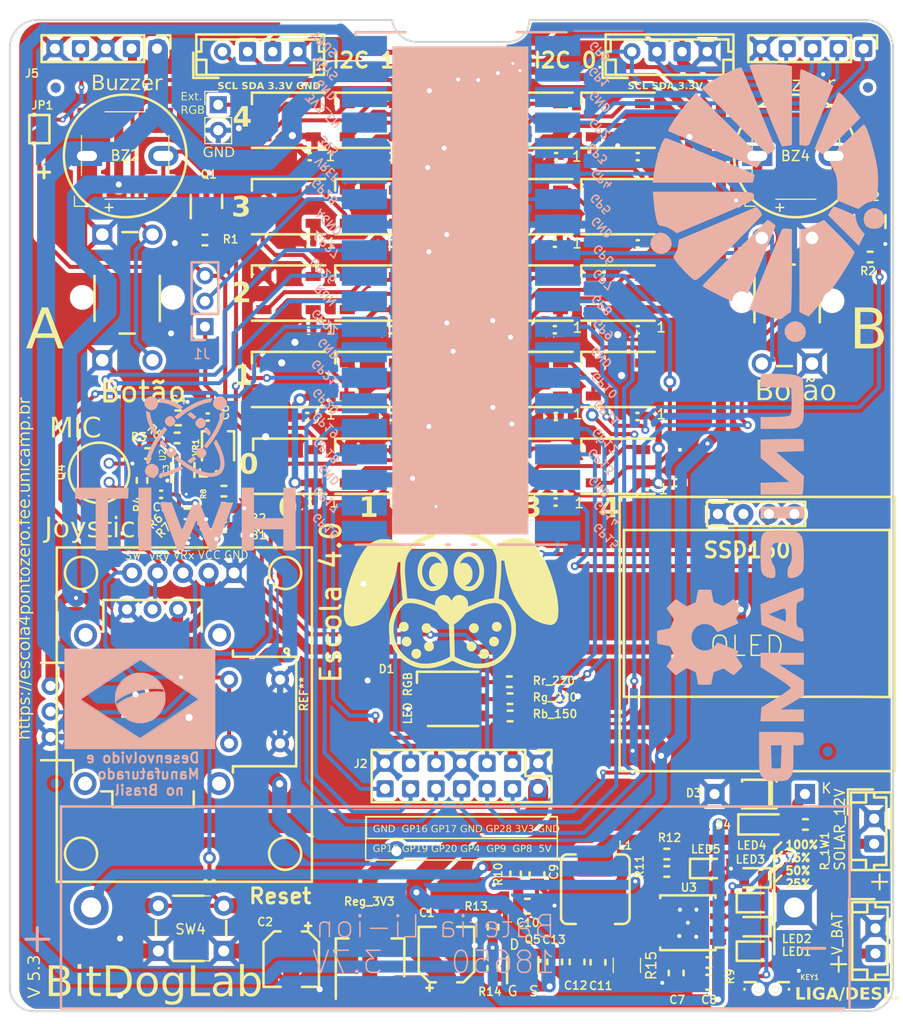
<source format=kicad_pcb>
(kicad_pcb (version 20221018) (generator pcbnew)
  (title_block (title "BitDogLab Main SMD version") (date "2024-03-13") (rev "v5.3") (company "Universidade Estadual de Campinas (Unicamp)*/Hardware Innovation Technologies (HwIT)**") (comment 1 "Juliano Rodrigues Fernandes de Oliveira**") (comment 2 "Bruno Cesar de Camargo Angeli**") (comment 3 "Pedro Ivo Aragão Guimarães*") (comment 4 "Fabiano Fruett*"))
  (layers (0 "F.Cu" signal) (31 "B.Cu" signal) (34 "B.Paste" user) (35 "F.Paste" user) (36 "B.SilkS" user "B.Silkscreen") (37 "F.SilkS" user "F.Silkscreen") (38 "B.Mask" user) (39 "F.Mask" user) (44 "Edge.Cuts" user))
  (net 0 "")
  (net 1 "Net-(U3-KEY)")
  (net 2 "Net-(Q1-B)")
  (net 3 "Net-(LED5-A)")
  (net 4 "Net-(LED3-A)")
  (net 5 "Net-(LED1-K)")
  (net 6 "Net-(LED1-A)")
  (net 7 "Net-(D28-DOUT)")
  (net 8 "Net-(Q5-D)")
  (net 9 "Net-(U3-SW)")
  (net 10 "Net-(C7-Pad1)")
  (net 11 "Net-(D26-DOUT)")
  (net 12 "Net-(D25-DOUT)")
  (net 13 "Net-(D24-DOUT)")
  (net 14 "Net-(D23-DIN)")
  (net 15 "Net-(D22-DOUT)")
  (net 16 "Net-(D21-DIN)")
  (net 17 "Net-(D20-DOUT)")
  (net 18 "Net-(D19-DIN)")
  (net 19 "Net-(D19-DOUT)")
  (net 20 "Net-(D18-DOUT)")
  (net 21 "Net-(D17-DOUT)")
  (net 22 "Net-(D16-DOUT)")
  (net 23 "Net-(D15-DOUT)")
  (net 24 "Net-(D14-DOUT)")
  (net 25 "Net-(D12-DIN)")
  (net 26 "Net-(D11-DIN)")
  (net 27 "Net-(D10-DIN)")
  (net 28 "Net-(D10-DOUT)")
  (net 29 "Net-(D14-DIN)")
  (net 30 "Net-(D13-DIN)")
  (net 31 "Net-(D7-DOUT)")
  (net 32 "Net-(D6-DOUT)")
  (net 33 "Net-(D5-DOUT)")
  (net 34 "Net-(D2-DOUT)")
  (net 35 "Net-(VR1-E)")
  (net 36 "AVCC")
  (net 37 "Net-(D3-K)")
  (net 38 "Net-(CARGA_SOLAR1-Pin_2)")
  (net 39 "Net-(C6-P$2)")
  (net 40 "Net-(C6-P$1)")
  (net 41 "Net-(C5-P$2)")
  (net 42 "Net-(C5-P$1)")
  (net 43 "Net-(C4-P$1)")
  (net 44 "Net-(C3-P$1)")
  (net 45 "V_BAT +")
  (net 46 "Net-(D1-RA)")
  (net 47 "Net-(D1-GA)")
  (net 48 "Net-(Q2-B)")
  (net 49 "Net-(D1-BA)")
  (net 50 "Net-(BZ3-+)")
  (net 51 "Net-(BZ1-+)")
  (net 52 "VBUS")
  (net 53 "VSYS")
  (net 54 "+3.3V")
  (net 55 "3.3_OUT")
  (net 56 "GNDREF")
  (net 57 "/pino_29")
  (net 58 "/pino_31")
  (net 59 "/pino_32")
  (net 60 "Net-(J5-Pin_4)")
  (net 61 "GNDA")
  (net 62 "Net-(Q5-G)")
  (net 63 "Net-(KEY1-Pad1)")
  (net 66 "Net-(U3-BAT)")
  (net 67 "/GP0")
  (net 68 "/GP01")
  (net 69 "/GP02")
  (net 70 "/GP03")
  (net 71 "/GP04")
  (net 72 "/pino_07")
  (net 73 "/pino_09")
  (net 74 "/in")
  (net 75 "/GP08")
  (net 76 "/GP09")
  (net 77 "/GP10")
  (net 78 "/GP11")
  (net 79 "/GP12")
  (net 80 "/GP13")
  (net 81 "/pino_19")
  (net 82 "/pino_20")
  (net 83 "/GP16")
  (net 84 "/GP17")
  (net 85 "/GP18")
  (net 86 "/GP19")
  (net 87 "/GP20")
  (net 88 "/pino_27")
  (net 89 "/pino_30")
  (net 90 "/GP28_uC")
  (net 91 "/pino_37")
  (net 92 "/GP28")
  (footprint "Resistor_SMD:R_0603_1608Metric" (layer "F.Cu") (at 122.814368 103.537595)
    (fp_text reference "R6")
    (fp_text value "1M")
  )
  (footprint "Buzzer_Beeper:Buzzer_12x9.5RM7.6" (layer "F.Cu") (at 114.054368 99.442595 -90)
    (fp_text reference "Q4")
    (fp_text value "CMA-4544PF-W")
  )
  (footprint "user_SSD1306:128x64OLED" (layer "F.Cu") (at 179.275178 114.142595)
    (fp_text reference "OLED1" hide)
    (fp_text value "SSD1306")
  )
  (footprint "user_ky-023-joystick-module-1.snapshot.4:ky-023" (layer "F.Cu") (at 135.244458 106.87615 -90)
    (fp_text reference "J19" hide)
    (fp_text value "JOYSTICK")
  )
  (footprint "Resistor_SMD:R_0603_1608Metric" (layer "F.Cu") (at 170.569368 139.127595 180)
    (fp_text reference "R11")
    (fp_text value "20R")
  )
  (footprint "Capacitor_SMD:C_0402_1005Metric" (layer "F.Cu") (at 119.844368 99.727595 -90)
    (fp_text reference "C3")
    (fp_text value "0.1µF")
  )
  (footprint "LED_SMD:LED_0805_2012Metric" (layer "F.Cu") (at 174.569368 138.827595)
    (fp_text reference "LED5")
    (fp_text value "PWR")
  )
  (footprint "Buzzer_Beeper:MagneticBuzzer_CUI_CMT-8504-100-SMT" (layer "F.Cu") (at 183.416868 67.865095 90)
    (fp_text reference "BZ4")
    (fp_text value "Buzzer_B_SMD")
  )
  (footprint "Capacitor_SMD:C_0402_1005Metric" (layer "F.Cu") (at 159.554678 67.97615)
    (fp_text reference "C36" hide)
    (fp_text value "0.1µF")
  )
  (footprint "Resistor_SMD:R_0805_2012Metric" (layer "F.Cu") (at 156.699368 142.577595)
    (fp_text reference "C10")
    (fp_text value "10u")
  )
  (footprint "LED_SMD:LED_WS2812B_PLCC4_5.0x5.0mm_P3.2mm" (layer "F.Cu") (at 165.712678 81.556595 180)
    (fp_text reference "D14" hide)
    (fp_text value "WS2812B")
  )
  (footprint "Capacitor_SMD:C_0402_1005Metric" (layer "F.Cu") (at 134.899458 76.59615)
    (fp_text reference "C29" hide)
    (fp_text value "0.1µF")
  )
  (footprint "Capacitor_SMD:C_0402_1005Metric" (layer "F.Cu") (at 151.299678 76.59615)
    (fp_text reference "C33" hide)
    (fp_text value "0.1µF")
  )
  (footprint "Capacitor_SMD:C_0402_1005Metric" (layer "F.Cu") (at 135.043678 102.35615)
    (fp_text reference "C18" hide)
    (fp_text value "0.1µF")
  )
  (footprint "joystick:XDCR_COM-09032" (layer "F.Cu") (at 119.381168 123.203195 -90)
    (fp_text reference "REF**")
    (fp_text value "JOYSTICK")
  )
  (footprint "LED_SMD:LED_WS2812B_PLCC4_5.0x5.0mm_P3.2mm" (layer "F.Cu") (at 141.213318 64.358595 180)
    (fp_text reference "D26" hide)
    (fp_text value "WS2812B")
  )
  (footprint "Capacitor_SMD:CP_Elec_5x5.9" (layer "F.Cu") (at 133.184368 147.847595 -90)
    (fp_text reference "C2")
    (fp_text value "C_Polarized_Small" hide)
  )
  (footprint "Buzzer_Beeper:Buzzer_12x9.5RM7.6" (layer "F.Cu") (at 179.574368 67.907595)
    (fp_text reference "BZ3" hide)
    (fp_text value "Buzzer_B" hide)
  )
  (footprint "Resistor_SMD:R_0603_1608Metric" (layer "F.Cu") (at 121.834368 95.977595)
    (fp_text reference "R5")
    (fp_text value "1K")
  )
  (footprint "Resistor_SMD:R_0603_1608Metric" (layer "F.Cu") (at 153.279458 144.65615 90)
    (fp_text reference "R13")
    (fp_text value "10k")
  )
  (footprint "Capacitor_SMD:C_0402_1005Metric" (layer "F.Cu") (at 143.044678 85.20615)
    (fp_text reference "C26" hide)
    (fp_text value "0.1µF")
  )
  (footprint "Potentiometer_SMD:Potentiometer_Bourns_TC33X_Vertical" (layer "F.Cu") (at 125.899458 97.20615 90)
    (fp_text reference "VR1")
    (fp_text value "TC33X-2-104E (100K)")
  )
  (footprint "Button_Switch_SMD:SW_Push_1P1T_NO_6x6mm_H9.5mm" (layer "F.Cu") (at 123.216178 144.785595)
    (fp_text reference "SW4")
    (fp_text value "Reset")
  )
  (footprint "Capacitor_SMD:C_0402_1005Metric" (layer "F.Cu") (at 159.427678 85.20615)
    (fp_text reference "C22" hide)
    (fp_text value "0.1µF")
  )
  (footprint "BITDOG_HWIT1:JST_EH_B2B-EH-A_1x02_P2.50mm_Vertical" (layer "F.Cu") (at 191.213178 133.867595 -90)
    (fp_text reference "CARGA_SOLAR1" hide)
    (fp_text value "SOLAR_12V")
  )
  (footprint "LED_SMD:LED_WS2812B_PLCC4_5.0x5.0mm_P3.2mm" (layer "F.Cu") (at 157.546228 81.556595 180)
    (fp_text reference "D15" hide)
    (fp_text value "WS2812B")
  )
  (footprint "BITDOG_HWIT1:LED_0805_2012Metric" (layer "F.Cu") (at 179.219368 142.227595)
    (fp_text reference "LED3")
    (fp_text value "75%")
  )
  (footprint "Resistor_SMD:R_0805_2012Metric" (layer "F.Cu") (at 163.719458 148.16615 -90)
    (fp_text reference "C11")
    (fp_text value "22u")
  )
  (footprint "LED_SMD:LED_WS2812B_PLCC4_5.0x5.0mm_P3.2mm" (layer "F.Cu") (at 149.379768 90.155595 180)
    (fp_text reference "D11" hide)
    (fp_text value "WS2812B")
  )
  (footprint "LED_SMD:LED_WS2812B_PLCC4_5.0x5.0mm_P3.2mm" (layer "F.Cu") (at 157.546228 98.794595 180)
    (fp_text reference "D5" hide)
    (fp_text value "WS2812B")
  )
  (footprint "Fiducial:Fiducial_1mm_Mask2mm" (layer "F.Cu") (at 110.674368 146.387595)
    (fp_text reference "FID4" hide)
    (fp_text value "Fiducial")
  )
  (footprint "Fiducial:Fiducial_1mm_Mask2mm" (layer "F.Cu") (at 109.734368 61.107595)
    (fp_text reference "FID3" hide)
    (fp_text value "Fiducial")
  )
  (footprint "Capacitor_SMD:C_0402_1005Metric" (layer "F.Cu") (at 151.271678 93.84615)
    (fp_text reference "C23" hide)
    (fp_text value "0.1µF")
  )
  (footprint "BITDOG_HWIT1:SW_PUSH_6mm_b" (layer "F.Cu") (at 180.029458 88.57265 90)
    (fp_text reference "SW3" hide)
    (fp_text value "Button_B" hide)
  )
  (footprint "Capacitor_SMD:C_0402_1005Metric" (layer "F.Cu") (at 134.919458 85.30615)
    (fp_text reference "C28" hide)
    (fp_text value "0.1µF")
  )
  (footprint "LED_SMD:LED_WS2812B_PLCC4_5.0x5.0mm_P3.2mm" (layer "F.Cu") (at 165.712678 72.957595 180)
    (fp_text reference "D19" hide)
    (fp_text value "WS2812B")
  )
  (footprint "Resistor_SMD:R_0805_2012Metric" (layer "F.Cu") (at 171.504368 149.227595 -90)
    (fp_text reference "C7")
    (fp_text value "10u")
  )
  (footprint "Resistor_SMD:R_0603_1608Metric" (layer "F.Cu") (at 154.960368 121.928595)
    (fp_text reference "Rg_220")
    (fp_text value "220")
  )
  (footprint "Capacitor_SMD:C_0402_1005Metric" (layer "F.Cu") (at 171.401178 100.426595 180)
    (fp_text reference "C14" hide)
    (fp_text value "0.1µF")
  )
  (footprint "Resistor_SMD:R_0603_1608Metric" (layer "F.Cu") (at 170.574368 137.387595 180)
    (fp_text reference "R12")
    (fp_text value "10k")
  )
  (footprint "LED_SMD:LED_RGB_5050-6" (layer "F.Cu") (at 149.299458 121.94615)
    (fp_text reference "D1")
    (fp_text value "LED_RGB_SMD")
  )
  (footprint "Buzzer_Beeper:MagneticBuzzer_CUI_CMT-8504-100-SMT" (layer "F.Cu") (at 116.654368 67.865095 90)
    (fp_text reference "BZ2")
    (fp_text value "Buzzer_B_SMD")
  )
  (footprint "LED_SMD:LED_WS2812B_PLCC4_5.0x5.0mm_P3.2mm" (layer "F.Cu") (at 165.712678 64.358595 180)
    (fp_text reference "D20" hide)
    (fp_text value "WS2812B")
  )
  (footprint "Fiducial:Fiducial_1mm_Mask2mm" (layer "F.Cu") (at 190.604368 61.107595)
    (fp_text reference "FID1" hide)
    (fp_text value "Fiducial")
  )
  (footprint "LED_SMD:LED_WS2812B_PLCC4_5.0x5.0mm_P3.2mm" (layer "F.Cu") (at 157.546228 64.358595 180)
    (fp_text reference "D22" hide)
    (fp_text value "WS2812B")
  )
  (footprint "Resistor_SMD:R_0603_1608Metric" (layer "F.Cu") (at 124.594368 76.277595)
    (fp_text reference "R1")
    (fp_text value "330")
  )
  (footprint "Capacitor_SMD:C_0402_1005Metric" (layer "F.Cu") (at 134.779458 93.84615)
    (fp_text reference "C27" hide)
    (fp_text value "0.1µF")
  )
  (footprint "Package_TO_SOT_SMD:SOT-23" (layer "F.Cu") (at 124.744368 72.440095 90)
    (fp_text reference "Q1")
    (fp_text value "BC817")
  )
  (footprint "Capacitor_SMD:C_0402_1005Metric" (layer "F.Cu") (at 167.654678 93.84615)
    (fp_text reference "C19" hide)
    (fp_text value "0.1µF")
  )
  (footprint "LED_SMD:LED_WS2812B_PLCC4_5.0x5.0mm_P3.2mm" (layer "F.Cu") (at 132.919868 90.155595 180)
    (fp_text reference "D13" hide)
    (fp_text value "WS2812B")
  )
  (footprint "Resistor_SMD:R_0603_1608Metric" (layer "F.Cu") (at 154.891178 120.238595)
    (fp_text reference "Rr_220")
    (fp_text value "220")
  )
  (footprint "Resistor_SMD:R_0805_2012Metric" (layer "F.Cu") (at 161.639458 148.12615 -90)
    (fp_text reference "C12")
    (fp_text value "22u")
  )
  (footprint "Fiducial:Fiducial_1mm_Mask2mm" (layer "F.Cu") (at 186.324368 149.047595)
    (fp_text reference "FID2" hide)
    (fp_text value "Fiducial")
  )
  (footprint "Capacitor_SMD:C_0402_1005Metric" (layer "F.Cu") (at 159.427678 76.59615)
    (fp_text reference "C35" hide)
    (fp_text value "0.1µF")
  )
  (footprint "Capacitor_SMD:C_0402_1005Metric" (layer "F.Cu") (at 143.171678 93.84615)
    (fp_text reference "C25" hide)
    (fp_text value "0.1µF")
  )
  (footprint "Capacitor_SMD:C_0402_1005Metric" (layer "F.Cu") (at 167.682678 67.97615)
    (fp_text reference "C38" hide)
    (fp_text value "0.1µF")
  )
  (footprint "LED_SMD:LED_WS2812B_PLCC4_5.0x5.0mm_P3.2mm" (layer "F.Cu") (at 141.213318 81.556595 180)
    (fp_text reference "D17" hide)
    (fp_text value "WS2812B")
  )
  (footprint "Resistor_SMD:R_0805_2012Metric" (layer "F.Cu") (at 157.649368 139.437595 -90)
    (fp_text reference "C9")
    (fp_text value "10u")
  )
  (footprint "Button_Switch_SMD:SW_SPST_CK_KMS2xxGP" (layer "F.Cu") (at 180.519368 150.847595 180)
    (fp_text reference "KEY1")
    (fp_text value "TS24CA")
  )
  (footprint "LED_SMD:LED_WS2812B_PLCC4_5.0x5.0mm_P3.2mm" (layer "F.Cu") (at 141.213318 72.957595 180)
    (fp_text reference "D27" hide)
    (fp_text value "WS2812B")
  )
  (footprint "BITDOG_HWIT1:SW_PUSH_6mm_b" (layer "F.Cu") (at 119.374368 75.737595 -90)
    (fp_text reference "SW2" hide)
    (fp_text value "Botão")
  )
  (footprint "Connector_PinHeader_2.54mm:PinHeader_1x02_P2.54mm_Vertical" (layer "F.Cu") (at 125.919458 62.81115)
    (fp_text reference "J3" hide)
    (fp_text value "Conn_01x02")
  )
  (footprint "Capacitor_SMD:C_0402_1005Metric" (layer "F.Cu") (at 143.203428 102.35615)
    (fp_text reference "C17" hide)
    (fp_text value "0.1µF")
  )
  (footprint "Capacitor_SMD:C_0402_1005Metric" (layer "F.Cu") (at 143.044678 76.59615)
    (fp_text reference "C31" hide)
    (fp_text value "0.1µF")
  )
  (footprint "Resistor_SMD:R_0603_1608Metric" (layer "F.Cu") (at 184.370368 134.443595)
    (fp_text reference "R_1W1")
    (fp_text value "100")
  )
  (footprint "Package_TO_SOT_SMD:SOT-223" (layer "F.Cu") (at 141.034368 147.697595 90)
    (fp_text reference "Reg_3V3")
    (fp_text value "3.3v_smd")
  )
  (footprint "Capacitor_SMD:C_0402_1005Metric" (layer "F.Cu") (at 124.874368 93.897595 180)
    (fp_text reference "C6")
    (fp_text value "100pF" hide)
  )
  (footprint "Capacitor_SMD:CP_Elec_5x5.9" (layer "F.Cu") (at 148.639458 147.39615 90)
    (fp_text reference "C1")
    (fp_text value "C_Polarized_Small" hide)
  )
  (footprint "Capacitor_SMD:C_0402_1005Metric" (layer "F.Cu") (at 143.171678 67.97615)
    (fp_text reference "C32" hide)
    (fp_text value "0.1µF")
  )
  (footprint "LED_SMD:LED_WS2812B_PLCC4_5.0x5.0mm_P3.2mm" (layer "F.Cu") (at 132.919868 64.358595 180)
    (fp_text reference "D28" hide)
    (fp_text value "WS2812B")
  )
  (footprint "Resistor_SMD:R_0805_2012Metric" (layer "F.Cu") (at 174.734368 150.147595 180)
    (fp_text reference "C8")
    (fp_text value "10u")
  )
  (footprint "Package_TO_SOT_SMD:SOT-23-3" (layer "F.Cu") (at 156.229458 148.44615 90)
    (fp_text reference "Q5")
    (fp_text value "DMG2305UX-13")
  )
  (footprint "LED_SMD:LED_WS2812B_PLCC4_5.0x5.0mm_P3.2mm" (layer "F.Cu") (at 157.546228 72.957595 180)
    (fp_text reference "D21" hide)
    (fp_text value "WS2812B")
  )
  (footprint "LED_SMD:LED_WS2812B_PLCC4_5.0x5.0mm_P3.2mm" (layer "F.Cu") (at 133.046868 98.794595 180)
    (fp_text reference "D8" hide)
    (fp_text value "WS2812B")
  )
  (footprint "Buzzer_Beeper:Buzzer_12x9.5RM7.6" (layer "F.Cu") (at 112.854368 67.907595)
    (fp_text reference "BZ1" hide)
    (fp_text value "Buzzer_A" hide)
  )
  (footprint "Diode_SMD:D_SOD-123" (layer "F.Cu") (at 180.052368 134.443595)
    (fp_text reference "D4")
    (fp_text value "D_Schottky")
  )
  (footprint "Resistor_SMD:R_0603_1608Metric" (layer "F.Cu") (at 154.970368 123.648595)
    (fp_text reference "Rb_150")
    (fp_text value "150")
  )
  (footprint "Capacitor_SMD:C_0402_1005Metric" (layer "F.Cu") (at 151.299678 85.20615)
    (fp_text reference "C24" hide)
    (fp_text value "0.1µF")
  )
  (footprint "Capacitor_SMD:C_0402_1005Metric" (layer "F.Cu") (at 135.019458 67.97615)
    (fp_text reference "C30" hide)
    (fp_text value "0.1µF")
  )
  (footprint "LED_SMD:LED_WS2812B_PLCC4_5.0x5.0mm_P3.2mm" (layer "F.Cu") (at 141.213318 90.155595 180)
    (fp_text reference "D12" hide)
    (fp_text value "WS2812B")
  )
  (footprint "LED_SMD:LED_WS2812B_PLCC4_5.0x5.0mm_P3.2mm" (layer "F.Cu") (at 157.546228 90.155595 180)
    (fp_text reference "D10" hide)
    (fp_text value "WS2812B")
  )
  (footprint "BITDOG_HWIT1:LED_0805_2012Metric" (layer "F.Cu") (at 179.214368 144.617595 180)
    (fp_text reference "LED2")
    (fp_text value "50%")
  )
  (footprint "Inductor_SMD:L_0603_1608Metric" (layer "F.Cu") (at 126.521868 104.837595)
    (fp_text reference "FB1")
    (fp_text value "FERRITE")
  )
  (footprint "Button_Switch_THT:SW_PUSH_6mm" (layer "F.Cu") (at 119.966178 142.535595)
    (fp_text reference "SW1" hide)
    (fp_text value "Reset")
  )
  (footprint "Capacitor_SMD:C_0402_1005Metric" (layer "F.Cu") (at 159.526678 93.84615)
    (fp_text reference "C21" hide)
    (fp_text value "0.1µF")
  )
  (footprint "Capacitor_SMD:C_0805_2012Metric" (layer "F.Cu") (at 121.934368 93.977595)
    (fp_text reference "C4")
    (fp_text value "10uF")
  )
  (footprint "BITDOG_HWIT1:JST_EH_B2B-EH-A_1x02_P2.50mm_Vertical" (layer "F.Cu") (at 191.340178 144.789595 -90)
    (fp_text reference "V_BAT1" hide)
    (fp_text value "V_BAT")
  )
  (footprint "Package_SO:SOP-8_5.28x5.23mm_P1.27mm" (layer "F.Cu") (at 172.669368 144.227595 180)
    (fp_text reference "U3")
    (fp_text value "IP5306")
  )
  (footprint "LED_SMD:LED_WS2812B_PLCC4_5.0x5.0mm_P3.2mm" (layer "F.Cu") (at 149.379768 72.957595 180)
    (fp_text reference "D23" hide)
    (fp_text value "WS2812B")
  )
  (footprint "Connector_PinHeader_2.54mm:PinHeader_2x07_P2.54mm_Vertical" (layer "F.Cu") (at 157.764458 128.35615 -90)
    (fp_text reference "J2")
    (fp_text value "conector_idc" hide)
  )
  (footprint "Package_TO_SOT_SMD:SOT-353_SC-70-5" (layer "F.Cu") (at 122.389458 99.16615 90)
    (fp_text reference "U2")
    (fp_text value "MAX4466EXK+T")
  )
  (footprint "LED_SMD:LED_WS2812B_PLCC4_5.0x5.0mm_P3.2mm" (layer "F.Cu") (at 149.379768 81.556595 180)
    (fp_text reference "D16" hide)
    (fp_text value "WS2812B")
  )
  (footprint "Resistor_SMD:R_0603_1608Metric" (layer "F.Cu") (at 118.904368 97.527595 180)
    (fp_text reference "R3")
    (fp_text value "1K")
  )
  (footprint "Package_TO_SOT_SMD:SOT-23" (layer "F.Cu") (at 190.779458 74.42865 90)
    (fp_text reference "Q2")
    (fp_text value "BC817")
  )
  (footprint "Jumper:SolderJumper-2_P1.3mm_Open_TrianglePad1.0x1.5mm" (layer "F.Cu") (at 108.113908 65.236595 90)
    (fp_text reference "JP1")
    (fp_text value "SolderJumper_2_Open")
  )
  (footprint "LED_SMD:LED_WS2812B_PLCC4_5.0x5.0mm_P3.2mm" (layer "F.Cu") (at 132.919868 81.556595 180)
    (fp_text reference "D18" hide)
    (fp_text value "WS2812B")
  )
  (footprint "Resistor_SMD:R_0603_1608Metric" (layer "F.Cu") (at 174.764368 148.187595)
    (fp_text reference "R9")
    (fp_text value "2R")
  )
  (footprint "Connector_PinHeader_2.54mm:PinHeader_1x05_P2.54mm_Vertical" (layer "F.Cu") (at 190.176368 57.227595 -90)
    (fp_text reference "J12" hide)
    (fp_text value "Conn_01x05_Pin" hide)
  )
  (footprint "Connector_JST:JST_EH_B4B-EH-A_1x04_P2.50mm_Vertical" (layer "F.Cu") (at 126.344368 57.527595)
    (fp_text reference "J20" hide)
    (fp_text value "Conn_01x04_Pin" hide)
  )
  (footprint "Capacitor_SMD:C_0402_1005Metric" (layer "F.Cu") (at 151.363178 102.35615)
    (fp_text reference "C16" hide)
    (fp_text value "0.1µF")
  )
  (footprint "Resistor_SMD:R_0805_2012Metric" (layer "F.Cu") (at 159.409458 148.12615 -90)
    (fp_text reference "C13")
    (fp_text value "22u")
  )
  (footprint "BITDOG_HWIT1:LED_0805_2012Metric" (layer "F.Cu") (at 179.219368 147.057595)
    (fp_text reference "LED1")
    (fp_text value "25%")
  )
  (footprint "Inductor_SMD:L_Bourns_SRP7028A_7.3x6.6mm" (layer "F.Cu") (at 163.459368 140.887595 90)
    (fp_text reference "L1")
    (fp_text value "1uH")
  )
  (footprint "Downloads:logo bitDog 25mm" (layer "F.Cu") (at 149.269458 111.56615)
    (fp_text reference "G1" hide)
    (fp_text value "LOGO" hide)
  )
  (footprint "Capacitor_SMD:C_0402_1005Metric" (layer "F.Cu") (at 151.299678 67.97615)
    (fp_text reference "C34" hide)
    (fp_text value "0.1µF")
  )
  (footprint "Capacitor_SMD:C_0402_1005Metric" (layer "F.Cu") (at 120.234368 101.587595)
    (fp_text reference "C5")
    (fp_text value "0.01uF")
  )
  (footprint "Connector_JST:JST_EH_B4B-EH-A_1x04_P2.50mm_Vertical" (layer "F.Cu") (at 167.094368 57.527595)
    (fp_text reference "J21" hide)
    (fp_text value "Conn_01x04_Pin" hide)
  )
  (footprint "LED_SMD:LED_WS2812B_PLCC4_5.0x5.0mm_P3.2mm" (layer "F.Cu") (at 132.919868 72.957595 180)
    (fp_text reference "D25" hide)
    (fp_text value "WS2812B")
  )
  (footprint "Resistor_SMD:R_0603_1608Metric" (layer "F.Cu") (at 190.814458 77.96615)
    (fp_text reference "R2")
    (fp_text value "330")
  )
  (footprint "Resistor_SMD:R_0603_1608Metric" (layer "F.Cu") (at 126.484368 101.267595)
    (fp_text reference "R8")
    (fp_text value "22K")
  )
  (footprint "LED_SMD:LED_WS2812B_PLCC4_5.0x5.0mm_P3.2mm" (layer "F.Cu") (at 149.379768 64.358595 180)
    (fp_text reference "D24" hide)
    (fp_text value "WS2812B")
  )
  (footprint "Resistor_SMD:R_0603_1608Metric" (layer "F.Cu") (at 153.239458 148.76615 -90)
    (fp_text reference "R14")
    (fp_text value "0R")
  )
  (footprint "LED_SMD:LED_WS2812B_PLCC4_5.0x5.0mm_P3.2mm" (layer "F.Cu") (at 165.712678 98.794595 180)
    (fp_text reference "D2" hide)
    (fp_text value "WS2812B")
  )
  (footprint "Resistor_SMD:R_0603_1608Metric" (layer "F.Cu") (at 155.519368 139.377595 90)
    (fp_text reference "R10")
    (fp_text value "2R")
  )
  (footprint "Capacitor_SMD:C_0402_1005Metric" (layer "F.Cu") (at 167.679458 76.65615)
    (fp_text reference "C37" hide)
    (fp_text value "0.1µF")
  )
  (footprint "Resistor_SMD:R_0603_1608Metric" (layer "F.Cu") (at 118.334368 100.197595 90)
    (fp_text reference "R4")
    (fp_text value "1K")
  )
  (footprint "BITDOG_HWIT1:LED_0805_2012Metric" (layer "F.Cu") (at 179.214368 139.757595 180)
    (fp_text reference "LED4")
    (fp_text value "100%")
  )
  (footprint "Diode_THT:D_T-1_P5.08mm_Horizontal" (layer "F.Cu") (at 182.323178 131.414595 180)
    (fp_text reference "D3")
    (fp_text value "1N5231")
  )
  (footprint "Capacitor_SMD:C_0402_1005Metric" (layer "F.Cu") (at 167.682678 85.20615)
    (fp_text reference "C20" hide)
    (fp_text value "0.1µF")
  )
  (footprint "LED_SMD:LED_WS2812B_PLCC4_5.0x5.0mm_P3.2mm" (layer "F.Cu") (at 149.379768 98.794595 180)
    (fp_text reference "D6" hide)
    (fp_text value "WS2812B")
  )
  (footprint "LED_SMD:LED_WS2812B_PLCC4_5.0x5.0mm_P3.2mm" (layer "F.Cu") (at 165.712678 90.155595 180)
    (fp_text reference "D9" hide)
    (fp_text value "WS2812B")
  )
  (footprint "Capacitor_SMD:C_0402_1005Metric" (layer "F.Cu") (at 159.509458 102.35615)
    (fp_text reference "C15" hide)
    (fp_text value "0.1µF")
  )
  (footprint "Inductor_SMD:L_0603_1608Metric" (layer "F.Cu") (at 126.454368 102.977595)
    (fp_text reference "FB2")
    (fp_text value "FERRITE")
  )
  (footprint "Resistor_SMD:R_0603_1608Metric" (layer "F.Cu") (at 122.834368 105.397595 180)
    (fp_text reference "R7")
    (fp_text value "1M")
  )
  (footprint "Connector_PinHeader_2.54mm:PinHeader_1x05_P2.54mm_Vertical" (layer "F.Cu") (at 119.822368 57.227595 -90)
    (fp_text reference "J5")
    (fp_text value "Conn_01x05_Pin")
  )
  (footprint "LED_SMD:LED_WS2812B_PLCC4_5.0x5.0mm_P3.2mm" (layer "F.Cu") (at 141.213318 98.794595 180)
    (fp_text reference "D7" hide)
    (fp_text value "WS2812B")
  )
  (footprint "Resistor_SMD:R_1210_3225Metric" (layer "F.Cu") (at 166.599458 148.46615 -90)
    (fp_text reference "R15")
    (fp_text value "100R")
  )
  (footprint "LOGO" (layer "B.Cu") (at 173.906028 115.790925 90)
    (fp_text reference "G3" hide)
    (fp_text value "LOGO" hide)
  )
  (footprint "Library_raspberry_pi:RPi_PicoW_SMD_TH" (layer "B.Cu") (at 150.084368 81.097595)
    (fp_text reference "A1")
    (fp_text value "SC0918")
  )
  (footprint "Fiducial:Fiducial_1mm_Mask2mm" (layer "B.Cu") (at 186.594368 127.177595 180)
    (fp_text reference "FID7" hide)
    (fp_text value "Fiducial")
  )
  (footprint "Fiducial:Fiducial_1mm_Mask2mm" (layer "B.Cu") (at 190.594368 61.077595 180)
    (fp_text reference "FID5" hide)
    (fp_text value "Fiducial")
  )
  (footprint "BITDOG_HWIT1:Brasil_4" (layer "B.Cu") (at 118.119458 121.93615 180)
    (fp_text reference "." hide)
    (fp_text value "LOGO" hide)
  )
  (footprint "Battery:BatteryHolder_MPD_BH-18650-PC2" (layer "B.Cu") (at 113.264368 142.707595 180)
    (fp_text reference "BT1" hide)
    (fp_text value "Battery_Cell")
  )
  (footprint "Fiducial:Fiducial_1mm_Mask2mm" (layer "B.Cu") (at 109.709458 130.35615 180)
    (fp_text reference "FID8" hide)
    (fp_text value "Fiducial")
  )
  (footprint "BITDOG_HWIT1:1Logo" (layer "B.Cu") (at 122.648368 99.518595 180)
    (fp_text reference "." hide)
    (fp_text value "LOGO" hide)
  )
  (footprint "Downloads:unicamp V2A" (layer "B.Cu") (at 181.394368 97.007595 90)
    (fp_text reference "." hide)
    (fp_text value "LOGO" hide)
  )
  (footprint "Connector_PinHeader_2.54mm:PinHeader_1x03_P2.54mm_Vertical" (layer "B.Cu") (at 124.599458 84.90115)
    (fp_text reference "J1")
    (fp_text value "Conn_01x03")
  )
  (footprint "Fiducial:Fiducial_1mm_Mask2mm" (layer "B.Cu") (at 109.754368 61.127595 180)
    (fp_text reference "FID6" hide)
    (fp_text value "Fiducial")
  )
  (gr_rect (start 143.319458 57.08115) (end 156.719458 105.51115) (stroke (width 0.15)) (fill solid) (layer "B.SilkS"))
  (gr_line (start 181.289298 139.072665) (end 181.924368 138.437595) (stroke (width 0.254)) (layer "F.SilkS"))
  (gr_line (start 181.274368 136.904595) (end 181.957368 136.221595) (stroke (width 0.254)) (layer "F.SilkS"))
  (gr_rect (start 140.659458 133.66455) (end 159.670258 135.83615) (stroke (width 0.15)) (fill none) (layer "F.SilkS"))
  (gr_line (start 181.274368 147.367595) (end 181.274368 136.904595) (stroke (width 0.254)) (layer "F.SilkS"))
  (gr_rect (start 140.599458 133.68975) (end 159.670258 137.98255) (stroke (width 0.15)) (fill none) (layer "F.SilkS"))
  (gr_line (start 181.294368 137.907595) (end 182.034368 137.167595) (stroke (width 0.254)) (layer "F.SilkS"))
  (gr_line (start 181.293438 140.218525) (end 181.984368 139.527595) (stroke (width 0.254)) (layer "F.SilkS"))
  (gr_line (start 190.540788 153.023194) (end 107.562839 153.032879) (stroke (width 0.2)) (layer "Edge.Cuts"))
  (gr_arc (start 156.889458 54.369594) (mid 156.192028 55.988084) (end 154.524458 56.558282) (stroke (width 0.2)) (layer "Edge.Cuts"))
  (gr_line (start 105.175239 150.749231) (end 105.175239 57.20615) (stroke (width 0.2)) (layer "Edge.Cuts"))
  (gr_line (start 145.694458 56.558282) (end 154.524458 56.558282) (stroke (width 0.2)) (layer "Edge.Cuts"))
  (gr_line (start 180.269458 54.369594) (end 190.249458 54.369594) (stroke (width 0.2)) (layer "Edge.Cuts"))
  (gr_arc (start 190.249458 54.369594) (mid 192.2808 55.199542) (end 193.099458 57.235461) (stroke (width 0.2)) (layer "Edge.Cuts"))
  (gr_arc (start 107.562839 153.032879) (mid 105.902799 152.378518) (end 105.175239 150.749231) (stroke (width 0.2)) (layer "Edge.Cuts"))
  (gr_arc (start 105.169458 57.213433) (mid 105.916644 55.262211) (end 107.804136 54.36615) (stroke (width 0.2)) (layer "Edge.Cuts"))
  (gr_line (start 193.099458 150.4651) (end 193.099458 57.235461) (stroke (width 0.2)) (layer "Edge.Cuts"))
  (gr_arc (start 145.694458 56.558282) (mid 144.054514 55.925823) (end 143.233416 54.371726) (stroke (width 0.2)) (layer "Edge.Cuts"))
  (gr_arc (start 193.099458 150.4651) (mid 192.369243 152.29339) (end 190.540788 153.023194) (stroke (width 0.2)) (layer "Edge.Cuts"))
  (gr_line (start 180.269458 54.369594) (end 156.889458 54.369594) (stroke (width 0.2)) (layer "Edge.Cuts"))
  (gr_line (start 107.799458 54.369594) (end 143.229458 54.369594) (stroke (width 0.2)) (layer "Edge.Cuts"))
  (gr_text "Bateria Li-ion\n18650    3.7V" (at 159.605368 149.437435) (layer "B.SilkS") (effects (font (size 2.2 2.2)) (justify left bottom mirror)))
  (gr_text "-" (at 187.214368 148.297595) (layer "B.SilkS") (effects (font (size 3 3) (thickness 0.3)) (justify left bottom mirror)))
  (gr_text "+" (at 105.854368 147.388475) (layer "B.SilkS") (effects (font (size 3 3) (thickness 0.3)) (justify left bottom)))
  (gr_text "Raspberry\nPI\npico" (at 145.769458 94.03615 270) (layer "B.SilkS") (effects (font (size 2.2 2.2)) (justify left bottom mirror)))
  (gr_text "Desenvolvido e\nManufaturado \n  no Brasil" (at 124.169458 131.62615) (layer "B.SilkS") (effects (font (size 1 1) (thickness 0.2) bold) (justify left bottom mirror)))
  (gr_text "GP18 GP19 GP20 GP4  GP9  GP8  5V" (at 141.299458 137.29615) (layer "F.SilkS") (effects (font (size 0.7 0.7)) (justify left bottom)))
  (gr_text "100%\n75%\n50%\n25%" (at 182.281908 140.801595) (layer "F.SilkS") (effects (font (size 0.8 0.8) (thickness 0.2)) (justify left bottom)))
  (gr_text "https://escola4pontozero.fee.unicamp.br" (at 107.369458 126.03615 90) (layer "F.SilkS") (effects (font (size 1.2 1.2)) (justify left bottom)))
  (gr_text "1" (at 140.889458 103.00615) (layer "F.SilkS") (effects (font (size 2 2) (thickness 0.4) bold)))
  (gr_text "Joystick" (at 108.619458 106.19615) (layer "F.SilkS") (effects (font (size 2 2)) (justify left bottom)))
  (gr_text "LIGA/DESL." (at 183.319458 152.07615) (layer "F.SilkS") (effects (font (size 1.2 1.2) (thickness 0.2) bold) (justify left bottom)))
  (gr_text "Buzzer" (at 113.249458 61.60615) (layer "F.SilkS") (effects (font (size 1.5 1.5) (thickness 0.3)) (justify left bottom)))
  (gr_text "Botão" (at 179.329458 92.55615) (layer "F.SilkS") (effects (font (size 2 2) (thickness 0.3)) (justify left bottom)))
  (gr_text "LED RGB" (at 145.249458 124.56615 90) (layer "F.SilkS") (effects (font (size 0.8 0.8)) (justify left bottom)))
  (gr_text "BitDogLab             " (at 108.639458 152.03615) (layer "F.SilkS") (effects (font (size 3 3) (thickness 0.5)) (justify left bottom)))
  (gr_text "3" (at 157.159458 103.00615) (layer "F.SilkS") (effects (font (size 2 2) (thickness 0.4) bold)))
  (gr_text "Escola 4.0" (at 138.309458 120.56615 90) (layer "F.SilkS") (effects (font (size 2 2) (thickness 0.3)) (justify left bottom)))
  (gr_text "+" (at 107.444368 70.293035) (layer "F.SilkS") (effects (font (size 1.5 1.5) (thickness 0.3)) (justify left bottom)))
  (gr_text "A" (at 108.669458 85.40615) (layer "F.SilkS") (effects (font (size 4 4))))
  (gr_text "G" (at 154.619458 151.60615) (layer "F.SilkS") (effects (font (size 1 1)) (justify left bottom)))
  (gr_text "D" (at 154.799458 146.98615) (layer "F.SilkS") (effects (font (size 1 1)) (justify left bottom)))
  (gr_text "3" (at 128.209458 73.09615) (layer "F.SilkS") (effects (font (size 2 2) (thickness 0.4) bold)))
  (gr_text "I2C 1" (at 137.089458 59.26615) (layer "F.SilkS") (effects (font (size 1.5 1.5) (thickness 0.3)) (justify left bottom)))
  (gr_text "SCL SDA 3.3V GND" (at 166.669458 61.387595) (layer "F.SilkS") (effects (font (size 0.7 0.7) (thickness 0.175) bold) (justify left bottom)))
  (gr_text "I2C 0" (at 157.146368 59.26615) (layer "F.SilkS") (effects (font (size 1.5 1.5) (thickness 0.3)) (justify left bottom)))
  (gr_text "+" (at 174.354368 70.563035) (layer "F.SilkS") (effects (font (size 1.5 1.5) (thickness 0.3)) (justify left bottom)))
  (gr_text "2" (at 128.269458 81.63615) (layer "F.SilkS") (effects (font (size 2 2) (thickness 0.4) bold)))
  (gr_text "SCL SDA 3.3V GND" (at 125.834368 61.387595) (layer "F.SilkS") (effects (font (size 0.7 0.7) (thickness 0.14) bold) (justify left bottom)))
  (gr_text "Ext.\nRGB" (at 122.169458 63.84615) (layer "F.SilkS") (effects (font (size 0.8 0.8) (thickness 0.2)) (justify left bottom)))
  (gr_text "2" (at 149.729458 102.97615) (layer "F.SilkS") (effects (font (size 2 2) (thickness 0.4) bold)))
  (gr_text "B\n\n" (at 190.669458 88.76615) (layer "F.SilkS") (effects (font (size 4 4))))
  (gr_text "0" (at 132.849458 103.00615) (layer "F.SilkS") (effects (font (size 2 2) (thickness 0.4) bold)))
  (gr_text "0" (at 128.949458 98.70615) (layer "F.SilkS") (effects (font (size 2 2) (thickness 0.4) bold)))
  (gr_text "V 5.3" (at 108.359458 151.75615 90) (layer "F.SilkS") (effects (font (size 1.2 1.2)) (justify left bottom)))
  (gr_text "1" (at 128.389458 89.87615) (layer "F.SilkS") (effects (font (size 2 2) (thickness 0.4) bold)))
  (gr_text "GND" (at 124.379458 68.18615) (layer "F.SilkS") (effects (font (size 1 1) (thickness 0.25)) (justify left bottom)))
  (gr_text "GND  GP16 GP17 GND GP28 3V3 GND\n\n" (at 141.309458 136.50615) (layer "F.SilkS") (effects (font (size 0.7 0.7)) (justify left bottom)))
  (gr_text "Buzzer" (at 180.219458 61.71615) (layer "F.SilkS") (effects (font (size 1.5 1.5) (thickness 0.3)) (justify left bottom)))
  (gr_text "MIC" (at 109.099458 96.25615) (layer "F.SilkS") (effects (font (size 2 2) (thickness 0.3)) (justify left bottom)))
  (gr_text "4" (at 164.889458 103.04615) (layer "F.SilkS") (effects (font (size 2 2) (thickness 0.4) bold)))
  (gr_text "S" (at 156.759458 151.62615) (layer "F.SilkS") (effects (font (size 1 1)) (justify left bottom)))
  (gr_text "4" (at 128.309458 64.15615) (layer "F.SilkS") (effects (font (size 2 2) (thickness 0.4) bold)))
  (segment (start 169.669368 142.322595) (end 169.744368 142.247595) (width 0.4) (layer "F.Cu") (net 1))
  (segment (start 169.744368 142.247595) (end 169.744368 137.491595) (width 0.4) (layer "F.Cu") (net 1))
  (segment (start 123.769368 76.277595) (end 123.794368 76.252595) (width 0.4) (layer "F.Cu") (net 2))
  (segment (start 123.794368 76.252595) (end 123.794368 73.377595) (width 0.4) (layer "F.Cu") (net 2))
  (segment (start 173.331868 139.127595) (end 173.631868 138.827595) (width 0.4) (layer "F.Cu") (net 3))
  (segment (start 171.394368 139.127595) (end 173.331868 139.127595) (width 0.4) (layer "F.Cu") (net 3))
  (segment (start 178.276868 139.757595) (end 178.281868 139.762595) (width 0.4) (layer "F.Cu") (net 4))
  (segment (start 178.281868 142.227595) (end 178.281868 139.762595) (width 0.4) (layer "F.Cu") (net 4))
  (segment (start 176.916868 143.592595) (end 178.281868 142.227595) (width 0.4) (layer "F.Cu") (net 4))
  (segment (start 175.669368 143.592595) (end 176.916868 143.592595) (width 0.4) (layer "F.Cu") (net 4))
  (segment (start 180.156868 139.358315) (end 181.487588 138.027595) (width 0.4) (layer "F.Cu") (net 5))
  (segment (start 180.156868 147.057595) (end 180.156868 139.358315) (width 0.4) (layer "F.Cu") (net 5))
  (segment (start 176.564368 142.322595) (end 175.669368 142.322595) (width 0.4) (layer "F.Cu") (net 5))
  (segment (start 177.099978 141.786985) (end 176.564368 142.322595) (width 0.4) (layer "F.Cu") (net 5))
  (segment (start 177.099978 140.587595) (end 177.099978 141.786985) (width 0.4) (layer "F.Cu") (net 5))
  (via (at 181.487588 138.027595) (size 0.8) (drill 0.4) (layers "F.Cu" "B.Cu") (net 5))
  (via (at 177.099978 140.587595) (size 0.8) (drill 0.4) (layers "F.Cu" "B.Cu") (net 5))
  (segment (start 181.414368 138.027595) (end 181.487588 138.027595) (width 0.4) (layer "B.Cu") (net 5))
  (segment (start 178.854368 140.587595) (end 181.414368 138.027595) (width 0.4) (layer "B.Cu") (net 5))
  (segment (start 177.099978 140.587595) (end 178.854368 140.587595) (width 0.4) (layer "B.Cu") (net 5))
  (segment (start 178.031868 144.862595) (end 178.276868 144.617595) (width 0.4) (layer "F.Cu") (net 6))
  (segment (start 175.669368 144.862595) (end 178.031868 144.862595) (width 0.4) (layer "F.Cu") (net 6))
  (segment (start 178.276868 147.052595) (end 178.281868 147.057595) (width 0.4) (layer "F.Cu") (net 6))
  (segment (start 178.276868 147.052595) (end 178.276868 144.617595) (width 0.4) (layer "F.Cu") (net 6))
  (segment (start 129.414903 64.231595) (end 131.142178 64.231595) (width 0.4) (layer "F.Cu") (net 7))
  (segment (start 132.665178 62.708595) (end 135.369868 62.708595) (width 0.4) (layer "F.Cu") (net 7))
  (segment (start 127.994458 62.81115) (end 129.414903 64.231595) (width 0.4) (layer "F.Cu") (net 7))
  (segment (start 131.142178 64.231595) (end 132.665178 62.708595) (width 0.4) (layer "F.Cu") (net 7))
  (segment (start 125.919458 62.81115) (end 127.994458 62.81115) (width 0.4) (layer "F.Cu") (net 7))
  (segment (start 166.294458 147.30865) (end 167.470513 146.132595) (width 1) (layer "F.Cu") (net 8))
  (segment (start 156.229458 147.30865) (end 166.294458 147.30865) (width 1) (layer "F.Cu") (net 8))
  (segment (start 167.470513 146.132595) (end 169.669368 146.132595) (width 1) (layer "F.Cu") (net 8))
  (segment (start 166.134368 143.952595) (end 167.044368 144.862595) (width 0.8) (layer "F.Cu") (net 9))
  (segment (start 163.169368 143.952595) (end 166.134368 143.952595) (width 0.8) (layer "F.Cu") (net 9))
  (segment (start 167.044368 144.862595) (end 169.669368 144.862595) (width 0.8) (layer "F.Cu") (net 9))
  (segment (start 173.811868 148.315095) (end 173.939368 148.187595) (width 0.4) (layer "F.Cu") (net 10))
  (segment (start 171.504368 148.315095) (end 173.811868 148.315095) (width 0.4) (layer "F.Cu") (net 10))
  (segment (start 132.412313 64.36615) (end 139.379458 64.36615) (width 0.4) (layer "F.Cu") (net 11))
  (segment (start 141.037013 62.708595) (end 143.329318 62.708595) (width 0.4) (layer "F.Cu") (net 11))
  (segment (start 130.469868 66.008595) (end 130.769868 66.008595) (width 0.4) (layer "F.Cu") (net 11))
  (segment (start 130.769868 66.008595) (end 132.412313 64.36615) (width 0.4) (layer "F.Cu") (net 11))
  (segment (start 139.379458 64.36615) (end 141.037013 62.708595) (width 0.4) (layer "F.Cu") (net 11))
  (segment (start 135.242868 71.307595) (end 135.352868 71.417595) (width 0.4) (layer "F.Cu") (net 12))
  (segment (start 138.541068 73.69776) (end 138.541068 74.607595) (width 0.4) (layer "F.Cu") (net 12))
  (segment (start 136.260903 71.417595) (end 138.541068 73.69776) (width 0.4) (layer "F.Cu") (net 12))
  (segment (start 135.352868 71.417595) (end 136.260903 71.417595) (width 0.4) (layer "F.Cu") (net 12))
  (segment (start 140.475763 64.59615) (end 147.097123 64.59615) (width 0.4) (layer "F.Cu") (net 13))
  (segment (start 147.097123 64.59615) (end 148.984678 62.708595) (width 0.4) (layer "F.Cu") (net 13))
  (segment (start 138.763318 66.008595) (end 139.063318 66.008595) (width 0.4) (layer "F.Cu") (net 13))
  (segment (start 151.647768 62.708595) (end 151.829768 62.890595) (width 0.4) (layer "F.Cu") (net 13))
  (segment (start 148.984678 62.708595) (end 151.647768 62.708595) (width 0.4) (layer "F.Cu") (net 13))
  (segment (start 139.063318 66.008595) (end 140.475763 64.59615) (width 0.4) (layer "F.Cu") (net 13))
  (segment (start 146.739268 74.607595) (end 146.739268 73.489185) (width 0.4) (layer "F.Cu") (net 14))
  (segment (start 144.557678 71.307595) (end 146.739268 73.489185) (width 0.4) (layer "F.Cu") (net 14))
  (segment (start 143.441068 71.307595) (end 144.557678 71.307595) (width 0.4) (layer "F.Cu") (net 14))
  (segment (start 156.985678 62.708595) (end 159.844228 62.708595) (width 0.4) (layer "F.Cu") (net 15))
  (segment (start 148.753768 64.484595) (end 155.209678 64.484595) (width 0.4) (layer "F.Cu") (net 15))
  (segment (start 146.929768 66.008595) (end 147.229768 66.008595) (width 0.4) (layer "F.Cu") (net 15))
  (segment (start 155.209678 64.484595) (end 156.985678 62.708595) (width 0.4) (layer "F.Cu") (net 15))
  (segment (start 159.844228 62.708595) (end 159.996228 62.860595) (width 0.4) (layer "F.Cu") (net 15))
  (segment (start 147.229768 66.008595) (end 148.753768 64.484595) (width 0.4) (layer "F.Cu") (net 15))
  (segment (start 152.812678 71.307595) (end 154.937478 73.432385) (width 0.4) (layer "F.Cu") (net 16))
  (segment (start 154.937478 74.607595) (end 154.937478 73.432385) (width 0.4) (layer "F.Cu") (net 16))
  (segment (start 151.639268 71.307595) (end 152.812678 71.307595) (width 0.4) (layer "F.Cu") (net 16))
  (segment (start 166.382678 62.708595) (end 168.162678 62.708595) (width 0.4) (layer "F.Cu") (net 17))
  (segment (start 155.396228 66.008595) (end 157.427228 63.977595) (width 0.4) (layer "F.Cu") (net 17))
  (segment (start 155.096228 66.008595) (end 155.396228 66.008595) (width 0.4) (layer "F.Cu") (net 17))
  (segment (start 165.113678 63.977595) (end 166.382678 62.708595) (width 0.4) (layer "F.Cu") (net 17))
  (segment (start 157.427228 63.977595) (end 165.113678 63.977595) (width 0.4) (layer "F.Cu") (net 17))
  (segment (start 159.837478 71.307595) (end 160.074468 71.544595) (width 0.4) (layer "F.Cu") (net 18))
  (segment (start 159.854478 71.290595) (end 160.923678 71.290595) (width 0.4) (layer "F.Cu") (net 18))
  (segment (start 159.837478 71.307595) (end 159.854478 71.290595) (width 0.4) (layer "F.Cu") (net 18))
  (segment (start 163.135678 74.607595) (end 163.135678 73.502595) (width 0.4) (layer "F.Cu") (net 18))
  (segment (start 160.923678 71.290595) (end 163.135678 73.502595) (width 0.4) (layer "F.Cu") (net 18))
  (segment (start 163.844678 69.131595) (end 163.262678 68.549595) (width 0.4) (layer "F.Cu") (net 19))
  (segment (start 163.262678 68.549595) (end 163.262678 66.008595) (width 0.4) (layer "F.Cu") (net 19))
  (segment (start 167.273678 69.131595) (end 163.844678 69.131595) (width 0.4) (layer "F.Cu") (net 19))
  (segment (start 168.162678 70.020595) (end 167.273678 69.131595) (width 0.4) (layer "F.Cu") (net 19))
  (segment (start 168.162678 71.307595) (end 168.162678 70.020595) (width 0.4) (layer "F.Cu") (net 19))
  (segment (start 131.586678 77.767595) (end 134.380678 77.767595) (width 0.4) (layer "F.Cu") (net 20))
  (segment (start 135.369868 79.906595) (end 135.369868 78.756785) (width 0.4) (layer "F.Cu") (net 20))
  (segment (start 130.342868 76.523785) (end 130.342868 74.607595) (width 0.4) (layer "F.Cu") (net 20))
  (segment (start 134.380678 77.767595) (end 135.369868 78.756785) (width 0.4) (layer "F.Cu") (net 20))
  (segment (start 130.342868 76.523785) (end 131.586678 77.767595) (width 0.4) (layer "F.Cu") (net 20))
  (segment (start 132.510313 81.46615) (end 139.219458 81.46615) (width 0.4) (layer "F.Cu") (net 21))
  (segment (start 130.719868 82.956595) (end 131.019868 82.956595) (width 0.4) (layer "F.Cu") (net 21))
  (segment (start 139.219458 81.46615) (end 140.445013 80.240595) (width 0.4) (layer "F.Cu") (net 21))
  (segment (start 131.019868 82.956595) (end 132.510313 81.46615) (width 0.4) (layer "F.Cu") (net 21))
  (segment (start 140.445013 80.240595) (end 143.663318 80.240595) (width 0.4) (layer "F.Cu") (net 21))
  (segment (start 130.469868 83.206595) (end 130.719868 82.956595) (width 0.4) (layer "F.Cu") (net 21))
  (segment (start 139.529013 83.206595) (end 141.099458 81.63615) (width 0.4) (layer "F.Cu") (net 22))
  (segment (start 147.508123 81.63615) (end 149.055678 80.088595) (width 0.4) (layer "F.Cu") (net 22))
  (segment (start 149.055678 80.088595) (end 151.829768 80.088595) (width 0.4) (layer "F.Cu") (net 22))
  (segment (start 138.763318 83.206595) (end 139.529013 83.206595) (width 0.4) (layer "F.Cu") (net 22))
  (segment (start 141.099458 81.63615) (end 147.508123 81.63615) (width 0.4) (layer "F.Cu") (net 22))
  (segment (start 155.466123 81.80615) (end 157.213678 80.058595) (width 0.4) (layer "F.Cu") (net 23))
  (segment (start 147.819013 83.206595) (end 149.219458 81.80615) (width 0.4) (layer "F.Cu") (net 23))
  (segment (start 149.219458 81.80615) (end 155.466123 81.80615) (width 0.4) (layer "F.Cu") (net 23))
  (segment (start 157.213678 80.058595) (end 159.996228 80.058595) (width 0.4) (layer "F.Cu") (net 23))
  (segment (start 146.929768 83.206595) (end 147.819013 83.206595) (width 0.4) (layer "F.Cu") (net 23))
  (segment (start 157.856013 81.249595) (end 165.039678 81.249595) (width 0.4) (layer "F.Cu") (net 24))
  (segment (start 165.039678 81.249595) (end 166.382678 79.906595) (width 0.4) (layer "F.Cu") (net 24))
  (segment (start 155.899013 83.206595) (end 157.856013 81.249595) (width 0.4) (layer "F.Cu") (net 24))
  (segment (start 166.382678 79.906595) (end 168.162678 79.906595) (width 0.4) (layer "F.Cu") (net 24))
  (segment (start 155.096228 83.206595) (end 155.899013 83.206595) (width 0.4) (layer "F.Cu") (net 24))
  (segment (start 136.539678 88.615595) (end 138.668068 90.743985) (width 0.4) (layer "F.Cu") (net 25))
  (segment (start 135.479868 88.615595) (end 136.539678 88.615595) (width 0.4) (layer "F.Cu") (net 25))
  (segment (start 135.369868 88.505595) (end 135.479868 88.615595) (width 0.4) (layer "F.Cu") (net 25))
  (segment (start 138.668068 91.805595) (end 138.668068 90.743985) (width 0.4) (layer "F.Cu") (net 25))
  (segment (start 143.568068 88.505595) (end 144.684678 88.505595) (width 0.4) (layer "F.Cu") (net 26))
  (segment (start 144.684678 88.505595) (end 146.866268 90.687185) (width 0.4) (layer "F.Cu") (net 26))
  (segment (start 146.866268 91.805595) (end 146.866268 90.687185) (width 0.4) (layer "F.Cu") (net 26))
  (segment (start 152.939678 88.505595) (end 155.064478 90.630385) (width 0.4) (layer "F.Cu") (net 27))
  (segment (start 155.064478 91.805595) (end 155.064478 90.630385) (width 0.4) (layer "F.Cu") (net 27))
  (segment (start 151.766268 88.505595) (end 152.939678 88.505595) (width 0.4) (layer "F.Cu") (net 27))
  (segment (start 159.964478 88.505595) (end 160.201468 88.742595) (width 0.4) (layer "F.Cu") (net 28))
  (segment (start 159.981478 88.488595) (end 161.050678 88.488595) (width 0.4) (layer "F.Cu") (net 28))
  (segment (start 161.050678 88.488595) (end 163.262678 90.700595) (width 0.4) (layer "F.Cu") (net 28))
  (segment (start 159.964478 88.505595) (end 159.981478 88.488595) (width 0.4) (layer "F.Cu") (net 28))
  (segment (start 163.262678 91.805595) (end 163.262678 90.700595) (width 0.4) (layer "F.Cu") (net 28))
  (segment (start 168.162678 88.505595) (end 168.162678 87.599595) (width 0.4) (layer "F.Cu") (net 29))
  (segment (start 163.248358 85.923775) (end 163.248358 84.602095) (width 0.4) (layer "F.Cu") (net 29))
  (segment (start 163.262678 84.587785) (end 163.262678 83.206595) (width 0.4) (layer "F.Cu") (net 29))
  (segment (start 164.289178 86.964595) (end 167.527678 86.964595) (width 0.4) (layer "F.Cu") (net 29))
  (segment (start 163.248358 85.923775) (end 164.289178 86.964595) (width 0.4) (layer "F.Cu") (net 29))
  (segment (start 163.248358 84.602095) (end 163.262678 84.587785) (width 0.4) (layer "F.Cu") (net 29))
  (segment (start 167.527678 86.964595) (end 168.162678 87.599595) (width 0.4) (layer "F.Cu") (net 29))
  (segment (start 131.713678 94.965595) (end 134.507678 94.965595) (width 0.4) (layer "F.Cu") (net 30))
  (segment (start 130.469868 93.721785) (end 130.469868 91.805595) (width 0.4) (layer "F.Cu") (net 30))
  (segment (start 134.507678 94.965595) (end 135.496868 95.954785) (width 0.4) (layer "F.Cu") (net 30))
  (segment (start 135.496868 97.104595) (end 135.496868 95.954785) (width 0.4) (layer "F.Cu") (net 30))
  (segment (start 130.469868 93.721785) (end 131.713678 94.965595) (width 0.4) (layer "F.Cu") (net 30))
  (segment (start 130.896868 100.536595) (end 132.897313 98.53615) (width 0.4) (layer "F.Cu") (net 31))
  (segment (start 132.897313 98.53615) (end 139.551213 98.53615) (width 0.4) (layer "F.Cu") (net 31))
  (segment (start 139.551213 98.53615) (end 140.880768 97.206595) (width 0.4) (layer "F.Cu") (net 31))
  (segment (start 140.880768 97.206595) (end 143.663318 97.206595) (width 0.4) (layer "F.Cu") (net 31))
  (segment (start 139.063318 100.506595) (end 140.593763 98.97615) (width 0.4) (layer "F.Cu") (net 32))
  (segment (start 147.134123 98.97615) (end 149.055678 97.054595) (width 0.4) (layer "F.Cu") (net 32))
  (segment (start 140.593763 98.97615) (end 147.134123 98.97615) (width 0.4) (layer "F.Cu") (net 32))
  (segment (start 149.055678 97.054595) (end 151.829768 97.054595) (width 0.4) (layer "F.Cu") (net 32))
  (segment (start 148.698213 98.88615) (end 155.352123 98.88615) (width 0.4) (layer "F.Cu") (net 33))
  (segment (start 147.229768 100.354595) (end 148.698213 98.88615) (width 0.4) (layer "F.Cu") (net 33))
  (segment (start 155.352123 98.88615) (end 157.213678 97.024595) (width 0.4) (layer "F.Cu") (net 33))
  (segment (start 146.929768 100.354595) (end 147.229768 100.354595) (width 0.4) (layer "F.Cu") (net 33))
  (segment (start 157.213678 97.024595) (end 159.996228 97.024595) (width 0.4) (layer "F.Cu") (net 33))
  (segment (start 166.382678 96.872595) (end 168.162678 96.872595) (width 0.4) (layer "F.Cu") (net 34))
  (segment (start 156.281013 100.324595) (end 157.830013 98.775595) (width 0.4) (layer "F.Cu") (net 34))
  (segment (start 155.096228 100.324595) (end 156.281013 100.324595) (width 0.4) (layer "F.Cu") (net 34))
  (segment (start 164.479678 98.775595) (end 166.382678 96.872595) (width 0.4) (layer "F.Cu") (net 34))
  (segment (start 157.830013 98.775595) (end 164.479678 98.775595) (width 0.4) (layer "F.Cu") (net 34))
  (segment (start 127.309368 99.41606) (end 126.899458 99.00615) (width 0.4) (layer "F.Cu") (net 35))
  (segment (start 127.309368 101.267595) (end 127.309368 99.387785) (width 0.4) (layer "F.Cu") (net 35))
  (segment (start 127.309368 99.387785) (end 127.205178 99.283595) (width 0.4) (layer "F.Cu") (net 35))
  (segment (start 127.309368 101.267595) (end 127.309368 99.41606) (width 0.4) (layer "F.Cu") (net 35))
  (segment (start 121.226913 97.208695) (end 121.739458 97.72124) (width 0.4) (layer "F.Cu") (net 36))
  (segment (start 123.634368 102.457595) (end 123.639368 102.462595) (width 0.4) (layer "F.Cu") (net 36))
  (segment (start 123.639368 103.537595) (end 123.639368 102.462595) (width 0.4) (layer "F.Cu") (net 36))
  (segment (start 118.079368 97.527595) (end 118.079368 96.132595) (width 0.4) (layer "F.Cu") (net 36))
  (segment (start 121.739458 97.72124) (end 121.739458 98.21615) (width 0.4) (layer "F.Cu") (net 36))
  (segment (start 118.074368 96.127595) (end 118.079368 96.132595) (width 0.4) (layer "F.Cu") (net 36))
  (segment (start 125.734368 106.017595) (end 125.734368 104.837595) (width 0.4) (layer "F.Cu") (net 36))
  (via (at 123.639368 102.462595) (size 0.8) (drill 0.4) (layers "F.Cu" "B.Cu") (net 36))
  (via (at 125.734368 106.017595) (size 0.8) (drill 0.4) (layers "F.Cu" "B.Cu") (net 36))
  (via (at 118.079368 96.132595) (size 0.8) (drill 0.4) (layers "F.Cu" "B.Cu") (net 36))
  (via (at 121.226913 97.208695) (size 0.6) (drill 0.3) (layers "F.Cu" "B.Cu") (net 36))
  (segment (start 123.639368 104.942595) (end 124.714368 106.017595) (width 0.4) (layer "B.Cu") (net 36))
  (segment (start 121.226913 97.208695) (end 120.150813 96.132595) (width 0.4) (layer "B.Cu") (net 36))
  (segment (start 122.499368 102.462595) (end 123.639368 102.462595) (width 0.4) (layer "B.Cu") (net 36))
  (segment (start 121.774368 101.737595) (end 122.499368 102.462595) (width 0.4) (layer "B.Cu") (net 36))
  (segment (start 124.714368 106.017595) (end 125.734368 106.017595) (width 0.4) (layer "B.Cu") (net 36))
  (segment (start 123.639368 104.397595) (end 123.639368 102.462595) (width 0.4) (layer "B.Cu") (net 36))
  (segment (start 121.226913 97.208695) (end 121.774368 97.75615) (width 0.4) (layer "B.Cu") (net 36))
  (segment (start 123.639368 104.942595) (end 123.639368 104.397595) (width 0.4) (layer "B.Cu") (net 36))
  (segment (start 120.150813 96.132595) (end 118.079368 96.132595) (width 0.4) (layer "B.Cu") (net 36))
  (segment (start 121.774368 97.75615) (end 121.774368 101.737595) (width 0.4) (layer "B.Cu") (net 36))
  (segment (start 183.545368 134.443595) (end 183.545368 132.376595) (width 1) (layer "F.Cu") (net 37))
  (segment (start 181.702368 134.443595) (end 183.545368 134.443595) (width 1) (layer "F.Cu") (net 37))
  (segment (start 183.545368 132.376595) (end 184.431268 131.490685) (width 1) (layer "F.Cu") (net 37))
  (segment (start 189.054178 136.367595) (end 191.213178 136.367595) (width 1) (layer "F.Cu") (net 38))
  (segment (start 185.195368 134.403595) (end 187.090178 134.403595) (width 1) (layer "F.Cu") (net 38))
  (segment (start 187.090178 134.403595) (end 189.054178 136.367595) (width 1) (layer "F.Cu") (net 38))
  (segment (start 122.659368 95.977595) (end 123.484368 95.977595) (width 0.4) (layer "F.Cu") (net 39))
  (segment (start 122.389458 98.79615) (end 122.389458 97.022505) (width 0.4) (layer "F.Cu") (net 39))
  (segment (start 125.659368 101.267595) (end 123.490903 101.267595) (width 0.4) (layer "F.Cu") (net 39))
  (segment (start 124.394368 95.067595) (end 124.394368 93.897595) (width 0.4) (layer "F.Cu") (net 39))
  (segment (start 122.389458 97.022505) (end 122.659368 96.752595) (width 0.4) (layer "F.Cu") (net 39))
  (segment (start 123.089458 100.86615) (end 123.089458 100.11615) (width 0.4) (layer "F.Cu") (net 39))
  (segment (start 123.490903 101.267595) (end 123.089458 100.86615) (width 0.4) (layer "F.Cu") (net 39))
  (segment (start 122.659368 96.752595) (end 122.659368 95.977595) (width 0.4) (layer "F.Cu") (net 39))
  (segment (start 123.039458 99.44615) (end 122.389458 98.79615) (width 0.4) (layer "F.Cu") (net 39))
  (segment (start 123.484368 95.977595) (end 124.394368 95.067595) (width 0.4) (layer "F.Cu") (net 39))
  (segment (start 123.039458 100.11615) (end 123.039458 99.44615) (width 0.4) (layer "F.Cu") (net 39))
  (segment (start 125.354368 95.21106) (end 125.899458 95.75615) (width 0.4) (layer "F.Cu") (net 40))
  (segment (start 123.039458 98.21615) (end 124.109458 98.21615) (width 0.4) (layer "F.Cu") (net 40))
  (segment (start 124.623908 90.699635) (end 125.314368 91.390095) (width 0.4) (layer "F.Cu") (net 40))
  (segment (start 125.899458 96.88615) (end 125.899458 95.75615) (width 0.4) (layer "F.Cu") (net 40))
  (segment (start 125.633708 95.218595) (end 125.944908 95.218595) (width 0.4) (layer "F.Cu") (net 40))
  (segment (start 126.364308 95.949195) (end 126.364308 95.637995) (width 0.4) (layer "F.Cu") (net 40))
  (segment (start 125.314368 93.857595) (end 125.314368 91.390095) (width 0.4) (layer "F.Cu") (net 40))
  (segment (start 124.899458 99.00615) (end 124.899458 97.88615) (width 0.4) (layer "F.Cu") (net 40))
  (segment (start 125.354368 93.897595) (end 125.354368 95.21106) (width 0.4) (layer "F.Cu") (net 40))
  (segment (start 125.944908 95.218595) (end 126.364308 95.637995) (width 0.4) (layer "F.Cu") (net 40))
  (segment (start 125.314368 93.857595) (end 125.354368 93.897595) (width 0.4) (layer "F.Cu") (net 40))
  (segment (start 124.623908 90.699635) (end 124.623908 84.921595) (width 0.4) (layer "F.Cu") (net 40))
  (segment (start 124.899458 97.88615) (end 125.899458 96.88615) (width 0.4) (layer "F.Cu") (net 40))
  (segment (start 124.109458 98.21615) (end 124.899458 99.00615) (width 0.4) (layer "F.Cu") (net 40))
  (segment (start 122.009368 101.772595) (end 121.824368 101.587595) (width 0.4) (layer "F.Cu") (net 41))
  (segment (start 121.739458 100.11615) (end 121.739458 101.502685) (width 0.4) (layer "F.Cu") (net 41))
  (segment (start 120.714368 101.587595) (end 121.824368 101.587595) (width 0.4) (layer "F.Cu") (net 41))
  (segment (start 121.739458 101.502685) (end 121.824368 101.587595) (width 0.4) (layer "F.Cu") (net 41))
  (segment (start 122.009368 105.397595) (end 122.009368 101.772595) (width 0.4) (layer "F.Cu") (net 41))
  (segment (start 115.054368 100.392595) (end 115.639368 100.977595) (width 0.4) (layer "F.Cu") (net 42))
  (segment (start 115.639368 100.977595) (end 118.289368 100.977595) (width 0.4) (layer "F.Cu") (net 42))
  (segment (start 118.289368 100.977595) (end 118.899368 101.587595) (width 0.4) (layer "F.Cu") (net 42))
  (segment (start 118.899368 101.587595) (end 119.754368 101.587595) (width 0.4) (layer "F.Cu") (net 42))
  (segment (start 121.009368 95.977595) (end 121.009368 94.002595) (width 0.4) (layer "F.Cu") (net 43))
  (segment (start 120.984368 93.977595) (end 121.009368 94.002595) (width 0.4) (layer "F.Cu") (net 43))
  (segment (start 118.149368 99.437595) (end 119.654368 99.437595) (width 0.4) (layer "F.Cu") (net 44))
  (segment (start 118.054368 99.342595) (end 118.149368 99.437595) (width 0.4) (layer "F.Cu") (net 44))
  (segment (start 119.654368 99.437595) (end 119.844368 99.247595) (width 0.4) (layer "F.Cu") (net 44))
  (segment (start 119.844368 99.247595) (end 119.844368 97.642595) (width 0.4) (layer "F.Cu") (net 44))
  (segment (start 119.729368 97.527595) (end 119.844368 97.642595) (width 0.4) (layer "F.Cu") (net 44))
  (segment (start 188.862903 147.289595) (end 191.340178 147.289595) (width 1) (layer "F.Cu") (net 45))
  (segment (start 187.719458 138.23615) (end 187.719458 146.14615) (width 1) (layer "F.Cu") (net 45))
  (segment (start 155.599368 138.702595) (end 155.601868 138.700095) (width 0.4) (layer "F.Cu") (net 45))
  (segment (start 157.789368 138.700095) (end 157.986868 138.502595) (width 0.4) (layer "F.Cu") (net 45))
  (segment (start 163.459368 137.320595) (end 164.812368 135.967595) (width 1) (layer "F.Cu") (net 45))
  (segment (start 152.339368 138.567595) (end 152.204368 138.702595) (width 1) (layer "F.Cu") (net 45))
  (segment (start 163.459368 138.162595) (end 163.459368 137.320595) (width 0.4) (layer "F.Cu") (net 45))
  (segment (start 163.104368 138.567595) (end 163.169368 138.502595) (width 1) (layer "F.Cu") (net 45))
  (segment (start 185.450903 135.967595) (end 187.719458 138.23615) (width 1) (layer "F.Cu") (net 45))
  (segment (start 159.189458 138.567595) (end 163.104368 138.567595) (width 1) (layer "F.Cu") (net 45))
  (segment (start 159.189458 138.567595) (end 152.339368 138.567595) (width 1) (layer "F.Cu") (net 45))
  (segment (start 158.051868 138.567595) (end 159.189458 138.567595) (width 1) (layer "F.Cu") (net 45))
  (segment (start 157.669368 138.820095) (end 157.789368 138.700095) (width 0.4) (layer "F.Cu") (net 45))
  (segment (start 187.719458 146.14615) (end 188.862903 147.289595) (width 1) (layer "F.Cu") (net 45))
  (segment (start 164.812368 135.967595) (end 185.450903 135.967595) (width 1) (layer "F.Cu") (net 45))
  (segment (start 157.986868 138.502595) (end 158.051868 138.567595) (width 1) (layer "F.Cu") (net 45))
  (via (at 152.204368 138.702595) (size 1.2) (drill 0.6) (layers "F.Cu" "B.Cu") (net 45))
  (segment (start 114.044868 140.891905) (end 115.521178 139.415595) (width 1) (layer "B.Cu") (net 45))
  (segment (start 113.264368 142.707595) (end 113.264368 142.031095) (width 1) (layer "B.Cu") (net 45))
  (segment (start 113.264368 142.031095) (end 114.044868 141.250595) (width 1) (layer "B.Cu") (net 45))
  (segment (start 151.491368 139.415595) (end 152.204368 138.702595) (width 1) (layer "B.Cu") (net 45))
  (segment (start 114.044868 141.250595) (end 114.044868 140.891905) (width 1) (layer "B.Cu") (net 45))
  (segment (start 115.521178 139.415595) (end 151.491368 139.415595) (width 1) (layer "B.Cu") (net 45))
  (segment (start 154.027178 120.277595) (end 154.066178 120.238595) (width 0.4) (layer "F.Cu") (net 46))
  (segment (start 151.830178 120.316595) (end 151.869178 120.277595) (width 0.4) (layer "F.Cu") (net 46))
  (segment (start 151.869178 120.277595) (end 154.027178 120.277595) (width 0.4) (layer "F.Cu") (net 46))
  (segment (start 151.830178 122.016595) (end 151.874178 121.972595) (width 0.4) (layer "F.Cu") (net 47))
  (segment (start 151.874178 121.972595) (end 154.091368 121.972595) (width 0.4) (layer "F.Cu") (net 47))
  (segment (start 154.091368 121.972595) (end 154.135368 121.928595) (width 0.4) (layer "F.Cu") (net 47))
  (segment (start 189.829458 75.630005) (end 190.044368 75.415095) (width 0.4) (layer "F.Cu") (net 48))
  (segment (start 189.829458 77.762685) (end 189.829458 75.630005) (width 0.4) (layer "F.Cu") (net 48))
  (segment (start 190.044368 77.977595) (end 189.829458 77.762685) (width 0.4) (layer "F.Cu") (net 48))
  (segment (start 151.830178 123.716595) (end 151.864178 123.682595) (width 0.4) (layer "F.Cu") (net 49))
  (segment (start 151.864178 123.682595) (end 154.111368 123.682595) (width 0.4) (layer "F.Cu") (net 49))
  (segment (start 154.111368 123.682595) (end 154.145368 123.648595) (width 0.4) (layer "F.Cu") (net 49))
  (segment (start 189.294368 67.877595) (end 190.994368 69.577595) (width 0.4) (layer "F.Cu") (net 50))
  (segment (start 187.174368 71.107595) (end 186.916868 71.365095) (width 0.4) (layer "F.Cu") (net 50))
  (segment (start 187.174368 67.907595) (end 187.174368 71.107595) (width 0.4) (layer "F.Cu") (net 50))
  (segment (start 187.294368 67.877595) (end 189.294368 67.877595) (width 0.4) (layer "F.Cu") (net 50))
  (segment (start 190.994368 73.540095) (end 190.994368 69.577595) (width 0.4) (layer "F.Cu") (net 50))
  (segment (start 122.410903 67.477595) (end 124.744368 69.81106) (width 0.4) (layer "F.Cu") (net 51))
  (segment (start 124.744368 69.81106) (end 124.744368 71.502595) (width 0.4) (layer "F.Cu") (net 51))
  (segment (start 120.454368 70.707595) (end 120.154368 71.007595) (width 0.4) (layer "F.Cu") (net 51))
  (segment (start 120.294368 67.477595) (end 122.410903 67.477595) (width 0.4) (layer "F.Cu") (net 51))
  (segment (start 120.454368 67.507595) (end 120.454368 70.707595) (width 0.4) (layer "F.Cu") (net 51))
  (segment (start 175.569368 148.527595) (end 175.581868 148.540095) (width 0.4) (layer "F.Cu") (net 52))
  (segment (start 175.684368 151.857595) (end 175.684368 146.132595) (width 1.2) (layer "F.Cu") (net 52))
  (segment (start 175.669368 150.125095) (end 175.669368 146.132595) (width 0.8) (layer "F.Cu") (net 52))
  (segment (start 153.239458 145.52115) (end 153.279458 145.48115) (width 0.4) (layer "F.Cu") (net 52))
  (segment (start 153.239458 147.94115) (end 153.239458 145.52115) (width 1) (layer "F.Cu") (net 52))
  (segment (start 175.569368 148.527595) (end 175.569368 146.232595) (width 0.4) (layer "F.Cu") (net 52))
  (segment (start 175.646868 150.147595) (end 175.669368 150.125095) (width 0.8) (layer "F.Cu") (net 52))
  (segment (start 175.734368 134.443595) (end 178.402368 134.443595) (width 1) (layer "F.Cu") (net 52))
  (segment (start 175.569368 146.232595) (end 175.669368 146.132595) (width 0.4) (layer "F.Cu") (net 52))
  (via (at 175.684368 151.857595) (size 1.2) (drill 0.6) (layers "F.Cu" "B.Cu") (net 52))
  (via (at 175.734368 134.443595) (size 1.2) (drill 0.6) (layers "F.Cu" "B.Cu") (net 52))
  (via (at 153.239458 146.70615) (size 0.8) (drill 0.4) (layers "F.Cu" "B.Cu") (net 52))
  (segment (start 154.139458 151.98615) (end 175.555813 151.98615) (width 1) (layer "B.Cu") (net 52))
  (segment (start 153.239458 148.232685) (end 153.239458 151.08615) (width 1) (layer "B.Cu") (net 52))
  (segment (start 153.239458 146.70615) (end 153.239458 148.232685) (width 1.2) (layer "B.Cu") (net 52))
  (segment (start 175.734368 151.807595) (end 175.734368 134.443595) (width 1.2) (layer "B.Cu") (net 52))
  (segment (start 175.555813 151.98615) (end 175.684368 151.857595) (width 1) (layer "B.Cu") (net 52))
  (segment (start 130.849458 149.73615) (end 111.262923 149.73615) (width 1.2) (layer "B.Cu") (net 52))
  (segment (start 153.239458 146.70615) (end 153.239458 148.05106) (width 1.2) (layer "B.Cu") (net 52))
  (segment (start 175.684368 151.857595) (end 175.734368 151.807595) (width 1) (layer "B.Cu") (net 52))
  (segment (start 152.704368 148.58615) (end 131.999458 148.58615) (width 1.2) (layer "B.Cu") (net 52))
  (segment (start 111.262923 149.73615) (end 106.834368 145.307595) (width 1.2) (layer "B.Cu") (net 52))
  (segment (start 139.724368 56.967595) (end 138.084368 55.327595) (width 1.2) (layer "B.Cu") (net 52))
  (segment (start 153.239458 151.08615) (end 154.139458 151.98615) (width 1) (layer "B.Cu") (net 52))
  (segment (start 138.084368 55.327595) (end 108.534368 55.327595) (width 1) (layer "B.Cu") (net 52))
  (segment (start 106.834368 145.307595) (end 106.834368 57.027595) (width 1.2) (layer "B.Cu") (net 52))
  (segment (start 131.999458 148.58615) (end 130.849458 149.73615) (width 1.2) (layer "B.Cu") (net 52))
  (segment (start 106.834368 57.027595) (end 108.534368 55.327595) (width 1.2) (layer "B.Cu") (net 52))
  (segment (start 153.239458 148.05106) (end 152.704368 148.58615) (width 1.2) (layer "B.Cu") (net 52))
  (segment (start 139.724368 56.967595) (end 142.094368 56.967595) (width 1) (layer "B.Cu") (net 52))
  (segment (start 159.989458 100.458065) (end 160.002928 100.444595) (width 0.635) (layer "F.Cu") (net 53))
  (segment (start 143.663318 100.444595) (end 144.854873 101.63615) (width 0.5) (layer "F.Cu") (net 53))
  (segment (start 166.730233 64.87615) (end 167.862678 66.008595) (width 0.5) (layer "F.Cu") (net 53))
  (segment (start 140.529458 93.05615) (end 141.780013 91.805595) (width 0.5) (layer "F.Cu") (net 53))
  (segment (start 157.009458 93.19615) (end 158.400013 91.805595) (width 0.5) (layer "F.Cu") (net 53))
  (segment (start 145.649458 146.812685) (end 148.639458 149.802685) (width 2) (layer "F.Cu") (net 53))
  (segment (start 140.339458 67.37615) (end 141.707013 66.008595) (width 0.5) (layer "F.Cu") (net 53))
  (segment (start 143.651678 67.97615) (end 143.651678 66.020235) (width 0.635) (layer "F.Cu") (net 53))
  (segment (start 161.064228 82.138595) (end 166.794678 82.138595) (width 0.5) (layer "F.Cu") (net 53))
  (segment (start 143.524678 83.339095) (end 143.657178 83.206595) (width 0.635) (layer "F.Cu") (net 53))
  (segment (start 133.364178 65.945595) (end 135.180858 65.945595) (width 0.635) (layer "F.Cu") (net 53))
  (segment (start 117.680178 121.508595) (end 117.680178 131.080405) (width 2) (layer "F.Cu") (net 53))
  (segment (start 169.750178 94.63687) (end 169.750178 96.997595) (width 0.635) (layer "F.Cu") (net 53))
  (segment (start 143.334368 150.847595) (end 143.714368 150.467595) (width 2) (layer "F.Cu") (net 53))
  (segment (start 159.996228 83.206595) (end 160.296228 83.206595) (width 0.635) (layer "F.Cu") (net 53))
  (segment (start 141.891013 100.444595) (end 143.061013 100.444595) (width 0.5) (layer "F.Cu") (net 53))
  (segment (start 135.796868 100.404595) (end 136.908423 101.51615) (width 0.5) (layer "F.Cu") (net 53))
  (segment (start 135.379458 74.617185) (end 135.369868 74.607595) (width 0.635) (layer "F.Cu") (net 53))
  (segment (start 168.159458 76.65615) (end 168.162678 76.65293) (width 0.635) (layer "F.Cu") (net 53))
  (segment (start 143.963318 91.805595) (end 145.173873 93.01615) (width 0.5) (layer "F.Cu") (net 53))
  (segment (start 153.254768 92.930595) (end 153.520323 93.19615) (width 0.5) (layer "F.Cu") (net 53))
  (segment (start 160.002928 102.204595) (end 159.989458 102.191125) (width 0.635) (layer "F.Cu") (net 53))
  (segment (start 171.489013 83.206595) (end 168.162678 83.206595) (width 0.8) (layer "F.Cu") (net 53))
  (segment (start 168.030178 83.074095) (end 168.096428 83.140345) (width 0.635) (layer "F.Cu") (net 53))
  (segment (start 160.296228 100.444595) (end 161.507783 101.65615) (width 0.5) (layer "F.Cu") (net 53))
  (segment (start 133.301178 65.882595) (end 133.364178 65.945595) (width 0.635) (layer "F.Cu") (net 53))
  (segment (start 148.949458 101.63615) (end 150.141013 100.444595) (width 0.5) (layer "F.Cu") (net 53))
  (segment (start 157.119458 67.22615) (end 158.337013 66.008595) (width 0.5) (layer "F.Cu") (net 53))
  (segment (start 137.087423 93.05615) (end 140.529458 93.05615) (width 0.5) (layer "F.Cu") (net 53))
  (segment (start 153.429323 84.50615) (end 156.539458 84.50615) (width 0.5) (layer "F.Cu") (net 53))
  (segment (start 148.536733 67.25615) (end 148.949458 67.25615) (width 0.5) (layer "F.Cu") (net 53))
  (segment (start 168.134678 93.568595) (end 168.134678 91.833595) (width 0.635) (layer "F.Cu") (net 53))
  (segment (start 156.969458 101.70615) (end 158.231013 100.444595) (width 0.5) (layer "F.Cu") (net 53))
  (segment (start 140.519458 84.33615) (end 141.649013 83.206595) (width 0.5) (layer "F.Cu") (net 53))
  (segment (start 137.204423 67.37615) (end 140.339458 67.37615) (width 0.5) (layer "F.Cu") (net 53))
  (segment (start 168.162678 100.444595) (end 168.171678 100.435595) (width 0.635) (layer "F.Cu") (net 53))
  (segment (start 136.499423 84.33615) (end 140.519458 84.33615) (width 0.5) (layer "F.Cu") (net 53))
  (segment (start 145.282873 84.52615) (end 148.869458 84.52615) (width 0.5) (layer "F.Cu") (net 53))
  (segment (start 143.524678 76.59615) (end 143.524678 74.740095) (width 0.635) (layer "F.Cu") (net 53))
  (segment (start 145.649458 141.208505) (end 145.649458 140.27615) (width 2) (layer "F.Cu") (net 53))
  (segment (start 135.269678 93.83593) (end 135.269678 91.905785) (width 0.635) (layer "F.Cu") (net 53))
  (segment (start 158.337013 66.008595) (end 159.337013 66.008595) (width 0.5) (layer "F.Cu") (net 53))
  (segment (start 135.499458 67.97615) (end 135.499458 66.116875) (width 0.635) (layer "F.Cu") (net 53))
  (segment (start 166.806123 101.65615) (end 168.090178 100.372095) (width 0.5) (layer "F.Cu") (net 53))
  (segment (start 152.129768 83.206595) (end 153.230478 84.307295) (width 0.5) (layer "F.Cu") (net 53))
  (segment (start 168.162678 85.20615) (end 168.162678 83.206595) (width 0.635) (layer "F.Cu") (net 53))
  (segment (start 155.249458 58.70615) (end 155.959458 59.41615) (width 0.8) (layer "F.Cu") (net 53))
  (segment (start 169.741178 100.435595) (end 169.750178 100.426595) (width 0.635) (layer "F.Cu") (net 53))
  (segment (start 135.499458 66.116875) (end 135.391178 66.008595) (width 0.635) (layer "F.Cu") (net 53))
  (segment (start 112.854368 67.907595) (end 112.854368 70.707595) (width 2) (layer "F.Cu") (net 53))
  (segment (start 143.963318 74.607595) (end 145.171873 75.81615) (width 0.5) (layer "F.Cu") (net 53))
  (segment (start 151.779678 74.657685) (end 151.829768 74.607595) (width 0.635) (layer "F.Cu") (net 53))
  (segment (start 145.649458 141.208505) (end 145.649458 146.812685) (width 2) (layer "F.Cu") (net 53))
  (segment (start 134.063178 92.171595) (end 134.235008 92.171595) (width 0.635) (layer "F.Cu") (net 53))
  (segment (start 151.779678 83.256685) (end 151.829768 83.206595) (width 0.635) (layer "F.Cu") (net 53))
  (segment (start 169.339458 60.05615) (end 172.829458 63.54615) (width 0.8) (layer "F.Cu") (net 53))
  (segment (start 143.963318 83.206595) (end 145.282873 84.52615) (width 0.5) (layer "F.Cu") (net 53))
  (segment (start 168.171678 100.435595) (end 169.741178 100.435595) (width 0.635) (layer "F.Cu") (net 53))
  (segment (start 135.796868 91.765595) (end 137.087423 93.05615) (width 0.5) (layer "F.Cu") (net 53))
  (segment (start 151.843178 102.204595) (end 151.843178 100.444595) (width 0.635) (layer "F.Cu") (net 53))
  (segment (start 148.989458 93.01615) (end 150.200013 91.805595) (width 0.5) (layer "F.Cu") (net 53))
  (segment (start 143.524678 85.20615) (end 143.524678 83.339095) (width 0.635) (layer "F.Cu") (net 53))
  (segment (start 117.680178 131.080405) (end 120.905923 134.30615) (width 2) (layer "F.Cu") (net 53))
  (segment (start 168.162678 76.65293) (end 168.162678 74.607595) (width 0.635) (layer "F.Cu") (net 53))
  (segment (start 157.692923 59.41615) (end 158.332923 60.05615) (width 0.8) (layer "F.Cu") (net 53))
  (segment (start 148.584623 75.81615) (end 148.668178 75.732595) (width 0.5) (layer "F.Cu") (net 53))
  (segment (start 135.259458 93.84615) (end 135.269678 93.83593) (width 0.635) (layer "F.Cu") (net 53))
  (segment (start 133.555178 100.426595) (end 133.573178 100.444595) (width 0.635) (layer "F.Cu") (net 53))
  (segment (start 153.548323 76.02615) (end 156.999458 76.02615) (width 0.5) (layer "F.Cu") (net 53))
  (segment (start 161.474783 75.78615) (end 165.489458 75.78615) (width 0.5) (layer "F.Cu") (net 53))
  (segment (start 136.738423 75.97615) (end 140.389458 75.97615) (width 0.5) (layer "F.Cu") (net 53))
  (segment (start 172.789458 79.45615) (end 172.789458 81.90615) (width 0.8) (layer "F.Cu") (net 53))
  (segment (start 140.819458 101.51615) (end 141.891013 100.444595) (width 0.5) (layer "F.Cu") (net 53))
  (segment (start 150.197013 66.008595) (end 151.215488 66.008595) (width 0.5) (layer "F.Cu") (net 53))
  (segment (start 157.179458 149.58365) (end 157.179458 149.97615) (width 1) (layer "F.Cu") (net 53))
  (segment (start 148.414178 67.133595) (end 148.536733 67.25615) (width 0.5) (layer "F.Cu") (net 53))
  (segment (start 168.096428 83.140345) (end 168.162678 83.206595) (width 0.635) (layer "F.Cu") (net 53))
  (segment (start 156.999458 76.02615) (end 158.519458 74.50615) (width 0.5) (layer "F.Cu") (net 53))
  (segment (start 143.714368 150.467595) (end 148.368013 150.467595) (width 2) (layer "F.Cu") (net 53))
  (segment (start 158.400013 91.805595) (end 159.430013 91.805595) (width 0.5) (layer "F.Cu") (net 53))
  (segment (start 148.949458 67.25615) (end 150.197013 66.008595) (width 0.5) (layer "F.Cu") (net 53))
  (segment (start 151.843178 100.444595) (end 153.104733 101.70615) (width 0.5) (layer "F.Cu") (net 53))
  (segment (start 135.389458 85.20615) (end 135.389458 83.226185) (width 0.635) (layer "F.Cu") (net 53))
  (segment (start 152.129768 66.008595) (end 153.347323 67.22615) (width 0.5) (layer "F.Cu") (net 53))
  (segment (start 158.332923 60.05615) (end 169.339458 60.05615) (width 0.8) (layer "F.Cu") (net 53))
  (segment (start 143.524678 74.740095) (end 143.657178 74.607595) (width 0.635) (layer "F.Cu") (net 53))
  (segment (start 143.663318 93.83451) (end 143.663318 91.805595) (width 0.635) (layer "F.Cu") (net 53))
  (segment (start 135.379458 76.59615) (end 135.379458 74.617185) (width 0.635) (layer "F.Cu") (net 53))
  (segment (start 141.707013 66.008595) (end 143.017013 66.008595) (width 0.5) (layer "F.Cu") (net 53))
  (segment (start 141.649013 83.206595) (end 143.363318 83.206595) (width 0.5) (layer "F.Cu") (net 53))
  (segment (start 143.651678 93.568595) (end 143.651678 93.84615) (width 0.635) (layer "F.Cu") (net 53))
  (segment (start 143.651678 93.84615) (end 143.663318 93.83451) (width 0.635) (layer "F.Cu") (net 53))
  (segment (start 160.006678 91.816045) (end 159.996228 91.805595) (width 0.635) (layer "F.Cu") (net 53))
  (segment (start 157.179458 149.97615) (end 157.779458 150.57615) (width 1) (layer "F.Cu") (net 53))
  (segment (start 135.523678 102.35615) (end 135.523678 100.444595) (width 0.635) (layer "F.Cu") (net 53))
  (segment (start 151.779678 85.20615) (end 151.779678 83.256685) (width 0.635) (layer "F.Cu") (net 53))
  (segment (start 161.507783 101.65615) (end 166.806123 101.65615) (width 0.5) (layer "F.Cu") (net 53))
  (segment (start 166.794678 82.138595) (end 167.730178 83.074095) (width 0.5) (layer "F.Cu") (net 53))
  (segment (start 134.235008 92.171595) (end 134.468508 91.938095) (width 0.635) (layer "F.Cu") (net 53))
  (segment (start 150.189013 83.206595) (end 151.119013 83.206595) (width 0.5) (layer "F.Cu") (net 53))
  (segment (start 168.162678 91.805595) (end 168.295178 91.673095) (width 0.635) (layer "F.Cu") (net 53))
  (segment (start 152.129768 74.607595) (end 153.548323 76.02615) (width 0.5) (layer "F.Cu") (net 53))
  (segment (start 150.141013 100.444595) (end 151.829768 100.444595) (width 0.5) (layer "F.Cu") (net 53))
  (segment (start 151.751678 91.883685) (end 151.829768 91.805595) (width 0.635) (layer "F.Cu") (net 53))
  (segment (start 160.006678 93.84615) (end 160.006678 91.816045) (width 0.635) (layer "F.Cu") (net 53))
  (segment (start 148.869458 84.52615) (end 150.189013 83.206595) (width 0.5) (layer "F.Cu") (net 53))
  (segment (start 153.254768 84.331595) (end 153.429323 84.50615) (width 0.5) (layer "F.Cu") (net 53))
  (segment (start 151.119013 83.206595) (end 151.529768 83.206595) (width 0.635) (layer "F.Cu") (net 53))
  (segment (start 151.779678 67.97615) (end 151.779678 66.058685) (width 0.635) (layer "F.Cu") (net 53))
  (segment (start 144.854873 101.63615) (end 148.949458 101.63615) (width 0.5) (layer "F.Cu") (net 53))
  (segment (start 143.683428 100.464705) (end 143.663318 100.444595) (width 0.635) (layer "F.Cu") (net 53))
  (segment (start 150.200013 91.805595) (end 151.160013 91.805595) (width 0.5) (layer "F.Cu") (net 53))
  (segment (start 151.829768 100.444595) (end 151.843178 100.444595) (width 0.635) (layer "F.Cu") (net 53))
  (segment (start 148.639458 149.802685) (end 148.639458 150.19615) (width 2) (layer "F.Cu") (net 53))
  (segment (start 159.907678 76.423595) (end 159.907678 74.696145) (width 0.635) (layer "F.Cu") (net 53))
  (segment (start 151.779678 66.058685) (end 151.829768 66.008595) (width 0.635) (layer "F.Cu") (net 53))
  (segment (start 145.210873 67.25615) (end 148.291623 67.25615) (width 0.5) (layer "F.Cu") (net 53))
  (segment (start 148.368013 150.467595) (end 148.639458 150.19615) (width 2) (layer "F.Cu") (net 53))
  (segment (start 133.573178 100.444595) (end 135.496868 100.444595) (width 0.635) (layer "F.Cu") (net 53))
  (segment (start 165.489458 75.78615) (end 166.813013 74.462595) (width 0.5) (layer "F.Cu") (net 53))
  (segment (start 135.180858 65.945595) (end 135.243868 65.882595) (width 0.635) (layer "F.Cu") (net 53))
  (segment (start 157.764458 133.03206) (end 157.764458 130.89615) (width 2) (layer "F.Cu") (net 53))
  (segment (start 159.907678 74.696145) (end 159.996228 74.607595) (width 0.635) (layer "F.Cu") (net 53))
  (segment (start 150.068013 74.607595) (end 151.829768 74.607595) (width 0.5) (layer "F.Cu") (net 53))
  (segment (start 120.905923 134.30615) (end 156.490368 134.30615) (width 2) (layer "F.Cu") (net 53))
  (segment (start 152.129768 91.805595) (end 153.254768 92.930595) (width 0.5) (layer "F.Cu") (net 53))
  (segment (start 135.269678 91.905785) (end 135.369868 91.805595) (width 0.635) (layer "F.Cu") (net 53))
  (segment (start 158.519458 74.50615) (end 159.594783 74.50615) (width 0.5) (layer "F.Cu") (net 53))
  (segment (start 135.796868 65.968595) (end 137.204423 67.37615) (width 0.5) (layer "F.Cu") (net 53))
  (segment (start 141.758013 74.607595) (end 143.363318 74.607595) (width 0.5) (layer "F.Cu") (net 53))
  (segment (start 135.391178 66.008595) (end 135.369868 66.008595) (width 0.635) (layer "F.Cu") (net 53))
  (segment (start 157.839013 83.206595) (end 159.696228 83.206595) (width 0.5) (layer "F.Cu") (net 53))
  (segment (start 159.430013 91.805595) (end 159.696228 91.805595) (width 0.635) (layer "F.Cu") (net 53))
  (segment (start 156.539458 84.50615) (end 157.839013 83.206595) (width 0.5) (layer "F.Cu") (net 53))
  (segment (start 141.780013 91.805595) (end 143.363318 91.805595) (width 0.5) (layer "F.Cu") (net 53))
  (segment (start 148.668178 75.732595) (end 148.943013 75.732595) (width 0.5) (layer "F.Cu") (net 53))
  (segment (start 153.347323 67.22615) (end 157.119458 67.22615) (width 0.5) (layer "F.Cu") (net 53))
  (segment (start 153.104733 101.70615) (end 156.969458 101.70615) (width 0.5) (layer "F.Cu") (net 53))
  (segment (start 179.574368 71.022595) (end 179.916868 71.365095) (width 1) (layer "F.Cu") (net 53))
  (segment (start 166.813013 74.462595) (end 168.162678 74.462595) (width 0.5) (layer "F.Cu") (net 53))
  (segment (start 151.215488 66.008595) (end 151.529768 66.008595) (width 0.635) (layer "F.Cu") (net 53))
  (segment (start 143.017013 66.008595) (end 143.363318 66.008595) (width 0.635) (layer "F.Cu") (net 53))
  (segment (start 160.034678 66.047045) (end 159.996228 66.008595) (width 0.635) (layer "F.Cu") (net 53))
  (segment (start 172.829458 63.54615) (end 172.829458 66.008595) (width 0.8) (layer "F.Cu") (net 53))
  (segment (start 172.829458 66.008595) (end 168.162678 66.008595) (width 0.635) (layer "F.Cu") (net 53))
  (segment (start 167.862678 66.008595) (end 168.162678 66.008595) (width 0.635) (layer "F.Cu") (net 53))
  (segment (start 151.160013 91.805595) (end 151.529768 91.805595) (width 0.635) (layer "F.Cu") (net 53))
  (segment (start 112.854368 70.707595) (end 113.154368 71.007595) (width 2) (layer "F.Cu") (net 53))
  (segment (start 145.171873 75.81615) (end 148.584623 75.81615) (width 0.5) (layer "F.Cu") (net 53))
  (segment (start 158.231013 100.444595) (end 159.996228 100.444595) (width 0.5) (layer "F.Cu") (net 53))
  (segment (start 159.996228 83.206595) (end 161.064228 82.138595) (width 0.5) (layer "F.Cu") (net 53))
  (segment (start 172.789458 79.45615) (end 172.789458 66.048595) (width 0.8) (layer "F.Cu") (net 53))
  (segment (start 148.943013 75.732595) (end 150.068013 74.607595) (width 0.5) (layer "F.Cu") (net 53))
  (segment (start 160.002928 100.444595) (end 160.296228 100.444595) (width 0.635) (layer "F.Cu") (net 53))
  (segment (start 151.619458 134.30615) (end 152.499458 134.30615) (width 2) (layer "F.Cu") (net 53))
  (segment (start 160.034678 67.97615) (end 160.034678 66.047045) (width 0.635) (layer "F.Cu") (net 53))
  (segment (start 161.428673 64.87615) (end 166.730233 64.87615) (width 0.5) (layer "F.Cu") (net 53))
  (segment (start 168.134678 93.695595) (end 168.808903 93.695595) (width 0.635) (layer "F.Cu") (net 53))
  (segment (start 156.490368 134.30615) (end 157.764458 133.03206) (width 2) (layer "F.Cu") (net 53))
  (segment (start 159.989458 102.191125) (end 159.989458 100.458065) (width 0.635) (layer "F.Cu") (net 53))
  (segment (start 135.796868 74.567595) (end 135.796868 75.034595) (width 0.5) (layer "F.Cu") (net 53))
  (segment (start 155.959458 59.41615) (end 157.692923 59.41615) (width 0.8) (layer "F.Cu") (net 53))
  (segment (start 160.296228 74.607595) (end 161.474783 75.78615) (width 0.5) (layer "F.Cu") (net 53))
  (segment (start 172.789458 81.90615) (end 171.489013 83.206595) (width 0.8) (layer "F.Cu") (net 53))
  (segment (start 169.750178 100.426595) (end 170.921178 100.426595) (width 0.635) (layer "F.Cu") (net 53))
  (segment (start 159.594783 74.50615) (end 159.696228 74.607595) (width 0.635) (layer "F.Cu") (net 53))
  (segment (start 135.243868 65.882595) (end 135.369868 66.008595) (width 0.635) (layer "F.Cu") (net 53))
  (segment (start 143.683428 102.204595) (end 143.683428 100.464705) (width 0.635) (layer "F.Cu") (net 53))
  (segment (start 153.520323 93.19615) (end 157.009458 93.19615) (width 0.5) (layer "F.Cu") (net 53))
  (segment (start 136.908423 101.51615) (end 140.819458 101.51615) (width 0.5) (layer "F.Cu") (net 53))
  (segment (start 134.468508 91.938095) (end 135.237368 91.938095) (width 0.635) (layer "F.Cu") (net 53))
  (segment (start 168.808903 93.695595) (end 169.750178 94.63687) (width 0.635) (layer "F.Cu") (net 53))
  (segment (start 143.963318 66.008595) (end 145.210873 67.25615) (width 0.5) (layer "F.Cu") (net 53))
  (segment (start 148.291623 67.25615) (end 148.414178 67.133595) (width 0.5) (layer "F.Cu") (net 53))
  (segment (start 179.574368 67.907595) (end 179.574368 71.022595) (width 1) (layer "F.Cu") (net 53))
  (segment (start 143.061013 100.444595) (end 143.663318 100.444595) (width 0.635) (layer "F.Cu") (net 53))
  (segment (start 135.369868 83.206595) (end 136.499423 84.33615) (width 0.5) (layer "F.Cu") (net 53))
  (segment (start 135.389458 83.226185) (end 135.369868 83.206595) (width 0.635) (layer "F.Cu") (net 53))
  (segment (start 167.730178 83.074095) (end 168.030178 83.074095) (width 0.635) (layer "F.Cu") (net 53))
  (segment (start 157.779458 150.57615) (end 158.929458 150.57615) (width 1) (layer "F.Cu") (net 53))
  (segment (start 159.337013 66.008595) (end 159.696228 66.008595) (width 0.635) (layer "F.Cu") (net 53))
  (segment (start 140.389458 75.97615) (end 141.758013 74.607595) (width 0.5) (layer "F.Cu") (net 53))
  (segment (start 160.296228 83.206595) (end 160.428728 83.074095) (width 0.635) (layer "F.Cu") (net 53))
  (segment (start 135.237368 91.938095) (end 135.269678 91.905785) (width 0.635) (layer "F.Cu") (net 53))
  (segment (start 145.173873 93.01615) (end 148.989458 93.01615) (width 0.5) (layer "F.Cu") (net 53))
  (segment (start 172.789458 66.048595) (end 172.829458 66.008595) (width 0.8) (layer "F.Cu") (net 53))
  (segment (start 145.649458 140.27615) (end 151.619458 134.30615) (width 2) (layer "F.Cu") (net 53))
  (segment (start 168.162678 66.008595) (end 168.162678 67.97615) (width 0.635) (layer "F.Cu") (net 53))
  (segment (start 159.996228 100.444595) (end 160.002928 100.444595) (width 0.635) (layer "F.Cu") (net 53))
  (segment (start 159.907678 85.059595) (end 159.907678 83.295145) (width 0.635) (layer "F.Cu") (net 53))
  (segment (start 151.751678 93.667595) (end 151.751678 91.883685) (width 0.635) (layer "F.Cu") (net 53))
  (segment (start 151.779678 76.423595) (end 151.779678 74.657685) (width 0.635) (layer "F.Cu") (net 53))
  (segment (start 151.779678 93.695595) (end 151.751678 93.667595) (width 0.635) (layer "F.Cu") (net 53))
  (segment (start 160.296228 66.008595) (end 161.428673 64.87615) (width 0.5) (layer "F.Cu") (net 53))
  (segment (start 135.796868 75.034595) (end 136.738423 75.97615) (width 0.5) (layer "F.Cu") (net 53))
  (via (at 158.909458 150.55615) (size 1.2) (drill 0.6) (layers "F.Cu" "B.Cu") (net 53))
  (via (at 169.750178 100.426595) (size 1.27) (drill 0.7112) (layers "F.Cu" "B.Cu") (net 53))
  (via (at 134.063178 92.171595) (size 1.27) (drill 0.7112) (layers "F.Cu" "B.Cu") (net 53))
  (via (at 153.254768 92.930595) (size 1) (drill 0.5) (layers "F.Cu" "B.Cu") (net 53))
  (via (at 133.555178 100.426595) (size 1.27) (drill 0.7112) (layers "F.Cu" "B.Cu") (net 53))
  (via (at 155.249458 58.70615) (size 0.6) (drill 0.3) (layers "F.Cu" "B.Cu") (net 53))
  (via (at 155.959458 59.41615) (size 0.6) (drill 0.3) (layers "F.Cu" "B.Cu") (net 53))
  (via (at 148.679458 84.52615) (size 1) (drill 0.5) (layers "F.Cu" "B.Cu") (net 53))
  (via (at 117.680178 121.508595) (size 1.2) (drill 0.6) (layers "F.Cu" "B.Cu") (net 53))
  (via (at 133.301178 65.882595) (size 1.27) (drill 0.7112) (layers "F.Cu" "B.Cu") (net 53))
  (via (at 153.240178 84.297595) (size 1) (drill 0.5) (layers "F.Cu" "B.Cu") (net 53))
  (via (at 145.649458 141.208505) (size 1.2) (drill 0.6) (layers "F.Cu" "B.Cu") (net 53))
  (via (at 169.750178 96.997595) (size 1.27) (drill 0.7112) (layers "F.Cu" "B.Cu") (net 53))
  (via (at 148.668178 75.732595) (size 1) (drill 0.5) (layers "F.Cu" "B.Cu") (net 53))
  (via (at 148.414178 67.133595) (size 1) (drill 0.5) (layers "F.Cu" "B.Cu") (net 53))
  (via (at 172.829458 66.008595) (size 1.2) (drill 0.6) (layers "F.Cu" "B.Cu") (net 53))
  (segment (start 108.784368 69.937595) (end 108.924368 69.797595) (width 1.8) (layer "B.Cu") (net 53))
  (segment (start 153.240178 84.297595) (end 153.254768 84.312185) (width 0.635) (layer "B.Cu") (net 53))
  (segment (start 158.789368 150.43606) (end 158.860903 150.507595) (width 1.2) (layer "B.Cu") (net 53))
  (segment (start 114.115368 121.508595) (end 117.680178 121.508595) (width 1.8) (layer "B.Cu") (net 53))
  (segment (start 155.959458 59.41615) (end 154.410903 57.867595) (width 1) (layer "B.Cu") (net 53))
  (segment (start 174.728458 67.907595) (end 179.574368 67.907595) (width 1) (layer "B.Cu") (net 53))
  (segment (start 108.784368 116.177595) (end 114.115368 121.508595) (width 1.8) (layer "B.Cu") (net 53))
  (segment (start 133.244368 63.653405) (end 137.390178 59.507595) (width 2) (layer "B.Cu") (net 53))
  (segment (start 148.414178 75.478595) (end 148.668178 75.732595) (width 0.635) (layer "B.Cu") (net 53))
  (segment (start 146.784368 59.507595) (end 142.094368 59.507595) (width 1) (layer "B.Cu") (net 53))
  (segment (start 148.668178 75.732595) (end 148.679458 75.743875) (width 0.5) (layer "B.Cu") (net 53))
  (segment (start 148.414178 67.133595) (end 148.414178 75.478595) (width 0.635) (layer "B.Cu") (net 53))
  (segment (start 148.679458 75.743875) (end 148.679458 84.52615) (width 0.5) (layer "B.Cu") (net 53))
  (segment (start 154.259458 142.19615) (end 158.789368 146.72606) (width 1.4) (layer "B.Cu") (net 53))
  (segment (start 133.555178 92.679595) (end 134.063178 92.171595) (width 0.635) (layer "B.Cu") (net 53))
  (segment (start 108.784368 116.177595) (end 108.784368 69.937595) (width 1.8) (layer "B.Cu") (net 53))
  (segment (start 119.914368 62.457595) (end 119.914368 63.55106) (width 2) (layer "B.Cu") (net 53))
  (segment (start 115.928013 67.507595) (end 119.914368 63.52124) (width 2) (layer "B.Cu") (net 53))
  (segment (start 119.914368 62.457595) (end 119.914368 57.227595) (width 2) (layer "B.Cu") (net 53))
  (segment (start 169.750178 100.426595) (end 169.750178 96.997595) (width 0.635) (layer "B.Cu") (net 53))
  (segment (start 153.254768 92.930595) (end 153.254768 84.312185) (width 0.635) (layer "B.Cu") (net 53))
  (segment (start 172.829458 66.008595) (end 174.728458 67.907595) (width 1) (layer "B.Cu") (net 53))
  (segment (start 133.555178 100.426595) (end 133.555178 92.679595) (width 0.635) (layer "B.Cu") (net 53))
  (segment (start 154.410903 57.867595) (end 148.424368 57.867595) (width 1) (layer "B.Cu") (net 53))
  (segment (start 119.914368 63.52124) (end 119.914368 62.457595) (width 2) (layer "B.Cu") (net 53))
  (segment (start 111.214368 67.507595) (end 115.928013 67.507595) (width 2) (layer "B.Cu") (net 53))
  (segment (start 140.464368 59.507595) (end 142.094368 59.507595) (width 2) (layer "B.Cu") (net 53))
  (segment (start 133.244368 65.882595) (end 133.244368 63.653405) (width 2) (layer "B.Cu") (net 53))
  (segment (start 108.924368 69.797595) (end 111.214368 67.507595) (width 2) (layer "B.Cu") (net 53))
  (segment (start 124.669458 68.30615) (end 130.877623 68.30615) (width 2) (layer "B.Cu") (net 53))
  (segment (start 130.877623 68.30615) (end 133.301178 65.882595) (width 2) (layer "B.Cu") (net 53))
  (segment (start 146.637103 142.19615) (end 154.259458 142.19615) (width 1.4) (layer "B.Cu") (net 53))
  (segment (start 145.649458 141.208505) (end 146.637103 142.19615) (width 1.4) (layer "B.Cu") (net 53))
  (segment (start 148.424368 57.867595) (end 146.784368 59.507595) (width 1) (layer "B.Cu") (net 53))
  (segment (start 119.914368 63.55106) (end 124.669458 68.30615) (width 2) (layer "B.Cu") (net 53))
  (segment (start 158.860903 150.507595) (end 158.909458 150.507595) (width 1.2) (layer "B.Cu") (net 53))
  (segment (start 137.390178 59.507595) (end 140.464368 59.507595) (width 2) (layer "B.Cu") (net 53))
  (segment (start 158.789368 146.72606) (end 158.789368 150.43606) (width 1.4) (layer "B.Cu") (net 53))
  (segment (start 158.045813 57.58615) (end 159.874368 55.757595) (width 0.5) (layer "F.Cu") (net 54))
  (segment (start 159.874368 55.757595) (end 171.674368 55.757595) (width 0.5) (layer "F.Cu") (net 54))
  (segment (start 133.684368 144.547595) (end 141.034368 144.547595) (width 1.5) (layer "F.Cu") (net 54))
  (segment (start 129.618178 118.968595) (end 131.015178 117.571595) (width 1.5) (layer "F.Cu") (net 54))
  (segment (start 133.184368 145.047595) (end 133.684368 144.547595) (width 1.5) (layer "F.Cu") (net 54))
  (segment (start 155.224458 126.84115) (end 156.589458 125.47615) (width 1) (layer "F.Cu") (net 54))
  (segment (start 132.031178 130.398595) (end 129.618178 127.985595) (width 1.5) (layer "F.Cu") (net 54))
  (segment (start 170.004368 126.54106) (end 170.004368 127.607595) (width 1) (layer "F.Cu") (net 54))
  (segment (start 131.015178 117.571595) (end 132.920178 117.571595) (width 1.5) (layer "F.Cu") (net 54))
  (segment (start 171.674368 55.757595) (end 171.954368 56.037595) (width 0.5) (layer "F.Cu") (net 54))
  (segment (start 143.657923 137.102595) (end 141.009458 139.75106) (width 1.5) (layer "F.Cu") (net 54))
  (segment (start 131.344368 56.34124) (end 132.259458 55.42615) (width 0.5) (layer "F.Cu") (net 54))
  (segment (start 140.429458 57.58615) (end 158.045813 57.58615) (width 0.5) (layer "F.Cu") (net 54))
  (segment (start 156.589458 125.47615) (end 168.939458 125.47615) (width 1) (layer "F.Cu") (net 54))
  (segment (start 132.259458 55.42615) (end 138.269458 55.42615) (width 0.5) (layer "F.Cu") (net 54))
  (segment (start 131.344368 57.527595) (end 131.344368 56.34124) (width 0.5) (layer "F.Cu") (net 54))
  (segment (start 172.094368 57.527595) (end 172.094368 56.177595) (width 0.5) (layer "F.Cu") (net 54))
  (segment (start 155.224458 128.35615) (end 155.224458 126.84115) (width 1) (layer "F.Cu") (net 54))
  (segment (start 175.959458 62.43705) (end 175.959458 95.202505) (width 1) (layer "F.Cu") (net 54))
  (segment (start 127.309368 104.837595) (end 128.414368 104.837595) (width 1) (layer "F.Cu") (net 54))
  (segment (start 141.009458 139.75106) (end 141.009458 150.822685) (width 1.5) (layer "F.Cu") (net 54))
  (segment (start 172.094368 58.57196) (end 175.959458 62.43705) (width 1) (layer "F.Cu") (net 54))
  (segment (start 141.009458 150.822685) (end 141.034368 150.847595) (width 1.5) (layer "F.Cu") (net 54))
  (segment (start 175.959458 95.202505) (end 174.624368 96.537595) (width 1) (layer "F.Cu") (net 54))
  (segment (start 168.939458 125.47615) (end 170.004368 126.54106) (width 1) (layer "F.Cu") (net 54))
  (segment (start 172.094368 57.527595) (end 172.094368 58.57196) (width 1) (layer "F.Cu") (net 54))
  (segment (start 129.618178 127.985595) (end 129.618178 118.968595) (width 1.5) (layer "F.Cu") (net 54))
  (segment (start 138.269458 55.42615) (end 140.429458 57.58615) (width 0.5) (layer "F.Cu") (net 54))
  (segment (start 128.414368 104.837595) (end 129.249368 105.672595) (width 1) (layer "F.Cu") (net 54))
  (via (at 143.657923 137.102595) (size 2) (drill 1) (layers "F.Cu" "B.Cu") (net 54))
  (via (at 129.249368 105.672595) (size 0.8) (drill 0.4) (layers "F.Cu" "B.Cu") (net 54))
  (via (at 174.624368 96.537595) (size 0.8) (drill 0.4) (layers "F.Cu" "B.Cu") (net 54))
  (via (at 170.004368 127.607595) (size 1.2) (drill 0.6) (layers "F.Cu" "B.Cu") (net 54))
  (via (at 132.920178 117.571595) (size 0.8) (drill 0.4) (layers "F.Cu" "B.Cu") (net 54))
  (via (at 132.031178 130.398595) (size 1.27) (drill 0.7112) (layers "F.Cu" "B.Cu") (net 54))
  (segment (start 170.004368 131.717595) (end 170.004368 127.607595) (width 1.2) (layer "B.Cu") (net 54))
  (segment (start 143.691478 137.13615) (end 164.585813 137.13615) (width 1.2) (layer "B.Cu") (net 54))
  (segment (start 143.651478 137.09615) (end 135.339458 137.09615) (width 1.5) (layer "B.Cu") (net 54))
  (segment (start 171.974278 99.187685) (end 174.624368 96.537595) (width 1.2) (layer "B.Cu") (net 54))
  (segment (start 132.031178 133.78787) (end 132.031178 130.398595) (width 1.5) (layer "B.Cu") (net 54))
  (segment (start 164.585813 137.13615) (end 170.004368 131.717595) (width 1.2) (layer "B.Cu") (net 54))
  (segment (start 132.920178 117.571595) (end 133.047178 117.444595) (width 1.5) (layer "B.Cu") (net 54))
  (segment (start 170.004368 127.607595) (end 171.974278 125.637685) (width 1.2) (layer "B.Cu") (net 54))
  (segment (start 143.657923 137.102595) (end 143.651478 137.09615) (width 1.5) (layer "B.Cu") (net 54))
  (segment (start 133.047178 117.444595) (end 133.047178 109.470405) (width 1.5) (layer "B.Cu") (net 54))
  (segment (start 129.249368 105.672595) (end 133.047178 109.470405) (width 1.5) (layer "B.Cu") (net 54))
  (segment (start 143.657923 137.102595) (end 143.691478 137.13615) (width 1.2) (layer "B.Cu") (net 54))
  (segment (start 135.339458 137.09615) (end 132.031178 133.78787) (width 1.5) (layer "B.Cu") (net 54))
  (segment (start 171.974278 125.637685) (end 171.974278 99.187685) (width 1.2) (layer "B.Cu") (net 54))
  (segment (start 117.374368 59.12124) (end 117.374368 57.227595) (width 0.9) (layer "F.Cu") (net 55))
  (segment (start 121.921168 113.960795) (end 121.921168 113.043195) (width 1) (layer "F.Cu") (net 55))
  (segment (start 125.104368 112.527595) (end 130.354368 112.527595) (width 1) (layer "F.Cu") (net 55))
  (segment (start 109.221168 120.663195) (end 109.221168 113.28444) (width 1) (layer "F.Cu") (net 55))
  (segment (start 116.014368 70.747595) (end 116.014368 60.48124) (width 0.9) (layer "F.Cu") (net 55))
  (segment (start 111.764368 111.897595) (end 112.764368 111.897595) (width 1) (layer "F.Cu") (net 55))
  (segment (start 134.854368 117.027595) (end 176.204368 117.027595) (width 1) (layer "F.Cu") (net 55))
  (segment (start 121.014368 114.867595) (end 121.921168 113.960795) (width 1) (layer "F.Cu") (net 55))
  (segment (start 125.104368 112.97124) (end 125.104368 112.527595) (width 1) (layer "F.Cu") (net 55))
  (segment (start 121.014368 114.867595) (end 123.208013 114.867595) (width 1) (layer "F.Cu") (net 55))
  (segment (start 115.734368 114.867595) (end 121.014368 114.867595) (width 1) (layer "F.Cu") (net 55))
  (segment (start 112.764368 111.897595) (end 115.734368 114.867595) (width 1) (layer "F.Cu") (net 55))
  (segment (start 176.204368 117.027595) (end 177.944368 115.287595) (width 1) (layer "F.Cu") (net 55))
  (segment (start 130.354368 112.527595) (end 134.854368 117.027595) (width 1) (layer "F.Cu") (net 55))
  (segment (start 116.014368 60.48124) (end 117.374368 59.12124) (width 0.9) (layer "F.Cu") (net 55))
  (segment (start 125.104368 112.527595) (end 125.104368 109.377595) (width 1) (layer "F.Cu") (net 55))
  (segment (start 123.208013 114.867595) (end 125.104368 112.97124) (width 1) (layer "F.Cu") (net 55))
  (segment (start 109.221168 113.28444) (end 110.608013 111.897595) (width 1) (layer "F.Cu") (net 55))
  (segment (start 177.944368 115.287595) (end 177.944368 113.047595) (width 1) (layer "F.Cu") (net 55))
  (segment (start 110.608013 111.897595) (end 111.764368 111.897595) (width 1) (layer "F.Cu") (net 55))
  (via (at 177.944368 113.047595) (size 1.2) (drill 0.6) (layers "F.Cu" "B.Cu") (net 55))
  (via (at 116.014368 70.747595) (size 1.2) (drill 0.6) (layers "F.Cu" "B.Cu") (net 55))
  (via (at 111.764368 111.897595) (size 0.8) (drill 0.4) (layers "F.Cu" "B.Cu") (net 55))
  (segment (start 111.764368 77.327595) (end 111.764368 71.907595) (width 1.8) (layer "B.Cu") (net 55))
  (segment (start 114.904368 83.377595) (end 114.904368 80.467595) (width 1.8) (layer "B.Cu") (net 55))
  (segment (start 177.944368 113.047595) (end 177.944368 112.993475) (width 1) (layer "B.Cu") (net 55))
  (segment (start 177.944368 112.993475) (end 178.195178 112.742665) (width 1) (layer "B.Cu") (net 55))
  (segment (start 111.134368 111.267595) (end 111.134368 87.147595) (width 1.5) (layer "B.Cu") (net 55))
  (segment (start 111.134368 111.267595) (end 111.414368 111.547595) (width 1.5) (layer "B.Cu") (net 55))
  (segment (start 116.014368 70.747595) (end 133.244368 70.747595) (width 1.8) (layer "B.Cu") (net 55))
  (segment (start 111.414368 111.547595) (end 111.764368 111.897595) (width 1.8) (layer "B.Cu") (net 55))
  (segment (start 112.924368 70.747595) (end 116.014368 70.747595) (width 1.8) (layer "B.Cu") (net 55))
  (segment (start 111.414368 86.867595) (end 114.904368 83.377595) (width 1.8) (layer "B.Cu") (net 55))
  (segment (start 111.764368 77.327595) (end 114.904368 80.467595) (width 1.8) (layer "B.Cu") (net 55))
  (segment (start 142.094368 69.667595) (end 142.094368 68.297595) (width 2) (layer "B.Cu") (net 55))
  (segment (start 133.244368 70.747595) (end 135.694368 68.297595) (width 1.8) (layer "B.Cu") (net 55))
  (segment (start 135.694368 68.297595) (end 142.094368 68.297595) (width 1.8) (layer "B.Cu") (net 55))
  (segment (start 177.874368 112.977595) (end 177.944368 113.047595) (width 0.4) (layer "B.Cu") (net 55))
  (segment (start 142.094368 68.297595) (end 142.094368 67.127595) (width 2) (layer "B.Cu") (net 55))
  (segment (start 111.134368 87.147595) (end 111.414368 86.867595) (width 1.5) (layer "B.Cu") (net 55))
  (segment (start 111.764368 71.907595) (end 112.924368 70.747595) (width 1.8) (layer "B.Cu") (net 55))
  (segment (start 178.195178 112.742665) (end 178.195178 103.542595) (width 1) (layer "B.Cu") (net 55))
  (segment (start 146.826678 70.200595) (end 150.763678 70.200595) (width 0.635) (layer "F.Cu") (net 56))
  (segment (start 150.763678 95.981595) (end 155.208678 95.981595) (width 0.635) (layer "F.Cu") (net 56))
  (segment (start 118.666178 147.035595) (end 119.966178 147.035595) (width 0.4) (layer "F.Cu") (net 56))
  (segment (start 133.184368 150.797595) (end 133.234368 150.847595) (width 0.4) (layer "F.Cu") (net 56))
  (segment (start 163.209678 96.819595) (end 163.262678 96.872595) (width 0.635) (layer "F.Cu") (net 56))
  (segment (start 142.723428 102.98218) (end 142.723428 102.35615) (width 0.4) (layer "F.Cu") (net 56))
  (segment (start 129.046678 84.678595) (end 129.046678 80.614595) (width 0.635) (layer "F.Cu") (net 56))
  (segment (start 155.081678 87.345595) (end 155.081678 86.012095) (width 0.635) (layer "F.Cu") (net 56))
  (segment (start 165.749458 149.07865) (end 166.599458 149.92865) (width 0.8) (layer "F.Cu") (net 56))
  (segment (start 132.729678 70.200595) (end 134.507678 70.200595) (width 0.635) (layer "F.Cu") (net 56))
  (segment (start 146.929768 79.906595) (end 146.929768 78.709595) (width 0.635) (layer "F.Cu") (net 56))
  (segment (start 138.698678 88.440955) (end 138.698678 87.853595) (width 0.635) (layer "F.Cu") (net 56))
  (segment (start 169.840423 149.92865) (end 170.119368 150.207595) (width 0.8) (layer "F.Cu") (net 56))
  (segment (start 151.017678 78.709595) (end 155.081678 78.709595) (width 0.635) (layer "F.Cu") (net 56))
  (segment (start 146.826678 87.345595) (end 146.929768 87.448685) (width 0.635) (layer "F.Cu") (net 56))
  (segment (start 155.208678 71.195145) (end 155.208678 70.200595) (width 0.635) (layer "F.Cu") (net 56))
  (segment (start 142.723428 102.82012) (end 143.379458 103.47615) (width 0.4) (layer "F.Cu") (net 56))
  (segment (start 158.947678 87.289595) (end 158.947678 85.20615) (width 0.635) (layer "F.Cu") (net 56))
  (segment (start 157.649368 142.540095) (end 157.649368 140.350095) (width 0.4) (layer "F.Cu") (net 56))
  (segment (start 141.152068 120.316595) (end 147.030178 120.316595) (width 0.635) (layer "F.Cu") (net 56))
  (segment (start 133.832734 93.84615) (end 134.299458 93.84615) (width 0.635) (layer "F.Cu") (net 56))
  (segment (start 130.337368 71.440095) (end 130.469868 71.307595) (width 0.635) (layer "F.Cu") (net 56))
  (segment (start 129.046678 84.678595) (end 129.444233 85.07615) (width 0.635) (layer "F.Cu") (net 56))
  (segment (start 142.635678 78.709595) (end 142.564678 78.638595) (width 0.635) (layer "F.Cu") (net 56))
  (segment (start 142.691678 95.910595) (end 142.691678 93.84615) (width 0.635) (layer "F.Cu") (net 56))
  (segment (start 138.698678 88.440955) (end 138.763318 88.505595) (width 0.635) (layer "F.Cu") (net 56))
  (segment (start 130.169868 79.906595) (end 130.469868 79.906595) (width 0.635) (layer "F.Cu") (net 56))
  (segment (start 162.837708 61.310595) (end 163.209678 61.682565) (width 0.635) (layer "F.Cu") (net 56))
  (segment (start 162.701678 87.345595) (end 163.082678 87.726595) (width 0.635) (layer "F.Cu") (net 56))
  (segment (start 146.953678 95.981595) (end 150.763678 95.981595) (width 0.635) (layer "F.Cu") (net 56))
  (segment (start 138.698678 87.853595) (end 139.206678 87.345595) (width 0.635) (layer "F.Cu") (net 56))
  (segment (start 150.329458 103.47615) (end 150.883178 102.92243) (width 0.4) (layer "F.Cu") (net 56))
  (segment (start 127.241868 102.977595) (end 128.494368 102.977595) (width 1) (layer "F.Cu") (net 56))
  (segment (start 129.046678 71.978595) (end 129.585178 71.440095) (width 0.635) (layer "F.Cu") (net 56))
  (segment (start 155.018178 85.948595) (end 155.081678 86.012095) (width 0.635) (layer "F.Cu") (net 56))
  (segment (start 163.209678 96.819595) (end 163.209678 96.362595) (width 0.635) (layer "F.Cu") (net 56))
  (segment (start 191.944368 76.297595) (end 191.944368 75.415095) (width 0.4) (layer "F.Cu") (net 56))
  (segment (start 142.723428 102.35615) (end 142.723428 102.82012) (width 0.4) (layer "F.Cu") (net 56))
  (segment (start 151.439458 143.937595) (end 149.298013 143.937595) (width 1) (layer "F.Cu") (net 56))
  (segment (start 166.199458 67.97615) (end 167.202678 67.97615) (width 0.4) (layer "F.Cu") (net 56))
  (segment (start 162.828678 95.981595) (end 163.209678 96.362595) (width 0.635) (layer "F.Cu") (net 56))
  (segment (start 150.636678 87.345595) (end 155.081678 87.345595) (width 0.635) (layer "F.Cu") (net 56))
  (segment (start 134.507678 70.200595) (end 134.539458 70.168815) (width 0.635) (layer "F.Cu") (net 56))
  (segment (start 163.209678 79.853595) (end 163.209678 78.963595) (width 0.635) (layer "F.Cu") (net 56))
  (segment (start 162.955678 78.709595) (end 163.209678 78.963595) (width 0.635) (layer "F.Cu") (net 56))
  (segment (start 146.929768 78.709595) (end 146.929768 77.479185) (width 0.635) (layer "F.Cu") (net 56))
  (segment (start 138.763318 71.307595) (end 138.889178 71.181735) (width 0.635) (layer "F.Cu") (net 56))
  (segment (start 129.046678 87.382405) (end 129.046678 84.678595) (width 0.635) (layer "F.Cu") (net 56))
  (segment (start 146.763178 69.057595) (end 146.826678 69.121095) (width 0.635) (layer "F.Cu") (net 56))
  (segment (start 129.046678 78.783405) (end 130.169868 79.906595) (width 0.635) (layer "F.Cu") (net 56))
  (segment (start 155.081678 78.709595) (end 158.764678 78.709595) (width 0.635) (layer "F.Cu") (net 56))
  (segment (start 139.079678 78.709595) (end 142.635678 78.709595) (width 0.635) (layer "F.Cu") (net 56))
  (segment (start 159.018678 95.981595) (end 162.828678 95.981595) (width 0.635) (layer "F.Cu") (net 56))
  (segment (start 192.321191 76.674417) (end 191.944368 76.297595) (width 0.4) (layer "F.Cu") (net 56))
  (segment (start 150.636678 87.345595) (end 150.819678 87.162595) (width 0.635) (layer "F.Cu") (net 56))
  (segment (start 134.507678 70.200595) (end 138.889178 70.200595) (width 0.635) (layer "F.Cu") (net 56))
  (segment (start 132.666178 92.679595) (end 133.281096 93.294512) (width 0.635) (layer "F.Cu") (net 56))
  (segment (start 133.281096 93.294512) (end 133.555178 93.568595) (width 0.635) (layer "F.Cu") (net 56))
  (segment (start 133.234368 150.847595) (end 136.024368 150.847595) (width 0.4) (layer "F.Cu") (net 56))
  (segment (start 155.096228 79.906595) (end 155.096228 78.724135) (width 0.635) (layer "F.Cu") (net 56))
  (segment (start 163.082678 88.505595) (end 164.814178 88.505595) (width 0.635) (layer "F.Cu") (net 56))
  (segment (start 159.423403 149.052595) (end 163.693403 149.052595) (width 0.8) (layer "F.Cu") (net 56))
  (segment (start 138.763318 62.708595) (end 138.763318 61.375235) (width 0.635) (layer "F.Cu") (net 56))
  (segment (start 130.805013 61.310595) (end 139.549458 61.310595) (width 0.635) (layer "F.Cu") (net 56))
  (segment (start 150.763678 70.200595) (end 150.819678 70.144595) (width 0.635) (layer "F.Cu") (net 56))
  (segment (start 163.209678 79.853595) (end 163.262678 79.906595) (width 0.635) (layer "F.Cu") (net 56))
  (segment (start 163.082678 87.726595) (end 163.082678 88.505595) (width 0.635) (layer "F.Cu") (net 56))
  (segment (start 142.099458 103.60615) (end 142.723428 102.98218) (width 0.4) (layer "F.Cu") (net 56))
  (segment (start 150.763678 70.200595) (end 155.208678 70.200595) (width 0.635) (layer "F.Cu") (net 56))
  (segment (start 132.964368 151.087595) (end 133.204368 150.847595) (width 0.4) (layer "F.Cu") (net 56))
  (segment (start 130.951678 70.200595) (end 132.729678 70.200595) (width 0.635) (layer "F.Cu") (net 56))
  (segment (start 170.019458 59.06615) (end 172.770903 61.817595) (width 0.4) (layer "F.Cu") (net 56))
  (segment (start 128.494368 102.977595) (end 128.504368 102.967595) (width 0.4) (layer "F.Cu") (net 56))
  (segment (start 142.762678 95.981595) (end 146.953678 95.981595) (width 0.635) (layer "F.Cu") (net 56))
  (segment (start 165.686178 67.46287) (end 166.199458 67.97615) (width 0.4) (layer "F.Cu") (net 56))
  (segment (start 146.929768 78.709595) (end 151.017678 78.709595) (width 0.635) (layer "F.Cu") (net 56))
  (segment (start 146.826678 87.345595) (end 149.303178 87.345595) (width 0.635) (layer "F.Cu") (net 56))
  (segment (start 142.691678 70.034345) (end 142.691678 67.97615) (width 0.635) (layer "F.Cu") (net 56))
  (segment (start 146.826678 71.204505) (end 146.826678 70.200595) (width 0.635) (layer "F.Cu") (net 56))
  (segment (start 163.719458 149.07865) (end 165.749458 149.07865) (width 0.8) (layer "F.Cu") (net 56))
  (segment (start 142.508678 87.345595) (end 142.564678 87.289595) (width 0.635) (layer "F.Cu") (net 56))
  (segment (start 155.081678 78.709595) (end 155.096228 78.724135) (width 0.635) (layer "F.Cu") (net 56))
  (segment (start 132.666178 92.679595) (end 132.666178 88.933095) (width 0.635) (layer "F.Cu") (net 56))
  (segment (start 138.825678 97.082235) (end 138.825678 96.489595) (width 0.635) (layer "F.Cu") (net 56))
  (segment (start 134.563678 103.25037) (end 134.919458 103.60615) (width 0.4) (layer "F.Cu") (net 56))
  (segment (start 180.644368 59.787595) (end 186.134368 59.787595) (width 0.4) (layer "F.Cu") (net 56))
  (segment (start 150.819678 70.144595) (end 150.819678 67.97615) (width 0.635) (layer "F.Cu") (net 56))
  (segment (start 158.891678 87.345595) (end 158.947678 87.289595) (width 0.635) (layer "F.Cu") (net 56))
  (segment (start 151.439458 143.937595) (end 151.545903 143.83115) (width 0.8) (layer "F.Cu") (net 56))
  (segment (start 146.890178 77.439595) (end 146.929768 77.479185) (width 0.635) (layer "F.Cu") (net 56))
  (segment (start 155.145178 94.584595) (end 155.208678 94.648095) (width 0.635) (layer "F.Cu") (net 56))
  (segment (start 155.096228 97.024595) (end 155.208678 96.912145) (width 0.635) (layer "F.Cu") (net 56))
  (segment (start 183.249368 149.467595) (end 183.709368 149.007595) (width 0.4) (layer "F.Cu") (net 56))
  (segment (start 170.119368 150.207595) (end 173.761868 150.207595) (width 0.4) (layer "F.Cu") (net 56))
  (segment (start 146.929768 62.708595) (end 146.929768 61.413685) (width 0.635) (layer "F.Cu") (net 56))
  (segment (start 139.206678 87.345595) (end 142.508678 87.345595) (width 0.635) (layer "F.Cu") (net 56))
  (segment (start 144.830458 122.96715) (end 144.879458 123.01615) (width 0.4) (layer "F.Cu") (net 56))
  (segment (start 138.889178 71.181735) (end 138.889178 70.200595) (width 0.635) (layer "F.Cu") (net 56))
  (segment (start 157.611868 142.577595) (end 157.649368 142.540095) (width 0.4) (layer "F.Cu") (net 56))
  (segment (start 155.096228 88.505595) (end 155.096228 87.360135) (width 0.635) (layer "F.Cu") (net 56))
  (segment (start 159.409458 149.03865) (end 159.423403 149.052595) (width 0.4) (layer "F.Cu") (net 56))
  (segment (start 134.919458 103.60615) (end 142.099458 103.60615) (width 0.4) (layer "F.Cu") (net 56))
  (segment (start 155.208678 95.981595) (end 159.018678 95.981595) (width 0.635) (layer "F.Cu") (net 56))
  (segment (start 158.764678 78.709595) (end 158.947678 78.526595) (width 0.635) (layer "F.Cu") (net 56))
  (segment (start 165.686178 66.898595) (end 165.686178 67.46287) (width 0.4) (layer "F.Cu") (net 56))
  (segment (start 175.506868 138.827595) (end 176.949368 138.827595) (width 0.4) (layer "F.Cu") (net 56))
  (segment (start 146.826678 70.200595) (end 146.826678 69.121095) (width 0.635) (layer "F.Cu") (net 56))
  (segment (start 166.174623 85.20615) (end 167.202678 85.20615) (width 0.635) (layer "F.Cu") (net 56))
  (segment (start 166.067178 92.588095) (end 166.067178 89.758595) (width 0.635) (layer "F.Cu") (net 56))
  (segment (start 136.024368 150.847595) (end 138.734368 150.847595) (width 1) (layer "F.Cu") (net 56))
  (segment (start 163.215178 71.307595) (end 163.262678 71.307595) (width 0.635) (layer "F.Cu") (net 56))
  (segment (start 138.698678 79.841955) (end 138.763318 79.906595) (width 0.635) (layer "F.Cu") (net 56))
  (segment (start 146.929768 97.054595) (end 146.929768 96.005495) (width 0.635) (layer "F.Cu") (net 56))
  (segment (start 138.698678 79.841955) (end 138.698678 79.090595) (width 0.635) (layer "F.Cu") (net 56))
  (segment (start 129.046678 78.783405) (end 129.046678 71.978595) (width 0.635) (layer "F.Cu") (net 56))
  (segment (start 150.819678 78.511595) (end 150.819678 76.59615) (width 0.635) (layer "F.Cu") (net 56))
  (segment (start 126.466178 147.035595) (end 127.766178 147.035595) (width 0.4) (layer "F.Cu") (net 56))
  (segment (start 179.914368 59.057595) (end 179.914368 57.227595) (width 0.4) (layer "F.Cu") (net 56))
  (segment (start 165.686178 85.694595) (end 166.174623 85.20615) (width 0.635) (layer "F.Cu") (net 56))
  (segment (start 138.698678 79.090595) (end 139.079678 78.709595) (width 0.635) (layer "F.Cu") (net 56))
  (segment (start 129.622178 80.039095) (end 130.037368 80.039095) (width 0.635) (layer "F.Cu") (net 56))
  (segment (start 159.018678 95.981595) (end 159.046678 95.953595) (width 0.635) (layer "F.Cu") (net 56))
  (segment (start 158.459458 103.42615) (end 159.029458 102.85615) (width 0.4) (layer "F.Cu") (net 56))
  (segment (start 147.589458 103.47615) (end 147.589458 102.80615) (width 0.4) (layer "F.Cu") (net 56))
  (segment (start 138.763318 97.144595) (end 138.825678 97.082235) (width 0.635) (layer "F.Cu") (net 56))
  (segment (start 130.570678 70.581595) (end 130.951678 70.200595) (width 0.635) (layer "F.Cu") (net 56))
  (segment (start 151.439458 143.937595) (end 151.854368 143.937595) (width 0.4) (layer "F.Cu") (net 56))
  (segment (start 129.046678 87.382405) (end 129.917268 88.253005) (width 0.635) (layer "F.Cu") (net 56))
  (segment (start 150.763678 95.981595) (end 150.791678 95.953595) (width 0.635) (layer "F.Cu") (net 56))
  (segment (start 147.589458 103.47615) (end 150.329458 103.47615) (width 0.4) (layer "F.Cu") (net 56))
  (segment (start 163.262678 97.144595) (end 163.395178 97.012095) (width 0.635) (layer "F.Cu") (net 56))
  (segment (start 142.508678 87.345595) (end 146.826678 87.345595) (width 0.635) (layer "F.Cu") (net 56))
  (segment (start 173.761868 150.207595) (end 173.821868 150.147595) (width 0.4) (layer "F.Cu") (net 56))
  (segment (start 155.081678 87.345595) (end 158.891678 87.345595) (width 0.635) (layer "F.Cu") (net 56))
  (segment (start 151.545903 143.83115) (end 153.595813 143.83115) (width 0.8) (layer "F.Cu") (net 56))
  (segment (start 179.914368 59.057595) (end 180.644368 59.787595) (width 0.4) (layer "F.Cu") (net 56))
  (segment (start 142.635678 78.709595) (end 146.929768 78.709595) (width 0.635) (layer "F.Cu") (net 56))
  (segment (start 146.826678 71.204505) (end 146.929768 71.307595) (width 0.635) (layer "F.Cu") (net 56))
  (segment (start 132.983678 70.454595) (end 132.983678 75.788595) (width 0.635) (layer "F.Cu") (net 56))
  (segment (start 142.564678 87.289595) (end 142.564678 85.20615) (width 0.635) (layer "F.Cu") (net 56))
  (segment (start 142.857928 70.200595) (end 146.826678 70.200595) (width 0.635) (layer "F.Cu") (net 56))
  (segment (start 150.883178 102.92243) (end 150.883178 102.35615) (width 0.4) (layer "F.Cu") (net 56))
  (segment (start 150.883178 102.92243) (end 151.386898 103.42615) (width 0.4) (layer "F.Cu") (net 56))
  (segment (start 163.209678 62.655595) (end 163.209678 61.682565) (width 0.635) (layer "F.Cu") (net 56))
  (segment (start 163.082678 71.175095) (end 163.082678 70.454595) (width 0.635) (layer "F.Cu") (net 56))
  (segment (start 132.983678 75.788595) (end 133.791233 76.59615) (width 0.635) (layer "F.Cu") (net 56))
  (segment (start 158.891678 87.345595) (end 162.701678 87.345595) (width 0.635) (layer "F.Cu") (net 56))
  (segment (start 155.081678 87.345595) (end 155.096228 87.360135) (width 0.635) (layer "F.Cu") (net 56))
  (segment (start 154.954678 61.310595) (end 162.837708 61.310595) (width 0.635) (layer "F.Cu") (net 56))
  (segment (start 155.208678 70.200595) (end 159.018678 70.200595) (width 0.635) (layer "F.Cu") (net 56))
  (segment (start 155.208678 95.981595) (end 155.208678 94.648095) (width 0.635) (layer "F.Cu") (net 56))
  (segment (start 162.828678 70.200595) (end 163.082678 70.454595) (width 0.635) (layer "F.Cu") (net 56))
  (segment (start 155.208678 96.912145) (end 155.208678 95.981595) (width 0.635) (layer "F.Cu") (net 56))
  (segment (start 134.563678 102.35615) (end 134.563678 103.25037) (width 0.4) (layer "F.Cu") (net 56))
  (segment (start 157.611868 142.577595) (end 159.339368 142.577595) (width 0.4) (layer "F.Cu") (net 56))
  (segment (start 166.599458 149.92865) (end 169.840423 149.92865) (width 0.8) (layer "F.Cu") (net 56))
  (segment (start 129.444233 85.07615) (end 134.209458 85.07615) (width 0.635) (layer "F.Cu") (net 56))
  (segment (start 130.469868 71.307595) (end 130.570678 71.206785) (width 0.635) (layer "F.Cu") (net 56))
  (segment (start 171.881178 100.426595) (end 171.881178 97.152595) (width 0.4) (layer "F.Cu") (net 56))
  (segment (start 147.030178 123.716595) (end 147.030178 122.016595) (width 0.635) (layer "F.Cu") (net 56))
  (segment (start 146.890178 94.838595) (end 146.953678 94.902095) (width 0.635) (layer "F.Cu") (net 56))
  (segment (start 132.729678 70.200595) (end 132.983678 70.454595) (width 0.635) (layer "F.Cu") (net 56))
  (segment (start 138.698678 61.310595) (end 138.763318 61.375235) (width 0.635) (layer "F.Cu") (net 56))
  (segment (start 163.082678 71.175095) (end 163.215178 71.307595) (width 0.635) (layer "F.Cu") (net 56))
  (segment (start 146.929768 96.005495) (end 146.953678 95.981595) (width 0.635) (layer "F.Cu") (net 56))
  (segment (start 132.238678 88.505595) (end 132.666178 88.933095) (width 0.635) (layer "F.Cu") (net 56))
  (segment (start 159.029458 102.85615) (end 159.029458 102.35615) (width 0.4) (layer "F.Cu") (net 56))
  (segment (start 134.209458 85.07615) (end 134.439458 85.30615) (width 0.635) (layer "F.Cu") (net 56))
  (segment (start 172.770903 61.817595) (end 173.784368 61.817595) (width 0.4) (layer "F.Cu") (net 56))
  (segment (start 182.284368 149.467595) (end 183.249368 149.467595) (width 0.4) (layer "F.Cu") (net 56))
  (segment (start 133.204368 150.847595) (end 133.234368 150.847595) (width 0.4) (layer "F.Cu") (net 56))
  (segment (start 163.894368 59.06615) (end 170.019458 59.06615) (width 0.4) (layer "F.Cu") (net 56))
  (segment (start 139.333678 95.981595) (end 142.762678 95.981595) (width 0.635) (layer "F.Cu") (net 56))
  (segment (start 158.947678 78.526595) (end 158.947678 76.59615) (width 0.635) (layer "F.Cu") (net 56))
  (segment (start 143.379458 103.47615) (end 147.589458 103.47615) (width 0.4) (layer "F.Cu") (net 56))
  (segment (start 142.564678 78.638595) (end 142.564678 76.59615) (width 0.635) (layer "F.Cu") (net 56))
  (segment (start 170.079368 150.207595) (end 170.119368 150.207595) (width 0.4) (layer "F.Cu") (net 56))
  (segment (start 159.018678 70.200595) (end 159.074678 70.144595) (width 0.635) (layer "F.Cu") (net 56))
  (segment (start 164.814178 88.505595) (end 166.067178 89.758595) (width 0.635) (layer "F.Cu") (net 56))
  (segment (start 155.096228 71.307595) (end 155.208678 71.195145) (width 0.635) (layer "F.Cu") (net 56))
  (segment (start 149.303178 87.345595) (end 150.636678 87.345595) (width 0.635) (layer "F.Cu") (net 56))
  (segment (start 130.596868 97.144595) (end 130.596868 95.891905) (width 0.635) (layer "F.Cu") (net 56))
  (segment (start 176.949368 138.827595) (end 176.959368 138.837595) (width 0.4) (layer "F.Cu") (net 56))
  (segment (start 130.570678 71.206785) (end 130.570678 70.581595) (width 0.635) (layer "F.Cu") (net 56))
  (segment (start 159.018678 70.200595) (end 162.828678 70.200595) (width 0.635) (layer "F.Cu") (net 56))
  (segment (start 130.469868 62.708595) (end 130.469868 61.64574) (width 0.635) (layer "F.Cu") (net 56))
  (segment (start 150.819678 87.162595) (end 150.819678 85.20615) (width 0.635) (layer "F.Cu") (net 56))
  (segment (start 142.857928 70.200595) (end 142.691678 70.034345) (width 0.635) (layer "F.Cu") (net 56))
  (segment (start 129.585178 71.440095) (end 130.337368 71.440095) (width 0.635) (layer "F.Cu") (net 56))
  (segment (start 150.791678 95.953595) (end 150.791678 93.84615) (width 0.635) (layer "F.Cu") (net 56))
  (segment (start 159.046678 95.953595) (end 159.046678 93.84615) (width 0.635) (layer "F.Cu") (net 56))
  (segment (start 134.539458 70.168815) (end 134.539458 67.97615) (width 0.635) (layer "F.Cu") (net 56))
  (segment (start 163.209678 62.655595) (end 163.262678 62.708595) (width 0.635) (layer "F.Cu") (net 56))
  (segment (start 130.469868 61.64574) (end 130.805013 61.310595) (width 0.635) (layer "F.Cu") (net 56))
  (segment (start 151.017678 78.709595) (end 150.819678 78.511595) (width 0.635) (layer "F.Cu") (net 56))
  (segment (start 129.046678 80.614595) (end 129.622178 80.039095) (width 0.635) (layer "F.Cu") (net 56))
  (segment (start 140.794178 120.111595) (end 140.947068 120.111595) (width 0.635) (layer "F.Cu") (net 56))
  (segment (start 147.030178 122.016595) (end 147.030178 120.316595) (width 0.635) (layer "F.Cu") (net 56))
  (segment (start 149.298013 143.937595) (end 148.639458 144.59615) (width 1) (layer "F.Cu") (net 56))
  (segment (start 159.339368 142.577595) (end 159.399368 142.517595) (width 0.4) (layer "F.Cu") (net 56))
  (segment (start 130.037368 80.039095) (end 130.037368 79.906595) (width 0.635) (layer "F.Cu") (net 56))
  (segment (start 151.386898 103.42615) (end 158.459458 103.42615) (width 0.4) (layer "F.Cu") (net 56))
  (segment (start 130.596868 95.891905) (end 130.634178 95.854595) (width 0.635) (layer "F.Cu") (net 56))
  (segment (start 146.929768 88.505595) (end 146.929768 87.448685) (width 0.635) (layer "F.Cu") (net 56))
  (segment (start 146.953678 95.981595) (end 146.953678 94.902095) (width 0.635) (layer "F.Cu") (net 56))
  (segment (start 163.693403 149.052595) (end 163.719458 149.07865) (width 0.4) (layer "F.Cu") (net 56))
  (segment (start 154.954678 61.310595) (end 155.096228 61.452135) (width 0.635) (layer "F.Cu") (net 56))
  (segment (start 138.698678 61.310595) (end 154.954678 61.310595) (width 0.635) (layer "F.Cu") (net 56))
  (segment (start 133.791233 76.59615) (end 134.419458 76.59615) (width 0.635) (layer "F.Cu") (net 56))
  (segment (start 138.825678 96.489595) (end 139.333678 95.981595) (width 0.635) (layer "F.Cu") (net 56))
  (segment (start 138.889178 70.200595) (end 142.857928 70.200595) (width 0.635) (layer "F.Cu") (net 56))
  (segment (start 158.764678 78.709595) (end 162.955678 78.709595) (width 0.635) (layer "F.Cu") (net 56))
  (segment (start 159.074678 70.144595) (end 159.074678 67.97615) (width 0.635) (layer "F.Cu") (net 56))
  (segment (start 166.067178 92.588095) (end 167.174678 93.695595) (width 0.635) (layer "F.Cu") (net 56))
  (segment (start 140.947068 120.111595) (end 141.152068 120.316595) (width 0.635) (layer "F.Cu") (net 56))
  (segment (start 133.281096 93.294512) (end 133.832734 93.84615) (width 0.635) (layer "F.Cu") (net 56))
  (segment (start 155.096228 62.708595) (end 155.096228 61.452135) (width 0.635) (layer "F.Cu") (net 56))
  (segment (start 130.469868 88.505595) (end 132.238678 88.505595) (width 0.635) (layer "F.Cu") (net 56))
  (segment (start 142.762678 95.981595) (end 142.691678 95.910595) (width 0.635) (layer "F.Cu") (net 56))
  (via (at 116.144368 145.787595) (size 1.2) (drill 0.6) (layers "F.Cu" "B.Cu") (net 56))
  (via (at 159.399368 142.517595) (size 0.8) (drill 0.4) (layers "F.Cu" "B.Cu") (net 56))
  (via (at 121.604368 76.587595) (size 1.2) (drill 0.6) (layers "F.Cu" "B.Cu") (net 56))
  (via (at 170.119368 150.207595) (size 0.8) (drill 0.4) (layers "F.Cu" "B.Cu") (net 56))
  (via (at 171.819368 145.547595) (size 0.8) (drill 0.4) (layers "F.Cu" "B.Cu") (net 56))
  (via (at 128.504368 102.967595) (size 0.8) (drill 0.4) (layers "F.Cu" "B.Cu") (net 56))
  (via (at 171.879368 142.927595) (size 0.8) (drill 0.4) (layers "F.Cu" "B.Cu") (net 56))
  (via (at 149.303178 87.345595) (size 1) (drill 0.5) (layers "F.Cu" "B.Cu") (net 56))
  (via (at 146.763178 69.057595) (size 1) (drill 0.5) (layers "F.Cu" "B.Cu") (net 56))
  (via (at 165.686178 66.898595) (size 1) (drill 0.5) (layers "F.Cu" "B.Cu") (net 56))
  (via (at 176.959368 138.837595) (size 0.8) (drill 0.4) (layers "F.Cu" "B.Cu") (net 56))
  (via (at 121.224368 85.567595) (size 1.2) (drill 0.6) (layers "F.Cu" "B.Cu") (net 56))
  (via (at 155.145178 94.584595) (size 1) (drill 0.5) (layers "F.Cu" "B.Cu") (net 56))
  (via (at 123.014178 123.794595) (size 1.27) (drill 0.7112) (layers "F.Cu" "B.Cu") (net 56))
  (via (at 147.589458 102.80615) (size 0.6) (drill 0.3) (layers "F.Cu" "B.Cu") (net 56))
  (via (at 172.669368 144.227595) (size 0.8) (drill 0.4) (layers "F.Cu" "B.Cu") (net 56))
  (via (at 173.784368 61.817595) (size 0.6) (drill 0.3) (layers "F.Cu" "B.Cu") (net 56))
  (via (at 163.894368 59.06615) (size 0.6) (drill 0.3) (layers "F.Cu" "B.Cu") (net 56))
  (via (at 183.709368 149.007595) (size 0.8) (drill 0.4) (layers "F.Cu" "B.Cu") (net 56))
  (via (at 165.686178 85.694595) (size 1.27) (drill 0.7112) (layers "F.Cu" "B.Cu") (net 56))
  (via (at 161.719458 121.68615) (size 1.2) (drill 0.6) (layers "F.Cu" "B.Cu") (net 56))
  (via (at 146.890178 77.439595) (size 1) (drill 0.5) (layers "F.Cu" "B.Cu") (net 56))
  (via (at 144.830458 122.96715) (size 1) (drill 0.5) (layers "F.Cu" "B.Cu") (net 56))
  (via (at 140.794178 120.111595) (size 1.2) (drill 0.6) (layers "F.Cu" "B.Cu") (net 56))
  (via (at 146.929768 61.413685) (size 1) (drill 0.5) (layers "F.Cu" "B.Cu") (net 56))
  (via (at 132.238678 88.505595) (size 1.27) (drill 0.7112) (layers "F.Cu" "B.Cu") (net 56))
  (via (at 130.634178 95.854595) (size 1.27) (drill 0.7112) (layers "F.Cu" "B.Cu") (net 56))
  (via (at 146.890178 94.838595) (size 1) (drill 0.5) (layers "F.Cu" "B.Cu") (net 56))
  (via (at 166.067178 89.758595) (size 1.27) (drill 0.7112) (layers "F.Cu" "B.Cu") (net 56))
  (via (at 140.374368 110.487595) (size 1.2) (drill 0.6) (layers "F.Cu" "B.Cu") (net 56))
  (via (at 192.321191 76.674417) (size 0.8) (drill 0.4) (layers "F.Cu" "B.Cu") (net 56))
  (via (at 136.024368 150.847595) (size 1.2) (drill 0.6) (layers "F.Cu" "B.Cu") (net 56))
  (via (at 151.439458 143.937595) (size 1.2) (drill 0.6) (layers "F.Cu" "B.Cu") (net 56))
  (via (at 133.555178 86.456595) (size 1.27) (drill 0.7112) (layers "F.Cu" "B.Cu") (net 56))
  (via (at 127.969458 65.14615) (size 1.2) (drill 0.6) (layers "F.Cu" "B.Cu") (net 56))
  (via (at 151.459458 146.49615) (size 1.2) (drill 0.6) (layers "F.Cu" "B.Cu") (net 56))
  (via (at 145.26332 100.007595) (size 1) (drill 0.5) (layers "F.Cu" "B.Cu") (net 56))
  (via (at 173.519368 142.927595) (size 0.8) (drill 0.4) (layers "F.Cu" "B.Cu") (net 56))
  (via (at 186.134368 59.787595) (size 0.8) (drill 0.4) (layers "F.Cu" "B.Cu") (net 56))
  (via (at 173.499368 145.627595) (size 0.8) (drill 0.4) (layers "F.Cu" "B.Cu") (net 56))
  (via (at 171.881178 97.152595) (size 0.8) (drill 0.4) (layers "F.Cu" "B.Cu") (net 56))
  (via (at 116.144368 151.487595) (size 1.2) (drill 0.6) (layers "F.Cu" "B.Cu") (net 56))
  (via (at 167.179458 127.10615) (size 0.8) (drill 0.4) (layers "F.Cu" "B.Cu") (net 56))
  (via (at 155.018178 85.948595) (size 1) (drill 0.5) (layers "F.Cu" "B.Cu") (net 56))
  (segment (start 163.894368 59.06615) (end 163.894368 60.308405) (width 0.8) (layer "B.Cu") (net 56))
  (segment (start 145.074368 100.147595) (end 145.214368 100.007595) (width 0.4) (layer "B.Cu") (net 56))
  (segment (start 163.894368 60.308405) (end 162.755178 61.447595) (width 0.8) (layer "B.Cu") (net 56))
  (segment (start 155.145178 97.759595) (end 155.145178 94.584595) (width 1.5) (layer "B.Cu") (net 56))
  (segment (start 129.469478 102.936025) (end 130.634178 101.771325) (width 0.635) (layer "B.Cu") (net 56))
  (segment (start 145.104368 96.624405) (end 146.890178 94.838595) (width 0.4) (layer "B.Cu") (net 56))
  (segment (start 160.304368 61.447595) (end 159.704368 62.047595) (width 0.8) (layer "B.Cu") (net 56))
  (segment (start 145.668878 76.091105) (end 146.890178 77.312415) (width 0.8) (layer "B.Cu") (net 56))
  (segment (start 127.644368 109.377595) (end 127.644368 103.872245) (width 0.635) (layer "B.Cu") (net 56))
  (segment (start 173.784368 61.817595) (end 184.104368 61.817595) (width 0.4) (layer "B.Cu") (net 56))
  (segment (start 159.074368 62.047595) (end 159.704368 62.047595) (width 0.8) (layer "B.Cu") (net 56))
  (segment (start 149.252178 87.396595) (end 149.303178 87.345595) (width 0.8) (layer "B.Cu") (net 56))
  (segment (start 162.755178 61.447595) (end 160.304368 61.447595) (width 0.8) (layer "B.Cu") (net 56))
  (segment (start 130.634178 101.771325) (end 130.634178 95.854595) (width 0.635) (layer "B.Cu") (net 56))
  (segment (start 155.145178 97.759595) (end 157.533178 100.147595) (width 1.5) (layer "B.Cu") (net 56))
  (segment (start 145.009458 100.261457) (end 145.26332 100.007595) (width 0.4) (layer "B.Cu") (net 56))
  (segment (start 146.802588 61.413685) (end 146.929768 61.413685) (width 0.8) (layer "B.Cu") (net 56))
  (segment (start 144.960178 74.747595) (end 145.668878 75.456285) (width 0.8) (layer "B.Cu") (net 56))
  (segment (start 155.018178 76.550595) (end 156.821178 74.747595) (width 0.635) (layer "B.Cu") (net 56))
  (segment (start 156.821178 74.747595) (end 159.704368 74.747595) (width 0.635) (layer "B.Cu") (net 56))
  (segment (start 109.221168 125.743195) (end 121.065578 125.743195) (width 0.635) (layer "B.Cu") (net 56))
  (segment (start 157.533178 100.147595) (end 158.074368 100.147595) (width 1.5) (layer "B.Cu") (net 56))
  (segment (start 128.504368 102.967595) (end 128.535938 102.936025) (width 0.635) (layer "B.Cu") (net 56))
  (segment (start 140.464368 74.747595) (end 144.960178 74.747595) (width 0.8) (layer "B.Cu") (net 56))
  (segment (start 155.018178 85.948595) (end 156.517178 87.447595) (width 0.635) (layer "B.Cu") (net 56))
  (segment (start 146.168688 62.047595) (end 146.802588 61.413685) (width 0.8) (layer "B.Cu") (net 56))
  (segment (start 134.546178 87.447595) (end 140.464368 87.447595) (width 0.8) (layer "B.Cu") (net 56))
  (segment (start 133.555178 86.456595) (end 134.546178 87.447595) (width 0.8) (layer "B.Cu") (net 56))
  (segment (start 166.454368 74.747595) (end 167.824368 76.117595) (width 0.8) (layer "B.Cu") (net 56))
  (segment (start 158.074368 100.147595) (end 159.704368 100.147595) (width 0.4) (layer "B.Cu") (net 56))
  (segment (start 156.404368 62.047595) (end 159.074368 62.047595) (width 0.4) (layer "B.Cu") (net 56))
  (segment (start 155.018178 85.948595) (end 155.018178 76.550595) (width 0.635) (layer "B.Cu") (net 56))
  (segment (start 127.644368 103.872245) (end 128.504368 103.012245) (width 0.635) (layer "B.Cu") (net 56))
  (segment (start 145.214368 100.007595) (end 145.26332 100.007595) (width 0.4) (layer "B.Cu") (net 56))
  (segment (start 154.934368 60.577595) (end 156.404368 62.047595) (width 0.4) (layer "B.Cu") (net 56))
  (segment (start 184.104368 61.817595) (end 186.134368 59.787595) (width 0.4) (layer "B.Cu") (net 56))
  (segment (start 140.464368 62.047595) (end 146.168688 62.047595) (width 0.8) (layer "B.Cu") (net 56))
  (segment (start 142.094368 100.147595) (end 145.074368 100.147595) (width 1.5) (layer "B.Cu") (net 56))
  (segment (start 145.668878 76.091105) (end 145.668878 75.456285) (width 0.8) (layer "B.Cu") (net 56))
  (segment (start 159.704368 74.747595) (end 166.454368 74.747595) (width 0.8) (layer "B.Cu") (net 56))
  (segment (start 140.515368 87.396595) (end 149.252178 87.396595) (width 0.8) (layer "B.Cu") (net 56))
  (segment (start 128.535938 102.936025) (end 129.469478 102.936025) (width 0.635) (layer "B.Cu") (net 56))
  (segment (start 154.934368 60.577595) (end 154.934368 60.547595) (width 0.4) (layer "B.Cu") (net 56))
  (segment (start 145.579458 102.80615) (end 145.009458 102.23615) (width 0.4) (layer "B.Cu") (net 56))
  (segment (start 128.504368 103.012245) (end 128.504368 102.967595) (width 0.635) (layer "B.Cu") (net 56))
  (segment (start 145.26332 100.007595) (end 145.104368 99.848643) (width 0.4) (layer "B.Cu") (net 56))
  (segment (start 145.009458 102.23615) (end 145.009458 100.261457) (width 0.4) (layer "B.Cu") (net 56))
  (segment (start 132.081168 126.378195) (end 132.081168 120.028195) (width 0.635) (layer "B.Cu") (net 56))
  (segment (start 145.104368 99.848643) (end 145.104368 96.624405) (width 0.4) (layer "B.Cu") (net 56))
  (segment (start 140.464368 87.447595) (end 140.515368 87.396595) (width 0.8) (layer "B.Cu") (net 56))
  (segment (start 121.065578 125.743195) (end 123.014178 123.794595) (width 0.635) (layer "B.Cu") (net 56))
  (segment (start 147.589458 102.80615) (end 145.579458 102.80615) (width 0.4) (layer "B.Cu") (net 56))
  (segment (start 146.890178 77.439595) (end 146.890178 77.312415) (width 0.8) (layer "B.Cu") (net 56))
  (segment (start 156.517178 87.447595) (end 159.704368 87.447595) (width 0.635) (layer "B.Cu") (net 56))
  (segment (start 108.994368 102.507595) (end 114.644368 108.157595) (width 0.4) (layer "F.Cu") (net 57))
  (segment (start 127.001168 126.378195) (end 127.001168 120.028195) (width 0.4) (layer "F.Cu") (net 57))
  (segment (start 114.644368 108.157595) (end 115.864368 109.377595) (width 0.4) (layer "F.Cu") (net 57))
  (segment (start 122.244368 119.817595) (end 126.790568 119.817595) (width 0.4) (layer "F.Cu") (net 57))
  (segment (start 113.674368 91.637595) (end 113.674368 91.607595) (width 0.4) (layer "F.Cu") (net 57))
  (segment (start 108.994368 102.507595) (end 108.994368 96.317595) (width 0.4) (layer "F.Cu") (net 57))
  (segment (start 115.864368 109.377595) (end 117.484368 109.377595) (width 0.4) (layer "F.Cu") (net 57))
  (segment (start 122.214368 119.787595) (end 122.244368 119.817595) (width 0.4) (layer "F.Cu") (net 57))
  (segment (start 108.994368 96.317595) (end 113.674368 91.637595) (width 0.4) (layer "F.Cu") (net 57))
  (segment (start 126.790568 119.817595) (end 127.001168 120.028195) (width 0.4) (layer "F.Cu") (net 57))
  (via (at 113.674368 91.607595) (size 0.8) (drill 0.4) (layers "F.Cu" "B.Cu") (net 57))
  (via (at 122.214368 119.787595) (size 0.8) (drill 0.4) (layers "F.Cu" "B.Cu") (net 57))
  (segment (start 125.574368 91.487595) (end 125.914368 91.827595) (width 0.4) (layer "B.Cu") (net 57))
  (segment (start 114.664368 116.667595) (end 117.784368 119.787595) (width 0.4) (layer "B.Cu") (net 57))
  (segment (start 113.674368 91.607595) (end 113.794368 91.487595) (width 0.4) (layer "B.Cu") (net 57))
  (segment (start 129.489458 90.302505) (end 129.489458 87.95615) (width 0.4) (layer "B.Cu") (net 57))
  (segment (start 132.538013 84.907595) (end 140.464368 84.907595) (width 0.4) (layer "B.Cu") (net 57))
  (segment (start 129.489458 87.95615) (end 132.538013 84.907595) (width 0.4) (layer "B.Cu") (net 57))
  (segment (start 114.664368 116.667595) (end 114.664368 110.407595) (width 0.4) (layer "B.Cu") (net 57))
  (segment (start 117.784368 119.787595) (end 122.214368 119.787595) (width 0.4) (layer "B.Cu") (net 57))
  (segment (start 113.794368 91.487595) (end 125.574368 91.487595) (width 0.4) (layer "B.Cu") (net 57))
  (segment (start 115.694368 109.377595) (end 117.484368 109.377595) (width 0.4) (layer "B.Cu") (net 57))
  (segment (start 127.964368 91.827595) (end 129.489458 90.302505) (width 0.4) (layer "B.Cu") (net 57))
  (segment (start 114.664368 110.407595) (end 115.694368 109.377595) (width 0.4) (layer "B.Cu") (net 57))
  (segment (start 125.914368 91.827595) (end 127.964368 91.827595) (width 0.4) (layer "B.Cu") (net 57))
  (segment (start 115.623828 105.877595) (end 119.800903 105.877595) (width 0.4) (layer "F.Cu") (net 58))
  (segment (start 122.460908 108.5376) (end 122.460908 109.274135) (width 0.4) (layer "F.Cu") (net 58))
  (segment (start 111.433828 97.067595) (end 111.433828 101.687595) (width 0.4) (layer "F.Cu") (net 58))
  (segment (start 115.613828 92.887595) (end 111.433828 97.067595) (width 0.4) (layer "F.Cu") (net 58))
  (segment (start 119.800903 105.877595) (end 122.460908 108.5376) (width 0.4) (layer "F.Cu") (net 58))
  (segment (start 115.613828 90.537595) (end 115.613828 92.887595) (width 0.4) (layer "F.Cu") (net 58))
  (segment (start 111.433828 101.687595) (end 115.623828 105.877595) (width 0.4) (layer "F.Cu") (net 58))
  (via (at 115.613828 90.537595) (size 0.8) (drill 0.4) (layers "F.Cu" "B.Cu") (net 58))
  (segment (start 122.564368 109.553255) (end 123.607908 110.596795) (width 0.4) (layer "B.Cu") (net 58))
  (segment (start 126.022358 90.527595) (end 127.444368 89.105585) (width 0.4) (layer "B.Cu") (net 58))
  (segment (start 123.607908 120.234055) (end 123.607908 110.596795) (width 0.4) (layer "B.Cu") (net 58))
  (segment (start 127.444368 85.57124) (end 133.188013 79.827595) (width 0.4) (layer "B.Cu") (net 58))
  (segment (start 109.295568 123.277595) (end 120.564368 123.277595) (width 0.4) (layer "B.Cu") (net 58))
  (segment (start 127.444368 89.105585) (end 127.444368 85.57124) (width 0.4) (layer "B.Cu") (net 58))
  (segment (start 109.221168 123.203195) (end 109.295568 123.277595) (width 0.4) (layer "B.Cu") (net 58))
  (segment (start 120.564368 123.277595) (end 123.607908 120.234055) (width 0.4) (layer "B.Cu") (net 58))
  (segment (start 115.623828 90.527595) (end 126.022358 90.527595) (width 0.4) (layer "B.Cu") (net 58))
  (segment (start 115.613828 90.537595) (end 115.623828 90.527595) (width 0.4) (layer "B.Cu") (net 58))
  (segment (start 133.188013 79.827595) (end 140.464368 79.827595) (width 0.4) (layer "B.Cu") (net 58))
  (segment (start 114.693488 90.146455) (end 114.693488 92.227925) (width 0.4) (layer "F.Cu") (net 59))
  (segment (start 110.203828 96.717595) (end 110.203828 102.057595) (width 0.4) (layer "F.Cu") (net 59))
  (segment (start 110.203828 102.057595) (end 115.193828 107.047595) (width 0.4) (layer "F.Cu") (net 59))
  (segment (start 118.700903 107.047595) (end 120.024368 108.37106) (width 0.4) (layer "F.Cu") (net 59))
  (segment (start 120.024368 108.37106) (end 120.024368 109.377595) (width 0.4) (layer "F.Cu") (net 59))
  (segment (start 115.193828 107.047595) (end 118.700903 107.047595) (width 0.4) (layer "F.Cu") (net 59))
  (segment (start 114.693488 92.227925) (end 110.203828 96.717595) (width 0.4) (layer "F.Cu") (net 59))
  (via (at 114.693488 90.146455) (size 0.8) (drill 0.4) (layers "F.Cu" "B.Cu") (net 59))
  (segment (start 132.633828 77.287595) (end 140.683828 77.287595) (width 0.4) (layer "B.Cu") (net 59))
  (segment (start 114.693488 90.146455) (end 115.152348 89.687595) (width 0.4) (layer "B.Cu") (net 59))
  (segment (start 119.381168 113.043195) (end 119.639458 112.784905) (width 0.4) (layer "B.Cu") (net 59))
  (segment (start 126.549458 83.371965) (end 132.633828 77.287595) (width 0.4) (layer "B.Cu") (net 59))
  (segment (start 126.549458 88.731965) (end 126.549458 83.371965) (width 0.4) (layer "B.Cu") (net 59))
  (segment (start 125.593828 89.687595) (end 126.549458 88.731965) (width 0.4) (layer "B.Cu") (net 59))
  (segment (start 115.152348 89.687595) (end 125.593828 89.687595) (width 0.4) (layer "B.Cu") (net 59))
  (segment (start 119.639458 112.784905) (end 119.639458 109.65615) (width 0.4) (layer "B.Cu") (net 59))
  (segment (start 119.639458 109.65615) (end 119.879458 109.41615) (width 0.4) (layer "B.Cu") (net 59))
  (segment (start 108.419353 64.29615) (end 108.367908 64.347595) (width 0.4) (layer "F.Cu") (net 60))
  (segment (start 112.294368 57.227595) (end 112.294368 61.08124) (width 0.4) (layer "F.Cu") (net 60))
  (segment (start 110.439458 64.29615) (end 108.419353 64.29615) (width 0.4) (layer "F.Cu") (net 60))
  (segment (start 110.449458 64.28615) (end 110.439458 64.29615) (width 0.4) (layer "F.Cu") (net 60))
  (via (at 110.449458 64.28615) (size 0.6) (drill 0.3) (layers "F.Cu" "B.Cu") (net 60))
  (via (at 112.294368 61.08124) (size 0.6) (drill 0.3) (layers "F.Cu" "B.Cu") (net 60))
  (segment (start 112.299458 61.08633) (end 112.294368 61.08124) (width 0.4) (layer "B.Cu") (net 60))
  (segment (start 112.299458 62.43615) (end 112.299458 61.08633) (width 0.4) (layer "B.Cu") (net 60))
  (segment (start 110.449458 64.28615) (end 112.299458 62.43615) (width 0.4) (layer "B.Cu") (net 60))
  (segment (start 122.884368 93.977595) (end 122.884368 92.407595) (width 0.4) (layer "F.Cu") (net 61))
  (segment (start 122.389458 100.11615) (end 122.389458 101.15615) (width 0.4) (layer "F.Cu") (net 61))
  (segment (start 120.854368 100.207595) (end 119.844368 100.207595) (width 0.4) (layer "F.Cu") (net 61))
  (segment (start 124.724368 104.067595) (end 125.666868 103.125095) (width 0.4) (layer "F.Cu") (net 61))
  (segment (start 122.864368 92.387595) (end 122.884368 92.407595) (width 0.4) (layer "F.Cu") (net 61))
  (segment (start 125.666868 103.125095) (end 125.666868 102.977595) (width 0.4) (layer "F.Cu") (net 61))
  (segment (start 115.164368 98.527595) (end 117.374368 98.527595) (width 0.4) (layer "F.Cu") (net 61))
  (segment (start 122.769458 101.53615) (end 122.735896 101.569712) (width 0.4) (layer "F.Cu") (net 61))
  (segment (start 123.304368 106.447595) (end 123.659368 106.092595) (width 0.4) (layer "F.Cu") (net 61))
  (segment (start 122.735896 101.569712) (end 122.735896 101.57325) (width 0.4) (layer "F.Cu") (net 61))
  (segment (start 123.659368 105.132595) (end 124.724368 104.067595) (width 0.4) (layer "F.Cu") (net 61))
  (segment (start 123.659368 105.397595) (end 123.659368 105.132595) (width 0.4) (layer "F.Cu") (net 61))
  (segment (start 123.659368 106.092595) (end 123.659368 105.397595) (width 0.4) (layer "F.Cu") (net 61))
  (segment (start 122.389458 101.15615) (end 122.769458 101.53615) (width 0.4) (layer "F.Cu") (net 61))
  (segment (start 122.894368 106.447595) (end 123.304368 106.447595) (width 0.4) (layer "F.Cu") (net 61))
  (segment (start 115.094368 98.457595) (end 115.164368 98.527595) (width 0.4) (layer "F.Cu") (net 61))
  (via (at 122.864368 92.387595) (size 0.8) (drill 0.4) (layers "F.Cu" "B.Cu") (net 61))
  (via (at 124.724368 104.067595) (size 0.8) (drill 0.4) (layers "F.Cu" "B.Cu") (net 61))
  (via (at 122.735896 101.57325) (size 0.6) (drill 0.3) (layers "F.Cu" "B.Cu") (net 61))
  (via (at 120.854368 100.207595) (size 0.8) (drill 0.4) (layers "F.Cu" "B.Cu") (net 61))
  (via (at 122.894368 106.447595) (size 0.8) (drill 0.4) (layers "F.Cu" "B.Cu") (net 61))
  (via (at 117.374368 98.527595) (size 0.8) (drill 0.4) (layers "F.Cu" "B.Cu") (net 61))
  (segment (start 153.239458 149.59115) (end 155.271958 149.59115) (width 1) (layer "F.Cu") (net 62))
  (segment (start 155.271958 149.59115) (end 155.279458 149.58365) (width 0.4) (layer "F.Cu") (net 62))
  (segment (start 180.304368 149.547595) (end 180.474368 149.377595) (width 0.4) (layer "F.Cu") (net 63))
  (segment (start 171.394368 137.491595) (end 171.658368 137.227595) (width 0.4) (layer "F.Cu") (net 63))
  (segment (start 171.658368 137.227595) (end 182.514368 137.227595) (width 0.4) (layer "F.Cu") (net 63))
  (segment (start 178.819368 149.547595) (end 180.304368 149.547595) (width 0.4) (layer "F.Cu") (net 63))
  (segment (start 182.514368 137.227595) (end 182.804368 137.517595) (width 0.4) (layer "F.Cu") (net 63))
  (via (at 180.474368 149.377595) (size 0.8) (drill 0.4) (layers "F.Cu" "B.Cu") (net 63))
  (via (at 182.804368 137.517595) (size 0.8) (drill 0.4) (layers "F.Cu" "B.Cu") (net 63))
  (segment (start 180.474368 149.377595) (end 180.474368 140.517595) (width 0.4) (layer "B.Cu") (net 63))
  (segment (start 182.804368 138.187595) (end 182.804368 137.517595) (width 0.4) (layer "B.Cu") (net 63))
  (segment (start 180.474368 140.517595) (end 182.804368 138.187595) (width 0.4) (layer "B.Cu") (net 63))
  (segment (start 155.519368 140.202595) (end 155.786868 140.470095) (width 0.4) (layer "F.Cu") (net 66))
  (segment (start 168.209368 143.592595) (end 169.669368 143.592595) (width 1) (layer "F.Cu") (net 66))
  (segment (start 153.349458 140.457595) (end 153.604458 140.202595) (width 1) (layer "F.Cu") (net 66))
  (segment (start 167.434368 142.817595) (end 167.434368 140.107595) (width 1) (layer "F.Cu") (net 66))
  (segment (start 155.786868 142.577595) (end 155.786868 140.470095) (width 1) (layer "F.Cu") (net 66))
  (segment (start 153.604458 140.202595) (end 155.519368 140.202595) (width 1) (layer "F.Cu") (net 66))
  (segment (start 167.434368 142.817595) (end 168.209368 143.592595) (width 1) (layer "F.Cu") (net 66))
  (via (at 167.434368 140.107595) (size 0.8) (drill 0.4) (layers "F.Cu" "B.Cu") (net 66))
  (via (at 153.349458 140.457595) (size 0.8) (drill 0.4) (layers "F.Cu" "B.Cu") (net 66))
  (segment (start 153.349458 140.457595) (end 167.084368 140.457595) (width 1) (layer "B.Cu") (net 66))
  (segment (start 167.084368 140.457595) (end 167.434368 140.107595) (width 1) (layer "B.Cu") (net 66))
  (segment (start 169.594368 58.477595) (end 169.594368 57.527595) (width 0.4) (layer "B.Cu") (net 67))
  (segment (start 168.074368 56.007595) (end 169.594368 57.527595) (width 0.4) (layer "B.Cu") (net 67))
  (segment (start 182.454368 58.627595) (end 182.454368 57.227595) (width 0.4) (layer "B.Cu") (net 67))
  (segment (start 171.244368 60.127595) (end 180.954368 60.127595) (width 0.4) (layer "B.Cu") (net 67))
  (segment (start 161.454368 56.007595) (end 168.074368 56.007595) (width 0.4) (layer "B.Cu") (net 67))
  (segment (start 169.594368 58.477595) (end 171.244368 60.127595) (width 0.4) (layer "B.Cu") (net 67))
  (segment (start 180.954368 60.127595) (end 182.454368 58.627595) (width 0.4) (layer "B.Cu") (net 67))
  (segment (start 160.494368 56.967595) (end 161.454368 56.007595) (width 0.4) (layer "B.Cu") (net 67))
  (segment (start 158.074368 56.967595) (end 160.494368 56.967595) (width 0.4) (layer "B.Cu") (net 67))
  (segment (start 167.094368 57.527595) (end 167.094368 59.747595) (width 0.4) (layer "B.Cu") (net 68))
  (segment (start 158.074368 59.507595) (end 161.794368 59.507595) (width 0.4) (layer "B.Cu") (net 68))
  (segment (start 163.774368 57.527595) (end 167.094368 57.527595) (width 0.4) (layer "B.Cu") (net 68))
  (segment (start 161.794368 59.507595) (end 163.774368 57.527595) (width 0.4) (layer "B.Cu") (net 68))
  (segment (start 183.585813 60.85615) (end 184.994368 59.447595) (width 0.4) (layer "B.Cu") (net 68))
  (segment (start 184.994368 59.447595) (end 184.994368 57.227595) (width 0.4) (layer "B.Cu") (net 68))
  (segment (start 167.094368 59.747595) (end 168.202923 60.85615) (width 0.4) (layer "B.Cu") (net 68))
  (segment (start 168.202923 60.85615) (end 183.585813 60.85615) (width 0.4) (layer "B.Cu") (net 68))
  (segment (start 152.602368 58.505595) (end 153.754368 59.657595) (width 0.4) (layer "F.Cu") (net 69))
  (segment (start 128.844368 57.527595) (end 130.292923 58.97615) (width 0.4) (layer "F.Cu") (net 69))
  (segment (start 130.292923 58.97615) (end 148.619458 58.97615) (width 0.4) (layer "F.Cu") (net 69))
  (segment (start 148.619458 58.97615) (end 149.090013 58.505595) (width 0.4) (layer "F.Cu") (net 69))
  (segment (start 149.090013 58.505595) (end 152.602368 58.505595) (width 0.4) (layer "F.Cu") (net 69))
  (via (at 153.754368 59.657595) (size 0.8) (drill 0.4) (layers "F.Cu" "B.Cu") (net 69))
  (segment (start 185.034368 62.657595) (end 187.534368 60.157595) (width 0.4) (layer "B.Cu") (net 69))
  (segment (start 153.744368 60.817595) (end 157.514368 64.587595) (width 0.4) (layer "B.Cu") (net 69))
  (segment (start 163.333908 64.587595) (end 165.263908 62.657595) (width 0.4) (layer "B.Cu") (net 69))
  (segment (start 187.534368 60.157595) (end 187.534368 57.227595) (width 0.4) (layer "B.Cu") (net 69))
  (segment (start 153.744368 59.667595) (end 153.754368 59.657595) (width 0.4) (layer "B.Cu") (net 69))
  (segment (start 153.744368 60.817595) (end 153.744368 59.667595) (width 0.4) (layer "B.Cu") (net 69))
  (segment (start 159.704368 64.587595) (end 163.333908 64.587595) (width 0.4) (layer "B.Cu") (net 69))
  (segment (start 157.514368 64.587595) (end 159.564368 64.587595) (width 0.4) (layer "B.Cu") (net 69))
  (segment (start 165.263908 62.657595) (end 185.034368 62.657595) (width 0.4) (layer "B.Cu") (net 69))
  (segment (start 128.442923 59.62615) (end 126.344368 57.527595) (width 0.4) (layer "F.Cu") (net 70))
  (segment (start 151.794368 59.79106) (end 151.249458 59.24615) (width 0.4) (layer "F.Cu") (net 70))
  (segment (start 149.653731 59.24615) (end 149.273731 59.62615) (width 0.4) (layer "F.Cu") (net 70))
  (segment (start 151.249458 59.24615) (end 149.653731 59.24615) (width 0.4) (layer "F.Cu") (net 70))
  (segment (start 151.794368 60.357595) (end 151.794368 59.79106) (width 0.4) (layer "F.Cu") (net 70))
  (segment (start 149.273731 59.62615) (end 128.442923 59.62615) (width 0.4) (layer "F.Cu") (net 70))
  (via (at 151.794368 60.357595) (size 0.8) (drill 0.4) (layers "F.Cu" "B.Cu") (net 70))
  (segment (start 151.794368 64.357595) (end 151.794368 60.357595) (width 0.4) (layer "B.Cu") (net 70))
  (segment (start 162.864908 67.127595) (end 166.514908 63.477595) (width 0.4) (layer "B.Cu") (net 70))
  (segment (start 159.704368 67.127595) (end 162.864908 67.127595) (width 0.4) (layer "B.Cu") (net 70))
  (segment (start 154.564368 67.127595) (end 158.974368 67.127595) (width 0.4) (layer "B.Cu") (net 70))
  (segment (start 159.124368 66.977595) (end 159.704368 66.977595) (width 0.4) (layer "B.Cu") (net 70))
  (segment (start 190.074368 59.037595) (end 190.074368 57.227595) (width 0.4) (layer "B.Cu") (net 70))
  (segment (start 166.514908 63.477595) (end 185.634368 63.477595) (width 0.4) (layer "B.Cu") (net 70))
  (segment (start 151.794368 64.357595) (end 154.564368 67.127595) (width 0.4) (layer "B.Cu") (net 70))
  (segment (start 158.974368 67.127595) (end 159.704368 67.127595) (width 0.4) (layer "B.Cu") (net 70))
  (segment (start 185.634368 63.477595) (end 190.074368 59.037595) (width 0.4) (layer "B.Cu") (net 70))
  (segment (start 158.974368 67.127595) (end 159.124368 66.977595) (width 0.4) (layer "B.Cu") (net 70))
  (segment (start 181.879458 84.16615) (end 178.019458 88.02615) (width 0.4) (layer "F.Cu") (net 71))
  (segment (start 177.469458 77.72615) (end 181.879458 82.13615) (width 0.4) (layer "F.Cu") (net 71))
  (segment (start 181.879458 82.13615) (end 181.879458 84.16615) (width 0.4) (layer "F.Cu") (net 71))
  (segment (start 177.469458 72.32615) (end 177.469458 77.72615) (width 0.4) (layer "F.Cu") (net 71))
  (segment (start 178.019458 88.02615) (end 178.019458 94.102685) (width 0.4) (layer "F.Cu") (net 71))
  (segment (start 178.019458 94.102685) (end 178.624368 94.707595) (width 0.4) (layer "F.Cu") (net 71))
  (via (at 178.624368 94.707595) (size 0.8) (drill 0.4) (layers "F.Cu" "B.Cu") (net 71))
  (via (at 177.469458 72.32615) (size 0.8) (drill 0.4) (layers "F.Cu" "B.Cu") (net 71))
  (segment (start 150.144458 132.87115) (end 150.144458 130.89615) (width 0.4) (layer "B.Cu") (net 71))
  (segment (start 168.239458 96.74615) (end 168.239458 129.37615) (width 0.4) (layer "B.Cu") (net 71))
  (segment (start 170.278013 94.707595) (end 168.239458 96.74615) (width 0.4) (layer "B.Cu") (net 71))
  (segment (start 152.559458 135.28615) (end 150.144458 132.87115) (width 0.4) (layer "B.Cu") (net 71))
  (segment (start 162.329458 135.28615) (end 152.559458 135.28615) (width 0.4) (layer "B.Cu") (net 71))
  (segment (start 177.469458 72.32615) (end 174.810903 69.667595) (width 0.4) (layer "B.Cu") (net 71))
  (segment (start 168.239458 129.37615) (end 162.329458 135.28615) (width 0.4) (layer "B.Cu") (net 71))
  (segment (start 178.624368 94.707595) (end 170.278013 94.707595) (width 0.4) (layer "B.Cu") (net 71))
  (segment (start 174.810903 69.667595) (end 158.074368 69.667595) (width 0.4) (layer "B.Cu") (net 71))
  (segment (start 117.389458 61.84615) (end 117.389458 73.752685) (width 0.4) (layer "F.Cu") (net 72))
  (segment (start 149.745813 60.35615) (end 149.804368 60.297595) (width 0.4) (layer "F.Cu") (net 72))
  (segment (start 118.879458 60.35615) (end 117.389458 61.84615) (width 0.4) (layer "F.Cu") (net 72))
  (segment (start 117.389458 73.752685) (end 119.374368 75.737595) (width 0.4) (layer "F.Cu") (net 72))
  (segment (start 118.879458 60.35615) (end 149.745813 60.35615) (width 0.4) (layer "F.Cu") (net 72))
  (via (at 149.804368 60.297595) (size 0.8) (drill 0.4) (layers "F.Cu" "B.Cu") (net 72))
  (segment (start 149.804368 69.867595) (end 149.804368 60.297595) (width 0.4) (layer "B.Cu") (net 72))
  (segment (start 117.724368 77.237595) (end 119.374368 75.587595) (width 0.4) (layer "B.Cu") (net 72))
  (segment (start 117.724368 86.437595) (end 119.374368 88.087595) (width 0.4) (layer "B.Cu") (net 72))
  (segment (start 149.804368 69.867595) (end 152.144368 72.207595) (width 0.4) (layer "B.Cu") (net 72))
  (segment (start 152.144368 72.207595) (end 158.074368 72.207595) (width 0.4) (layer "B.Cu") (net 72))
  (segment (start 117.724368 86.437595) (end 117.724368 77.237595) (width 0.4) (layer "B.Cu") (net 72))
  (segment (start 158.074368 77.287595) (end 158.354368 77.567595) (width 0.4) (layer "B.Cu") (net 73))
  (segment (start 179.344368 77.567595) (end 181.054368 75.857595) (width 0.4) (layer "B.Cu") (net 73))
  (segment (start 181.054368 88.117595) (end 181.174368 88.237595) (width 0.4) (layer "B.Cu") (net 73))
  (segment (start 181.054368 88.117595) (end 181.054368 75.857595) (width 0.4) (layer "B.Cu") (net 73))
  (segment (start 158.354368 77.567595) (end 179.344368 77.567595) (width 0.4) (layer "B.Cu") (net 73))
  (segment (start 170.879458 90.38615) (end 170.879458 97.402737) (width 0.4) (layer "F.Cu") (net 74))
  (segment (start 169.3796 98.902595) (end 166.575178 98.902595) (width 0.4) (layer "F.Cu") (net 74))
  (segment (start 166.575178 98.902595) (end 165.033178 100.444595) (width 0.4) (layer "F.Cu") (net 74))
  (segment (start 165.033178 100.444595) (end 163.262678 100.444595) (width 0.4) (layer "F.Cu") (net 74))
  (segment (start 170.879458 97.402737) (end 169.3796 98.902595) (width 0.4) (layer "F.Cu") (net 74))
  (via (at 170.879458 90.38615) (size 1.27) (drill 0.7112) (layers "F.Cu" "B.Cu") (net 74))
  (segment (start 170.879458 84.44615) (end 166.260903 79.827595) (width 0.4) (layer "B.Cu") (net 74))
  (segment (start 170.879458 90.38615) (end 170.879458 84.44615) (width 0.4) (layer "B.Cu") (net 74))
  (segment (start 158.074368 79.827595) (end 159.704368 79.827595) (width 0.4) (layer "B.Cu") (net 74))
  (segment (start 166.260903 79.827595) (end 159.704368 79.827595) (width 0.4) (layer "B.Cu") (net 74))
  (segment (start 167.139458 129.27615) (end 164.229458 129.27615) (width 0.4) (layer "F.Cu") (net 75))
  (segment (start 167.169458 129.24615) (end 167.139458 129.27615) (width 0.4) (layer "F.Cu") (net 75))
  (via (at 164.229458 129.27615) (size 0.6) (drill 0.3) (layers "F.Cu" "B.Cu") (net 75))
  (via (at 167.169458 129.24615) (size 0.6) (drill 0.3) (layers "F.Cu" "B.Cu") (net 75))
  (segment (start 155.224458 130.89615) (end 155.224458 132.51115) (width 0.4) (layer "B.Cu") (net 75))
  (segment (start 155.869458 133.15615) (end 161.239458 133.15615) (width 0.4) (layer "B.Cu") (net 75))
  (segment (start 166.329458 128.40615) (end 166.329458 91.030737) (width 0.4) (layer "B.Cu") (net 75))
  (segment (start 167.152178 90.208017) (end 167.152178 85.575405) (width 0.4) (layer "B.Cu") (net 75))
  (segment (start 161.239458 133.15615) (end 164.229458 130.16615) (width 0.4) (layer "B.Cu") (net 75))
  (segment (start 166.329458 91.030737) (end 167.152178 90.208017) (width 0.4) (layer "B.Cu") (net 75))
  (segment (start 155.224458 132.51115) (end 155.869458 133.15615) (width 0.4) (layer "B.Cu") (net 75))
  (segment (start 167.169458 129.24615) (end 166.329458 128.40615) (width 0.4) (layer "B.Cu") (net 75))
  (segment (start 167.152178 85.575405) (end 163.944368 82.367595) (width 0.4) (layer "B.Cu") (net 75))
  (segment (start 163.944368 82.367595) (end 158.324368 82.367595) (width 0.4) (layer "B.Cu") (net 75))
  (segment (start 164.229458 130.16615) (end 164.229458 129.27615) (width 0.4) (layer "B.Cu") (net 75))
  (segment (start 152.684458 132.57115) (end 152.684458 130.89615) (width 0.4) (layer "B.Cu") (net 76))
  (segment (start 164.149458 89.78615) (end 165.539458 91.17615) (width 0.4) (layer "B.Cu") (net 76))
  (segment (start 165.539458 130.61615) (end 161.929458 134.22615) (width 0.4) (layer "B.Cu") (net 76))
  (segment (start 162.764368 84.907595) (end 164.149458 86.292685) (width 0.4) (layer "B.Cu") (net 76))
  (segment (start 154.339458 134.22615) (end 152.684458 132.57115) (width 0.4) (layer "B.Cu") (net 76))
  (segment (start 158.074368 84.907595) (end 162.764368 84.907595) (width 0.4) (layer "B.Cu") (net 76))
  (segment (start 165.539458 91.17615) (end 165.539458 130.61615) (width 0.4) (layer "B.Cu") (net 76))
  (segment (start 161.929458 134.22615) (end 154.339458 134.22615) (width 0.4) (layer "B.Cu") (net 76))
  (segment (start 164.149458 86.292685) (end 164.149458 89.78615) (width 0.4) (layer "B.Cu") (net 76))
  (segment (start 191.694368 79.897595) (end 191.694368 77.977595) (width 0.4) (layer "F.Cu") (net 77))
  (segment (start 165.489458 94.76615) (end 168.059458 94.76615) (width 0.4) (layer "F.Cu") (net 77))
  (segment (start 164.549458 93.82615) (end 165.489458 94.76615) (width 0.4) (layer "F.Cu") (net 77))
  (segment (start 168.059458 94.76615) (end 168.459458 95.16615) (width 0.4) (layer "F.Cu") (net 77))
  (segment (start 191.694368 79.897595) (end 191.754368 79.957595) (width 0.4) (layer "F.Cu") (net 77))
  (via (at 168.439458 95.18615) (size 0.8) (drill 0.4) (layers "F.Cu" "B.Cu") (net 77))
  (via (at 164.559458 93.83615) (size 0.8) (drill 0.4) (layers "F.Cu" "B.Cu") (net 77))
  (via (at 191.754368 79.957595) (size 0.8) (drill 0.4) (layers "F.Cu" "B.Cu") (net 77))
  (segment (start 164.559458 91.99615) (end 164.559458 93.83615) (width 0.4) (layer "B.Cu") (net 77))
  (segment (start 168.439458 95.18615) (end 168.439458 94.04615) (width 0.4) (layer "B.Cu") (net 77))
  (segment (start 189.709458 92.92615) (end 191.689458 90.94615) (width 0.4) (layer "B.Cu") (net 77))
  (segment (start 169.559458 92.92615) (end 189.709458 92.92615) (width 0.4) (layer "B.Cu") (net 77))
  (segment (start 191.689458 90.94615) (end 191.689458 80.022505) (width 0.4) (layer "B.Cu") (net 77))
  (segment (start 168.439458 94.04615) (end 169.559458 92.92615) (width 0.4) (layer "B.Cu") (net 77))
  (segment (start 159.704368 89.987595) (end 162.550903 89.987595) (width 0.4) (layer "B.Cu") (net 77))
  (segment (start 162.550903 89.987595) (end 164.559458 91.99615) (width 0.4) (layer "B.Cu") (net 77))
  (segment (start 191.689458 80.022505) (end 191.754368 79.957595) (width 0.4) (layer "B.Cu") (net 77))
  (segment (start 167.329458 120.16615) (end 167.329458 122.68615) (width 0.4) (layer "F.Cu") (net 78))
  (segment (start 166.367013 123.648595) (end 155.795368 123.648595) (width 0.4) (layer "F.Cu") (net 78))
  (segment (start 167.339458 95.63615) (end 167.299458 95.59615) (width 0.4) (layer "F.Cu") (net 78))
  (segment (start 167.329458 122.68615) (end 166.367013 123.648595) (width 0.4) (layer "F.Cu") (net 78))
  (segment (start 165.046733 95.59615) (end 163.146178 93.695595) (width 0.4) (layer "F.Cu") (net 78))
  (segment (start 167.299458 95.59615) (end 165.046733 95.59615) (width 0.4) (layer "F.Cu") (net 78))
  (via (at 163.146178 93.695595) (size 1.27) (drill 0.7112) (layers "F.Cu" "B.Cu") (net 78))
  (via (at 167.339458 95.63615) (size 0.8) (drill 0.4) (layers "F.Cu" "B.Cu") (net 78))
  (via (at 167.329458 120.16615) (size 0.8) (drill 0.4) (layers "F.Cu" "B.Cu") (net 78))
  (segment (start 163.146178 93.695595) (end 163.146178 93.187595) (width 0.4) (layer "B.Cu") (net 78))
  (segment (start 162.765178 92.806595) (end 163.146178 93.187595) (width 0.4) (layer "B.Cu") (net 78))
  (segment (start 159.983368 92.806595) (end 162.765178 92.806595) (width 0.4) (layer "B.Cu") (net 78))
  (segment (start 167.339458 120.15615) (end 167.329458 120.16615) (width 0.4) (layer "B.Cu") (net 78))
  (segment (start 158.074368 92.527595) (end 159.704368 92.527595) (width 0.4) (layer "B.Cu") (net 78))
  (segment (start 159.704368 92.527595) (end 159.983368 92.806595) (width 0.4) (layer "B.Cu") (net 78))
  (segment (start 167.339458 95.63615) (end 167.339458 120.15615) (width 0.4) (layer "B.Cu") (net 78))
  (segment (start 161.872368 120.238595) (end 162.653368 119.457595) (width 0.4) (layer "F.Cu") (net 79))
  (segment (start 155.716178 120.238595) (end 161.872368 120.238595) (width 0.4) (layer "F.Cu") (net 79))
  (via (at 162.653368 119.457595) (size 0.8) (drill 0.4) (layers "F.Cu" "B.Cu") (net 79))
  (segment (start 162.647368 95.067595) (end 159.704368 95.067595) (width 0.4) (layer "B.Cu") (net 79))
  (segment (start 164.369458 117.76615) (end 164.369458 96.789685) (width 0.4) (layer "B.Cu") (net 79))
  (segment (start 164.369458 96.789685) (end 162.647368 95.067595) (width 0.4) (layer "B.Cu") (net 79))
  (segment (start 162.678013 119.457595) (end 164.369458 117.76615) (width 0.4) (layer "B.Cu") (net 79))
  (segment (start 159.937013 121.928595) (end 159.939458 121.92615) (width 0.4) (layer "F.Cu") (net 80))
  (segment (start 155.785368 121.928595) (end 159.937013 121.928595) (width 0.4) (layer "F.Cu") (net 80))
  (via (at 159.939458 121.92615) (size 1) (drill 0.5) (layers "F.Cu" "B.Cu") (net 80))
  (segment (start 163.415368 98.121595) (end 162.901368 97.607595) (width 0.4) (layer "B.Cu") (net 80))
  (segment (start 159.939458 121.92615) (end 159.939458 120.88615) (width 0.4) (layer "B.Cu") (net 80))
  (segment (start 162.901368 97.607595) (end 159.704368 97.607595) (width 0.4) (layer "B.Cu") (net 80))
  (segment (start 163.415368 117.41024) (end 163.415368 98.121595) (width 0.4) (layer "B.Cu") (net 80))
  (segment (start 159.939458 120.88615) (end 163.415368 117.41024) (width 0.4) (layer "B.Cu") (net 80))
  (segment (start 183.100368 106.781595) (end 183.100368 103.542595) (width 0.4) (layer "F.Cu") (net 81))
  (segment (start 161.414368 108.737595) (end 181.144368 108.737595) (width 0.4) (layer "F.Cu") (net 81))
  (segment (start 181.144368 108.737595) (end 183.100368 106.781595) (width 0.4) (layer "F.Cu") (net 81))
  (via (at 161.414368 108.737595) (size 0.8) (drill 0.4) (layers "F.Cu" "B.Cu") (net 81))
  (segment (start 162.653368 107.498595) (end 162.653368 103.306595) (width 0.4) (layer "B.Cu") (net 81))
  (segment (start 159.704368 102.687595) (end 162.034368 102.687595) (width 0.4) (layer "B.Cu") (net 81))
  (segment (start 162.034368 102.687595) (end 162.653368 103.306595) (width 0.4) (layer "B.Cu") (net 81))
  (segment (start 158.074368 102.687595) (end 159.704368 102.687595) (width 0.4) (layer "B.Cu") (net 81))
  (segment (start 161.414368 108.737595) (end 162.653368 107.498595) (width 0.4) (layer "B.Cu") (net 81))
  (segment (start 179.014368 107.537595) (end 180.560368 105.991595) (width 0.4) (layer "F.Cu") (net 82))
  (segment (start 158.074368 107.537595) (end 179.014368 107.537595) (width 0.4) (layer "F.Cu") (net 82))
  (segment (start 180.560368 105.991595) (end 180.560368 103.542595) (width 0.4) (layer "F.Cu") (net 82))
  (via (at 158.074368 107.537595) (size 0.8) (drill 0.4) (layers "F.Cu" "B.Cu") (net 82))
  (segment (start 159.337178 107.537595) (end 159.704368 107.170405) (width 0.4) (layer "B.Cu") (net 82))
  (segment (start 158.074368 107.537595) (end 159.337178 107.537595) (width 0.4) (layer "B.Cu") (net 82))
  (segment (start 159.704368 107.170405) (end 159.704368 105.227595) (width 0.4) (layer "B.Cu") (net 82))
  (segment (start 145.064458 126.63115) (end 145.064458 128.35615) (width 0.4) (layer "B.Cu") (net 83))
  (segment (start 142.094368 105.227595) (end 143.534368 106.667595) (width 0.4) (layer "B.Cu") (net 83))
  (segment (start 143.534368 106.667595) (end 143.534368 125.10106) (width 0.4) (layer "B.Cu") (net 83))
  (segment (start 143.534368 125.10106) (end 145.064458 126.63115) (width 0.4) (layer "B.Cu") (net 83))
  (segment (start 141.574368 124.667595) (end 142.714368 125.807595) (width 0.4) (layer "F.Cu") (net 84))
  (segment (start 142.714368 125.807595) (end 146.524368 125.807595) (width 0.4) (layer "F.Cu") (net 84))
  (segment (start 147.604458 126.887685) (end 147.604458 128.35615) (width 0.4) (layer "F.Cu") (net 84))
  (segment (start 146.524368 125.807595) (end 147.604458 126.887685) (width 0.4) (layer "F.Cu") (net 84))
  (segment (start 141.574368 123.607595) (end 141.574368 124.667595) (width 0.4) (layer "F.Cu") (net 84))
  (via (at 141.574368 123.607595) (size 0.8) (drill 0.4) (layers "F.Cu" "B.Cu") (net 84))
  (segment (start 137.924368 102.657595) (end 142.064368 102.657595) (width 0.4) (layer "B.Cu") (net 84))
  (segment (start 137.354368 103.227595) (end 137.924368 102.657595) (width 0.4) (layer "B.Cu") (net 84))
  (segment (start 142.064368 102.657595) (end 142.094368 102.687595) (width 0.4) (layer "B.Cu") (net 84))
  (segment (start 137.354368 121.967595) (end 137.354368 103.227595) (width 0.4) (layer "B.Cu") (net 84))
  (segment (start 138.994368 123.607595) (end 141.574368 123.607595) (width 0.4) (layer "B.Cu") (net 84))
  (segment (start 137.354368 121.967595) (end 138.994368 123.607595) (width 0.4) (layer "B.Cu") (net 84))
  (segment (start 136.494368 127.06615) (end 136.494368 98.907595) (width 0.4) (layer "B.Cu") (net 85))
  (segment (start 137.794368 97.607595) (end 142.094368 97.607595) (width 0.4) (layer "B.Cu") (net 85))
  (segment (start 136.494368 127.33106) (end 140.059458 130.89615) (width 0.4) (layer "B.Cu") (net 85))
  (segment (start 136.494368 127.06615) (end 136.494368 127.33106) (width 0.4) (layer "B.Cu") (net 85))
  (segment (start 136.494368 98.907595) (end 137.794368 97.607595) (width 0.4) (layer "B.Cu") (net 85))
  (segment (start 140.059458 130.89615) (end 142.524458 130.89615) (width 0.4) (layer "B.Cu") (net 85))
  (segment (start 139.269458 133.15615) (end 144.039458 133.15615) (width 0.4) (layer "B.Cu") (net 86))
  (segment (start 142.094368 95.067595) (end 137.014368 95.067595) (width 0.4) (layer "B.Cu") (net 86))
  (segment (start 137.014368 95.067595) (end 135.614368 96.467595) (width 0.4) (layer "B.Cu") (net 86))
  (segment (start 135.614368 96.467595) (end 135.614368 129.50106) (width 0.4) (layer "B.Cu") (net 86))
  (segment (start 145.064458 132.13115) (end 145.064458 130.89615) (width 0.4) (layer "B.Cu") (net 86))
  (segment (start 144.039458 133.15615) (end 145.064458 132.13115) (width 0.4) (layer "B.Cu") (net 86))
  (segment (start 135.614368 129.50106) (end 139.269458 133.15615) (width 0.4) (layer "B.Cu") (net 86))
  (segment (start 138.779458 134.10615) (end 146.139458 134.10615) (width 0.4) (layer "B.Cu") (net 87))
  (segment (start 142.094368 92.527595) (end 137.064368 92.527595) (width 0.4) (layer "B.Cu") (net 87))
  (segment (start 137.064368 92.527595) (end 134.699458 94.892505) (width 0.4) (layer "B.Cu") (net 87))
  (segment (start 147.604458 132.64115) (end 147.604458 130.89615) (width 0.4) (layer "B.Cu") (net 87))
  (segment (start 146.139458 134.10615) (end 147.604458 132.64115) (width 0.4) (layer "B.Cu") (net 87))
  (segment (start 134.699458 94.892505) (end 134.699458 130.02615) (width 0.4) (layer "B.Cu") (net 87))
  (segment (start 134.699458 130.02615) (end 138.779458 134.10615) (width 0.4) (layer "B.Cu") (net 87))
  (segment (start 130.761178 90.012595) (end 129.023368 90.012595) (width 0.4) (layer "F.Cu") (net 88))
  (segment (start 129.023368 90.012595) (end 127.689458 88.678685) (width 0.4) (layer "F.Cu") (net 88))
  (segment (start 127.689458 88.678685) (end 127.689458 78.547685) (width 0.4) (layer "F.Cu") (net 88))
  (segment (start 127.689458 78.547685) (end 125.419368 76.277595) (width 0.4) (layer "F.Cu") (net 88))
  (via (at 130.757178 90.008595) (size 0.8) (drill 0.4) (layers "F.Cu" "B.Cu") (net 88))
  (segment (start 130.659178 89.987595) (end 140.464368 89.987595) (width 0.4) (layer "B.Cu") (net 88))
  (segment (start 140.464368 89.987595) (end 142.094368 89.987595) (width 0.4) (layer "B.Cu") (net 88))
  (segment (start 129.322908 101.147325) (end 131.142178 102.966595) (width 0.4) (layer "F.Cu") (net 89))
  (segment (start 127.674368 93.402785) (end 129.322908 95.051325) (width 0.4) (layer "F.Cu") (net 89))
  (segment (start 129.322908 101.147325) (end 129.322908 95.051325) (width 0.4) (layer "F.Cu") (net 89))
  (segment (start 121.749458 142.535595) (end 118.666178 142.535595) (width 0.4) (layer "F.Cu") (net 89))
  (segment (start 131.142178 110.332595) (end 131.142178 102.966595) (width 0.4) (layer "F.Cu") (net 89))
  (segment (start 121.749458 142.535595) (end 124.199458 142.535595) (width 0.4) (layer "F.Cu") (net 89))
  (segment (start 124.199458 142.535595) (end 126.466178 142.535595) (width 0.4) (layer "F.Cu") (net 89))
  (segment (start 124.199458 142.535595) (end 127.766178 142.535595) (width 0.4) (layer "F.Cu") (net 89))
  (segment (start 125.046178 141.115595) (end 125.046178 137.764595) (width 0.4) (layer "F.Cu") (net 89))
  (segment (start 127.674368 93.402785) (end 127.674368 90.817595) (width 0.4) (layer "F.Cu") (net 89))
  (segment (start 125.046178 141.115595) (end 126.466178 142.535595) (width 0.4) (layer "F.Cu") (net 89))
  (segment (start 119.966178 142.535595) (end 121.749458 142.535595) (width 0.4) (layer "F.Cu") (net 89))
  (via (at 125.046178 137.764595) (size 1.27) (drill 0.7112) (layers "F.Cu" "B.Cu") (net 89))
  (via (at 131.142178 110.332595) (size 0.8) (drill 0.4) (layers "F.Cu" "B.Cu") (net 89))
  (via (at 127.674368 90.817595) (size 0.8) (drill 0.4) (layers "F.Cu" "B.Cu") (net 89))
  (segment (start 125.681178 117.444595) (end 129.491178 117.444595) (width 0.4) (layer "B.Cu") (net 89))
  (segment (start 127.674368 90.817595) (end 128.094368 90.397595) (width 0.4) (layer "B.Cu") (net 89))
  (segment (start 128.094368 87.247595) (end 132.974368 82.367595) (width 0.4) (layer "B.Cu") (net 89))
  (segment (start 131.142178 115.793595) (end 131.142178 110.332595) (width 0.4) (layer "B.Cu") (net 89))
  (segment (start 125.046178 118.079595) (end 125.681178 117.444595) (width 0.4) (layer "B.Cu") (net 89))
  (segment (start 125.046178 137.764595) (end 125.046178 118.079595) (width 0.4) (layer "B.Cu") (net 89))
  (segment (start 128.094368 90.397595) (end 128.094368 87.247595) (width 0.4) (layer "B.Cu") (net 89))
  (segment (start 129.491178 117.444595) (end 131.142178 115.793595) (width 0.4) (layer "B.Cu") (net 89))
  (segment (start 132.974368 82.367595) (end 142.094368 82.367595) (width 0.4) (layer "B.Cu") (net 89))
  (segment (start 134.797908 72.207595) (end 140.464368 72.207595) (width 0.4) (layer "B.Cu") (net 90))
  (segment (start 124.623908 82.381595) (end 134.797908 72.207595) (width 0.4) (layer "B.Cu") (net 90))
  (segment (start 130.253178 110.743865) (end 130.253178 103.220595) (width 0.4) (layer "F.Cu") (net 92))
  (segment (start 135.036908 115.527595) (end 146.996768 115.527595) (width 0.4) (layer "F.Cu") (net 92))
  (segment (start 124.623908 79.841595) (end 126.147908 79.841595) (width 0.4) (layer "F.Cu") (net 92))
  (segment (start 128.560908 101.528325) (end 130.253178 103.220595) (width 0.4) (layer "F.Cu") (net 92))
  (segment (start 111.161908 78.952595) (end 123.734908 78.952595) (width 0.4) (layer "F.Cu") (net 92))
  (segment (start 126.147908 79.841595) (end 126.614368 80.308055) (width 0.4) (layer "F.Cu") (net 92))
  (segment (start 124.623908 79.841595) (end 124.623908 79.841595) (width 0.4) (layer "F.Cu") (net 92))
  (segment (start 108.113908 67.87615) (end 108.113908 65.661595) (width 0.4) (layer "F.Cu") (net 92))
  (segment (start 108.113908 67.87615) (end 108.113908 65.961595) (width 0.4) (layer "F.Cu") (net 92))
  (segment (start 108.113908 75.904595) (end 108.113908 67.87615) (width 0.4) (layer "F.Cu") (net 92))
  (segment (start 123.734908 78.952595) (end 124.623908 79.841595) (width 0.4) (layer "F.Cu") (net 92))
  (segment (start 126.614368 93.485785) (end 126.614368 80.308055) (width 0.4) (layer "F.Cu") (net 92))
  (segment (start 130.253178 110.743865) (end 135.036908 115.527595) (width 0.4) (layer "F.Cu") (net 92))
  (segment (start 126.614368 93.485785) (end 128.560908 95.432325) (width 0.4) (layer "F.Cu") (net 92))
  (segment (start 128.560908 101.528325) (end 128.560908 95.432325) (width 0.4) (layer "F.Cu") (net 92))
  (segment (start 108.113908 75.904595) (end 111.161908 78.952595) (width 0.4) (layer "F.Cu") (net 92))
  (segment (start 146.996768 115.527595) (end 147.032368 115.563195) (width 0.4) (layer "F.Cu") (net 92))
  (via (at 147.032368 115.563195) (size 0.8) (drill 0.4) (layers "F.Cu" "B.Cu") (net 92))
  (segment (start 152.684458 117.73115) (end 152.684458 128.35615) (width 0.4) (layer "B.Cu") (net 92))
  (segment (start 147.032368 115.563195) (end 150.516503 115.563195) (width 0.4) (layer "B.Cu") (net 92))
  (segment (start 150.516503 115.563195) (end 152.684458 117.73115) (width 0.4) (layer "B.Cu") (net 92))
  (zone (net 0) (net_name "") (layer "F.Cu") (connect_pads (clearance 0)) (min_thickness 0.25)
    (keepout (tracks not_allowed) (vias not_allowed) (pads not_allowed) (copperpour not_allowed) (footprints allowed))
    (fill (thermal_gap 0.5) (thermal_bridge_width 0.5))
    (polygon (pts (xy 192.689618 55.145265) (xy 192.775438 55.251375) (xy 192.591548 55.050355)))
  )
  (zone (net 0) (net_name "") (layer "F.Cu") (connect_pads (clearance 0)) (min_thickness 0.25)
    (keepout (tracks not_allowed) (vias not_allowed) (pads not_allowed) (copperpour not_allowed) (footprints allowed))
    (fill (thermal_gap 0.5) (thermal_bridge_width 0.5))
    (polygon (pts (xy 105.380938 56.604515) (xy 105.403278 56.456575) (xy 105.442948 56.312295)))
  )
  (zone (net 0) (net_name "") (layer "F.Cu") (connect_pads (clearance 0)) (min_thickness 0.25)
    (keepout (tracks not_allowed) (vias not_allowed) (pads not_allowed) (copperpour not_allowed) (footprints allowed))
    (fill (thermal_gap 0.5) (thermal_bridge_width 0.5))
    (polygon (pts (xy 193.009228 55.593655) (xy 193.066958 55.717325) (xy 192.936928 55.477925)))
  )
  (zone (net 0) (net_name "") (layer "F.Cu") (connect_pads (clearance 0)) (min_thickness 0.25)
    (keepout (tracks not_allowed) (vias not_allowed) (pads not_allowed) (copperpour not_allowed) (footprints allowed))
    (fill (thermal_gap 0.5) (thermal_bridge_width 0.5))
    (polygon (pts (xy 105.406528 56.787515) (xy 105.460608 56.834375) (xy 105.480768 56.903035) (xy 105.480768 150.730635) (xy 105.475628 150.766415) (xy 105.436938 150.826615) (xy 105.371838 150.856345) (xy 105.301008 150.846155) (xy 105.246928 150.799295) (xy 105.226768 150.730635) (xy 105.226768 56.903035) (xy 105.231918 56.867255) (xy 105.270598 56.807055) (xy 105.335698 56.777325)))
  )
  (zone (net 0) (net_name "") (layer "F.Cu") (connect_pads (clearance 0)) (min_thickness 0.25)
    (keepout (tracks not_allowed) (vias not_allowed) (pads not_allowed) (copperpour not_allowed) (footprints allowed))
    (fill (thermal_gap 0.5) (thermal_bridge_width 0.5))
    (polygon (pts (xy 193.330148 56.673885) (xy 193.384218 56.720755) (xy 193.404368 56.789415) (xy 193.386318 150.446575) (xy 193.381168 150.482355) (xy 193.342468 150.542555) (xy 193.277368 150.572265) (xy 193.206538 150.562065) (xy 193.152468 150.515195) (xy 193.132318 150.446535) (xy 193.150368 56.789365) (xy 193.155518 56.753595) (xy 193.194218 56.693395) (xy 193.259318 56.663685)))
  )
  (zone (net 0) (net_name "") (layer "F.Cu") (connect_pads (clearance 0)) (min_thickness 0.25)
    (keepout (tracks not_allowed) (vias not_allowed) (pads not_allowed) (copperpour not_allowed) (footprints allowed))
    (fill (thermal_gap 0.5) (thermal_bridge_width 0.5))
    (polygon (pts (xy 106.232258 55.064955) (xy 106.232518 55.064705) (xy 106.232788 55.064495)))
  )
  (zone (net 0) (net_name "") (layer "F.Cu") (connect_pads (clearance 0)) (min_thickness 0.25)
    (keepout (tracks not_allowed) (vias not_allowed) (pads not_allowed) (copperpour not_allowed) (footprints allowed))
    (fill (thermal_gap 0.5) (thermal_bridge_width 0.5))
    (polygon (pts (xy 105.439038 151.287195) (xy 105.438588 151.285885) (xy 105.438298 151.284535)))
  )
  (zone (net 0) (net_name "") (layer "F.Cu") (connect_pads (clearance 0)) (min_thickness 0.25)
    (keepout (tracks not_allowed) (vias not_allowed) (pads not_allowed) (copperpour not_allowed) (footprints allowed))
    (fill (thermal_gap 0.5) (thermal_bridge_width 0.5))
    (polygon (pts (xy 105.803098 152.041235) (xy 105.721018 151.928365) (xy 105.652958 151.806525)))
  )
  (zone (net 0) (net_name "") (layer "F.Cu") (connect_pads (clearance 0)) (min_thickness 0.25)
    (keepout (tracks not_allowed) (vias not_allowed) (pads not_allowed) (copperpour not_allowed) (footprints allowed))
    (fill (thermal_gap 0.5) (thermal_bridge_width 0.5))
    (polygon (pts (xy 106.653228 152.763255) (xy 106.528488 152.700685) (xy 106.412088 152.623715)))
  )
  (zone (net 0) (net_name "") (layer "F.Cu") (connect_pads (clearance 0)) (min_thickness 0.25)
    (keepout (tracks not_allowed) (vias not_allowed) (pads not_allowed) (copperpour not_allowed) (footprints allowed))
    (fill (thermal_gap 0.5) (thermal_bridge_width 0.5))
    (polygon (pts (xy 106.914278 152.875255) (xy 106.912968 152.874875) (xy 106.911718 152.874335)))
  )
  (zone (net 0) (net_name "") (layer "F.Cu") (connect_pads (clearance 0)) (min_thickness 0.25)
    (keepout (tracks not_allowed) (vias not_allowed) (pads not_allowed) (copperpour not_allowed) (footprints allowed))
    (fill (thermal_gap 0.5) (thermal_bridge_width 0.5))
    (polygon (pts (xy 105.379888 151.012125) (xy 105.379598 151.010795) (xy 105.379478 151.009435)))
  )
  (zone (net 0) (net_name "") (layer "F.Cu") (connect_pads (clearance 0)) (min_thickness 0.25)
    (keepout (tracks not_allowed) (vias not_allowed) (pads not_allowed) (copperpour not_allowed) (footprints allowed))
    (fill (thermal_gap 0.5) (thermal_bridge_width 0.5))
    (polygon (pts (xy 107.583358 54.470355) (xy 107.583678 54.470295) (xy 107.584008 54.470275)))
  )
  (zone (net 0) (net_name "") (layer "F.Cu") (connect_pads (clearance 0)) (min_thickness 0.25)
    (keepout (tracks not_allowed) (vias not_allowed) (pads not_allowed) (copperpour not_allowed) (footprints allowed))
    (fill (thermal_gap 0.5) (thermal_bridge_width 0.5))
    (polygon (pts (xy 106.017288 55.273325) (xy 106.017498 55.273065) (xy 106.017738 55.272825)))
  )
  (zone (net 0) (net_name "") (layer "F.Cu") (connect_pads (clearance 0)) (min_thickness 0.25)
    (keepout (tracks not_allowed) (vias not_allowed) (pads not_allowed) (copperpour not_allowed) (footprints allowed))
    (fill (thermal_gap 0.5) (thermal_bridge_width 0.5))
    (polygon (pts (xy 105.804688 152.043435) (xy 105.803828 152.042385) (xy 105.803098 152.041235)))
  )
  (zone (net 0) (net_name "") (layer "F.Cu") (connect_pads (clearance 0)) (min_thickness 0.25)
    (keepout (tracks not_allowed) (vias not_allowed) (pads not_allowed) (copperpour not_allowed) (footprints allowed))
    (fill (thermal_gap 0.5) (thermal_bridge_width 0.5))
    (polygon (pts (xy 105.438298 151.284535) (xy 105.400958 151.150085) (xy 105.379888 151.012125)))
  )
  (zone (net 0) (net_name "") (layer "F.Cu") (connect_pads (clearance 0)) (min_thickness 0.25)
    (keepout (tracks not_allowed) (vias not_allowed) (pads not_allowed) (copperpour not_allowed) (footprints allowed))
    (fill (thermal_gap 0.5) (thermal_bridge_width 0.5))
    (polygon (pts (xy 105.353778 56.903035) (xy 105.353758 56.903055) (xy 105.353748 56.903035) (xy 105.353788 56.902525)))
  )
  (zone (net 0) (net_name "") (layer "F.Cu") (connect_pads (clearance 0)) (min_thickness 0.25)
    (keepout (tracks not_allowed) (vias not_allowed) (pads not_allowed) (copperpour not_allowed) (footprints allowed))
    (fill (thermal_gap 0.5) (thermal_bridge_width 0.5))
    (polygon (pts (xy 106.470918 54.883045) (xy 106.595098 54.799535) (xy 106.728248 54.731285)))
  )
  (zone (net 0) (net_name "") (layer "F.Cu") (connect_pads (clearance 0)) (min_thickness 0.25)
    (keepout (tracks not_allowed) (vias not_allowed) (pads not_allowed) (copperpour not_allowed) (footprints allowed))
    (fill (thermal_gap 0.5) (thermal_bridge_width 0.5))
    (polygon (pts (xy 193.287568 150.322745) (xy 193.338498 150.347265) (xy 193.373738 150.391455) (xy 193.386308 150.446565) (xy 193.369568 150.745845) (xy 193.319578 151.041405) (xy 193.236958 151.329545) (xy 193.122738 151.606685) (xy 192.978338 151.869365) (xy 192.805558 152.114305) (xy 192.606548 152.338475) (xy 192.383808 152.539065) (xy 192.140088 152.713575) (xy 191.878438 152.859835) (xy 191.602118 152.976015) (xy 191.314568 153.060685) (xy 191.019378 153.112765) (xy 190.720218 153.131625) (xy 190.720218 153.131585) (xy 190.665028 153.119405) (xy 190.620588 153.084475) (xy 190.595698 153.033735) (xy 190.595298 152.977215) (xy 190.619458 152.926115) (xy 190.663398 152.890565) (xy 190.718408 152.877595) (xy 190.718408 152.877635) (xy 190.864798 152.876635) (xy 191.155208 152.839435) (xy 191.439058 152.767655) (xy 191.712248 152.662335) (xy 191.970828 152.524995) (xy 192.211058 152.357625) (xy 192.429468 152.162635) (xy 192.622898 151.942845) (xy 192.788568 151.701445) (xy 192.924068 151.441895) (xy 193.027438 151.167965) (xy 193.097208 150.883615) (xy 193.132348 150.592945) (xy 193.132308 150.446555) (xy 193.144888 150.391455) (xy 193.180128 150.347265) (xy 193.231048 150.322745)))
  )
  (zone (net 0) (net_name "") (layer "F.Cu") (connect_pads (clearance 0)) (min_thickness 0.25)
    (keepout (tracks not_allowed) (vias not_allowed) (pads not_allowed) (copperpour not_allowed) (footprints allowed))
    (fill (thermal_gap 0.5) (thermal_bridge_width 0.5))
    (polygon (pts (xy 168.893488 54.223995) (xy 168.929258 54.229175) (xy 168.746602 54.510741) (xy 169.019088 54.333035) (xy 169.008838 54.403855) (xy 168.961928 54.457895) (xy 168.893248 54.477995) (xy 154.274258 54.464595) (xy 154.238478 54.459415) (xy 154.178308 54.420675) (xy 154.148648 54.355555) (xy 154.158898 54.284735) (xy 154.205808 54.230695) (xy 154.274488 54.210595)))
  )
  (zone (net 0) (net_name "") (layer "F.Cu") (connect_pads (clearance 0)) (min_thickness 0.25)
    (keepout (tracks not_allowed) (vias not_allowed) (pads not_allowed) (copperpour not_allowed) (footprints allowed))
    (fill (thermal_gap 0.5) (thermal_bridge_width 0.5))
    (polygon (pts (xy 105.353778 56.903025) (xy 105.353778 56.903035) (xy 105.353778 150.730635) (xy 105.353778 150.730645) (xy 105.353768 150.730655) (xy 105.353758 150.730645) (xy 105.353758 150.730635) (xy 105.353758 56.903035) (xy 105.353758 56.903025) (xy 105.353768 56.903015)))
  )
  (zone (net 0) (net_name "") (layer "F.Cu") (connect_pads (clearance 0)) (min_thickness 0.25)
    (keepout (tracks not_allowed) (vias not_allowed) (pads not_allowed) (copperpour not_allowed) (footprints allowed))
    (fill (thermal_gap 0.5) (thermal_bridge_width 0.5))
    (polygon (pts (xy 105.981698 152.258615) (xy 105.886768 152.156305) (xy 105.804688 152.043435)))
  )
  (zone (net 0) (net_name "") (layer "F.Cu") (connect_pads (clearance 0)) (min_thickness 0.25)
    (keepout (tracks not_allowed) (vias not_allowed) (pads not_allowed) (copperpour not_allowed) (footprints allowed))
    (fill (thermal_gap 0.5) (thermal_bridge_width 0.5))
    (polygon (pts (xy 106.655678 152.764485) (xy 106.654418 152.763945) (xy 106.653228 152.763255)))
  )
  (zone (net 0) (net_name "") (layer "F.Cu") (connect_pads (clearance 0)) (min_thickness 0.25)
    (keepout (tracks not_allowed) (vias not_allowed) (pads not_allowed) (copperpour not_allowed) (footprints allowed))
    (fill (thermal_gap 0.5) (thermal_bridge_width 0.5))
    (polygon (pts (xy 106.914278 152.875255) (xy 106.912968 152.874875) (xy 106.911718 152.874335)))
  )
  (zone (net 0) (net_name "") (layer "F.Cu") (connect_pads (clearance 0)) (min_thickness 0.25)
    (keepout (tracks not_allowed) (vias not_allowed) (pads not_allowed) (copperpour not_allowed) (footprints allowed))
    (fill (thermal_gap 0.5) (thermal_bridge_width 0.5))
    (polygon (pts (xy 193.259328 150.589575) (xy 193.227438 150.873815) (xy 193.164068 151.152725) (xy 193.070008 151.422845) (xy 192.946428 151.680795) (xy 192.794868 151.923365) (xy 192.617208 152.147525) (xy 192.415678 152.350485) (xy 192.192788 152.529725) (xy 191.951298 152.683005) (xy 191.694228 152.808415) (xy 191.424788 152.904385) (xy 191.146328 152.969735) (xy 190.862318 153.003635) (xy 190.719808 153.004615) (xy 191.004328 152.986675) (xy 191.285558 152.937055) (xy 191.559508 152.856395) (xy 191.822758 152.745705) (xy 192.072038 152.606365) (xy 192.304228 152.440105) (xy 192.516438 152.249005) (xy 192.706038 152.035435) (xy 192.870638 151.802075) (xy 193.008208 151.551815) (xy 193.117038 151.287785) (xy 193.195748 151.013265) (xy 193.243378 150.731685) (xy 193.259298 150.447105)))
  )
  (zone (net 0) (net_name "") (layer "F.Cu") (connect_pads (clearance 0)) (min_thickness 0.25)
    (keepout (tracks not_allowed) (vias not_allowed) (pads not_allowed) (copperpour not_allowed) (footprints allowed))
    (fill (thermal_gap 0.5) (thermal_bridge_width 0.5))
    (polygon (pts (xy 193.067648 55.718585) (xy 193.068168 55.719915) (xy 193.066958 55.717325)))
  )
  (zone (net 0) (net_name "") (layer "F.Cu") (connect_pads (clearance 0)) (min_thickness 0.25)
    (keepout (tracks not_allowed) (vias not_allowed) (pads not_allowed) (copperpour not_allowed) (footprints allowed))
    (fill (thermal_gap 0.5) (thermal_bridge_width 0.5))
    (polygon (pts (xy 105.353788 56.902525) (xy 105.358488 56.753145) (xy 105.380838 56.605205)))
  )
  (zone (net 0) (net_name "") (layer "F.Cu") (connect_pads (clearance 0)) (min_thickness 0.25)
    (keepout (tracks not_allowed) (vias not_allowed) (pads not_allowed) (copperpour not_allowed) (footprints allowed))
    (fill (thermal_gap 0.5) (thermal_bridge_width 0.5))
    (polygon (pts (xy 107.184248 152.954485) (xy 107.182888 152.954255) (xy 107.181578 152.953865)))
  )
  (zone (net 0) (net_name "") (layer "F.Cu") (connect_pads (clearance 0)) (min_thickness 0.25)
    (keepout (tracks not_allowed) (vias not_allowed) (pads not_allowed) (copperpour not_allowed) (footprints allowed))
    (fill (thermal_gap 0.5) (thermal_bridge_width 0.5))
    (polygon (pts (xy 107.459008 153.000725) (xy 107.320238 152.985805) (xy 107.184248 152.954485)))
  )
  (zone (net 0) (net_name "") (layer "F.Cu") (connect_pads (clearance 0)) (min_thickness 0.25)
    (keepout (tracks not_allowed) (vias not_allowed) (pads not_allowed) (copperpour not_allowed) (footprints allowed))
    (fill (thermal_gap 0.5) (thermal_bridge_width 0.5))
    (polygon (pts (xy 106.653228 152.763255) (xy 106.528488 152.700685) (xy 106.412088 152.623715)))
  )
  (zone (net 0) (net_name "") (layer "F.Cu") (connect_pads (clearance 0)) (min_thickness 0.25)
    (keepout (tracks not_allowed) (vias not_allowed) (pads not_allowed) (copperpour not_allowed) (footprints allowed))
    (fill (thermal_gap 0.5) (thermal_bridge_width 0.5))
    (polygon (pts (xy 106.728248 54.731285) (xy 106.728538 54.731115) (xy 106.728848 54.730975)))
  )
  (zone (net 0) (net_name "") (layer "F.Cu") (connect_pads (clearance 0)) (min_thickness 0.25)
    (keepout (tracks not_allowed) (vias not_allowed) (pads not_allowed) (copperpour not_allowed) (footprints allowed))
    (fill (thermal_gap 0.5) (thermal_bridge_width 0.5))
    (polygon (pts (xy 105.429708 150.628835) (xy 105.466348 150.671855) (xy 105.480708 150.726525) (xy 105.480718 150.726525) (xy 105.485068 150.859795) (xy 105.525338 151.123415) (xy 105.596698 151.380365) (xy 105.698118 151.627005) (xy 105.828178 151.859815) (xy 105.985008 152.075495) (xy 106.166398 152.270985) (xy 106.369758 152.443495) (xy 106.592208 152.590585) (xy 106.830568 152.710155) (xy 107.081478 152.800505) (xy 107.341348 152.860365) (xy 107.606498 152.888865) (xy 107.739828 152.887285) (xy 107.795078 152.899195) (xy 107.839688 152.933895) (xy 107.864838 152.984515) (xy 107.865518 153.041025) (xy 107.841618 153.092245) (xy 107.797868 153.128025) (xy 107.742918 153.141275) (xy 107.446768 153.127205) (xy 107.154388 153.077995) (xy 106.869948 152.994345) (xy 106.597478 152.877445) (xy 106.340858 152.728945) (xy 106.103738 152.550965) (xy 105.889478 152.346035) (xy 105.701128 152.117065) (xy 105.541358 151.867305) (xy 105.412448 151.600305) (xy 105.316228 151.319865) (xy 105.254068 151.029965) (xy 105.226848 150.734735) (xy 105.226838 150.734735) (xy 105.237628 150.679255) (xy 105.271418 150.633945) (xy 105.321528 150.607795) (xy 105.378018 150.605965)))
  )
  (zone (net 0) (net_name "") (layer "F.Cu") (connect_pads (clearance 0)) (min_thickness 0.25)
    (keepout (tracks not_allowed) (vias not_allowed) (pads not_allowed) (copperpour not_allowed) (footprints allowed))
    (fill (thermal_gap 0.5) (thermal_bridge_width 0.5))
    (polygon (pts (xy 106.911718 152.874335) (xy 106.780418 152.827055) (xy 106.655678 152.764485)))
  )
  (zone (net 0) (net_name "") (layer "F.Cu") (connect_pads (clearance 0)) (min_thickness 0.25)
    (keepout (tracks not_allowed) (vias not_allowed) (pads not_allowed) (copperpour not_allowed) (footprints allowed))
    (fill (thermal_gap 0.5) (thermal_bridge_width 0.5))
    (polygon (pts (xy 107.002888 54.610465) (xy 107.143208 54.558405) (xy 107.288698 54.523295)))
  )
  (zone (net 0) (net_name "") (layer "F.Cu") (connect_pads (clearance 0)) (min_thickness 0.25)
    (keepout (tracks not_allowed) (vias not_allowed) (pads not_allowed) (copperpour not_allowed) (footprints allowed))
    (fill (thermal_gap 0.5) (thermal_bridge_width 0.5))
    (polygon (pts (xy 193.211388 56.105845) (xy 193.237618 56.239785) (xy 193.169098 55.976095)))
  )
  (zone (net 0) (net_name "") (layer "F.Cu") (connect_pads (clearance 0)) (min_thickness 0.25)
    (keepout (tracks not_allowed) (vias not_allowed) (pads not_allowed) (copperpour not_allowed) (footprints allowed))
    (fill (thermal_gap 0.5) (thermal_bridge_width 0.5))
    (polygon (pts (xy 193.125908 55.843595) (xy 193.168198 55.973335) (xy 193.068168 55.719915)))
  )
  (zone (net 0) (net_name "") (layer "F.Cu") (connect_pads (clearance 0)) (min_thickness 0.25)
    (keepout (tracks not_allowed) (vias not_allowed) (pads not_allowed) (copperpour not_allowed) (footprints allowed))
    (fill (thermal_gap 0.5) (thermal_bridge_width 0.5))
    (polygon (pts (xy 191.104668 54.413875) (xy 191.104168 54.413855) (xy 191.104148 54.413835) (xy 191.104168 54.413815)))
  )
  (zone (net 0) (net_name "") (layer "F.Cu") (connect_pads (clearance 0)) (min_thickness 0.25)
    (keepout (tracks not_allowed) (vias not_allowed) (pads not_allowed) (copperpour not_allowed) (footprints allowed))
    (fill (thermal_gap 0.5) (thermal_bridge_width 0.5))
    (polygon (pts (xy 192.863078 55.359725) (xy 192.935378 55.475455) (xy 192.777248 55.253615)))
  )
  (zone (net 0) (net_name "") (layer "F.Cu") (connect_pads (clearance 0)) (min_thickness 0.25)
    (keepout (tracks not_allowed) (vias not_allowed) (pads not_allowed) (copperpour not_allowed) (footprints allowed))
    (fill (thermal_gap 0.5) (thermal_bridge_width 0.5))
    (polygon (pts (xy 106.017738 55.272825) (xy 106.118848 55.162525) (xy 106.232258 55.064955)))
  )
  (zone (net 0) (net_name "") (layer "F.Cu") (connect_pads (clearance 0)) (min_thickness 0.25)
    (keepout (tracks not_allowed) (vias not_allowed) (pads not_allowed) (copperpour not_allowed) (footprints allowed))
    (fill (thermal_gap 0.5) (thermal_bridge_width 0.5))
    (polygon (pts (xy 145.947128 54.202075) (xy 146.001208 54.248935) (xy 146.021368 54.317595) (xy 146.021368 56.727595) (xy 146.016228 56.763375) (xy 145.977538 56.823575) (xy 145.912438 56.853305) (xy 145.841608 56.843115) (xy 145.787528 56.796255) (xy 145.767368 56.727595) (xy 145.767368 54.317595) (xy 145.772518 54.281815) (xy 145.811198 54.221615) (xy 145.876298 54.191885)))
  )
  (zone (net 0) (net_name "") (layer "F.Cu") (connect_pads (clearance 0)) (min_thickness 0.25)
    (keepout (tracks not_allowed) (vias not_allowed) (pads not_allowed) (copperpour not_allowed) (footprints allowed))
    (fill (thermal_gap 0.5) (thermal_bridge_width 0.5))
    (polygon (pts (xy 192.936228 55.476645) (xy 192.936928 55.477925) (xy 192.935378 55.475455)))
  )
  (zone (net 56) (net_name "GNDREF") (layer "F.Cu") (connect_pads (clearance 0.4)) (min_thickness 0.2) (fill yes (thermal_gap 0.5) (thermal_bridge_width 0.5))
    (polygon (pts (xy 105.030273 56.729271) (xy 105.131873 151.064871) (xy 106.859073 152.893671) (xy 190.374273 152.944471) (xy 192.457073 151.014071) (xy 192.457073 56.627671) (xy 190.172223 54.277539) (xy 107.660466 54.22738)))
  )
  (zone (net 0) (net_name "") (layer "F.Cu") (connect_pads (clearance 0)) (min_thickness 0.25)
    (keepout (tracks not_allowed) (vias not_allowed) (pads not_allowed) (copperpour not_allowed) (footprints allowed))
    (fill (thermal_gap 0.5) (thermal_bridge_width 0.5))
    (polygon (pts (xy 193.264408 56.376525) (xy 193.274188 56.512645) (xy 193.238168 56.242585)))
  )
  (zone (net 0) (net_name "") (layer "F.Cu") (connect_pads (clearance 0)) (min_thickness 0.25)
    (keepout (tracks not_allowed) (vias not_allowed) (pads not_allowed) (copperpour not_allowed) (footprints allowed))
    (fill (thermal_gap 0.5) (thermal_bridge_width 0.5))
    (polygon (pts (xy 192.152128 54.717815) (xy 192.153318 54.718605) (xy 192.150848 54.717175)))
  )
  (zone (net 0) (net_name "") (layer "F.Cu") (connect_pads (clearance 0)) (min_thickness 0.25)
    (keepout (tracks not_allowed) (vias not_allowed) (pads not_allowed) (copperpour not_allowed) (footprints allowed))
    (fill (thermal_gap 0.5) (thermal_bridge_width 0.5))
    (polygon (pts (xy 191.241978 54.419285) (xy 191.376698 54.441115) (xy 191.104668 54.413875)))
  )
  (zone (net 0) (net_name "") (layer "F.Cu") (connect_pads (clearance 0)) (min_thickness 0.25)
    (keepout (tracks not_allowed) (vias not_allowed) (pads not_allowed) (copperpour not_allowed) (footprints allowed))
    (fill (thermal_gap 0.5) (thermal_bridge_width 0.5))
    (polygon (pts (xy 107.740858 153.014275) (xy 107.741368 153.014265) (xy 107.741388 153.014285) (xy 107.741368 153.014295) (xy 107.740858 153.014275) (xy 107.600458 153.015935) (xy 107.461688 153.001015)))
  )
  (zone (net 0) (net_name "") (layer "F.Cu") (connect_pads (clearance 0)) (min_thickness 0.25)
    (keepout (tracks not_allowed) (vias not_allowed) (pads not_allowed) (copperpour not_allowed) (footprints allowed))
    (fill (thermal_gap 0.5) (thermal_bridge_width 0.5))
    (polygon (pts (xy 193.277378 56.789395) (xy 193.277368 56.789415) (xy 193.277348 56.789395) (xy 193.277378 56.788895)))
  )
  (zone (net 0) (net_name "") (layer "F.Cu") (connect_pads (clearance 0)) (min_thickness 0.25)
    (keepout (tracks not_allowed) (vias not_allowed) (pads not_allowed) (copperpour not_allowed) (footprints allowed))
    (fill (thermal_gap 0.5) (thermal_bridge_width 0.5))
    (polygon (pts (xy 192.032788 54.648685) (xy 192.150848 54.717175) (xy 191.907278 54.595025)))
  )
  (zone (net 0) (net_name "") (layer "F.Cu") (connect_pads (clearance 0)) (min_thickness 0.25)
    (keepout (tracks not_allowed) (vias not_allowed) (pads not_allowed) (copperpour not_allowed) (footprints allowed))
    (fill (thermal_gap 0.5) (thermal_bridge_width 0.5))
    (polygon (pts (xy 105.652958 151.806525) (xy 105.652218 151.805375) (xy 105.651628 151.804145)))
  )
  (zone (net 0) (net_name "") (layer "F.Cu") (connect_pads (clearance 0)) (min_thickness 0.25)
    (keepout (tracks not_allowed) (vias not_allowed) (pads not_allowed) (copperpour not_allowed) (footprints allowed))
    (fill (thermal_gap 0.5) (thermal_bridge_width 0.5))
    (polygon (pts (xy 191.104168 54.413815) (xy 191.104178 54.413825) (xy 191.104178 54.413835) (xy 191.104178 54.413845) (xy 191.104168 54.413855) (xy 180.450368 54.351015) (xy 180.450358 54.351005) (xy 180.450358 54.350995) (xy 180.450358 54.350985) (xy 180.450368 54.350975)))
  )
  (zone (net 0) (net_name "") (layer "F.Cu") (connect_pads (clearance 0)) (min_thickness 0.25)
    (keepout (tracks not_allowed) (vias not_allowed) (pads not_allowed) (copperpour not_allowed) (footprints allowed))
    (fill (thermal_gap 0.5) (thermal_bridge_width 0.5))
    (polygon (pts (xy 192.271378 54.787095) (xy 192.380238 54.869395) (xy 192.153318 54.718605)))
  )
  (zone (net 0) (net_name "") (layer "F.Cu") (connect_pads (clearance 0)) (min_thickness 0.25)
    (keepout (tracks not_allowed) (vias not_allowed) (pads not_allowed) (copperpour not_allowed) (footprints allowed))
    (fill (thermal_gap 0.5) (thermal_bridge_width 0.5))
    (polygon (pts (xy 107.181578 152.953865) (xy 107.045588 152.922545) (xy 106.914278 152.875255)))
  )
  (zone (net 0) (net_name "") (layer "F.Cu") (connect_pads (clearance 0)) (min_thickness 0.25)
    (keepout (tracks not_allowed) (vias not_allowed) (pads not_allowed) (copperpour not_allowed) (footprints allowed))
    (fill (thermal_gap 0.5) (thermal_bridge_width 0.5))
    (polygon (pts (xy 107.002328 54.610665) (xy 107.002598 54.610555) (xy 107.002888 54.610465)))
  )
  (zone (net 0) (net_name "") (layer "F.Cu") (connect_pads (clearance 0)) (min_thickness 0.25)
    (keepout (tracks not_allowed) (vias not_allowed) (pads not_allowed) (copperpour not_allowed) (footprints allowed))
    (fill (thermal_gap 0.5) (thermal_bridge_width 0.5))
    (polygon (pts (xy 105.530498 151.553255) (xy 105.529898 151.552005) (xy 105.529448 151.550695)))
  )
  (zone (net 0) (net_name "") (layer "F.Cu") (connect_pads (clearance 0)) (min_thickness 0.25)
    (keepout (tracks not_allowed) (vias not_allowed) (pads not_allowed) (copperpour not_allowed) (footprints allowed))
    (fill (thermal_gap 0.5) (thermal_bridge_width 0.5))
    (polygon (pts (xy 105.529448 151.550695) (xy 105.476378 151.421645) (xy 105.439038 151.287195)))
  )
  (zone (net 0) (net_name "") (layer "F.Cu") (connect_pads (clearance 0)) (min_thickness 0.25)
    (keepout (tracks not_allowed) (vias not_allowed) (pads not_allowed) (copperpour not_allowed) (footprints allowed))
    (fill (thermal_gap 0.5) (thermal_bridge_width 0.5))
    (polygon (pts (xy 105.828798 55.505115) (xy 105.916178 55.383625) (xy 106.017288 55.273325)))
  )
  (zone (net 0) (net_name "") (layer "F.Cu") (connect_pads (clearance 0)) (min_thickness 0.25)
    (keepout (tracks not_allowed) (vias not_allowed) (pads not_allowed) (copperpour not_allowed) (footprints allowed))
    (fill (thermal_gap 0.5) (thermal_bridge_width 0.5))
    (polygon (pts (xy 106.409798 152.622205) (xy 106.293398 152.545235) (xy 106.186978 152.454955)))
  )
  (zone (net 0) (net_name "") (layer "F.Cu") (connect_pads (clearance 0)) (min_thickness 0.25)
    (keepout (tracks not_allowed) (vias not_allowed) (pads not_allowed) (copperpour not_allowed) (footprints allowed))
    (fill (thermal_gap 0.5) (thermal_bridge_width 0.5))
    (polygon (pts (xy 107.461688 153.001015) (xy 107.460338 153.000945) (xy 107.459008 153.000725)))
  )
  (zone (net 0) (net_name "") (layer "F.Cu") (connect_pads (clearance 0)) (min_thickness 0.25)
    (keepout (tracks not_allowed) (vias not_allowed) (pads not_allowed) (copperpour not_allowed) (footprints allowed))
    (fill (thermal_gap 0.5) (thermal_bridge_width 0.5))
    (polygon (pts (xy 106.470388 54.883405) (xy 106.470638 54.883215) (xy 106.470918 54.883045)))
  )
  (zone (net 0) (net_name "") (layer "F.Cu") (connect_pads (clearance 0)) (min_thickness 0.25)
    (keepout (tracks not_allowed) (vias not_allowed) (pads not_allowed) (copperpour not_allowed) (footprints allowed))
    (fill (thermal_gap 0.5) (thermal_bridge_width 0.5))
    (polygon (pts (xy 190.755098 152.882735) (xy 190.815298 152.921425) (xy 190.845028 152.986525) (xy 190.834838 153.057355) (xy 190.787978 153.111435) (xy 190.719318 153.131595) (xy 107.741368 153.131595) (xy 107.705588 153.126455) (xy 107.645388 153.087765) (xy 107.615658 153.022665) (xy 107.625848 152.951835) (xy 107.672708 152.897755) (xy 107.741368 152.877595) (xy 190.719318 152.877595)))
  )
  (zone (net 0) (net_name "") (layer "F.Cu") (connect_pads (clearance 0)) (min_thickness 0.25)
    (keepout (tracks not_allowed) (vias not_allowed) (pads not_allowed) (copperpour not_allowed) (footprints allowed))
    (fill (thermal_gap 0.5) (thermal_bridge_width 0.5))
    (polygon (pts (xy 105.804688 152.043435) (xy 105.803828 152.042385) (xy 105.803098 152.041235)))
  )
  (zone (net 0) (net_name "") (layer "F.Cu") (connect_pads (clearance 0)) (min_thickness 0.25)
    (keepout (tracks allowed) (vias allowed) (pads allowed) (copperpour not_allowed) (footprints allowed))
    (fill (thermal_gap 0.5) (thermal_bridge_width 0.5))
    (polygon (pts (xy 156.866408 107.019595) (xy 157.453408 106.432595) (xy 157.453408 103.64615) (xy 143.229408 103.69615) (xy 143.229408 107.019595)))
  )
  (zone (net 0) (net_name "") (layer "F.Cu") (connect_pads (clearance 0)) (min_thickness 0.25)
    (keepout (tracks not_allowed) (vias not_allowed) (pads not_allowed) (copperpour not_allowed) (footprints allowed))
    (fill (thermal_gap 0.5) (thermal_bridge_width 0.5))
    (polygon (pts (xy 107.461688 153.001015) (xy 107.460338 153.000945) (xy 107.459008 153.000725)))
  )
  (zone (net 0) (net_name "") (layer "F.Cu") (connect_pads (clearance 0)) (min_thickness 0.25)
    (keepout (tracks not_allowed) (vias not_allowed) (pads not_allowed) (copperpour not_allowed) (footprints allowed))
    (fill (thermal_gap 0.5) (thermal_bridge_width 0.5))
    (polygon (pts (xy 193.284178 56.651645) (xy 193.277378 56.788895) (xy 193.274398 56.515525)))
  )
  (zone (net 0) (net_name "") (layer "F.Cu") (connect_pads (clearance 0)) (min_thickness 0.25)
    (keepout (tracks not_allowed) (vias not_allowed) (pads not_allowed) (copperpour not_allowed) (footprints allowed))
    (fill (thermal_gap 0.5) (thermal_bridge_width 0.5))
    (polygon (pts (xy 193.168728 55.974685) (xy 193.169098 55.976095) (xy 193.168198 55.973335)))
  )
  (zone (net 0) (net_name "") (layer "F.Cu") (connect_pads (clearance 0)) (min_thickness 0.25)
    (keepout (tracks not_allowed) (vias not_allowed) (pads not_allowed) (copperpour not_allowed) (footprints allowed))
    (fill (thermal_gap 0.5) (thermal_bridge_width 0.5))
    (polygon (pts (xy 193.274378 56.514085) (xy 193.274398 56.515525) (xy 193.274188 56.512645)))
  )
  (zone (net 0) (net_name "") (layer "F.Cu") (connect_pads (clearance 0)) (min_thickness 0.25)
    (keepout (tracks not_allowed) (vias not_allowed) (pads not_allowed) (copperpour not_allowed) (footprints allowed))
    (fill (thermal_gap 0.5) (thermal_bridge_width 0.5))
    (polygon (pts (xy 105.668328 55.758615) (xy 105.668458 55.758345) (xy 105.668618 55.758095)))
  )
  (zone (net 0) (net_name "") (layer "F.Cu") (connect_pads (clearance 0)) (min_thickness 0.25)
    (keepout (tracks not_allowed) (vias not_allowed) (pads not_allowed) (copperpour not_allowed) (footprints allowed))
    (fill (thermal_gap 0.5) (thermal_bridge_width 0.5))
    (polygon (pts (xy 105.438298 151.284535) (xy 105.400958 151.150085) (xy 105.379888 151.012125)))
  )
  (zone (net 0) (net_name "") (layer "F.Cu") (connect_pads (clearance 0)) (min_thickness 0.25)
    (keepout (tracks not_allowed) (vias not_allowed) (pads not_allowed) (copperpour not_allowed) (footprints allowed))
    (fill (thermal_gap 0.5) (thermal_bridge_width 0.5))
    (polygon (pts (xy 105.539468 56.028195) (xy 105.595908 55.889595) (xy 105.668328 55.758615)))
  )
  (zone (net 0) (net_name "") (layer "F.Cu") (connect_pads (clearance 0)) (min_thickness 0.25)
    (keepout (tracks not_allowed) (vias not_allowed) (pads not_allowed) (copperpour not_allowed) (footprints allowed))
    (fill (thermal_gap 0.5) (thermal_bridge_width 0.5))
    (polygon (pts (xy 191.378128 54.441255) (xy 191.379538 54.441575) (xy 191.376698 54.441115)))
  )
  (zone (net 0) (net_name "") (layer "F.Cu") (connect_pads (clearance 0)) (min_thickness 0.25)
    (keepout (tracks not_allowed) (vias not_allowed) (pads not_allowed) (copperpour not_allowed) (footprints allowed))
    (fill (thermal_gap 0.5) (thermal_bridge_width 0.5))
    (polygon (pts (xy 191.906008 54.594385) (xy 191.907278 54.595025) (xy 191.904668 54.593905)))
  )
  (zone (net 0) (net_name "") (layer "F.Cu") (connect_pads (clearance 0)) (min_thickness 0.25)
    (keepout (tracks not_allowed) (vias not_allowed) (pads not_allowed) (copperpour not_allowed) (footprints allowed))
    (fill (thermal_gap 0.5) (thermal_bridge_width 0.5))
    (polygon (pts (xy 105.828428 55.505625) (xy 105.828598 55.505365) (xy 105.828798 55.505115)))
  )
  (zone (net 0) (net_name "") (layer "F.Cu") (connect_pads (clearance 0)) (min_thickness 0.25)
    (keepout (tracks not_allowed) (vias not_allowed) (pads not_allowed) (copperpour not_allowed) (footprints allowed))
    (fill (thermal_gap 0.5) (thermal_bridge_width 0.5))
    (polygon (pts (xy 105.429708 150.628835) (xy 105.466348 150.671855) (xy 105.480708 150.726525) (xy 105.480718 150.726525) (xy 105.485068 150.859795) (xy 105.525338 151.123415) (xy 105.596698 151.380365) (xy 105.698118 151.627005) (xy 105.828178 151.859815) (xy 105.985008 152.075495) (xy 106.166398 152.270985) (xy 106.369758 152.443495) (xy 106.592208 152.590585) (xy 106.830568 152.710155) (xy 107.081478 152.800505) (xy 107.341348 152.860365) (xy 107.606498 152.888865) (xy 107.739828 152.887285) (xy 107.795078 152.899195) (xy 107.839688 152.933895) (xy 107.864838 152.984515) (xy 107.865518 153.041025) (xy 107.841618 153.092245) (xy 107.797868 153.128025) (xy 107.742918 153.141275) (xy 107.446768 153.127205) (xy 107.154388 153.077995) (xy 106.869948 152.994345) (xy 106.597478 152.877445) (xy 106.340858 152.728945) (xy 106.103738 152.550965) (xy 105.889478 152.346035) (xy 105.701128 152.117065) (xy 105.541358 151.867305) (xy 105.412448 151.600305) (xy 105.316228 151.319865) (xy 105.254068 151.029965) (xy 105.226848 150.734735) (xy 105.226838 150.734735) (xy 105.237628 150.679255) (xy 105.271418 150.633945) (xy 105.321528 150.607795) (xy 105.378018 150.605965)))
  )
  (zone (net 0) (net_name "") (layer "F.Cu") (connect_pads (clearance 0)) (min_thickness 0.25)
    (keepout (tracks not_allowed) (vias not_allowed) (pads not_allowed) (copperpour not_allowed) (footprints allowed))
    (fill (thermal_gap 0.5) (thermal_bridge_width 0.5))
    (polygon (pts (xy 106.232788 55.064495) (xy 106.346208 54.966915) (xy 106.470388 54.883405)))
  )
  (zone (net 0) (net_name "") (layer "F.Cu") (connect_pads (clearance 0)) (min_thickness 0.25)
    (keepout (tracks not_allowed) (vias not_allowed) (pads not_allowed) (copperpour not_allowed) (footprints allowed))
    (fill (thermal_gap 0.5) (thermal_bridge_width 0.5))
    (polygon (pts (xy 105.443118 56.311665) (xy 105.482788 56.167375) (xy 105.539228 56.028775)))
  )
  (zone (net 0) (net_name "") (layer "F.Cu") (connect_pads (clearance 0)) (min_thickness 0.25)
    (keepout (tracks not_allowed) (vias not_allowed) (pads not_allowed) (copperpour not_allowed) (footprints allowed))
    (fill (thermal_gap 0.5) (thermal_bridge_width 0.5))
    (polygon (pts (xy 106.186978 152.454955) (xy 106.185878 152.454135) (xy 106.184888 152.453185)))
  )
  (zone (net 0) (net_name "") (layer "F.Cu") (connect_pads (clearance 0)) (min_thickness 0.25)
    (keepout (tracks not_allowed) (vias not_allowed) (pads not_allowed) (copperpour not_allowed) (footprints allowed))
    (fill (thermal_gap 0.5) (thermal_bridge_width 0.5))
    (polygon (pts (xy 105.353788 150.730625) (xy 105.353798 150.730625) (xy 105.353818 150.731145) (xy 105.353768 150.730625) (xy 105.353758 150.730625) (xy 105.353768 150.730615)))
  )
  (zone (net 0) (net_name "") (layer "F.Cu") (connect_pads (clearance 0)) (min_thickness 0.25)
    (keepout (tracks not_allowed) (vias not_allowed) (pads not_allowed) (copperpour not_allowed) (footprints allowed))
    (fill (thermal_gap 0.5) (thermal_bridge_width 0.5))
    (polygon (pts (xy 105.651628 151.804145) (xy 105.583568 151.682305) (xy 105.530498 151.553255)))
  )
  (zone (net 0) (net_name "") (layer "F.Cu") (connect_pads (clearance 0)) (min_thickness 0.25)
    (keepout (tracks not_allowed) (vias not_allowed) (pads not_allowed) (copperpour not_allowed) (footprints allowed))
    (fill (thermal_gap 0.5) (thermal_bridge_width 0.5))
    (polygon (pts (xy 193.277378 56.789385) (xy 193.277388 56.789395) (xy 193.259338 150.446555) (xy 193.259328 150.446565) (xy 193.259318 150.446565) (xy 193.259308 150.446565) (xy 193.259308 150.446555) (xy 193.277358 56.789395) (xy 193.277358 56.789385) (xy 193.277368 56.789375)))
  )
  (zone (net 0) (net_name "") (layer "F.Cu") (connect_pads (clearance 0)) (min_thickness 0.25)
    (keepout (tracks not_allowed) (vias not_allowed) (pads not_allowed) (copperpour not_allowed) (footprints allowed))
    (fill (thermal_gap 0.5) (thermal_bridge_width 0.5))
    (polygon (pts (xy 106.412088 152.623715) (xy 106.410898 152.623025) (xy 106.409798 152.622205)))
  )
  (zone (net 0) (net_name "") (layer "F.Cu") (connect_pads (clearance 0)) (min_thickness 0.25)
    (keepout (tracks not_allowed) (vias not_allowed) (pads not_allowed) (copperpour not_allowed) (footprints allowed))
    (fill (thermal_gap 0.5) (thermal_bridge_width 0.5))
    (polygon (pts (xy 154.274978 56.640595) (xy 154.310728 56.645915) (xy 154.370748 56.684885) (xy 154.400158 56.750125) (xy 154.389638 56.820905) (xy 154.342518 56.874755) (xy 154.273758 56.894595) (xy 145.893758 56.854595) (xy 145.858008 56.849275) (xy 145.797988 56.810305) (xy 145.768578 56.745065) (xy 145.779098 56.674285) (xy 145.826218 56.620425) (xy 145.894978 56.600595)))
  )
  (zone (net 0) (net_name "") (layer "F.Cu") (connect_pads (clearance 0)) (min_thickness 0.25)
    (keepout (tracks not_allowed) (vias not_allowed) (pads not_allowed) (copperpour not_allowed) (footprints allowed))
    (fill (thermal_gap 0.5) (thermal_bridge_width 0.5))
    (polygon (pts (xy 192.776418 55.252435) (xy 192.777248 55.253615) (xy 192.775438 55.251375)))
  )
  (zone (net 0) (net_name "") (layer "F.Cu") (connect_pads (clearance 0)) (min_thickness 0.25)
    (keepout (tracks not_allowed) (vias not_allowed) (pads not_allowed) (copperpour not_allowed) (footprints allowed))
    (fill (thermal_gap 0.5) (thermal_bridge_width 0.5))
    (polygon (pts (xy 105.379478 151.009435) (xy 105.358398 150.871475) (xy 105.353818 150.731145)))
  )
  (zone (net 0) (net_name "") (layer "F.Cu") (connect_pads (clearance 0)) (min_thickness 0.25)
    (keepout (tracks not_allowed) (vias not_allowed) (pads not_allowed) (copperpour not_allowed) (footprints allowed))
    (fill (thermal_gap 0.5) (thermal_bridge_width 0.5))
    (polygon (pts (xy 105.651628 151.804145) (xy 105.583568 151.682305) (xy 105.530498 151.553255)))
  )
  (zone (net 0) (net_name "") (layer "F.Cu") (connect_pads (clearance 0)) (min_thickness 0.25)
    (keepout (tracks not_allowed) (vias not_allowed) (pads not_allowed) (copperpour not_allowed) (footprints allowed))
    (fill (thermal_gap 0.5) (thermal_bridge_width 0.5))
    (polygon (pts (xy 106.409798 152.622205) (xy 106.293398 152.545235) (xy 106.186978 152.454955)))
  )
  (zone (net 0) (net_name "") (layer "F.Cu") (connect_pads (clearance 0)) (min_thickness 0.25)
    (keepout (tracks not_allowed) (vias not_allowed) (pads not_allowed) (copperpour not_allowed) (footprints allowed))
    (fill (thermal_gap 0.5) (thermal_bridge_width 0.5))
    (polygon (pts (xy 105.439038 151.287195) (xy 105.438588 151.285885) (xy 105.438298 151.284535)))
  )
  (zone (net 0) (net_name "") (layer "F.Cu") (connect_pads (clearance 0)) (min_thickness 0.25)
    (keepout (tracks not_allowed) (vias not_allowed) (pads not_allowed) (copperpour not_allowed) (footprints allowed))
    (fill (thermal_gap 0.5) (thermal_bridge_width 0.5))
    (polygon (pts (xy 106.911718 152.874335) (xy 106.780418 152.827055) (xy 106.655678 152.764485)))
  )
  (zone (net 0) (net_name "") (layer "F.Cu") (connect_pads (clearance 0)) (min_thickness 0.25)
    (keepout (tracks not_allowed) (vias not_allowed) (pads not_allowed) (copperpour not_allowed) (footprints allowed))
    (fill (thermal_gap 0.5) (thermal_bridge_width 0.5))
    (polygon (pts (xy 107.184248 152.954485) (xy 107.182888 152.954255) (xy 107.181578 152.953865)))
  )
  (zone (net 0) (net_name "") (layer "F.Cu") (connect_pads (clearance 0)) (min_thickness 0.25)
    (keepout (tracks not_allowed) (vias not_allowed) (pads not_allowed) (copperpour not_allowed) (footprints allowed))
    (fill (thermal_gap 0.5) (thermal_bridge_width 0.5))
    (polygon (pts (xy 190.719328 153.004585) (xy 190.719338 153.004595) (xy 190.719328 153.004605) (xy 190.719318 153.004615) (xy 107.741368 153.014305) (xy 107.741358 153.014295) (xy 107.741358 153.014285) (xy 107.741358 153.014275) (xy 107.741368 153.014275) (xy 190.719318 153.004575)))
  )
  (zone (net 0) (net_name "") (layer "F.Cu") (connect_pads (clearance 0)) (min_thickness 0.25)
    (keepout (tracks not_allowed) (vias not_allowed) (pads not_allowed) (copperpour not_allowed) (footprints allowed))
    (fill (thermal_gap 0.5) (thermal_bridge_width 0.5))
    (polygon (pts (xy 107.882568 54.325595) (xy 107.937668 54.338175) (xy 107.981858 54.373415) (xy 108.006378 54.424335) (xy 108.006378 54.480855) (xy 107.981858 54.531775) (xy 107.937668 54.567015) (xy 107.882568 54.579595) (xy 107.740128 54.579585) (xy 107.457248 54.613245) (xy 107.180318 54.680085) (xy 106.913228 54.779165) (xy 106.659718 54.909105) (xy 106.423318 55.068085) (xy 106.207368 55.253885) (xy 106.014868 55.463885) (xy 105.848528 55.695155) (xy 105.710678 55.944455) (xy 105.603238 56.208295) (xy 105.527718 56.482985) (xy 105.485178 56.764665) (xy 105.480698 56.907035) (xy 105.466398 56.961715) (xy 105.429778 57.004775) (xy 105.378108 57.027675) (xy 105.321618 57.025895) (xy 105.271488 56.999785) (xy 105.237658 56.954505) (xy 105.226828 56.899035) (xy 105.252038 56.608125) (xy 105.309028 56.321745) (xy 105.397088 56.043345) (xy 105.515168 55.776285) (xy 105.661848 55.523795) (xy 105.835338 55.288925) (xy 106.033548 55.074505) (xy 106.254098 54.883135) (xy 106.494308 54.717125) (xy 106.751288 54.578465) (xy 107.021928 54.468845) (xy 107.302968 54.389585) (xy 107.591008 54.341645)))
  )
  (zone (net 0) (net_name "") (layer "F.Cu") (connect_pads (clearance 0)) (min_thickness 0.25)
    (keepout (tracks not_allowed) (vias not_allowed) (pads not_allowed) (copperpour not_allowed) (footprints allowed))
    (fill (thermal_gap 0.5) (thermal_bridge_width 0.5))
    (polygon (pts (xy 105.379888 151.012125) (xy 105.379598 151.010795) (xy 105.379478 151.009435)))
  )
  (zone (net 0) (net_name "") (layer "F.Cu") (connect_pads (clearance 0)) (min_thickness 0.25)
    (keepout (tracks not_allowed) (vias not_allowed) (pads not_allowed) (copperpour not_allowed) (footprints allowed))
    (fill (thermal_gap 0.5) (thermal_bridge_width 0.5))
    (polygon (pts (xy 193.237978 56.241165) (xy 193.238168 56.242585) (xy 193.237618 56.239785)))
  )
  (zone (net 0) (net_name "") (layer "F.Cu") (connect_pads (clearance 0)) (min_thickness 0.25)
    (keepout (tracks not_allowed) (vias not_allowed) (pads not_allowed) (copperpour not_allowed) (footprints allowed))
    (fill (thermal_gap 0.5) (thermal_bridge_width 0.5))
    (polygon (pts (xy 106.412088 152.623715) (xy 106.410898 152.623025) (xy 106.409798 152.622205)))
  )
  (zone (net 0) (net_name "") (layer "F.Cu") (connect_pads (clearance 0)) (min_thickness 0.25)
    (keepout (tracks not_allowed) (vias not_allowed) (pads not_allowed) (copperpour not_allowed) (footprints allowed))
    (fill (thermal_gap 0.5) (thermal_bridge_width 0.5))
    (polygon (pts (xy 106.186978 152.454955) (xy 106.185878 152.454135) (xy 106.184888 152.453185)))
  )
  (zone (net 0) (net_name "") (layer "F.Cu") (connect_pads (clearance 0)) (min_thickness 0.25)
    (keepout (tracks not_allowed) (vias not_allowed) (pads not_allowed) (copperpour not_allowed) (footprints allowed))
    (fill (thermal_gap 0.5) (thermal_bridge_width 0.5))
    (polygon (pts (xy 107.181578 152.953865) (xy 107.045588 152.922545) (xy 106.914278 152.875255)))
  )
  (zone (net 0) (net_name "") (layer "F.Cu") (connect_pads (clearance 0)) (min_thickness 0.25)
    (keepout (tracks not_allowed) (vias not_allowed) (pads not_allowed) (copperpour not_allowed) (footprints allowed))
    (fill (thermal_gap 0.5) (thermal_bridge_width 0.5))
    (polygon (pts (xy 193.259328 150.446555) (xy 193.259298 150.447105) (xy 193.259298 150.446555) (xy 193.259308 150.446545)))
  )
  (zone (net 0) (net_name "") (layer "F.Cu") (connect_pads (clearance 0)) (min_thickness 0.25)
    (keepout (tracks not_allowed) (vias not_allowed) (pads not_allowed) (copperpour not_allowed) (footprints allowed))
    (fill (thermal_gap 0.5) (thermal_bridge_width 0.5))
    (polygon (pts (xy 105.539228 56.028775) (xy 105.539328 56.028475) (xy 105.539468 56.028195)))
  )
  (zone (net 0) (net_name "") (layer "F.Cu") (connect_pads (clearance 0)) (min_thickness 0.25)
    (keepout (tracks not_allowed) (vias not_allowed) (pads not_allowed) (copperpour not_allowed) (footprints allowed))
    (fill (thermal_gap 0.5) (thermal_bridge_width 0.5))
    (polygon (pts (xy 105.380838 56.605205) (xy 105.380868 56.604855) (xy 105.380938 56.604515)))
  )
  (zone (net 0) (net_name "") (layer "F.Cu") (connect_pads (clearance 0)) (min_thickness 0.25)
    (keepout (tracks not_allowed) (vias not_allowed) (pads not_allowed) (copperpour not_allowed) (footprints allowed))
    (fill (thermal_gap 0.5) (thermal_bridge_width 0.5))
    (polygon (pts (xy 106.184888 152.453185) (xy 106.078468 152.362905) (xy 105.983538 152.260605)))
  )
  (zone (net 0) (net_name "") (layer "F.Cu") (connect_pads (clearance 0)) (min_thickness 0.25)
    (keepout (tracks not_allowed) (vias not_allowed) (pads not_allowed) (copperpour not_allowed) (footprints allowed))
    (fill (thermal_gap 0.5) (thermal_bridge_width 0.5))
    (polygon (pts (xy 191.514248 54.463405) (xy 191.645328 54.501425) (xy 191.379538 54.441575)))
  )
  (zone (net 0) (net_name "") (layer "F.Cu") (connect_pads (clearance 0)) (min_thickness 0.25)
    (keepout (tracks not_allowed) (vias not_allowed) (pads not_allowed) (copperpour not_allowed) (footprints allowed))
    (fill (thermal_gap 0.5) (thermal_bridge_width 0.5))
    (polygon (pts (xy 105.981698 152.258615) (xy 105.886768 152.156305) (xy 105.804688 152.043435)))
  )
  (zone (net 0) (net_name "") (layer "F.Cu") (connect_pads (clearance 0)) (min_thickness 0.25)
    (keepout (tracks not_allowed) (vias not_allowed) (pads not_allowed) (copperpour not_allowed) (footprints allowed))
    (fill (thermal_gap 0.5) (thermal_bridge_width 0.5))
    (polygon (pts (xy 192.590568 55.049285) (xy 192.591548 55.050355) (xy 192.589468 55.048345)))
  )
  (zone (net 0) (net_name "") (layer "F.Cu") (connect_pads (clearance 0)) (min_thickness 0.25)
    (keepout (tracks not_allowed) (vias not_allowed) (pads not_allowed) (copperpour not_allowed) (footprints allowed))
    (fill (thermal_gap 0.5) (thermal_bridge_width 0.5))
    (polygon (pts (xy 107.288698 54.523295) (xy 107.288988 54.523205) (xy 107.289278 54.523155)))
  )
  (zone (net 0) (net_name "") (layer "F.Cu") (connect_pads (clearance 0)) (min_thickness 0.25)
    (keepout (tracks not_allowed) (vias not_allowed) (pads not_allowed) (copperpour not_allowed) (footprints allowed))
    (fill (thermal_gap 0.5) (thermal_bridge_width 0.5))
    (polygon (pts (xy 192.381448 54.870195) (xy 192.382538 54.871135) (xy 192.380238 54.869395)))
  )
  (zone (net 0) (net_name "") (layer "F.Cu") (connect_pads (clearance 0)) (min_thickness 0.25)
    (keepout (tracks not_allowed) (vias not_allowed) (pads not_allowed) (copperpour not_allowed) (footprints allowed))
    (fill (thermal_gap 0.5) (thermal_bridge_width 0.5))
    (polygon (pts (xy 107.289278 54.523155) (xy 107.434768 54.488035) (xy 107.583358 54.470355)))
  )
  (zone (net 0) (net_name "") (layer "F.Cu") (connect_pads (clearance 0)) (min_thickness 0.25)
    (keepout (tracks not_allowed) (vias not_allowed) (pads not_allowed) (copperpour not_allowed) (footprints allowed))
    (fill (thermal_gap 0.5) (thermal_bridge_width 0.5))
    (polygon (pts (xy 107.459008 153.000725) (xy 107.320238 152.985805) (xy 107.184248 152.954485)))
  )
  (zone (net 0) (net_name "") (layer "F.Cu") (connect_pads (clearance 0)) (min_thickness 0.25)
    (keepout (tracks not_allowed) (vias not_allowed) (pads not_allowed) (copperpour not_allowed) (footprints allowed))
    (fill (thermal_gap 0.5) (thermal_bridge_width 0.5))
    (polygon (pts (xy 105.379478 151.009435) (xy 105.358398 150.871475) (xy 105.353818 150.731145)))
  )
  (zone (net 0) (net_name "") (layer "F.Cu") (connect_pads (clearance 0)) (min_thickness 0.25)
    (keepout (tracks not_allowed) (vias not_allowed) (pads not_allowed) (copperpour not_allowed) (footprints allowed))
    (fill (thermal_gap 0.5) (thermal_bridge_width 0.5))
    (polygon (pts (xy 105.353788 150.730625) (xy 105.353798 150.730625) (xy 105.353818 150.731145) (xy 105.353768 150.730625) (xy 105.353758 150.730625) (xy 105.353768 150.730615)))
  )
  (zone (net 0) (net_name "") (layer "F.Cu") (connect_pads (clearance 0)) (min_thickness 0.25)
    (keepout (tracks not_allowed) (vias not_allowed) (pads not_allowed) (copperpour not_allowed) (footprints allowed))
    (fill (thermal_gap 0.5) (thermal_bridge_width 0.5))
    (polygon (pts (xy 107.740858 153.014275) (xy 107.741368 153.014265) (xy 107.741388 153.014285) (xy 107.741368 153.014295) (xy 107.740858 153.014275) (xy 107.600458 153.015935) (xy 107.461688 153.001015)))
  )
  (zone (net 0) (net_name "") (layer "F.Cu") (connect_pads (clearance 0)) (min_thickness 0.25)
    (keepout (tracks not_allowed) (vias not_allowed) (pads not_allowed) (copperpour not_allowed) (footprints allowed))
    (fill (thermal_gap 0.5) (thermal_bridge_width 0.5))
    (polygon (pts (xy 105.652958 151.806525) (xy 105.652218 151.805375) (xy 105.651628 151.804145)))
  )
  (zone (net 0) (net_name "") (layer "F.Cu") (connect_pads (clearance 0)) (min_thickness 0.25)
    (keepout (tracks not_allowed) (vias not_allowed) (pads not_allowed) (copperpour not_allowed) (footprints allowed))
    (fill (thermal_gap 0.5) (thermal_bridge_width 0.5))
    (polygon (pts (xy 107.882578 54.452595) (xy 107.882568 54.452615) (xy 107.882568 54.452605) (xy 107.882098 54.452605) (xy 107.584008 54.470275) (xy 107.732598 54.452605) (xy 107.882098 54.452605) (xy 107.882568 54.452575)))
  )
  (zone (net 0) (net_name "") (layer "F.Cu") (connect_pads (clearance 0)) (min_thickness 0.25)
    (keepout (tracks not_allowed) (vias not_allowed) (pads not_allowed) (copperpour not_allowed) (footprints allowed))
    (fill (thermal_gap 0.5) (thermal_bridge_width 0.5))
    (polygon (pts (xy 192.491408 54.953445) (xy 192.589468 55.048345) (xy 192.382538 54.871135)))
  )
  (zone (net 0) (net_name "") (layer "F.Cu") (connect_pads (clearance 0)) (min_thickness 0.25)
    (keepout (tracks not_allowed) (vias not_allowed) (pads not_allowed) (copperpour not_allowed) (footprints allowed))
    (fill (thermal_gap 0.5) (thermal_bridge_width 0.5))
    (polygon (pts (xy 105.442948 56.312295) (xy 105.443018 56.311975) (xy 105.443118 56.311665)))
  )
  (zone (net 0) (net_name "") (layer "F.Cu") (connect_pads (clearance 0)) (min_thickness 0.25)
    (keepout (tracks not_allowed) (vias not_allowed) (pads not_allowed) (copperpour not_allowed) (footprints allowed))
    (fill (thermal_gap 0.5) (thermal_bridge_width 0.5))
    (polygon (pts (xy 119.490378 54.452585) (xy 119.490388 54.452595) (xy 119.490378 54.452605) (xy 119.490368 54.452615) (xy 107.882568 54.452615) (xy 107.882558 54.452605) (xy 107.882558 54.452595) (xy 107.882558 54.452585) (xy 107.882568 54.452575) (xy 119.490368 54.452575)))
  )
  (zone (net 0) (net_name "") (layer "F.Cu") (connect_pads (clearance 0)) (min_thickness 0.25)
    (keepout (tracks not_allowed) (vias not_allowed) (pads not_allowed) (copperpour not_allowed) (footprints allowed))
    (fill (thermal_gap 0.5) (thermal_bridge_width 0.5))
    (polygon (pts (xy 105.529448 151.550695) (xy 105.476378 151.421645) (xy 105.439038 151.287195)))
  )
  (zone (net 0) (net_name "") (layer "F.Cu") (connect_pads (clearance 0)) (min_thickness 0.25)
    (keepout (tracks not_allowed) (vias not_allowed) (pads not_allowed) (copperpour not_allowed) (footprints allowed))
    (fill (thermal_gap 0.5) (thermal_bridge_width 0.5))
    (polygon (pts (xy 191.398438 54.315915) (xy 191.682108 54.379785) (xy 191.955928 54.477625) (xy 192.215848 54.607975) (xy 192.458028 54.768905) (xy 192.678878 54.958035) (xy 192.875148 55.172585) (xy 193.043918 55.409355) (xy 193.182708 55.664865) (xy 193.289468 55.935335) (xy 193.362598 56.216755) (xy 193.401038 56.504975) (xy 193.404208 56.795735) (xy 193.388898 56.850145) (xy 193.351498 56.892515) (xy 193.299418 56.914465) (xy 193.242958 56.911645) (xy 193.193328 56.884615) (xy 193.160338 56.838715) (xy 193.150528 56.783055) (xy 193.156968 56.653035) (xy 193.138308 56.393345) (xy 193.088258 56.137835) (xy 193.007568 55.890295) (xy 192.897438 55.654375) (xy 192.759478 55.433565) (xy 192.595748 55.231135) (xy 192.408658 55.050065) (xy 192.200968 54.893055) (xy 191.975758 54.762405) (xy 191.736358 54.660055) (xy 191.486308 54.587515) (xy 191.229298 54.545865) (xy 191.099218 54.540735) (xy 191.044648 54.526025) (xy 191.001868 54.489085) (xy 190.979348 54.437245) (xy 190.981548 54.380765) (xy 191.008038 54.330845) (xy 191.053568 54.297355) (xy 191.109118 54.286935)))
  )
  (zone (net 0) (net_name "") (layer "F.Cu") (connect_pads (clearance 0)) (min_thickness 0.25)
    (keepout (tracks not_allowed) (vias not_allowed) (pads not_allowed) (copperpour not_allowed) (footprints allowed))
    (fill (thermal_gap 0.5) (thermal_bridge_width 0.5))
    (polygon (pts (xy 154.327128 54.222075) (xy 154.381208 54.268935) (xy 154.401368 54.337595) (xy 154.401368 56.767595) (xy 154.396228 56.803375) (xy 154.357538 56.863575) (xy 154.292438 56.893305) (xy 154.221608 56.883115) (xy 154.167528 56.836255) (xy 154.147368 56.767595) (xy 154.147368 54.337595) (xy 154.152508 54.301815) (xy 154.191198 54.241615) (xy 154.256298 54.211885)))
  )
  (zone (net 0) (net_name "") (layer "F.Cu") (connect_pads (clearance 0)) (min_thickness 0.25)
    (keepout (tracks not_allowed) (vias not_allowed) (pads not_allowed) (copperpour not_allowed) (footprints allowed))
    (fill (thermal_gap 0.5) (thermal_bridge_width 0.5))
    (polygon (pts (xy 105.803098 152.041235) (xy 105.721018 151.928365) (xy 105.652958 151.806525)))
  )
  (zone (net 0) (net_name "") (layer "F.Cu") (connect_pads (clearance 0)) (min_thickness 0.25)
    (keepout (tracks not_allowed) (vias not_allowed) (pads not_allowed) (copperpour not_allowed) (footprints allowed))
    (fill (thermal_gap 0.5) (thermal_bridge_width 0.5))
    (polygon (pts (xy 191.779168 54.540255) (xy 191.904668 54.593905) (xy 191.648088 54.502235)))
  )
  (zone (net 0) (net_name "") (layer "F.Cu") (connect_pads (clearance 0)) (min_thickness 0.25)
    (keepout (tracks not_allowed) (vias not_allowed) (pads not_allowed) (copperpour not_allowed) (footprints allowed))
    (fill (thermal_gap 0.5) (thermal_bridge_width 0.5))
    (polygon (pts (xy 106.184888 152.453185) (xy 106.078468 152.362905) (xy 105.983538 152.260605)))
  )
  (zone (net 0) (net_name "") (layer "F.Cu") (connect_pads (clearance 0)) (min_thickness 0.25)
    (keepout (tracks not_allowed) (vias not_allowed) (pads not_allowed) (copperpour not_allowed) (footprints allowed))
    (fill (thermal_gap 0.5) (thermal_bridge_width 0.5))
    (polygon (pts (xy 190.719308 153.004605) (xy 190.719298 153.004595) (xy 190.719308 153.004575)))
  )
  (zone (net 0) (net_name "") (layer "F.Cu") (connect_pads (clearance 0)) (min_thickness 0.25)
    (keepout (tracks not_allowed) (vias not_allowed) (pads not_allowed) (copperpour not_allowed) (footprints allowed))
    (fill (thermal_gap 0.5) (thermal_bridge_width 0.5))
    (polygon (pts (xy 190.719308 153.004645) (xy 190.719308 153.004615) (xy 190.719808 153.004615)))
  )
  (zone (net 0) (net_name "") (layer "F.Cu") (connect_pads (clearance 0)) (min_thickness 0.25)
    (keepout (tracks not_allowed) (vias not_allowed) (pads not_allowed) (copperpour not_allowed) (footprints allowed))
    (fill (thermal_gap 0.5) (thermal_bridge_width 0.5))
    (polygon (pts (xy 106.655678 152.764485) (xy 106.654418 152.763945) (xy 106.653228 152.763255)))
  )
  (zone (net 0) (net_name "") (layer "F.Cu") (connect_pads (clearance 0)) (min_thickness 0.25)
    (keepout (tracks not_allowed) (vias not_allowed) (pads not_allowed) (copperpour not_allowed) (footprints allowed))
    (fill (thermal_gap 0.5) (thermal_bridge_width 0.5))
    (polygon (pts (xy 146.450871 54.063339) (xy 146.511151 54.101899) (xy 146.541031 54.166919) (xy 146.531001 54.237779) (xy 146.484261 54.291959) (xy 146.415651 54.312279) (xy 131.568651 54.345679) (xy 131.532851 54.340619) (xy 131.472571 54.302059) (xy 131.442691 54.237039) (xy 131.452721 54.166179) (xy 131.499461 54.111999) (xy 131.568071 54.091679) (xy 146.415071 54.058279)))
  )
  (zone (net 0) (net_name "") (layer "F.Cu") (connect_pads (clearance 0)) (min_thickness 0.25)
    (keepout (tracks not_allowed) (vias not_allowed) (pads not_allowed) (copperpour not_allowed) (footprints allowed))
    (fill (thermal_gap 0.5) (thermal_bridge_width 0.5))
    (polygon (pts (xy 105.983538 152.260605) (xy 105.982558 152.259665) (xy 105.981698 152.258615)))
  )
  (zone (net 0) (net_name "") (layer "F.Cu") (connect_pads (clearance 0)) (min_thickness 0.25)
    (keepout (tracks not_allowed) (vias not_allowed) (pads not_allowed) (copperpour not_allowed) (footprints allowed))
    (fill (thermal_gap 0.5) (thermal_bridge_width 0.5))
    (polygon (pts (xy 119.526148 54.330735) (xy 119.586348 54.369425) (xy 119.616078 54.434525) (xy 119.605888 54.505355) (xy 119.559028 54.559435) (xy 119.490368 54.579595) (xy 107.882568 54.579595) (xy 107.846788 54.574455) (xy 107.786588 54.535765) (xy 107.756858 54.470665) (xy 107.767048 54.399835) (xy 107.813908 54.345755) (xy 107.882568 54.325595) (xy 119.490368 54.325595)))
  )
  (zone (net 0) (net_name "") (layer "F.Cu") (connect_pads (clearance 0)) (min_thickness 0.25)
    (keepout (tracks not_allowed) (vias not_allowed) (pads not_allowed) (copperpour not_allowed) (footprints allowed))
    (fill (thermal_gap 0.5) (thermal_bridge_width 0.5))
    (polygon (pts (xy 105.668618 55.758095) (xy 105.741048 55.627115) (xy 105.828428 55.505625)))
  )
  (zone (net 0) (net_name "") (layer "F.Cu") (connect_pads (clearance 0)) (min_thickness 0.25)
    (keepout (tracks not_allowed) (vias not_allowed) (pads not_allowed) (copperpour not_allowed) (footprints allowed))
    (fill (thermal_gap 0.5) (thermal_bridge_width 0.5))
    (polygon (pts (xy 191.646738 54.501745) (xy 191.648088 54.502235) (xy 191.645328 54.501425)))
  )
  (zone (net 0) (net_name "") (layer "F.Cu") (connect_pads (clearance 0)) (min_thickness 0.25)
    (keepout (tracks not_allowed) (vias not_allowed) (pads not_allowed) (copperpour not_allowed) (footprints allowed))
    (fill (thermal_gap 0.5) (thermal_bridge_width 0.5))
    (polygon (pts (xy 191.104918 54.286835) (xy 191.140668 54.292195) (xy 191.200638 54.331235) (xy 191.229978 54.396505) (xy 191.219378 54.467275) (xy 191.172198 54.521075) (xy 191.103418 54.540835) (xy 117.659458 54.477995) (xy 180.413868 54.472635) (xy 180.353898 54.433595) (xy 180.324558 54.368325) (xy 180.335158 54.297555) (xy 180.382338 54.243755) (xy 180.451118 54.223995)))
  )
  (zone (net 0) (net_name "") (layer "F.Cu") (connect_pads (clearance 0)) (min_thickness 0.25)
    (keepout (tracks not_allowed) (vias not_allowed) (pads not_allowed) (copperpour not_allowed) (footprints allowed))
    (fill (thermal_gap 0.5) (thermal_bridge_width 0.5))
    (polygon (pts (xy 105.530498 151.553255) (xy 105.529898 151.552005) (xy 105.529448 151.550695)))
  )
  (zone (net 0) (net_name "") (layer "F.Cu") (connect_pads (clearance 0)) (min_thickness 0.25)
    (keepout (tracks not_allowed) (vias not_allowed) (pads not_allowed) (copperpour not_allowed) (footprints allowed))
    (fill (thermal_gap 0.5) (thermal_bridge_width 0.5))
    (polygon (pts (xy 105.983538 152.260605) (xy 105.982558 152.259665) (xy 105.981698 152.258615)))
  )
  (zone (net 0) (net_name "") (layer "F.Cu") (connect_pads (clearance 0)) (min_thickness 0.25)
    (keepout (tracks not_allowed) (vias not_allowed) (pads not_allowed) (copperpour not_allowed) (footprints allowed))
    (fill (thermal_gap 0.5) (thermal_bridge_width 0.5))
    (polygon (pts (xy 106.728848 54.730975) (xy 106.862008 54.662725) (xy 107.002328 54.610665)))
  )
  (zone (net 0) (net_name "") (layers "F&B.Cu") (connect_pads (clearance 0)) (min_thickness 0.25)
    (keepout (tracks not_allowed) (vias not_allowed) (pads not_allowed) (copperpour not_allowed) (footprints allowed))
    (fill (thermal_gap 0.5) (thermal_bridge_width 0.5))
    (polygon (pts (xy 105.447847 56.817579) (xy 105.447858 56.817575) (xy 105.447869 56.817579) (xy 105.447873 56.81759) (xy 105.447873 150.64519) (xy 105.447869 150.645201) (xy 105.447858 150.645205) (xy 105.447847 150.645201) (xy 105.447843 150.64519) (xy 105.447843 56.81759)))
  )
  (zone (net 0) (net_name "") (layers "F&B.Cu") (connect_pads (clearance 0)) (min_thickness 0.25)
    (keepout (tracks not_allowed) (vias not_allowed) (pads not_allowed) (copperpour not_allowed) (footprints allowed))
    (fill (thermal_gap 0.5) (thermal_bridge_width 0.5))
    (polygon (pts (xy 190.720229 153.131964) (xy 190.720233 153.131975) (xy 190.720229 153.131986) (xy 190.720218 153.13199) (xy 190.719328 153.13199) (xy 190.719317 153.131986) (xy 190.719313 153.131975) (xy 190.719317 153.131964) (xy 190.719328 153.13196) (xy 190.720218 153.13196)))
  )
  (zone (net 0) (net_name "") (layers "F&B.Cu") (connect_pads (clearance 0)) (min_thickness 0.25)
    (keepout (tracks not_allowed) (vias not_allowed) (pads not_allowed) (copperpour not_allowed) (footprints allowed))
    (fill (thermal_gap 0.5) (thermal_bridge_width 0.5))
    (polygon (pts (xy 107.135304 54.420831) (xy 107.135312 54.420839) (xy 107.135313 54.420851) (xy 107.135304 54.420859) (xy 106.659054 54.611089) (xy 106.659042 54.611089) (xy 106.659034 54.611081) (xy 106.659034 54.611069) (xy 106.659042 54.611061) (xy 107.135293 54.420831)))
  )
  (zone (net 0) (net_name "") (layers "F&B.Cu") (connect_pads (clearance 0)) (min_thickness 0.25)
    (keepout (tracks not_allowed) (vias not_allowed) (pads not_allowed) (copperpour not_allowed) (footprints allowed))
    (fill (thermal_gap 0.5) (thermal_bridge_width 0.5))
    (polygon (pts (xy 108.38037 153.020305) (xy 108.380359 153.02031) (xy 108.380348 153.020307) (xy 108.380343 153.020296) (xy 108.376653 152.973006) (xy 108.376656 152.972995) (xy 108.376667 152.97299) (xy 108.376678 152.972993) (xy 108.376683 152.973004) (xy 108.380373 153.020294)))
  )
  (zone (net 0) (net_name "") (layers "F&B.Cu") (connect_pads (clearance 0)) (min_thickness 0.25)
    (keepout (tracks not_allowed) (vias not_allowed) (pads not_allowed) (copperpour not_allowed) (footprints allowed))
    (fill (thermal_gap 0.5) (thermal_bridge_width 0.5))
    (polygon (pts (xy 193.404737 56.792534) (xy 193.404748 56.79253) (xy 193.404759 56.792534) (xy 193.404763 56.792545) (xy 193.386713 150.511925) (xy 193.386709 150.511936) (xy 193.386698 150.51194) (xy 193.386687 150.511936) (xy 193.386683 150.511925) (xy 193.404733 56.792545)))
  )
  (zone (net 0) (net_name "") (layers "F&B.Cu") (connect_pads (clearance 0)) (min_thickness 0.25)
    (keepout (tracks not_allowed) (vias not_allowed) (pads not_allowed) (copperpour not_allowed) (footprints allowed))
    (fill (thermal_gap 0.5) (thermal_bridge_width 0.5))
    (polygon (pts (xy 190.755998 153.010119) (xy 190.816198 153.048808) (xy 190.845925 153.113901) (xy 190.835741 153.184733) (xy 190.788879 153.238814) (xy 190.720218 153.258975) (xy 190.719328 153.258975) (xy 190.683548 153.253831) (xy 190.623348 153.215142) (xy 190.593621 153.150049) (xy 190.603805 153.079217) (xy 190.650667 153.025136) (xy 190.719328 153.004975) (xy 190.720218 153.004975)))
  )
  (zone (net 0) (net_name "") (layers "F&B.Cu") (connect_pads (clearance 0)) (min_thickness 0.25)
    (keepout (tracks not_allowed) (vias not_allowed) (pads not_allowed) (copperpour not_allowed) (footprints allowed))
    (fill (thermal_gap 0.5) (thermal_bridge_width 0.5))
    (polygon (pts (xy 105.474197 55.572445) (xy 105.53744 55.538961) (xy 105.608746 55.544983) (xy 105.665477 55.588601) (xy 105.68962 55.655965) (xy 105.673511 55.725688) (xy 105.661511 55.747008) (xy 105.639479 55.775665) (xy 105.576236 55.809149) (xy 105.50493 55.803127) (xy 105.448199 55.759509) (xy 105.424056 55.692145) (xy 105.440165 55.622422) (xy 105.452164 55.601102)))
  )
  (zone (net 0) (net_name "") (layers "F&B.Cu") (connect_pads (clearance 0)) (min_thickness 0.25)
    (keepout (tracks not_allowed) (vias not_allowed) (pads not_allowed) (copperpour not_allowed) (footprints allowed))
    (fill (thermal_gap 0.5) (thermal_bridge_width 0.5))
    (polygon (pts (xy 154.172502 54.321225) (xy 154.211191 54.261025) (xy 154.276284 54.231298) (xy 154.347116 54.241482) (xy 154.401197 54.288344) (xy 154.421358 54.357005) (xy 154.421358 56.757005) (xy 154.416214 56.792785) (xy 154.377525 56.852985) (xy 154.312432 56.882712) (xy 154.2416 56.872528) (xy 154.187519 56.825666) (xy 154.167358 56.757005) (xy 154.167358 54.357005)))
  )
  (zone (net 0) (net_name "") (layers "F&B.Cu") (connect_pads (clearance 0)) (min_thickness 0.25)
    (keepout (tracks not_allowed) (vias not_allowed) (pads not_allowed) (copperpour not_allowed) (footprints allowed))
    (fill (thermal_gap 0.5) (thermal_bridge_width 0.5))
    (polygon (pts (xy 193.898293 150.452568) (xy 193.898308 150.452553) (xy 193.898323 150.452568) (xy 193.882376 150.737698) (xy 193.834748 151.019274) (xy 193.756033 151.293787) (xy 193.647211 151.557816) (xy 193.509639 151.808071) (xy 193.345031 152.041433) (xy 193.155439 152.254993) (xy 192.943224 152.446091) (xy 192.711032 152.612346) (xy 192.461757 152.751684) (xy 192.198504 152.86237) (xy 191.924554 152.943025) (xy 191.643322 152.992643) (xy 191.358312 153.010606) (xy 191.358312 153.010615) (xy 191.358297 153.0106) (xy 191.358312 153.010585) (xy 191.358312 153.010576) (xy 191.50132 153.009597) (xy 191.785326 152.975701) (xy 192.063786 152.910361) (xy 192.333227 152.814392) (xy 192.590293 152.688988) (xy 192.831779 152.535714) (xy 193.054677 152.356479) (xy 193.256209 152.153517) (xy 193.433864 151.929357) (xy 193.585426 151.686792) (xy 193.709009 151.428846) (xy 193.80307 151.158733) (xy 193.866439 150.879819) (xy 193.898326 150.595579)))
  )
  (zone (net 0) (net_name "") (layers "F&B.Cu") (connect_pads (clearance 0)) (min_thickness 0.25)
    (keepout (tracks not_allowed) (vias not_allowed) (pads not_allowed) (copperpour not_allowed) (footprints allowed))
    (fill (thermal_gap 0.5) (thermal_bridge_width 0.5))
    (polygon (pts (xy 191.029583 153.005187) (xy 191.090389 153.042918) (xy 191.121143 153.107532) (xy 191.112083 153.178516) (xy 191.066083 153.233333) (xy 190.99775 153.254579) (xy 190.72134 153.258959) (xy 190.685483 153.254383) (xy 190.624678 153.216652) (xy 190.593923 153.152038) (xy 190.602984 153.081054) (xy 190.648983 153.026237) (xy 190.717316 153.004991) (xy 190.993726 153.000611)))
  )
  (zone (net 0) (net_name "") (layers "F&B.Cu") (connect_pads (clearance 0)) (min_thickness 0.25)
    (keepout (tracks not_allowed) (vias not_allowed) (pads not_allowed) (copperpour not_allowed) (footprints allowed))
    (fill (thermal_gap 0.5) (thermal_bridge_width 0.5))
    (polygon (pts (xy 105.465844 55.581412) (xy 105.525565 55.541988) (xy 105.59712 55.54111) (xy 105.65779 55.579056) (xy 105.688314 55.64378) (xy 105.679 55.714731) (xy 105.46171 56.206411) (xy 105.442542 56.237058) (xy 105.382821 56.276482) (xy 105.311266 56.27736) (xy 105.250596 56.239414) (xy 105.220072 56.17469) (xy 105.229386 56.103739) (xy 105.446676 55.612059)))
  )
  (zone (net 0) (net_name "") (layers "F&B.Cu") (connect_pads (clearance 0)) (min_thickness 0.25)
    (keepout (tracks not_allowed) (vias not_allowed) (pads not_allowed) (copperpour not_allowed) (footprints allowed))
    (fill (thermal_gap 0.5) (thermal_bridge_width 0.5))
    (polygon (pts (xy 193.045503 55.170866) (xy 193.057974 55.241331) (xy 193.030369 55.307352) (xy 192.971453 55.347969) (xy 192.89993 55.350284) (xy 192.83851 55.313565) (xy 192.51662 54.965515) (xy 192.496103 54.935754) (xy 192.483632 54.865289) (xy 192.511237 54.799268) (xy 192.570153 54.758651) (xy 192.641675 54.756336) (xy 192.703096 54.793055) (xy 193.024986 55.141105)))
  )
  (zone (net 0) (net_name "") (layers "F&B.Cu") (connect_pads (clearance 0)) (min_thickness 0.25)
    (keepout (tracks not_allowed) (vias not_allowed) (pads not_allowed) (copperpour not_allowed) (footprints allowed))
    (fill (thermal_gap 0.5) (thermal_bridge_width 0.5))
    (polygon (pts (xy 107.864004 153.177445) (xy 107.825315 153.237645) (xy 107.760222 153.267372) (xy 107.68939 153.257188) (xy 107.635309 153.210326) (xy 107.615148 153.141665) (xy 107.615148 153.141655) (xy 107.620292 153.105875) (xy 107.658981 153.045675) (xy 107.724074 153.015948) (xy 107.794906 153.026132) (xy 107.848987 153.072994) (xy 107.869148 153.141655) (xy 107.869148 153.141665)))
  )
  (zone (net 0) (net_name "") (layers "F&B.Cu") (connect_pads (clearance 0)) (min_thickness 0.25)
    (keepout (tracks not_allowed) (vias not_allowed) (pads not_allowed) (copperpour not_allowed) (footprints allowed))
    (fill (thermal_gap 0.5) (thermal_bridge_width 0.5))
    (polygon (pts (xy 191.139938 54.101359) (xy 191.200138 54.140048) (xy 191.229865 54.205141) (xy 191.219681 54.275973) (xy 191.172819 54.330054) (xy 191.104158 54.350215) (xy 191.068378 54.345071) (xy 191.008178 54.306382) (xy 190.978451 54.241289) (xy 190.988635 54.170457) (xy 191.035497 54.116376) (xy 191.104158 54.096215)))
  )
  (zone (net 0) (net_name "") (layers "F&B.Cu") (connect_pads (clearance 0)) (min_thickness 0.25)
    (keepout (tracks not_allowed) (vias not_allowed) (pads not_allowed) (copperpour not_allowed) (footprints allowed))
    (fill (thermal_gap 0.5) (thermal_bridge_width 0.5))
    (polygon (pts (xy 192.341202 54.527895) (xy 192.37326 54.591872) (xy 192.365642 54.663025) (xy 192.320764 54.718765) (xy 192.252876 54.741392) (xy 192.183531 54.723725) (xy 192.161481 54.710655) (xy 192.133325 54.687986) (xy 192.101266 54.624008) (xy 192.108885 54.552855) (xy 192.153762 54.497116) (xy 192.22165 54.474488) (xy 192.290995 54.492155) (xy 192.313046 54.505225)))
  )
  (zone (net 0) (net_name "") (layers "F&B.Cu") (connect_pads (clearance 0)) (min_thickness 0.25)
    (keepout (tracks not_allowed) (vias not_allowed) (pads not_allowed) (copperpour not_allowed) (footprints allowed))
    (fill (thermal_gap 0.5) (thermal_bridge_width 0.5))
    (polygon (pts (xy 145.772512 54.281815) (xy 145.811201 54.221615) (xy 145.876294 54.191888) (xy 145.947126 54.202072) (xy 146.001207 54.248934) (xy 146.021368 54.317595) (xy 146.021368 56.727595) (xy 146.016224 56.763375) (xy 145.977535 56.823575) (xy 145.912442 56.853302) (xy 145.84161 56.843118) (xy 145.787529 56.796256) (xy 145.767368 56.727595) (xy 145.767368 54.317595)))
  )
  (zone (net 0) (net_name "") (layers "F&B.Cu") (connect_pads (clearance 0)) (min_thickness 0.25)
    (keepout (tracks not_allowed) (vias not_allowed) (pads not_allowed) (copperpour not_allowed) (footprints allowed))
    (fill (thermal_gap 0.5) (thermal_bridge_width 0.5))
    (polygon (pts (xy 107.638407 54.325202) (xy 107.638413 54.325212) (xy 107.638411 54.325224) (xy 107.638401 54.32523) (xy 107.135301 54.42086) (xy 107.135289 54.420858) (xy 107.135283 54.420848) (xy 107.135285 54.420836) (xy 107.135295 54.42083) (xy 107.638395 54.3252)))
  )
  (zone (net 0) (net_name "") (layers "F&B.Cu") (connect_pads (clearance 0)) (min_thickness 0.25)
    (keepout (tracks not_allowed) (vias not_allowed) (pads not_allowed) (copperpour not_allowed) (footprints allowed))
    (fill (thermal_gap 0.5) (thermal_bridge_width 0.5))
    (polygon (pts (xy 193.415781 56.572034) (xy 193.41577 56.57204) (xy 193.415759 56.572038) (xy 193.415753 56.572027) (xy 193.342083 56.077187) (xy 193.342086 56.077176) (xy 193.342096 56.07717) (xy 193.342107 56.077173) (xy 193.342113 56.077183) (xy 193.415783 56.572023)))
  )
  (zone (net 0) (net_name "") (layers "F&B.Cu") (connect_pads (clearance 0)) (min_thickness 0.25)
    (keepout (tracks not_allowed) (vias not_allowed) (pads not_allowed) (copperpour not_allowed) (footprints allowed))
    (fill (thermal_gap 0.5) (thermal_bridge_width 0.5))
    (polygon (pts (xy 193.475395 56.10738) (xy 193.452613 56.175217) (xy 193.396773 56.219968) (xy 193.325602 56.227426) (xy 193.261698 56.195222) (xy 193.225349 56.133582) (xy 193.218959 56.108262) (xy 193.215191 56.072311) (xy 193.237973 56.004474) (xy 193.293813 55.959722) (xy 193.364984 55.952264) (xy 193.428888 55.984468) (xy 193.465237 56.046108) (xy 193.471627 56.071429)))
  )
  (zone (net 0) (net_name "") (layers "F&B.Cu") (connect_pads (clearance 0)) (min_thickness 0.25)
    (keepout (tracks not_allowed) (vias not_allowed) (pads not_allowed) (copperpour not_allowed) (footprints allowed))
    (fill (thermal_gap 0.5) (thermal_bridge_width 0.5))
    (polygon (pts (xy 108.504628 153.046487) (xy 108.47074 153.109515) (xy 108.408156 153.144215) (xy 108.336747 153.139572) (xy 108.279184 153.097059) (xy 108.253743 153.030175) (xy 108.250053 152.982885) (xy 108.252398 152.946813) (xy 108.286286 152.883786) (xy 108.34887 152.849085) (xy 108.420279 152.853728) (xy 108.477842 152.896241) (xy 108.503283 152.963125) (xy 108.506973 153.010416)))
  )
  (zone (net 0) (net_name "") (layers "F&B.Cu") (connect_pads (clearance 0)) (min_thickness 0.25)
    (keepout (tracks not_allowed) (vias not_allowed) (pads not_allowed) (copperpour not_allowed) (footprints allowed))
    (fill (thermal_gap 0.5) (thermal_bridge_width 0.5))
    (polygon (pts (xy 192.931763 55.227336) (xy 192.931758 55.227346) (xy 192.931747 55.22735) (xy 192.931737 55.227345) (xy 192.609847 54.879295) (xy 192.609842 54.879284) (xy 192.609848 54.879274) (xy 192.609859 54.879269) (xy 192.609869 54.879275) (xy 192.931759 55.227325)))
  )
  (zone (net 0) (net_name "") (layers "F&B.Cu") (connect_pads (clearance 0)) (min_thickness 0.25)
    (keepout (tracks not_allowed) (vias not_allowed) (pads not_allowed) (copperpour not_allowed) (footprints allowed))
    (fill (thermal_gap 0.5) (thermal_bridge_width 0.5))
    (polygon (pts (xy 192.997785 151.612635) (xy 193.06018 151.577597) (xy 193.131613 151.581854) (xy 193.189406 151.624055) (xy 193.215207 151.690801) (xy 193.200828 151.760902) (xy 193.188908 151.783361) (xy 193.167591 151.812555) (xy 193.105196 151.847593) (xy 193.033763 151.843336) (xy 192.97597 151.801135) (xy 192.950168 151.734389) (xy 192.964548 151.664289) (xy 192.976468 151.641829)))
  )
  (zone (net 0) (net_name "") (layers "F&B.Cu") (connect_pads (clearance 0)) (min_thickness 0.25)
    (keepout (tracks not_allowed) (vias not_allowed) (pads not_allowed) (copperpour not_allowed) (footprints allowed))
    (fill (thermal_gap 0.5) (thermal_bridge_width 0.5))
    (polygon (pts (xy 106.634604 54.486449) (xy 106.705862 54.493019) (xy 106.762257 54.537069) (xy 106.785884 54.604617) (xy 106.76924 54.674214) (xy 106.717613 54.723766) (xy 106.695522 54.735246) (xy 106.661402 54.747181) (xy 106.590144 54.740611) (xy 106.533749 54.696561) (xy 106.510122 54.629013) (xy 106.526766 54.559416) (xy 106.578394 54.509864) (xy 106.600484 54.498384)))
  )
  (zone (net 0) (net_name "") (layers "F&B.Cu") (connect_pads (clearance 0)) (min_thickness 0.25)
    (keepout (tracks not_allowed) (vias not_allowed) (pads not_allowed) (copperpour not_allowed) (footprints allowed))
    (fill (thermal_gap 0.5) (thermal_bridge_width 0.5))
    (polygon (pts (xy 105.992769 56.909047) (xy 105.992754 56.909062) (xy 105.992739 56.909047) (xy 106.019856 56.610866) (xy 106.082007 56.317977) (xy 106.178321 56.03448) (xy 106.307449 55.764346) (xy 106.467585 55.511356) (xy 106.656484 55.279055) (xy 106.871503 55.070695) (xy 107.109629 54.889193) (xy 107.367528 54.737092) (xy 107.641589 54.616521) (xy 107.927975 54.529169) (xy 108.222673 54.476259) (xy 108.521559 54.458532) (xy 108.521559 54.45859) (xy 108.521574 54.458605) (xy 108.521559 54.45862) (xy 108.521559 54.458562) (xy 108.371592 54.458557) (xy 108.073759 54.494) (xy 107.782199 54.564377) (xy 107.500993 54.668703) (xy 107.234081 54.805517) (xy 106.985199 54.972903) (xy 106.757832 55.168517) (xy 106.555165 55.38962) (xy 106.380036 55.633116) (xy 106.234897 55.895594) (xy 106.12178 56.17338) (xy 106.04227 56.462584) (xy 105.99748 56.759154)))
  )
  (zone (net 0) (net_name "") (layers "F&B.Cu") (connect_pads (clearance 0)) (min_thickness 0.25)
    (keepout (tracks not_allowed) (vias not_allowed) (pads not_allowed) (copperpour not_allowed) (footprints allowed))
    (fill (thermal_gap 0.5) (thermal_bridge_width 0.5))
    (polygon (pts (xy 193.06618 55.203412) (xy 193.071398 55.274782) (xy 193.037204 55.337644) (xy 192.974452 55.372039) (xy 192.903066 55.367048) (xy 192.845711 55.324256) (xy 192.830201 55.303606) (xy 192.812826 55.271907) (xy 192.807608 55.200538) (xy 192.841802 55.137676) (xy 192.904554 55.103281) (xy 192.97594 55.108272) (xy 193.033295 55.151064) (xy 193.048805 55.171714)))
  )
  (zone (net 0) (net_name "") (layers "F&B.Cu") (connect_pads (clearance 0)) (min_thickness 0.25)
    (keepout (tracks not_allowed) (vias not_allowed) (pads not_allowed) (copperpour not_allowed) (footprints allowed))
    (fill (thermal_gap 0.5) (thermal_bridge_width 0.5))
    (polygon (pts (xy 191.482579 153.036795) (xy 191.448691 153.099823) (xy 191.386108 153.134525) (xy 191.314699 153.129883) (xy 191.257135 153.087371) (xy 191.231693 153.020487) (xy 191.228003 152.973207) (xy 191.230347 152.937135) (xy 191.264235 152.874107) (xy 191.326818 152.839405) (xy 191.398227 152.844047) (xy 191.455791 152.886559) (xy 191.481233 152.953443) (xy 191.484923 153.000723)))
  )
  (zone (net 0) (net_name "") (layers "F&B.Cu") (connect_pads (clearance 0)) (min_thickness 0.25)
    (keepout (tracks not_allowed) (vias not_allowed) (pads not_allowed) (copperpour not_allowed) (footprints allowed))
    (fill (thermal_gap 0.5) (thermal_bridge_width 0.5))
    (polygon (pts (xy 105.113448 56.615709) (xy 105.154011 56.556756) (xy 105.220007 56.529091) (xy 105.290484 56.541498) (xy 105.343064 56.590038) (xy 105.361055 56.659299) (xy 105.353395 56.90269) (xy 105.347128 56.93829) (xy 105.306565 56.997244) (xy 105.240569 57.024908) (xy 105.170092 57.012501) (xy 105.117512 56.963961) (xy 105.099521 56.8947) (xy 105.107181 56.65131)))
  )
  (zone (net 0) (net_name "") (layers "F&B.Cu") (connect_pads (clearance 0)) (min_thickness 0.25)
    (keepout (tracks not_allowed) (vias not_allowed) (pads not_allowed) (copperpour not_allowed) (footprints allowed))
    (fill (thermal_gap 0.5) (thermal_bridge_width 0.5))
    (polygon (pts (xy 192.737388 54.830005) (xy 192.756348 54.899008) (xy 192.734994 54.967307) (xy 192.680104 55.01322) (xy 192.609106 55.022168) (xy 192.544541 54.991311) (xy 192.525031 54.973801) (xy 192.501838 54.946074) (xy 192.482878 54.877072) (xy 192.504232 54.808772) (xy 192.559122 54.76286) (xy 192.63012 54.753912) (xy 192.694685 54.784769) (xy 192.714195 54.802279)))
  )
  (zone (net 0) (net_name "") (layers "F&B.Cu") (connect_pads (clearance 0)) (min_thickness 0.25)
    (keepout (tracks not_allowed) (vias not_allowed) (pads not_allowed) (copperpour not_allowed) (footprints allowed))
    (fill (thermal_gap 0.5) (thermal_bridge_width 0.5))
    (polygon (pts (xy 120.165138 54.336749) (xy 120.225338 54.375438) (xy 120.255065 54.440531) (xy 120.244881 54.511363) (xy 120.198019 54.565444) (xy 120.129358 54.585605) (xy 108.521558 54.585605) (xy 108.485778 54.580461) (xy 108.425578 54.541772) (xy 108.395851 54.476679) (xy 108.406035 54.405847) (xy 108.452897 54.351766) (xy 108.521558 54.331605) (xy 120.129358 54.331605)))
  )
  (zone (net 0) (net_name "") (layers "F&B.Cu") (connect_pads (clearance 0)) (min_thickness 0.25)
    (keepout (tracks not_allowed) (vias not_allowed) (pads not_allowed) (copperpour not_allowed) (footprints allowed))
    (fill (thermal_gap 0.5) (thermal_bridge_width 0.5))
    (polygon (pts (xy 193.296811 150.379633) (xy 193.350127 150.331902) (xy 193.420784 150.320572) (xy 193.486351 150.349241) (xy 193.526008 150.408807) (xy 193.527167 150.480358) (xy 193.509117 150.545727) (xy 193.494635 150.578848) (xy 193.441319 150.626579) (xy 193.370662 150.637908) (xy 193.305095 150.609239) (xy 193.265438 150.549673) (xy 193.264279 150.478123) (xy 193.282329 150.412753)))
  )
  (zone (net 0) (net_name "") (layers "F&B.Cu") (connect_pads (clearance 0)) (min_thickness 0.25)
    (keepout (tracks not_allowed) (vias not_allowed) (pads not_allowed) (copperpour not_allowed) (footprints allowed))
    (fill (thermal_gap 0.5) (thermal_bridge_width 0.5))
    (polygon (pts (xy 192.410491 152.53284) (xy 192.4105 152.532847) (xy 192.410503 152.532858) (xy 192.410496 152.532867) (xy 191.995576 152.812777) (xy 191.995565 152.81278) (xy 191.995556 152.812773) (xy 191.995553 152.812762) (xy 191.99556 152.812753) (xy 192.41048 152.532843)))
  )
  (zone (net 0) (net_name "") (layers "F&B.Cu") (connect_pads (clearance 0)) (min_thickness 0.25)
    (keepout (tracks not_allowed) (vias not_allowed) (pads not_allowed) (copperpour not_allowed) (footprints allowed))
    (fill (thermal_gap 0.5) (thermal_bridge_width 0.5))
    (polygon (pts (xy 192.248302 54.61447) (xy 192.248301 54.614481) (xy 192.248293 54.614489) (xy 192.248281 54.614488) (xy 191.818802 54.412379) (xy 191.818793 54.41237) (xy 191.818794 54.412359) (xy 191.818803 54.41235) (xy 191.818814 54.412351) (xy 192.248294 54.614461)))
  )
  (zone (net 0) (net_name "") (layers "F&B.Cu") (connect_pads (clearance 0)) (min_thickness 0.25)
    (keepout (tracks not_allowed) (vias not_allowed) (pads not_allowed) (copperpour not_allowed) (footprints allowed))
    (fill (thermal_gap 0.5) (thermal_bridge_width 0.5))
    (polygon (pts (xy 193.771308 150.452565) (xy 193.783886 150.397462) (xy 193.819127 150.353273) (xy 193.870051 150.328751) (xy 193.926571 150.328753) (xy 193.977494 150.353277) (xy 194.012732 150.397468) (xy 194.025308 150.452571) (xy 194.00857 150.751855) (xy 193.958578 151.047408) (xy 193.875955 151.335548) (xy 193.761731 151.612683) (xy 193.61733 151.87536) (xy 193.444551 152.120306) (xy 193.245548 152.344467) (xy 193.022799 152.545051) (xy 192.779081 152.719558) (xy 192.517432 152.865813) (xy 192.241111 152.981994) (xy 191.953563 153.066652) (xy 191.658371 153.118733) (xy 191.359213 153.137587) (xy 191.359213 153.137597) (xy 191.304022 153.125411) (xy 191.259584 153.090486) (xy 191.2347 153.039738) (xy 191.234299 152.983219) (xy 191.25846 152.932123) (xy 191.302398 152.896571) (xy 191.357411 152.883603) (xy 191.357411 152.883594) (xy 191.503799 152.882595) (xy 191.79421 152.845402) (xy 192.07806 152.773629) (xy 192.351247 152.668316) (xy 192.609823 152.530983) (xy 192.850052 152.363614) (xy 193.068462 152.16863) (xy 193.261897 151.948846) (xy 193.427562 151.70744) (xy 193.563064 151.447899) (xy 193.666443 151.173974) (xy 193.736206 150.889623) (xy 193.771345 150.598957)))
  )
  (zone (net 0) (net_name "") (layers "F&B.Cu") (connect_pads (clearance 0)) (min_thickness 0.25)
    (keepout (tracks not_allowed) (vias not_allowed) (pads not_allowed) (copperpour not_allowed) (footprints allowed))
    (fill (thermal_gap 0.5) (thermal_bridge_width 0.5))
    (polygon (pts (xy 106.179632 54.771512) (xy 106.250814 54.764157) (xy 106.314671 54.796452) (xy 106.350932 54.858146) (xy 106.348082 54.929649) (xy 106.307028 54.98826) (xy 106.287818 55.003611) (xy 106.256654 55.021928) (xy 106.185473 55.029283) (xy 106.121615 54.996987) (xy 106.085354 54.935294) (xy 106.088204 54.863791) (xy 106.129258 54.805179) (xy 106.148469 54.789829)))
  )
  (zone (net 0) (net_name "") (layers "F&B.Cu") (connect_pads (clearance 0)) (min_thickness 0.25)
    (keepout (tracks not_allowed) (vias not_allowed) (pads not_allowed) (copperpour not_allowed) (footprints allowed))
    (fill (thermal_gap 0.5) (thermal_bridge_width 0.5))
    (polygon (pts (xy 105.788436 55.137813) (xy 105.856921 55.11706) (xy 105.925754 55.136627) (xy 105.973081 55.190302) (xy 105.983876 55.261043) (xy 105.954713 55.32639) (xy 105.938773 55.34511) (xy 105.91166 55.369017) (xy 105.843175 55.38977) (xy 105.774342 55.370203) (xy 105.727015 55.316528) (xy 105.71622 55.245787) (xy 105.745383 55.18044) (xy 105.761323 55.16172)))
  )
  (zone (net 0) (net_name "") (layers "F&B.Cu") (connect_pads (clearance 0)) (min_thickness 0.25)
    (keepout (tracks not_allowed) (vias not_allowed) (pads not_allowed) (copperpour not_allowed) (footprints allowed))
    (fill (thermal_gap 0.5) (thermal_bridge_width 0.5))
    (polygon (pts (xy 107.135026 54.293845) (xy 107.203731 54.31386) (xy 107.250708 54.367841) (xy 107.261043 54.438651) (xy 107.231455 54.503807) (xy 107.171338 54.542624) (xy 107.146908 54.549854) (xy 107.111139 54.555075) (xy 107.042435 54.53506) (xy 106.995458 54.481079) (xy 106.985123 54.410269) (xy 107.014711 54.345113) (xy 107.074828 54.306296) (xy 107.099257 54.299066)))
  )
  (zone (net 0) (net_name "") (layers "F&B.Cu") (connect_pads (clearance 0)) (min_thickness 0.25)
    (keepout (tracks not_allowed) (vias not_allowed) (pads not_allowed) (copperpour not_allowed) (footprints allowed))
    (fill (thermal_gap 0.5) (thermal_bridge_width 0.5))
    (polygon (pts (xy 105.380321 151.026361) (xy 105.360914 151.095239) (xy 105.307351 151.142692) (xy 105.236635 151.153653) (xy 105.171219 151.124642) (xy 105.131873 151.064871) (xy 105.112413 151.001191) (xy 105.106875 150.965469) (xy 105.126282 150.896591) (xy 105.179845 150.849138) (xy 105.250561 150.838177) (xy 105.315977 150.867188) (xy 105.355323 150.926959) (xy 105.374783 150.990639)))
  )
  (zone (net 0) (net_name "") (layers "F&B.Cu") (connect_pads (clearance 0)) (min_thickness 0.25)
    (keepout (tracks not_allowed) (vias not_allowed) (pads not_allowed) (copperpour not_allowed) (footprints allowed))
    (fill (thermal_gap 0.5) (thermal_bridge_width 0.5))
    (polygon (pts (xy 105.121115 56.579073) (xy 105.167214 56.52434) (xy 105.235586 56.503217) (xy 105.304524 56.522413) (xy 105.352139 56.575831) (xy 105.363317 56.646513) (xy 105.360067 56.671613) (xy 105.350371 56.706436) (xy 105.304272 56.76117) (xy 105.2359 56.782292) (xy 105.166962 56.763097) (xy 105.119347 56.709678) (xy 105.108169 56.638997) (xy 105.111419 56.613896)))
  )
  (zone (net 0) (net_name "") (layers "F&B.Cu") (connect_pads (clearance 0)) (min_thickness 0.25)
    (keepout (tracks not_allowed) (vias not_allowed) (pads not_allowed) (copperpour not_allowed) (footprints allowed))
    (fill (thermal_gap 0.5) (thermal_bridge_width 0.5))
    (polygon (pts (xy 191.968776 152.688623) (xy 192.040146 152.693846) (xy 192.097362 152.736824) (xy 192.122259 152.803914) (xy 192.106933 152.873813) (xy 192.056249 152.92433) (xy 192.033929 152.93647) (xy 192.00004 152.949047) (xy 191.92867 152.943824) (xy 191.871454 152.900846) (xy 191.846557 152.833756) (xy 191.861884 152.763857) (xy 191.912567 152.71334) (xy 191.934887 152.7012)))
  )
  (zone (net 0) (net_name "") (layers "F&B.Cu") (connect_pads (clearance 0)) (min_thickness 0.25)
    (keepout (tracks not_allowed) (vias not_allowed) (pads not_allowed) (copperpour not_allowed) (footprints allowed))
    (fill (thermal_gap 0.5) (thermal_bridge_width 0.5))
    (polygon (pts (xy 192.332548 54.519453) (xy 192.370545 54.580092) (xy 192.369725 54.651647) (xy 192.330351 54.711401) (xy 192.264921 54.74038) (xy 192.194211 54.729387) (xy 191.764731 54.527277) (xy 191.734547 54.507387) (xy 191.696551 54.446748) (xy 191.69737 54.375193) (xy 191.736745 54.315439) (xy 191.802174 54.286459) (xy 191.872885 54.297453) (xy 192.302364 54.499563)))
  )
  (zone (net 0) (net_name "") (layers "F&B.Cu") (connect_pads (clearance 0)) (min_thickness 0.25)
    (keepout (tracks not_allowed) (vias not_allowed) (pads not_allowed) (copperpour not_allowed) (footprints allowed))
    (fill (thermal_gap 0.5) (thermal_bridge_width 0.5))
    (polygon (pts (xy 192.710725 54.802117) (xy 192.736432 54.8689) (xy 192.721954 54.93898) (xy 192.671885 54.990107) (xy 192.602124 55.006049) (xy 192.534818 54.981745) (xy 192.173248 54.716935) (xy 192.147421 54.691643) (xy 192.121714 54.62486) (xy 192.136192 54.55478) (xy 192.186261 54.503653) (xy 192.256022 54.487711) (xy 192.323328 54.512015) (xy 192.684898 54.776825)))
  )
  (zone (net 0) (net_name "") (layers "F&B.Cu") (connect_pads (clearance 0)) (min_thickness 0.25)
    (keepout (tracks not_allowed) (vias not_allowed) (pads not_allowed) (copperpour not_allowed) (footprints allowed))
    (fill (thermal_gap 0.5) (thermal_bridge_width 0.5))
    (polygon (pts (xy 191.390384 152.841465) (xy 191.450589 152.880147) (xy 191.480323 152.945236) (xy 191.470148 153.01607) (xy 191.423292 153.070156) (xy 191.354633 153.090325) (xy 108.376683 153.100005) (xy 108.340902 153.094865) (xy 108.280698 153.056183) (xy 108.250963 152.991094) (xy 108.261139 152.92026) (xy 108.307995 152.866174) (xy 108.376653 152.846005) (xy 191.354604 152.836325)))
  )
  (zone (net 0) (net_name "") (layers "F&B.Cu") (connect_pads (clearance 0)) (min_thickness 0.25)
    (keepout (tracks not_allowed) (vias not_allowed) (pads not_allowed) (copperpour not_allowed) (footprints allowed))
    (fill (thermal_gap 0.5) (thermal_bridge_width 0.5))
    (polygon (pts (xy 191.018575 153.002665) (xy 191.082492 153.034845) (xy 191.118864 153.096471) (xy 191.116145 153.16798) (xy 191.075197 153.226666) (xy 191.009022 153.253898) (xy 190.984302 153.256498) (xy 190.948181 153.255125) (xy 190.884264 153.222945) (xy 190.847891 153.161319) (xy 190.85061 153.08981) (xy 190.891558 153.031124) (xy 190.957734 153.003892) (xy 190.982453 153.001292)))
  )
  (zone (net 0) (net_name "") (layers "F&B.Cu") (connect_pads (clearance 0)) (min_thickness 0.25)
    (keepout (tracks not_allowed) (vias not_allowed) (pads not_allowed) (copperpour not_allowed) (footprints allowed))
    (fill (thermal_gap 0.5) (thermal_bridge_width 0.5))
    (polygon (pts (xy 193.53922 56.601838) (xy 193.503503 56.663848) (xy 193.439933 56.696705) (xy 193.368689 56.689977) (xy 193.312394 56.645799) (xy 193.288918 56.5782) (xy 193.287648 56.55211) (xy 193.291046 56.516122) (xy 193.326763 56.454112) (xy 193.390333 56.421255) (xy 193.461577 56.427984) (xy 193.517872 56.472161) (xy 193.541348 56.53976) (xy 193.542618 56.56585)))
  )
  (zone (net 0) (net_name "") (layers "F&B.Cu") (connect_pads (clearance 0)) (min_thickness 0.25)
    (keepout (tracks not_allowed) (vias not_allowed) (pads not_allowed) (copperpour not_allowed) (footprints allowed))
    (fill (thermal_gap 0.5) (thermal_bridge_width 0.5))
    (polygon (pts (xy 193.29585 56.530208) (xy 193.337495 56.472014) (xy 193.403991 56.445573) (xy 193.474226 56.459279) (xy 193.525901 56.508782) (xy 193.54261 56.578364) (xy 193.53159 56.798884) (xy 193.524666 56.834362) (xy 193.483021 56.892556) (xy 193.416525 56.918997) (xy 193.34629 56.905291) (xy 193.294615 56.855788) (xy 193.277906 56.786206) (xy 193.288926 56.565687)))
  )
  (zone (net 0) (net_name "") (layers "F&B.Cu") (connect_pads (clearance 0)) (min_thickness 0.25)
    (keepout (tracks not_allowed) (vias not_allowed) (pads not_allowed) (copperpour not_allowed) (footprints allowed))
    (fill (thermal_gap 0.5) (thermal_bridge_width 0.5))
    (polygon (pts (xy 105.778969 55.144655) (xy 105.845257 55.117698) (xy 105.915597 55.130858) (xy 105.967656 55.179957) (xy 105.984905 55.249407) (xy 105.961869 55.317157) (xy 105.666689 55.736497) (xy 105.641887 55.762795) (xy 105.575599 55.789752) (xy 105.505259 55.776592) (xy 105.4532 55.727493) (xy 105.435951 55.658043) (xy 105.458987 55.590293) (xy 105.754167 55.170953)))
  )
  (zone (net 0) (net_name "") (layers "F&B.Cu") (connect_pads (clearance 0)) (min_thickness 0.25)
    (keepout (tracks not_allowed) (vias not_allowed) (pads not_allowed) (copperpour not_allowed) (footprints allowed))
    (fill (thermal_gap 0.5) (thermal_bridge_width 0.5))
    (polygon (pts (xy 191.354629 152.963314) (xy 191.354633 152.963325) (xy 191.354629 152.963336) (xy 191.354618 152.96334) (xy 108.376668 152.97302) (xy 108.376657 152.973016) (xy 108.376653 152.973005) (xy 108.376657 152.972994) (xy 108.376668 152.97299) (xy 191.354618 152.96331)))
  )
  (zone (net 0) (net_name "") (layers "F&B.Cu") (connect_pads (clearance 0)) (min_thickness 0.25)
    (keepout (tracks not_allowed) (vias not_allowed) (pads not_allowed) (copperpour not_allowed) (footprints allowed))
    (fill (thermal_gap 0.5) (thermal_bridge_width 0.5))
    (polygon (pts (xy 191.892723 54.30909) (xy 191.936823 54.365446) (xy 191.943455 54.436698) (xy 191.910513 54.500225) (xy 191.848455 54.535856) (xy 191.776984 54.532281) (xy 191.753244 54.524001) (xy 191.721154 54.50736) (xy 191.677053 54.451004) (xy 191.670421 54.379753) (xy 191.703364 54.316226) (xy 191.765422 54.280594) (xy 191.836892 54.284169) (xy 191.860632 54.29245)))
  )
  (zone (net 0) (net_name "") (layers "F&B.Cu") (connect_pads (clearance 0)) (min_thickness 0.25)
    (keepout (tracks not_allowed) (vias not_allowed) (pads not_allowed) (copperpour not_allowed) (footprints allowed))
    (fill (thermal_gap 0.5) (thermal_bridge_width 0.5))
    (polygon (pts (xy 192.737559 152.030384) (xy 192.807356 152.014599) (xy 192.874608 152.039055) (xy 192.917962 152.095987) (xy 192.923653 152.16732) (xy 192.889875 152.230407) (xy 192.520636 152.605766) (xy 192.491877 152.627666) (xy 192.422079 152.643451) (xy 192.354828 152.618996) (xy 192.311474 152.562063) (xy 192.305783 152.49073) (xy 192.33956 152.427644) (xy 192.7088 152.052284)))
  )
  (zone (net 0) (net_name "") (layers "F&B.Cu") (connect_pads (clearance 0)) (min_thickness 0.25)
    (keepout (tracks not_allowed) (vias not_allowed) (pads not_allowed) (copperpour not_allowed) (footprints allowed))
    (fill (thermal_gap 0.5) (thermal_bridge_width 0.5))
    (polygon (pts (xy 191.738207 54.546742) (xy 191.683636 54.532026) (xy 191.640854 54.49509) (xy 191.618335 54.443249) (xy 191.620539 54.386772) (xy 191.64703 54.336844) (xy 191.69256 54.303354) (xy 191.748111 54.292936) (xy 192.037437 54.321918) (xy 192.321107 54.385801) (xy 192.594926 54.48364) (xy 192.854846 54.613988) (xy 193.097026 54.774918) (xy 193.317883 54.964051) (xy 193.514153 55.178591) (xy 193.682934 55.415366) (xy 193.821731 55.670874) (xy 193.928492 55.94134) (xy 194.001637 56.222763) (xy 194.040087 56.510983) (xy 194.043272 56.80174) (xy 194.043202 56.801736) (xy 194.027893 56.856144) (xy 193.990494 56.898521) (xy 193.938412 56.920475) (xy 193.881962 56.917657) (xy 193.832325 56.890625) (xy 193.799332 56.844734) (xy 193.789518 56.789072) (xy 193.789588 56.789075) (xy 193.796025 56.659052) (xy 193.77735 56.399358) (xy 193.727295 56.143851) (xy 193.6466 55.896307) (xy 193.536458 55.660387) (xy 193.398497 55.439578) (xy 193.234757 55.237146) (xy 193.047659 55.056083) (xy 192.839969 54.899066) (xy 192.614757 54.768416) (xy 192.375354 54.666065) (xy 192.125298 54.593527) (xy 191.868288 54.551873) (xy 191.738207 54.546743)))
  )
  (zone (net 0) (net_name "") (layers "F&B.Cu") (connect_pads (clearance 0)) (min_thickness 0.25)
    (keepout (tracks not_allowed) (vias not_allowed) (pads not_allowed) (copperpour not_allowed) (footprints allowed))
    (fill (thermal_gap 0.5) (thermal_bridge_width 0.5))
    (polygon (pts (xy 192.995031 151.62659) (xy 193.060569 151.597857) (xy 193.131237 151.609118) (xy 193.1846 151.656797) (xy 193.203713 151.725757) (xy 193.18251 151.794104) (xy 192.90512 152.211624) (xy 192.881036 152.23858) (xy 192.815497 152.267312) (xy 192.744829 152.256052) (xy 192.691466 152.208372) (xy 192.672353 152.139412) (xy 192.693556 152.071066) (xy 192.970946 151.653546)))
  )
  (zone (net 0) (net_name "") (layers "F&B.Cu") (connect_pads (clearance 0)) (min_thickness 0.25)
    (keepout (tracks not_allowed) (vias not_allowed) (pads not_allowed) (copperpour not_allowed) (footprints allowed))
    (fill (thermal_gap 0.5) (thermal_bridge_width 0.5))
    (polygon (pts (xy 193.386687 150.511914) (xy 193.386698 150.51191) (xy 193.386709 150.511914) (xy 193.386713 150.511925) (xy 193.386703 150.697375) (xy 193.386699 150.697386) (xy 193.386688 150.69739) (xy 193.386677 150.697386) (xy 193.386673 150.697375) (xy 193.386683 150.511925)))
  )
  (zone (net 0) (net_name "") (layers "F&B.Cu") (connect_pads (clearance 0)) (min_thickness 0.25)
    (keepout (tracks not_allowed) (vias not_allowed) (pads not_allowed) (copperpour not_allowed) (footprints allowed))
    (fill (thermal_gap 0.5) (thermal_bridge_width 0.5))
    (polygon (pts (xy 191.995574 152.812751) (xy 191.995582 152.812759) (xy 191.995582 152.812771) (xy 191.995574 152.812779) (xy 191.487104 153.026689) (xy 191.487092 153.026689) (xy 191.487084 153.026681) (xy 191.487084 153.026669) (xy 191.487092 153.026661) (xy 191.995562 152.812751)))
  )
  (zone (net 0) (net_name "") (layers "F&B.Cu") (connect_pads (clearance 0)) (min_thickness 0.25)
    (keepout (tracks not_allowed) (vias not_allowed) (pads not_allowed) (copperpour not_allowed) (footprints allowed))
    (fill (thermal_gap 0.5) (thermal_bridge_width 0.5))
    (polygon (pts (xy 193.302127 55.599947) (xy 193.300125 55.671479) (xy 193.259768 55.730573) (xy 193.193868 55.758468) (xy 193.123349 55.746307) (xy 193.0706 55.697951) (xy 192.83854 55.313631) (xy 192.824449 55.280343) (xy 192.826451 55.20881) (xy 192.866808 55.149716) (xy 192.932708 55.121821) (xy 193.003226 55.133983) (xy 193.055976 55.182339) (xy 193.288036 55.566659)))
  )
  (zone (net 0) (net_name "") (layers "F&B.Cu") (connect_pads (clearance 0)) (min_thickness 0.25)
    (keepout (tracks not_allowed) (vias not_allowed) (pads not_allowed) (copperpour not_allowed) (footprints allowed))
    (fill (thermal_gap 0.5) (thermal_bridge_width 0.5))
    (polygon (pts (xy 107.661989 54.200425) (xy 107.72571 54.23299) (xy 107.76171 54.294835) (xy 107.75856 54.366326) (xy 107.717258 54.424764) (xy 107.650919 54.451596) (xy 107.62599 54.454066) (xy 107.589877 54.452475) (xy 107.526155 54.41991) (xy 107.490155 54.358065) (xy 107.493306 54.286574) (xy 107.534608 54.228136) (xy 107.600946 54.201304) (xy 107.625876 54.198834)))
  )
  (zone (net 0) (net_name "") (layers "F&B.Cu") (connect_pads (clearance 0)) (min_thickness 0.25)
    (keepout (tracks not_allowed) (vias not_allowed) (pads not_allowed) (copperpour not_allowed) (footprints allowed))
    (fill (thermal_gap 0.5) (thermal_bridge_width 0.5))
    (polygon (pts (xy 192.947273 55.247987) (xy 192.947267 55.247997) (xy 192.947256 55.248) (xy 192.947246 55.247994) (xy 192.931736 55.227344) (xy 192.931733 55.227333) (xy 192.931739 55.227323) (xy 192.93175 55.22732) (xy 192.93176 55.227326) (xy 192.94727 55.247976)))
  )
  (zone (net 0) (net_name "") (layers "F&B.Cu") (connect_pads (clearance 0)) (min_thickness 0.25)
    (keepout (tracks not_allowed) (vias not_allowed) (pads not_allowed) (copperpour not_allowed) (footprints allowed))
    (fill (thermal_gap 0.5) (thermal_bridge_width 0.5))
    (polygon (pts (xy 191.981295 152.686569) (xy 192.051788 152.698887) (xy 192.10443 152.747359) (xy 192.12251 152.816598) (xy 192.100286 152.884619) (xy 192.044815 152.929828) (xy 191.536346 153.143738) (xy 191.50137 153.152871) (xy 191.430878 153.140553) (xy 191.378236 153.092081) (xy 191.360156 153.022842) (xy 191.38238 152.954821) (xy 191.43785 152.909612) (xy 191.94632 152.695702)))
  )
  (zone (net 0) (net_name "") (layers "F&B.Cu") (connect_pads (clearance 0)) (min_thickness 0.25)
    (keepout (tracks not_allowed) (vias not_allowed) (pads not_allowed) (copperpour not_allowed) (footprints allowed))
    (fill (thermal_gap 0.5) (thermal_bridge_width 0.5))
    (polygon (pts (xy 105.25334 151.027765) (xy 105.253329 151.02777) (xy 105.253318 151.027767) (xy 105.253313 151.027756) (xy 105.226433 150.734746) (xy 105.226436 150.734735) (xy 105.226447 150.73473) (xy 105.226458 150.734733) (xy 105.226463 150.734744) (xy 105.253343 151.027753)))
  )
  (zone (net 0) (net_name "") (layers "F&B.Cu") (connect_pads (clearance 0)) (min_thickness 0.25)
    (keepout (tracks not_allowed) (vias not_allowed) (pads not_allowed) (copperpour not_allowed) (footprints allowed))
    (fill (thermal_gap 0.5) (thermal_bridge_width 0.5))
    (polygon (pts (xy 191.49763 152.900112) (xy 191.564383 152.925898) (xy 191.606598 152.98368) (xy 191.610873 153.055112) (xy 191.57585 153.117516) (xy 191.512649 153.151078) (xy 191.021289 153.251998) (xy 190.985206 153.254158) (xy 190.918453 153.228372) (xy 190.876238 153.17059) (xy 190.871963 153.099158) (xy 190.906986 153.036754) (xy 190.970187 153.003192) (xy 191.461547 152.902272)))
  )
  (zone (net 0) (net_name "") (layers "F&B.Cu") (connect_pads (clearance 0)) (min_thickness 0.25)
    (keepout (tracks not_allowed) (vias not_allowed) (pads not_allowed) (copperpour not_allowed) (footprints allowed))
    (fill (thermal_gap 0.5) (thermal_bridge_width 0.5))
    (polygon (pts (xy 105.326002 56.78181) (xy 105.364691 56.72161) (xy 105.429784 56.691883) (xy 105.500616 56.702067) (xy 105.554697 56.748929) (xy 105.574858 56.81759) (xy 105.574858 150.64519) (xy 105.569714 150.68097) (xy 105.531025 150.74117) (xy 105.465932 150.770897) (xy 105.3951 150.760713) (xy 105.341019 150.713851) (xy 105.320858 150.64519) (xy 105.320858 56.81759)))
  )
  (zone (net 0) (net_name "") (layers "F&B.Cu") (connect_pads (clearance 0)) (min_thickness 0.25)
    (keepout (tracks not_allowed) (vias not_allowed) (pads not_allowed) (copperpour not_allowed) (footprints allowed))
    (fill (thermal_gap 0.5) (thermal_bridge_width 0.5))
    (polygon (pts (xy 107.650793 54.198821) (xy 107.717159 54.225588) (xy 107.758519 54.283985) (xy 107.761741 54.355472) (xy 107.725802 54.417353) (xy 107.662114 54.449981) (xy 107.159014 54.545611) (xy 107.122903 54.547239) (xy 107.056537 54.520472) (xy 107.015177 54.462075) (xy 107.011955 54.390588) (xy 107.047894 54.328707) (xy 107.111582 54.296079) (xy 107.614682 54.200449)))
  )
  (zone (net 0) (net_name "") (layers "F&B.Cu") (connect_pads (clearance 0)) (min_thickness 0.25)
    (keepout (tracks not_allowed) (vias not_allowed) (pads not_allowed) (copperpour not_allowed) (footprints allowed))
    (fill (thermal_gap 0.5) (thermal_bridge_width 0.5))
    (polygon (pts (xy 107.740634 153.014669) (xy 107.795882 153.02659) (xy 107.840487 153.061302) (xy 107.865614 153.11193) (xy 107.866286 153.168447) (xy 107.84237 153.219657) (xy 107.798602 153.25542) (xy 107.743652 153.268651) (xy 107.743652 153.26865) (xy 107.456072 153.256222) (xy 107.171601 153.212254) (xy 106.893688 153.13728) (xy 106.625702 153.032208) (xy 106.37089 152.898313) (xy 106.132342 152.737218) (xy 105.91295 152.550875) (xy 105.715372 152.341542) (xy 105.542005 152.111759) (xy 105.394949 151.864309) (xy 105.275987 151.602193) (xy 105.186561 151.328588) (xy 105.127756 151.04681) (xy 105.127761 151.046809) (xy 105.131924 150.990442) (xy 105.160132 150.941464) (xy 105.206798 150.909576) (xy 105.262678 150.901092) (xy 105.316705 150.917694) (xy 105.358178 150.956094) (xy 105.378883 151.008685) (xy 105.378878 151.008686) (xy 105.400097 151.148086) (xy 105.475318 151.419879) (xy 105.582361 151.680785) (xy 105.719705 151.927092) (xy 105.885395 152.155295) (xy 106.077075 152.36215) (xy 106.292017 152.544715) (xy 106.527166 152.700391) (xy 106.779176 152.826965) (xy 107.044463 152.922637) (xy 107.319253 152.986046) (xy 107.599637 153.016289) (xy 107.740634 153.014668)))
  )
  (zone (net 0) (net_name "") (layers "F&B.Cu") (connect_pads (clearance 0)) (min_thickness 0.25)
    (keepout (tracks not_allowed) (vias not_allowed) (pads not_allowed) (copperpour not_allowed) (footprints allowed))
    (fill (thermal_gap 0.5) (thermal_bridge_width 0.5))
    (polygon (pts (xy 168.829458 54.356994) (xy 168.749458 54.357005) (xy 168.949458 54.357016) (xy 169.532358 54.35702) (xy 154.294358 54.35702) (xy 154.294347 54.357016) (xy 154.294343 54.357005) (xy 154.294347 54.356994) (xy 154.294358 54.35699) (xy 169.532358 54.35699)))
  )
  (zone (net 0) (net_name "") (layers "F&B.Cu") (connect_pads (clearance 0)) (min_thickness 0.25)
    (keepout (tracks not_allowed) (vias not_allowed) (pads not_allowed) (copperpour not_allowed) (footprints allowed))
    (fill (thermal_gap 0.5) (thermal_bridge_width 0.5))
    (polygon (pts (xy 192.799338 152.14133) (xy 192.799348 152.141335) (xy 192.799353 152.141345) (xy 192.799348 152.141356) (xy 192.430109 152.516716) (xy 192.430098 152.516721) (xy 192.430087 152.516716) (xy 192.430082 152.516705) (xy 192.430087 152.516694) (xy 192.799327 152.141335)))
  )
  (zone (net 0) (net_name "") (layers "F&B.Cu") (connect_pads (clearance 0)) (min_thickness 0.25)
    (keepout (tracks not_allowed) (vias not_allowed) (pads not_allowed) (copperpour not_allowed) (footprints allowed))
    (fill (thermal_gap 0.5) (thermal_bridge_width 0.5))
    (polygon (pts (xy 145.930138 54.205749) (xy 145.990338 54.244438) (xy 146.020065 54.309531) (xy 146.009881 54.380363) (xy 145.963019 54.434444) (xy 145.894358 54.454605) (xy 131.694358 54.454605) (xy 131.658578 54.449461) (xy 131.598378 54.410772) (xy 131.568651 54.345679) (xy 131.578835 54.274847) (xy 131.625697 54.220766) (xy 131.694358 54.200605) (xy 145.894358 54.200605)))
  )
  (zone (net 0) (net_name "") (layers "F&B.Cu") (connect_pads (clearance 0)) (min_thickness 0.25)
    (keepout (tracks not_allowed) (vias not_allowed) (pads not_allowed) (copperpour not_allowed) (footprints allowed))
    (fill (thermal_gap 0.5) (thermal_bridge_width 0.5))
    (polygon (pts (xy 154.152512 54.301815) (xy 154.191201 54.241615) (xy 154.256294 54.211888) (xy 154.327126 54.222072) (xy 154.381207 54.268934) (xy 154.401368 54.337595) (xy 154.401368 56.767595) (xy 154.396224 56.803375) (xy 154.357535 56.863575) (xy 154.292442 56.893302) (xy 154.22161 56.883118) (xy 154.167529 56.836256) (xy 154.147368 56.767595) (xy 154.147368 54.337595)))
  )
  (zone (net 0) (net_name "") (layers "F&B.Cu") (connect_pads (clearance 0)) (min_thickness 0.25)
    (keepout (tracks not_allowed) (vias not_allowed) (pads not_allowed) (copperpour not_allowed) (footprints allowed))
    (fill (thermal_gap 0.5) (thermal_bridge_width 0.5))
    (polygon (pts (xy 191.266928 54.218669) (xy 191.327128 54.257358) (xy 191.356855 54.322451) (xy 191.346671 54.393283) (xy 191.299809 54.447364) (xy 191.231148 54.467525) (xy 191.231138 54.467525) (xy 191.195358 54.462381) (xy 191.135158 54.423692) (xy 191.105431 54.358599) (xy 191.115615 54.287767) (xy 191.162477 54.233686) (xy 191.231138 54.213525) (xy 191.231148 54.213525)))
  )
  (zone (net 0) (net_name "") (layers "F&B.Cu") (connect_pads (clearance 0)) (min_thickness 0.25)
    (keepout (tracks not_allowed) (vias not_allowed) (pads not_allowed) (copperpour not_allowed) (footprints allowed))
    (fill (thermal_gap 0.5) (thermal_bridge_width 0.5))
    (polygon (pts (xy 107.918338 54.203359) (xy 107.978538 54.242048) (xy 108.008265 54.307141) (xy 107.998081 54.377973) (xy 107.951219 54.432054) (xy 107.882558 54.452215) (xy 107.638398 54.452215) (xy 107.602618 54.447071) (xy 107.542418 54.408382) (xy 107.512691 54.343289) (xy 107.522875 54.272457) (xy 107.569737 54.218376) (xy 107.638398 54.198215) (xy 107.882558 54.198215)))
  )
  (zone (net 0) (net_name "") (layers "F&B.Cu") (connect_pads (clearance 0)) (min_thickness 0.25)
    (keepout (tracks not_allowed) (vias not_allowed) (pads not_allowed) (copperpour not_allowed) (footprints allowed))
    (fill (thermal_gap 0.5) (thermal_bridge_width 0.5))
    (polygon (pts (xy 191.139938 54.101359) (xy 191.200138 54.140048) (xy 191.229865 54.205141) (xy 191.219681 54.275973) (xy 191.172819 54.330054) (xy 191.104158 54.350215) (xy 191.068378 54.345071) (xy 191.008178 54.306382) (xy 190.978451 54.241289) (xy 190.988635 54.170457) (xy 191.035497 54.116376) (xy 191.104158 54.096215)))
  )
  (zone (net 0) (net_name "") (layers "F&B.Cu") (connect_pads (clearance 0)) (min_thickness 0.25)
    (keepout (tracks not_allowed) (vias not_allowed) (pads not_allowed) (copperpour not_allowed) (footprints allowed))
    (fill (thermal_gap 0.5) (thermal_bridge_width 0.5))
    (polygon (pts (xy 193.541564 56.589471) (xy 193.512162 56.654712) (xy 193.452156 56.6937) (xy 193.380596 56.694058) (xy 193.320204 56.65567) (xy 193.290152 56.590726) (xy 193.216482 56.095886) (xy 193.216302 56.059739) (xy 193.245704 55.994498) (xy 193.30571 55.95551) (xy 193.37727 55.955153) (xy 193.437662 55.99354) (xy 193.467714 56.058484) (xy 193.541384 56.553324)))
  )
  (zone (net 0) (net_name "") (layers "F&B.Cu") (connect_pads (clearance 0)) (min_thickness 0.25)
    (keepout (tracks not_allowed) (vias not_allowed) (pads not_allowed) (copperpour not_allowed) (footprints allowed))
    (fill (thermal_gap 0.5) (thermal_bridge_width 0.5))
    (polygon (pts (xy 191.882741 54.302631) (xy 191.931918 54.354616) (xy 191.945184 54.424936) (xy 191.918326 54.491265) (xy 191.859871 54.532543) (xy 191.78838 54.535666) (xy 191.32801 54.422056) (xy 191.294504 54.408489) (xy 191.245327 54.356504) (xy 191.232062 54.286184) (xy 191.25892 54.219855) (xy 191.317375 54.178577) (xy 191.388866 54.175454) (xy 191.849236 54.289064)))
  )
  (zone (net 0) (net_name "") (layers "F&B.Cu") (connect_pads (clearance 0)) (min_thickness 0.25)
    (keepout (tracks not_allowed) (vias not_allowed) (pads not_allowed) (copperpour not_allowed) (footprints allowed))
    (fill (thermal_gap 0.5) (thermal_bridge_width 0.5))
    (polygon (pts (xy 105.104602 56.862915) (xy 105.143291 56.802715) (xy 105.208384 56.772988) (xy 105.279216 56.783172) (xy 105.333297 56.830034) (xy 105.353458 56.898695) (xy 105.353448 150.734745) (xy 105.348304 150.770525) (xy 105.309615 150.830725) (xy 105.244522 150.860452) (xy 105.17369 150.850268) (xy 105.119609 150.803406) (xy 105.099448 150.734745) (xy 105.099458 56.898695)))
  )
  (zone (net 0) (net_name "") (layers "F&B.Cu") (connect_pads (clearance 0)) (min_thickness 0.25)
    (keepout (tracks not_allowed) (vias not_allowed) (pads not_allowed) (copperpour not_allowed) (footprints allowed))
    (fill (thermal_gap 0.5) (thermal_bridge_width 0.5))
    (polygon (pts (xy 146.508489 54.19243) (xy 146.568776 54.230983) (xy 146.598649 54.296009) (xy 146.588625 54.366864) (xy 146.541885 54.42105) (xy 146.473269 54.441366) (xy 131.626269 54.474766) (xy 131.590477 54.469702) (xy 131.53019 54.431149) (xy 131.500317 54.366123) (xy 131.510342 54.295268) (xy 131.557082 54.241082) (xy 131.625697 54.220766) (xy 146.472698 54.187366)))
  )
  (zone (net 0) (net_name "") (layers "F&B.Cu") (connect_pads (clearance 0)) (min_thickness 0.25)
    (keepout (tracks not_allowed) (vias not_allowed) (pads not_allowed) (copperpour not_allowed) (footprints allowed))
    (fill (thermal_gap 0.5) (thermal_bridge_width 0.5))
    (polygon (pts (xy 106.599878 54.501088) (xy 106.671434 54.500325) (xy 106.732044 54.538368) (xy 106.762465 54.60314) (xy 106.753038 54.674076) (xy 106.706756 54.728655) (xy 106.278337 55.010495) (xy 106.245618 55.025862) (xy 106.174062 55.026625) (xy 106.113452 54.988583) (xy 106.083031 54.92381) (xy 106.092458 54.852874) (xy 106.138739 54.798295) (xy 106.567159 54.516455)))
  )
  (zone (net 0) (net_name "") (layers "F&B.Cu") (connect_pads (clearance 0)) (min_thickness 0.25)
    (keepout (tracks not_allowed) (vias not_allowed) (pads not_allowed) (copperpour not_allowed) (footprints allowed))
    (fill (thermal_gap 0.5) (thermal_bridge_width 0.5))
    (polygon (pts (xy 191.509003 152.892338) (xy 191.57795 152.9115) (xy 191.625592 152.964895) (xy 191.636804 153.035572) (xy 191.608025 153.101089) (xy 191.548394 153.140648) (xy 191.524644 153.147998) (xy 191.488943 153.153662) (xy 191.419996 153.1345) (xy 191.372354 153.081105) (xy 191.361142 153.010429) (xy 191.38992 152.944911) (xy 191.449552 152.905352) (xy 191.473301 152.898002)))
  )
  (zone (net 0) (net_name "") (layers "F&B.Cu") (connect_pads (clearance 0)) (min_thickness 0.25)
    (keepout (tracks not_allowed) (vias not_allowed) (pads not_allowed) (copperpour not_allowed) (footprints allowed))
    (fill (thermal_gap 0.5) (thermal_bridge_width 0.5))
    (polygon (pts (xy 193.315802 55.635793) (xy 193.306604 55.706759) (xy 193.2605 55.761488) (xy 193.192125 55.782602) (xy 193.12319 55.763399) (xy 193.07558 55.709975) (xy 193.06454 55.686666) (xy 193.053874 55.652127) (xy 193.063072 55.58116) (xy 193.109176 55.526432) (xy 193.177551 55.505317) (xy 193.246486 55.524521) (xy 193.294096 55.577944) (xy 193.305136 55.601254)))
  )
  (zone (net 0) (net_name "") (layers "F&B.Cu") (connect_pads (clearance 0)) (min_thickness 0.25)
    (keepout (tracks not_allowed) (vias not_allowed) (pads not_allowed) (copperpour not_allowed) (footprints allowed))
    (fill (thermal_gap 0.5) (thermal_bridge_width 0.5))
    (polygon (pts (xy 154.310729 56.645911) (xy 154.370743 56.684887) (xy 154.400159 56.750121) (xy 154.389637 56.820904) (xy 154.342518 56.874761) (xy 154.273761 56.894594) (xy 145.893762 56.854594) (xy 145.858007 56.849279) (xy 145.797992 56.810303) (xy 145.768576 56.745069) (xy 145.779098 56.674286) (xy 145.826218 56.620429) (xy 145.894974 56.600596) (xy 154.274974 56.640596)))
  )
  (zone (net 0) (net_name "") (layers "F&B.Cu") (connect_pads (clearance 0)) (min_thickness 0.25)
    (keepout (tracks not_allowed) (vias not_allowed) (pads not_allowed) (copperpour not_allowed) (footprints allowed))
    (fill (thermal_gap 0.5) (thermal_bridge_width 0.5))
    (polygon (pts (xy 193.264844 150.476138) (xy 193.303536 150.415941) (xy 193.368631 150.386217) (xy 193.439462 150.396405) (xy 193.493541 150.44327) (xy 193.513698 150.511932) (xy 193.513688 150.697382) (xy 193.508542 150.733162) (xy 193.46985 150.793359) (xy 193.404755 150.823083) (xy 193.333924 150.812895) (xy 193.279845 150.76603) (xy 193.259688 150.697368) (xy 193.259698 150.511918)))
  )
  (zone (net 0) (net_name "") (layers "F&B.Cu") (connect_pads (clearance 0)) (min_thickness 0.25)
    (keepout (tracks not_allowed) (vias not_allowed) (pads not_allowed) (copperpour not_allowed) (footprints allowed))
    (fill (thermal_gap 0.5) (thermal_bridge_width 0.5))
    (polygon (pts (xy 105.226447 56.898683) (xy 105.226458 56.89868) (xy 105.226469 56.898684) (xy 105.226473 56.898695) (xy 105.226403 56.903035) (xy 105.226399 56.903046) (xy 105.226388 56.90305) (xy 105.226377 56.903046) (xy 105.226373 56.903035) (xy 105.226443 56.898694)))
  )
  (zone (net 0) (net_name "") (layers "F&B.Cu") (connect_pads (clearance 0)) (min_thickness 0.25)
    (keepout (tracks not_allowed) (vias not_allowed) (pads not_allowed) (copperpour not_allowed) (footprints allowed))
    (fill (thermal_gap 0.5) (thermal_bridge_width 0.5))
    (polygon (pts (xy 191.266928 54.218669) (xy 191.327128 54.257358) (xy 191.356855 54.322451) (xy 191.346671 54.393283) (xy 191.299809 54.447364) (xy 191.231148 54.467525) (xy 191.231138 54.467525) (xy 191.195358 54.462381) (xy 191.135158 54.423692) (xy 191.105431 54.358599) (xy 191.115615 54.287767) (xy 191.162477 54.233686) (xy 191.231138 54.213525) (xy 191.231148 54.213525)))
  )
  (zone (net 0) (net_name "") (layers "F&B.Cu") (connect_pads (clearance 0)) (min_thickness 0.25)
    (keepout (tracks not_allowed) (vias not_allowed) (pads not_allowed) (copperpour not_allowed) (footprints allowed))
    (fill (thermal_gap 0.5) (thermal_bridge_width 0.5))
    (polygon (pts (xy 107.833908 152.801843) (xy 107.889161 152.813747) (xy 107.933777 152.848445) (xy 107.95892 152.899065) (xy 107.959609 152.955581) (xy 107.935709 153.0068) (xy 107.891953 153.042576) (xy 107.837008 153.055825) (xy 107.837008 153.055824) (xy 107.540851 153.041764) (xy 107.248472 152.992561) (xy 106.964025 152.908914) (xy 106.691554 152.792012) (xy 106.434931 152.643517) (xy 106.197802 152.465538) (xy 105.983538 152.260605) (xy 105.795184 152.031631) (xy 105.635417 151.781869) (xy 105.506506 151.51487) (xy 105.410285 151.234427) (xy 105.348121 150.944527) (xy 105.320897 150.649289) (xy 105.320924 150.649288) (xy 105.331715 150.593808) (xy 105.365509 150.548503) (xy 105.415613 150.522348) (xy 105.472104 150.520522) (xy 105.523792 150.543387) (xy 105.560441 150.586415) (xy 105.574792 150.641084) (xy 105.574764 150.641084) (xy 105.57912 150.774353) (xy 105.619392 151.037973) (xy 105.690749 151.294927) (xy 105.792176 151.541565) (xy 105.922233 151.774379) (xy 106.079072 151.990062) (xy 106.260462 152.185549) (xy 106.463826 152.358061) (xy 106.686275 152.505146) (xy 106.924646 152.624715) (xy 107.175552 152.715068) (xy 107.435427 152.77492) (xy 107.700578 152.803421)))
  )
  (zone (net 0) (net_name "") (layers "F&B.Cu") (connect_pads (clearance 0)) (min_thickness 0.25)
    (keepout (tracks not_allowed) (vias not_allowed) (pads not_allowed) (copperpour not_allowed) (footprints allowed))
    (fill (thermal_gap 0.5) (thermal_bridge_width 0.5))
    (polygon (pts (xy 105.226447 56.898684) (xy 105.226458 56.89868) (xy 105.226469 56.898684) (xy 105.226473 56.898695) (xy 105.226463 150.734745) (xy 105.226459 150.734756) (xy 105.226448 150.73476) (xy 105.226437 150.734756) (xy 105.226433 150.734745) (xy 105.226443 56.898695)))
  )
  (zone (net 0) (net_name "") (layers "F&B.Cu") (connect_pads (clearance 0)) (min_thickness 0.25)
    (keepout (tracks not_allowed) (vias not_allowed) (pads not_allowed) (copperpour not_allowed) (footprints allowed))
    (fill (thermal_gap 0.5) (thermal_bridge_width 0.5))
    (polygon (pts (xy 191.266928 54.218669) (xy 191.327128 54.257358) (xy 191.356855 54.322451) (xy 191.346671 54.393283) (xy 191.299809 54.447364) (xy 191.231148 54.467525) (xy 191.231138 54.467525) (xy 191.195358 54.462381) (xy 191.135158 54.423692) (xy 191.105431 54.358599) (xy 191.115615 54.287767) (xy 191.162477 54.233686) (xy 191.231138 54.213525) (xy 191.231148 54.213525)))
  )
  (zone (net 0) (net_name "") (layers "F&B.Cu") (connect_pads (clearance 0)) (min_thickness 0.25)
    (keepout (tracks not_allowed) (vias not_allowed) (pads not_allowed) (copperpour not_allowed) (footprints allowed))
    (fill (thermal_gap 0.5) (thermal_bridge_width 0.5))
    (polygon (pts (xy 193.415758 56.572014) (xy 193.415769 56.57201) (xy 193.41578 56.572015) (xy 193.415783 56.572026) (xy 193.404763 56.792546) (xy 193.404758 56.792557) (xy 193.404747 56.79256) (xy 193.404736 56.792555) (xy 193.404733 56.792544) (xy 193.415753 56.572024)))
  )
  (zone (net 0) (net_name "") (layers "F&B.Cu") (connect_pads (clearance 0)) (min_thickness 0.25)
    (keepout (tracks not_allowed) (vias not_allowed) (pads not_allowed) (copperpour not_allowed) (footprints allowed))
    (fill (thermal_gap 0.5) (thermal_bridge_width 0.5))
    (polygon (pts (xy 169.568138 54.235149) (xy 169.628338 54.273838) (xy 168.909458 54.338931) (xy 169.647881 54.409763) (xy 169.601019 54.463844) (xy 169.532358 54.484005) (xy 154.294358 54.484005) (xy 154.258578 54.478861) (xy 154.198378 54.440172) (xy 154.168651 54.375079) (xy 154.178835 54.304247) (xy 154.225697 54.250166) (xy 154.294358 54.230005) (xy 169.532358 54.230005)))
  )
  (zone (net 0) (net_name "") (layers "F&B.Cu") (connect_pads (clearance 0)) (min_thickness 0.25)
    (keepout (tracks not_allowed) (vias not_allowed) (pads not_allowed) (copperpour not_allowed) (footprints allowed))
    (fill (thermal_gap 0.5) (thermal_bridge_width 0.5))
    (polygon (pts (xy 108.380358 153.020274) (xy 108.380373 153.020289) (xy 108.380358 153.020304) (xy 108.380358 153.020303) (xy 108.099323 153.006961) (xy 107.821872 152.960271) (xy 107.551949 152.880895) (xy 107.29339 152.769962) (xy 107.049869 152.629048) (xy 106.824848 152.460156) (xy 106.621524 152.265687) (xy 106.442787 152.048404) (xy 106.291176 151.811395) (xy 106.168848 151.558028) (xy 106.07754 151.291904) (xy 106.01855 151.016806) (xy 105.992716 150.736642) (xy 105.992743 150.736641) (xy 105.992758 150.736626) (xy 105.992773 150.736641) (xy 105.992746 150.736641) (xy 105.997349 150.877488) (xy 106.039911 151.156099) (xy 106.115326 151.427666) (xy 106.222521 151.688328) (xy 106.359974 151.934382) (xy 106.525731 152.16233) (xy 106.717436 152.368933) (xy 106.932365 152.551255) (xy 107.167463 152.706705) (xy 107.419389 152.833073) (xy 107.684564 152.928563) (xy 107.959217 152.991819) (xy 108.239446 153.021941) (xy 108.380358 153.020273)))
  )
  (zone (net 0) (net_name "") (layers "F&B.Cu") (connect_pads (clearance 0)) (min_thickness 0.25)
    (keepout (tracks not_allowed) (vias not_allowed) (pads not_allowed) (copperpour not_allowed) (footprints allowed))
    (fill (thermal_gap 0.5) (thermal_bridge_width 0.5))
    (polygon (pts (xy 191.35832 153.010615) (xy 191.358309 153.01062) (xy 191.358298 153.010617) (xy 191.358293 153.010606) (xy 191.354603 152.963326) (xy 191.354606 152.963315) (xy 191.354617 152.96331) (xy 191.354628 152.963313) (xy 191.354633 152.963324) (xy 191.358323 153.010604)))
  )
  (zone (net 0) (net_name "") (layers "F&B.Cu") (connect_pads (clearance 0)) (min_thickness 0.25)
    (keepout (tracks not_allowed) (vias not_allowed) (pads not_allowed) (copperpour not_allowed) (footprints allowed))
    (fill (thermal_gap 0.5) (thermal_bridge_width 0.5))
    (polygon (pts (xy 192.372001 152.411827) (xy 192.443544 152.410233) (xy 192.504591 152.44757) (xy 192.535761 152.511985) (xy 192.527158 152.583025) (xy 192.481513 152.638138) (xy 192.066593 152.918048) (xy 192.034055 152.933793) (xy 191.962512 152.935387) (xy 191.901465 152.89805) (xy 191.870295 152.833635) (xy 191.878898 152.762594) (xy 191.924543 152.707482) (xy 192.339463 152.427572)))
  )
  (zone (net 0) (net_name "") (layers "F&B.Cu") (connect_pads (clearance 0)) (min_thickness 0.25)
    (keepout (tracks not_allowed) (vias not_allowed) (pads not_allowed) (copperpour not_allowed) (footprints allowed))
    (fill (thermal_gap 0.5) (thermal_bridge_width 0.5))
    (polygon (pts (xy 193.179333 55.632308) (xy 193.179326 55.632318) (xy 193.179314 55.63232) (xy 193.179305 55.632312) (xy 192.947245 55.247993) (xy 192.947243 55.247981) (xy 192.94725 55.247972) (xy 192.947262 55.24797) (xy 192.947271 55.247977) (xy 193.179331 55.632297)))
  )
  (zone (net 0) (net_name "") (layers "F&B.Cu") (connect_pads (clearance 0)) (min_thickness 0.25)
    (keepout (tracks not_allowed) (vias not_allowed) (pads not_allowed) (copperpour not_allowed) (footprints allowed))
    (fill (thermal_gap 0.5) (thermal_bridge_width 0.5))
    (polygon (pts (xy 193.916347 56.795394) (xy 193.916358 56.79539) (xy 193.916369 56.795394) (xy 193.916373 56.795405) (xy 193.898323 150.452565) (xy 193.898319 150.452576) (xy 193.898308 150.45258) (xy 193.898297 150.452576) (xy 193.898293 150.452565) (xy 193.916343 56.795405)))
  )
  (zone (net 0) (net_name "") (layers "F&B.Cu") (connect_pads (clearance 0)) (min_thickness 0.25)
    (keepout (tracks not_allowed) (vias not_allowed) (pads not_allowed) (copperpour not_allowed) (footprints allowed))
    (fill (thermal_gap 0.5) (thermal_bridge_width 0.5))
    (polygon (pts (xy 192.380251 152.399896) (xy 192.451316 152.39149) (xy 192.515643 152.422839) (xy 192.552812 152.48399) (xy 192.551018 152.555527) (xy 192.510834 152.614739) (xy 192.491225 152.630889) (xy 192.460335 152.649664) (xy 192.38927 152.65807) (xy 192.324942 152.626721) (xy 192.287774 152.565571) (xy 192.289567 152.494033) (xy 192.329751 152.434821) (xy 192.349361 152.418671)))
  )
  (zone (net 0) (net_name "") (layers "F&B.Cu") (connect_pads (clearance 0)) (min_thickness 0.25)
    (keepout (tracks not_allowed) (vias not_allowed) (pads not_allowed) (copperpour not_allowed) (footprints allowed))
    (fill (thermal_gap 0.5) (thermal_bridge_width 0.5))
    (polygon (pts (xy 192.727422 152.036668) (xy 192.795431 152.014405) (xy 192.86468 152.032444) (xy 192.913184 152.085058) (xy 192.925542 152.155543) (xy 192.897832 152.22152) (xy 192.882031 152.24093) (xy 192.855454 152.265431) (xy 192.787445 152.287695) (xy 192.718196 152.269656) (xy 192.669693 152.217042) (xy 192.657335 152.146557) (xy 192.685045 152.08058) (xy 192.700845 152.06117)))
  )
  (zone (net 0) (net_name "") (layers "F&B.Cu") (connect_pads (clearance 0)) (min_thickness 0.25)
    (keepout (tracks not_allowed) (vias not_allowed) (pads not_allowed) (copperpour not_allowed) (footprints allowed))
    (fill (thermal_gap 0.5) (thermal_bridge_width 0.5))
    (polygon (pts (xy 192.430099 152.51669) (xy 192.430109 152.516696) (xy 192.430113 152.516707) (xy 192.430107 152.516717) (xy 192.410498 152.532867) (xy 192.410487 152.53287) (xy 192.410476 152.532865) (xy 192.410473 152.532854) (xy 192.410478 152.532843) (xy 192.430088 152.516694)))
  )
  (zone (net 0) (net_name "") (layers "F&B.Cu") (connect_pads (clearance 0)) (min_thickness 0.25)
    (keepout (tracks not_allowed) (vias not_allowed) (pads not_allowed) (copperpour not_allowed) (footprints allowed))
    (fill (thermal_gap 0.5) (thermal_bridge_width 0.5))
    (polygon (pts (xy 105.870902 56.873265) (xy 105.909591 56.813065) (xy 105.974684 56.783338) (xy 106.045516 56.793522) (xy 106.099597 56.840384) (xy 106.119758 56.909045) (xy 106.119758 150.736645) (xy 106.114614 150.772425) (xy 106.075925 150.832625) (xy 106.010832 150.862352) (xy 105.94 150.852168) (xy 105.885919 150.805306) (xy 105.865758 150.736645) (xy 105.865758 56.909045)))
  )
  (zone (net 0) (net_name "") (layers "F&B.Cu") (connect_pads (clearance 0)) (min_thickness 0.25)
    (keepout (tracks not_allowed) (vias not_allowed) (pads not_allowed) (copperpour not_allowed) (footprints allowed))
    (fill (thermal_gap 0.5) (thermal_bridge_width 0.5))
    (polygon (pts (xy 105.992747 56.909034) (xy 105.992758 56.90903) (xy 105.992769 56.909034) (xy 105.992773 56.909045) (xy 105.992773 150.736645) (xy 105.992769 150.736656) (xy 105.992758 150.73666) (xy 105.992747 150.736656) (xy 105.992743 150.736645) (xy 105.992743 56.909045)))
  )
  (zone (net 0) (net_name "") (layers "F&B.Cu") (connect_pads (clearance 0)) (min_thickness 0.25)
    (keepout (tracks not_allowed) (vias not_allowed) (pads not_allowed) (copperpour not_allowed) (footprints allowed))
    (fill (thermal_gap 0.5) (thermal_bridge_width 0.5))
    (polygon (pts (xy 107.882569 54.325204) (xy 107.882573 54.325215) (xy 107.882569 54.325226) (xy 107.882558 54.32523) (xy 107.638398 54.32523) (xy 107.638387 54.325226) (xy 107.638383 54.325215) (xy 107.638387 54.325204) (xy 107.638398 54.3252) (xy 107.882558 54.3252)))
  )
  (zone (net 0) (net_name "") (layers "F&B.Cu") (connect_pads (clearance 0)) (min_thickness 0.25)
    (keepout (tracks not_allowed) (vias not_allowed) (pads not_allowed) (copperpour not_allowed) (footprints allowed))
    (fill (thermal_gap 0.5) (thermal_bridge_width 0.5))
    (polygon (pts (xy 108.378808 152.893298) (xy 108.434061 152.905202) (xy 108.478677 152.9399) (xy 108.50382 152.99052) (xy 108.504509 153.047036) (xy 108.480609 153.098255) (xy 108.436853 153.134031) (xy 108.381908 153.14728) (xy 108.381908 153.147279) (xy 108.085751 153.133219) (xy 107.793372 153.084016) (xy 107.508925 153.000369) (xy 107.236454 152.883467) (xy 106.979831 152.734972) (xy 106.742702 152.556993) (xy 106.528438 152.35206) (xy 106.340084 152.123086) (xy 106.180317 151.873324) (xy 106.051406 151.606325) (xy 105.955185 151.325882) (xy 105.893021 151.035982) (xy 105.865797 150.740744) (xy 105.865824 150.740743) (xy 105.876615 150.685263) (xy 105.910409 150.639958) (xy 105.960513 150.613803) (xy 106.017004 150.611977) (xy 106.068692 150.634842) (xy 106.105341 150.67787) (xy 106.119692 150.732539) (xy 106.119664 150.732539) (xy 106.12402 150.865808) (xy 106.164292 151.129428) (xy 106.235649 151.386382) (xy 106.337076 151.63302) (xy 106.467133 151.865834) (xy 106.623972 152.081517) (xy 106.805362 152.277004) (xy 107.008726 152.449516) (xy 107.231175 152.596601) (xy 107.469546 152.71617) (xy 107.720452 152.806523) (xy 107.980327 152.866375) (xy 108.245478 152.894876)))
  )
  (zone (net 0) (net_name "") (layers "F&B.Cu") (connect_pads (clearance 0)) (min_thickness 0.25)
    (keepout (tracks not_allowed) (vias not_allowed) (pads not_allowed) (copperpour not_allowed) (footprints allowed))
    (fill (thermal_gap 0.5) (thermal_bridge_width 0.5))
    (polygon (pts (xy 191.743169 54.419834) (xy 191.743173 54.419845) (xy 191.743169 54.419856) (xy 191.743158 54.41986) (xy 181.089358 54.35702) (xy 181.089347 54.357016) (xy 181.089343 54.357005) (xy 181.089347 54.356994) (xy 181.089358 54.35699) (xy 191.743158 54.41983)))
  )
  (zone (net 0) (net_name "") (layers "F&B.Cu") (connect_pads (clearance 0)) (min_thickness 0.25)
    (keepout (tracks not_allowed) (vias not_allowed) (pads not_allowed) (copperpour not_allowed) (footprints allowed))
    (fill (thermal_gap 0.5) (thermal_bridge_width 0.5))
    (polygon (pts (xy 193.386679 150.697362) (xy 193.386691 150.69736) (xy 193.386701 150.697366) (xy 193.386703 150.697377) (xy 193.286843 151.214168) (xy 193.286837 151.214178) (xy 193.286825 151.21418) (xy 193.286815 151.214174) (xy 193.286813 151.214162) (xy 193.386673 150.697372)))
  )
  (zone (net 0) (net_name "") (layers "F&B.Cu") (connect_pads (clearance 0)) (min_thickness 0.25)
    (keepout (tracks not_allowed) (vias not_allowed) (pads not_allowed) (copperpour not_allowed) (footprints allowed))
    (fill (thermal_gap 0.5) (thermal_bridge_width 0.5))
    (polygon (pts (xy 120.129369 54.458594) (xy 120.129373 54.458605) (xy 120.129369 54.458616) (xy 120.129358 54.45862) (xy 108.521558 54.45862) (xy 108.521547 54.458616) (xy 108.521543 54.458605) (xy 108.521547 54.458594) (xy 108.521558 54.45859) (xy 120.129358 54.45859)))
  )
  (zone (net 0) (net_name "") (layers "F&B.Cu") (connect_pads (clearance 0)) (min_thickness 0.25)
    (keepout (tracks not_allowed) (vias not_allowed) (pads not_allowed) (copperpour not_allowed) (footprints allowed))
    (fill (thermal_gap 0.5) (thermal_bridge_width 0.5))
    (polygon (pts (xy 193.282899 56.756741) (xy 193.321599 56.696549) (xy 193.386698 56.666834) (xy 193.457528 56.677032) (xy 193.5116 56.723904) (xy 193.531748 56.792569) (xy 193.513698 150.511949) (xy 193.508547 150.547728) (xy 193.469847 150.607921) (xy 193.404748 150.637635) (xy 193.333918 150.627438) (xy 193.279846 150.580565) (xy 193.259698 150.511901) (xy 193.277748 56.79252)))
  )
  (zone (net 0) (net_name "") (layers "F&B.Cu") (connect_pads (clearance 0)) (min_thickness 0.25)
    (keepout (tracks not_allowed) (vias not_allowed) (pads not_allowed) (copperpour not_allowed) (footprints allowed))
    (fill (thermal_gap 0.5) (thermal_bridge_width 0.5))
    (polygon (pts (xy 193.468829 56.068914) (xy 193.453181 56.138743) (xy 193.402266 56.189027) (xy 193.332248 56.203802) (xy 193.265357 56.178377) (xy 193.222831 56.120824) (xy 193.060051 55.675944) (xy 193.052587 55.640575) (xy 193.068235 55.570747) (xy 193.119149 55.520463) (xy 193.189168 55.505688) (xy 193.256058 55.531113) (xy 193.298585 55.588666) (xy 193.461365 56.033545)))
  )
  (zone (net 0) (net_name "") (layers "F&B.Cu") (connect_pads (clearance 0)) (min_thickness 0.25)
    (keepout (tracks not_allowed) (vias not_allowed) (pads not_allowed) (copperpour not_allowed) (footprints allowed))
    (fill (thermal_gap 0.5) (thermal_bridge_width 0.5))
    (polygon (pts (xy 192.609873 54.879283) (xy 192.60987 54.879294) (xy 192.60986 54.8793) (xy 192.609849 54.879297) (xy 192.248279 54.614487) (xy 192.248273 54.614477) (xy 192.248276 54.614466) (xy 192.248286 54.61446) (xy 192.248297 54.614463) (xy 192.609867 54.879273)))
  )
  (zone (net 0) (net_name "") (layers "F&B.Cu") (connect_pads (clearance 0)) (min_thickness 0.25)
    (keepout (tracks not_allowed) (vias not_allowed) (pads not_allowed) (copperpour not_allowed) (footprints allowed))
    (fill (thermal_gap 0.5) (thermal_bridge_width 0.5))
    (polygon (pts (xy 191.743158 54.419854) (xy 191.743144 54.419838) (xy 191.74316 54.419824) (xy 192.017122 54.447268) (xy 192.285728 54.507758) (xy 192.545007 54.600401) (xy 192.791126 54.723828) (xy 193.020445 54.876213) (xy 193.229575 55.055303) (xy 193.415423 55.25845) (xy 193.575242 55.482652) (xy 193.706668 55.724593) (xy 193.80776 55.980696) (xy 193.877021 56.247176) (xy 193.913429 56.520091) (xy 193.916445 56.795408) (xy 193.916375 56.795405) (xy 193.916359 56.795419) (xy 193.916345 56.795403) (xy 193.916415 56.795407) (xy 193.923234 56.657659) (xy 193.90345 56.382536) (xy 193.850421 56.111849) (xy 193.764932 55.849598) (xy 193.648246 55.599662) (xy 193.502089 55.365735) (xy 193.328621 55.151275) (xy 193.130407 54.959455) (xy 192.910378 54.793109) (xy 192.671786 54.654697) (xy 192.41816 54.546266) (xy 192.153248 54.469418) (xy 191.880968 54.42529)))
  )
  (zone (net 0) (net_name "") (layers "F&B.Cu") (connect_pads (clearance 0)) (min_thickness 0.25)
    (keepout (tracks not_allowed) (vias not_allowed) (pads not_allowed) (copperpour not_allowed) (footprints allowed))
    (fill (thermal_gap 0.5) (thermal_bridge_width 0.5))
    (polygon (pts (xy 107.742143 153.141645) (xy 107.742158 153.14166) (xy 107.742143 153.141675) (xy 107.742143 153.141674) (xy 107.445818 153.127505) (xy 107.153287 153.078158) (xy 106.868711 152.994335) (xy 106.596139 152.87723) (xy 106.339446 152.728507) (xy 106.102285 152.550283) (xy 105.888029 152.345091) (xy 105.699725 152.115851) (xy 105.540051 151.865823) (xy 105.411279 151.598565) (xy 105.315241 151.317876) (xy 105.253302 151.02775) (xy 105.253307 151.027749) (xy 105.25332 151.027732) (xy 105.253337 151.027745) (xy 105.253332 151.027746) (xy 105.275692 151.174645) (xy 105.35496 151.46106) (xy 105.467762 151.736002) (xy 105.612494 151.995559) (xy 105.787098 152.236039) (xy 105.989089 152.454023) (xy 106.215596 152.646408) (xy 106.463395 152.810459) (xy 106.728962 152.943843) (xy 107.00852 153.044662) (xy 107.298093 153.111482) (xy 107.593562 153.143352) (xy 107.742143 153.141644)))
  )
  (zone (net 0) (net_name "") (layers "F&B.Cu") (connect_pads (clearance 0)) (min_thickness 0.25)
    (keepout (tracks not_allowed) (vias not_allowed) (pads not_allowed) (copperpour not_allowed) (footprints allowed))
    (fill (thermal_gap 0.5) (thermal_bridge_width 0.5))
    (polygon (pts (xy 154.294347 54.356994) (xy 154.294358 54.35699) (xy 154.294369 54.356994) (xy 154.294373 54.357005) (xy 154.294373 56.757005) (xy 154.294369 56.757016) (xy 154.294358 56.75702) (xy 154.294347 56.757016) (xy 154.294343 56.757005) (xy 154.294343 54.357005)))
  )
  (zone (net 0) (net_name "") (layers "F&B.Cu") (connect_pads (clearance 0)) (min_thickness 0.25)
    (keepout (tracks not_allowed) (vias not_allowed) (pads not_allowed) (copperpour not_allowed) (footprints allowed))
    (fill (thermal_gap 0.5) (thermal_bridge_width 0.5))
    (polygon (pts (xy 191.779656 54.298202) (xy 191.839627 54.337246) (xy 191.868969 54.402513) (xy 191.858367 54.473283) (xy 191.811187 54.527087) (xy 191.742409 54.546843) (xy 181.088609 54.484003) (xy 181.05286 54.478648) (xy 180.992889 54.439604) (xy 180.963547 54.374337) (xy 180.974148 54.303567) (xy 181.021328 54.249763) (xy 181.090107 54.230007) (xy 191.743907 54.292847)))
  )
  (zone (net 0) (net_name "") (layers "F&B.Cu") (connect_pads (clearance 0)) (min_thickness 0.25)
    (keepout (tracks not_allowed) (vias not_allowed) (pads not_allowed) (copperpour not_allowed) (footprints allowed))
    (fill (thermal_gap 0.5) (thermal_bridge_width 0.5))
    (polygon (pts (xy 193.794509 56.759601) (xy 193.833209 56.699409) (xy 193.898308 56.669694) (xy 193.969138 56.679892) (xy 194.02321 56.726764) (xy 194.043358 56.795429) (xy 194.025308 150.452589) (xy 194.020157 150.488368) (xy 193.981457 150.548561) (xy 193.916358 150.578275) (xy 193.845528 150.568078) (xy 193.791456 150.521205) (xy 193.771308 150.452541) (xy 193.789358 56.79538)))
  )
  (zone (net 0) (net_name "") (layers "F&B.Cu") (connect_pads (clearance 0)) (min_thickness 0.25)
    (keepout (tracks not_allowed) (vias not_allowed) (pads not_allowed) (copperpour not_allowed) (footprints allowed))
    (fill (thermal_gap 0.5) (thermal_bridge_width 0.5))
    (polygon (pts (xy 119.362999 54.325204) (xy 119.363003 54.325215) (xy 119.362999 54.325226) (xy 119.362988 54.32523) (xy 107.882558 54.32523) (xy 107.882547 54.325226) (xy 107.882543 54.325215) (xy 107.882547 54.325204) (xy 107.882558 54.3252) (xy 119.362988 54.3252)))
  )
  (zone (net 0) (net_name "") (layers "F&B.Cu") (connect_pads (clearance 0)) (min_thickness 0.25)
    (keepout (tracks not_allowed) (vias not_allowed) (pads not_allowed) (copperpour not_allowed) (footprints allowed))
    (fill (thermal_gap 0.5) (thermal_bridge_width 0.5))
    (polygon (pts (xy 193.273833 150.639126) (xy 193.323241 150.587359) (xy 193.392792 150.570522) (xy 193.460405 150.593959) (xy 193.504613 150.65023) (xy 193.511381 150.721469) (xy 193.411521 151.23826) (xy 193.399683 151.272414) (xy 193.350275 151.32418) (xy 193.280724 151.341018) (xy 193.213111 151.317581) (xy 193.168903 151.261309) (xy 193.162135 151.19007) (xy 193.261995 150.67328)))
  )
  (zone (net 0) (net_name "") (layers "F&B.Cu") (connect_pads (clearance 0)) (min_thickness 0.25)
    (keepout (tracks not_allowed) (vias not_allowed) (pads not_allowed) (copperpour not_allowed) (footprints allowed))
    (fill (thermal_gap 0.5) (thermal_bridge_width 0.5))
    (polygon (pts (xy 105.377943 151.052253) (xy 105.344915 151.115736) (xy 105.28281 151.151285) (xy 105.211344 151.147614) (xy 105.153208 151.105889) (xy 105.126859 151.039357) (xy 105.099979 150.746347) (xy 105.101833 150.710247) (xy 105.134861 150.646764) (xy 105.196966 150.611215) (xy 105.268432 150.614885) (xy 105.326568 150.656611) (xy 105.352917 150.723143) (xy 105.379797 151.016153)))
  )
  (zone (net 0) (net_name "") (layers "F&B.Cu") (connect_pads (clearance 0)) (min_thickness 0.25)
    (keepout (tracks not_allowed) (vias not_allowed) (pads not_allowed) (copperpour not_allowed) (footprints allowed))
    (fill (thermal_gap 0.5) (thermal_bridge_width 0.5))
    (polygon (pts (xy 106.149434 54.791986) (xy 106.21959 54.777877) (xy 106.286236 54.803937) (xy 106.328214 54.861891) (xy 106.332195 54.93334) (xy 106.296916 54.9956) (xy 105.946397 55.335259) (xy 105.917122 55.356464) (xy 105.846966 55.370573) (xy 105.78032 55.344514) (xy 105.738342 55.286559) (xy 105.734361 55.21511) (xy 105.769639 55.152851) (xy 106.120159 54.813191)))
  )
  (zone (net 0) (net_name "") (layers "F&B.Cu") (connect_pads (clearance 0)) (min_thickness 0.25)
    (keepout (tracks not_allowed) (vias not_allowed) (pads not_allowed) (copperpour not_allowed) (footprints allowed))
    (fill (thermal_gap 0.5) (thermal_bridge_width 0.5))
    (polygon (pts (xy 106.659053 54.61106) (xy 106.659061 54.611068) (xy 106.659063 54.61108) (xy 106.659055 54.611088) (xy 106.636965 54.622568) (xy 106.636953 54.62257) (xy 106.636945 54.622562) (xy 106.636943 54.62255) (xy 106.636951 54.622542) (xy 106.659041 54.611062)))
  )
  (zone (net 0) (net_name "") (layers "F&B.Cu") (connect_pads (clearance 0)) (min_thickness 0.25)
    (keepout (tracks not_allowed) (vias not_allowed) (pads not_allowed) (copperpour not_allowed) (footprints allowed))
    (fill (thermal_gap 0.5) (thermal_bridge_width 0.5))
    (polygon (pts (xy 107.835458 152.928819) (xy 107.835473 152.928834) (xy 107.835458 152.928849) (xy 107.835458 152.928848) (xy 107.554423 152.915506) (xy 107.276972 152.868816) (xy 107.007049 152.78944) (xy 106.74849 152.678507) (xy 106.504969 152.537593) (xy 106.279948 152.368701) (xy 106.076624 152.174232) (xy 105.897887 151.956949) (xy 105.746276 151.71994) (xy 105.623948 151.466573) (xy 105.53264 151.200449) (xy 105.47365 150.925351) (xy 105.447816 150.645187) (xy 105.447843 150.645186) (xy 105.447858 150.645171) (xy 105.447873 150.645186) (xy 105.447846 150.645186) (xy 105.452449 150.786033) (xy 105.495011 151.064644) (xy 105.570426 151.336211) (xy 105.677621 151.596873) (xy 105.815074 151.842927) (xy 105.980831 152.070875) (xy 106.172536 152.277478) (xy 106.387465 152.4598) (xy 106.622563 152.61525) (xy 106.874489 152.741618) (xy 107.139664 152.837108) (xy 107.414317 152.900364) (xy 107.694546 152.930486) (xy 107.835458 152.928818)))
  )
  (zone (net 0) (net_name "") (layers "F&B.Cu") (connect_pads (clearance 0)) (min_thickness 0.25)
    (keepout (tracks not_allowed) (vias not_allowed) (pads not_allowed) (copperpour not_allowed) (footprints allowed))
    (fill (thermal_gap 0.5) (thermal_bridge_width 0.5))
    (polygon (pts (xy 191.328328 54.422284) (xy 191.283229 54.456353) (xy 191.227815 54.467479) (xy 191.17306 54.453461) (xy 191.129811 54.417074) (xy 191.106632 54.365525) (xy 191.108115 54.309024) (xy 191.133966 54.258762) (xy 191.18617 54.211777) (xy 191.249233 54.180862) (xy 191.318348 54.168374) (xy 191.388242 54.175266) (xy 191.388234 54.175301) (xy 191.438849 54.200454) (xy 191.473538 54.245077) (xy 191.48543 54.300332) (xy 191.472171 54.355275) (xy 191.436385 54.399024) (xy 191.385162 54.422914) (xy 191.328646 54.422213) (xy 191.328655 54.422177) (xy 191.328564 54.422154) (xy 191.328387 54.422212)))
  )
  (zone (net 0) (net_name "") (layers "F&B.Cu") (connect_pads (clearance 0)) (min_thickness 0.25)
    (keepout (tracks not_allowed) (vias not_allowed) (pads not_allowed) (copperpour not_allowed) (footprints allowed))
    (fill (thermal_gap 0.5) (thermal_bridge_width 0.5))
    (polygon (pts (xy 107.742159 153.141676) (xy 107.742148 153.14168) (xy 107.742137 153.141676) (xy 107.742133 153.141665) (xy 107.742133 153.141655) (xy 107.742137 153.141644) (xy 107.742148 153.14164) (xy 107.742159 153.141644) (xy 107.742163 153.141655) (xy 107.742163 153.141665)))
  )
  (zone (net 0) (net_name "") (layers "F&B.Cu") (connect_pads (clearance 0)) (min_thickness 0.25)
    (keepout (tracks not_allowed) (vias not_allowed) (pads not_allowed) (copperpour not_allowed) (footprints allowed))
    (fill (thermal_gap 0.5) (thermal_bridge_width 0.5))
    (polygon (pts (xy 105.574791 56.82159) (xy 105.560485 56.87627) (xy 105.523872 56.919328) (xy 105.472202 56.942236) (xy 105.41571 56.940457) (xy 105.365584 56.914342) (xy 105.331753 56.869065) (xy 105.320917 56.813594) (xy 105.346133 56.522683) (xy 105.403117 56.236296) (xy 105.491181 55.95789) (xy 105.609262 55.690829) (xy 105.755934 55.438337) (xy 105.929425 55.203463) (xy 106.12764 54.989044) (xy 106.348186 54.797669) (xy 106.588399 54.631649) (xy 106.845378 54.49299) (xy 107.11602 54.383365) (xy 107.397057 54.304098) (xy 107.685094 54.256148) (xy 107.976654 54.240092) (xy 107.976654 54.24015) (xy 108.031758 54.252725) (xy 108.075948 54.287963) (xy 108.100474 54.338885) (xy 108.100476 54.395405) (xy 108.075955 54.446329) (xy 108.031767 54.481571) (xy 107.976664 54.49415) (xy 107.976664 54.494092) (xy 107.834224 54.494087) (xy 107.551339 54.527751) (xy 107.274411 54.594596) (xy 107.007319 54.693686) (xy 106.753803 54.823633) (xy 106.517412 54.982618) (xy 106.301456 55.168415) (xy 106.108961 55.378421) (xy 105.942621 55.609696) (xy 105.804767 55.859001) (xy 105.697327 56.122845) (xy 105.621808 56.397534) (xy 105.579265 56.67922)))
  )
  (zone (net 0) (net_name "") (layers "F&B.Cu") (connect_pads (clearance 0)) (min_thickness 0.25)
    (keepout (tracks not_allowed) (vias not_allowed) (pads not_allowed) (copperpour not_allowed) (footprints allowed))
    (fill (thermal_gap 0.5) (thermal_bridge_width 0.5))
    (polygon (pts (xy 106.119691 56.913045) (xy 106.105385 56.967725) (xy 106.068772 57.010783) (xy 106.017102 57.033691) (xy 105.96061 57.031912) (xy 105.910484 57.005797) (xy 105.876653 56.96052) (xy 105.865817 56.905049) (xy 105.891033 56.614138) (xy 105.948017 56.327751) (xy 106.036081 56.049345) (xy 106.154162 55.782284) (xy 106.300834 55.529792) (xy 106.474325 55.294918) (xy 106.67254 55.080499) (xy 106.893086 54.889124) (xy 107.133299 54.723104) (xy 107.390278 54.584445) (xy 107.66092 54.47482) (xy 107.941957 54.395553) (xy 108.229994 54.347603) (xy 108.521554 54.331547) (xy 108.521554 54.331605) (xy 108.576658 54.34418) (xy 108.620848 54.379418) (xy 108.645374 54.43034) (xy 108.645376 54.48686) (xy 108.620855 54.537784) (xy 108.576667 54.573026) (xy 108.521564 54.585605) (xy 108.521564 54.585547) (xy 108.379124 54.585542) (xy 108.096239 54.619206) (xy 107.819311 54.686051) (xy 107.552219 54.785141) (xy 107.298703 54.915088) (xy 107.062312 55.074073) (xy 106.846356 55.25987) (xy 106.653861 55.469876) (xy 106.487521 55.701151) (xy 106.349667 55.950456) (xy 106.242227 56.2143) (xy 106.166708 56.488989) (xy 106.124165 56.770675)))
  )
  (zone (net 0) (net_name "") (layers "F&B.Cu") (connect_pads (clearance 0)) (min_thickness 0.25)
    (keepout (tracks not_allowed) (vias not_allowed) (pads not_allowed) (copperpour not_allowed) (footprints allowed))
    (fill (thermal_gap 0.5) (thermal_bridge_width 0.5))
    (polygon (pts (xy 191.139933 54.101358) (xy 191.200135 54.140044) (xy 191.229864 54.205136) (xy 191.219683 54.275969) (xy 191.172823 54.330051) (xy 191.104163 54.350215) (xy 180.577753 54.350605) (xy 180.541973 54.345462) (xy 180.481771 54.306776) (xy 180.452042 54.241684) (xy 180.462223 54.170851) (xy 180.509083 54.116769) (xy 180.577743 54.096605) (xy 191.104153 54.096215)))
  )
  (zone (net 0) (net_name "") (layers "F&B.Cu") (connect_pads (clearance 0)) (min_thickness 0.25)
    (keepout (tracks not_allowed) (vias not_allowed) (pads not_allowed) (copperpour not_allowed) (footprints allowed))
    (fill (thermal_gap 0.5) (thermal_bridge_width 0.5))
    (polygon (pts (xy 191.104078 54.350215) (xy 191.048983 54.337603) (xy 191.004816 54.302335) (xy 190.980325 54.251396) (xy 190.980361 54.194876) (xy 191.004917 54.143969) (xy 191.049128 54.108757) (xy 191.10424 54.096215) (xy 191.178963 54.107482) (xy 191.247083 54.140196) (xy 191.302593 54.191472) (xy 191.340597 54.256787) (xy 191.357746 54.330384) (xy 191.357737 54.330385) (xy 191.349598 54.386316) (xy 191.317998 54.433177) (xy 191.269194 54.461686) (xy 191.212854 54.466197) (xy 191.160136 54.445817) (xy 191.121482 54.404581) (xy 191.104547 54.350657) (xy 191.104556 54.350657) (xy 191.104546 54.350468) (xy 191.104268 54.350211)))
  )
  (zone (net 0) (net_name "") (layers "F&B.Cu") (connect_pads (clearance 0)) (min_thickness 0.25)
    (keepout (tracks not_allowed) (vias not_allowed) (pads not_allowed) (copperpour not_allowed) (footprints allowed))
    (fill (thermal_gap 0.5) (thermal_bridge_width 0.5))
    (polygon (pts (xy 191.487107 153.026662) (xy 191.487113 153.026672) (xy 191.487111 153.026684) (xy 191.487101 153.02669) (xy 190.995741 153.12761) (xy 190.995729 153.127608) (xy 190.995723 153.127598) (xy 190.995725 153.127586) (xy 190.995735 153.12758) (xy 191.487095 153.02666)))
  )
  (zone (net 0) (net_name "") (layers "F&B.Cu") (connect_pads (clearance 0)) (min_thickness 0.25)
    (keepout (tracks not_allowed) (vias not_allowed) (pads not_allowed) (copperpour not_allowed) (footprints allowed))
    (fill (thermal_gap 0.5) (thermal_bridge_width 0.5))
    (polygon (pts (xy 168.92926 54.229172) (xy 168.989424 54.267916) (xy 169.019091 54.333036) (xy 169.008842 54.403859) (xy 168.961931 54.457897) (xy 168.893251 54.477995) (xy 154.274252 54.464595) (xy 154.238476 54.459418) (xy 154.178312 54.420674) (xy 154.148644 54.355554) (xy 154.158893 54.284731) (xy 154.205805 54.230693) (xy 154.274484 54.210595) (xy 168.893484 54.223995)))
  )
  (zone (net 0) (net_name "") (layers "F&B.Cu") (connect_pads (clearance 0)) (min_thickness 0.25)
    (keepout (tracks not_allowed) (vias not_allowed) (pads not_allowed) (copperpour not_allowed) (footprints allowed))
    (fill (thermal_gap 0.5) (thermal_bridge_width 0.5))
    (polygon (pts (xy 193.342112 56.077191) (xy 193.342103 56.077199) (xy 193.342091 56.077199) (xy 193.342084 56.07719) (xy 193.179304 55.63231) (xy 193.179304 55.632298) (xy 193.179313 55.632291) (xy 193.179325 55.632291) (xy 193.179332 55.6323) (xy 193.342112 56.07718)))
  )
  (zone (net 0) (net_name "") (layers "F&B.Cu") (connect_pads (clearance 0)) (min_thickness 0.25)
    (keepout (tracks not_allowed) (vias not_allowed) (pads not_allowed) (copperpour not_allowed) (footprints allowed))
    (fill (thermal_gap 0.5) (thermal_bridge_width 0.5))
    (polygon (pts (xy 105.234387 56.093656) (xy 105.28524 56.043308) (xy 105.355239 56.028445) (xy 105.422162 56.053787) (xy 105.46476 56.111286) (xy 105.46951 56.182688) (xy 105.35808 56.682918) (xy 105.345279 56.716724) (xy 105.294427 56.767072) (xy 105.224427 56.781934) (xy 105.157504 56.756593) (xy 105.114906 56.699094) (xy 105.110156 56.627692) (xy 105.221586 56.127461)))
  )
  (zone (net 0) (net_name "") (layers "F&B.Cu") (connect_pads (clearance 0)) (min_thickness 0.25)
    (keepout (tracks not_allowed) (vias not_allowed) (pads not_allowed) (copperpour not_allowed) (footprints allowed))
    (fill (thermal_gap 0.5) (thermal_bridge_width 0.5))
    (polygon (pts (xy 105.248824 56.059227) (xy 105.304405 56.014153) (xy 105.375531 56.006284) (xy 105.439621 56.038117) (xy 105.476325 56.099547) (xy 105.473992 56.171069) (xy 105.466172 56.194809) (xy 105.450092 56.227183) (xy 105.394511 56.272257) (xy 105.323385 56.280126) (xy 105.259295 56.248292) (xy 105.222591 56.186863) (xy 105.224924 56.115341) (xy 105.232744 56.091601)))
  )
  (zone (net 0) (net_name "") (layers "F&B.Cu") (connect_pads (clearance 0)) (min_thickness 0.25)
    (keepout (tracks not_allowed) (vias not_allowed) (pads not_allowed) (copperpour not_allowed) (footprints allowed))
    (fill (thermal_gap 0.5) (thermal_bridge_width 0.5))
    (polygon (pts (xy 119.398768 54.203359) (xy 119.458968 54.242048) (xy 119.488695 54.307141) (xy 119.478511 54.377973) (xy 119.431649 54.432054) (xy 119.362988 54.452215) (xy 107.882558 54.452215) (xy 107.846778 54.447071) (xy 107.786578 54.408382) (xy 107.756851 54.343289) (xy 107.767035 54.272457) (xy 107.813897 54.218376) (xy 107.882558 54.198215) (xy 119.362988 54.198215)))
  )
  (zone (net 0) (net_name "") (layers "F&B.Cu") (connect_pads (clearance 0)) (min_thickness 0.25)
    (keepout (tracks not_allowed) (vias not_allowed) (pads not_allowed) (copperpour not_allowed) (footprints allowed))
    (fill (thermal_gap 0.5) (thermal_bridge_width 0.5))
    (polygon (pts (xy 193.268915 150.64985) (xy 193.313306 150.593722) (xy 193.380994 150.570503) (xy 193.45049 150.587565) (xy 193.499729 150.639491) (xy 193.513079 150.709794) (xy 193.510649 150.734524) (xy 193.502031 150.76963) (xy 193.45764 150.825758) (xy 193.389952 150.848977) (xy 193.320456 150.831915) (xy 193.271217 150.779989) (xy 193.257867 150.709686) (xy 193.260297 150.684956)))
  )
  (zone (net 0) (net_name "") (layers "F&B.Cu") (connect_pads (clearance 0)) (min_thickness 0.25)
    (keepout (tracks not_allowed) (vias not_allowed) (pads not_allowed) (copperpour not_allowed) (footprints allowed))
    (fill (thermal_gap 0.5) (thermal_bridge_width 0.5))
    (polygon (pts (xy 190.720229 153.131964) (xy 190.720233 153.131975) (xy 190.720229 153.131986) (xy 190.720218 153.13199) (xy 107.742148 153.14168) (xy 107.742137 153.141676) (xy 107.742133 153.141665) (xy 107.742137 153.141654) (xy 107.742148 153.14165) (xy 190.720218 153.13196)))
  )
  (zone (net 0) (net_name "") (layers "F&B.Cu") (connect_pads (clearance 0)) (min_thickness 0.25)
    (keepout (tracks not_allowed) (vias not_allowed) (pads not_allowed) (copperpour not_allowed) (footprints allowed))
    (fill (thermal_gap 0.5) (thermal_bridge_width 0.5))
    (polygon (pts (xy 190.755984 153.010115) (xy 190.816189 153.048797) (xy 190.845923 153.113886) (xy 190.835748 153.18472) (xy 190.788892 153.238806) (xy 190.720233 153.258975) (xy 107.742163 153.268665) (xy 107.706382 153.263525) (xy 107.646178 153.224843) (xy 107.616443 153.159754) (xy 107.626619 153.08892) (xy 107.673475 153.034834) (xy 107.742133 153.014665) (xy 190.720204 153.004975)))
  )
  (zone (net 0) (net_name "") (layers "F&B.Cu") (connect_pads (clearance 0)) (min_thickness 0.25)
    (keepout (tracks not_allowed) (vias not_allowed) (pads not_allowed) (copperpour not_allowed) (footprints allowed))
    (fill (thermal_gap 0.5) (thermal_bridge_width 0.5))
    (polygon (pts (xy 105.447869 56.817592) (xy 105.447854 56.817607) (xy 105.447839 56.817592) (xy 105.474956 56.519411) (xy 105.537107 56.226522) (xy 105.633421 55.943025) (xy 105.762549 55.672891) (xy 105.922685 55.419901) (xy 106.111584 55.1876) (xy 106.326603 54.97924) (xy 106.564729 54.797738) (xy 106.822628 54.645637) (xy 107.096689 54.525066) (xy 107.383075 54.437714) (xy 107.677773 54.384804) (xy 107.976659 54.367077) (xy 107.976659 54.367135) (xy 107.976674 54.36715) (xy 107.976659 54.367165) (xy 107.976659 54.367107) (xy 107.826692 54.367102) (xy 107.528859 54.402545) (xy 107.237299 54.472922) (xy 106.956093 54.577248) (xy 106.689181 54.714062) (xy 106.440299 54.881448) (xy 106.212932 55.077062) (xy 106.010265 55.298165) (xy 105.835136 55.541661) (xy 105.689997 55.804139) (xy 105.57688 56.081925) (xy 105.49737 56.371129) (xy 105.45258 56.667699)))
  )
  (zone (net 0) (net_name "") (layers "F&B.Cu") (connect_pads (clearance 0)) (min_thickness 0.25)
    (keepout (tracks not_allowed) (vias not_allowed) (pads not_allowed) (copperpour not_allowed) (footprints allowed))
    (fill (thermal_gap 0.5) (thermal_bridge_width 0.5))
    (polygon (pts (xy 193.286822 151.214151) (xy 193.286834 151.214151) (xy 193.286842 151.214159) (xy 193.286842 151.214171) (xy 193.076742 151.723831) (xy 193.076734 151.723839) (xy 193.076722 151.723839) (xy 193.076714 151.723831) (xy 193.076714 151.723819) (xy 193.286814 151.214159)))
  )
  (zone (net 0) (net_name "") (layers "F&B.Cu") (connect_pads (clearance 0)) (min_thickness 0.25)
    (keepout (tracks not_allowed) (vias not_allowed) (pads not_allowed) (copperpour not_allowed) (footprints allowed))
    (fill (thermal_gap 0.5) (thermal_bridge_width 0.5))
    (polygon (pts (xy 193.076725 151.723809) (xy 193.076737 151.723812) (xy 193.076743 151.723822) (xy 193.076741 151.723833) (xy 192.79935 152.141353) (xy 192.799341 152.14136) (xy 192.79933 152.141357) (xy 192.799323 152.141348) (xy 192.799326 152.141337) (xy 193.076716 151.723816)))
  )
  (zone (net 0) (net_name "") (layers "F&B.Cu") (connect_pads (clearance 0)) (min_thickness 0.25)
    (keepout (tracks not_allowed) (vias not_allowed) (pads not_allowed) (copperpour not_allowed) (footprints allowed))
    (fill (thermal_gap 0.5) (thermal_bridge_width 0.5))
    (polygon (pts (xy 145.894369 54.327594) (xy 145.894373 54.327605) (xy 145.894369 54.327616) (xy 145.894358 54.32762) (xy 131.694358 54.32762) (xy 131.694347 54.327616) (xy 131.694343 54.327605) (xy 131.694347 54.327594) (xy 131.694358 54.32759) (xy 145.894358 54.32759)))
  )
  (zone (net 0) (net_name "") (layers "F&B.Cu") (connect_pads (clearance 0)) (min_thickness 0.25)
    (keepout (tracks not_allowed) (vias not_allowed) (pads not_allowed) (copperpour not_allowed) (footprints allowed))
    (fill (thermal_gap 0.5) (thermal_bridge_width 0.5))
    (polygon (pts (xy 193.187806 151.134644) (xy 193.246518 151.093732) (xy 193.318028 151.091057) (xy 193.379632 151.127468) (xy 193.411772 151.191405) (xy 193.404243 151.262568) (xy 193.194143 151.772227) (xy 193.17575 151.803347) (xy 193.117038 151.844258) (xy 193.045528 151.846933) (xy 192.983924 151.810522) (xy 192.951784 151.746585) (xy 192.959313 151.675423) (xy 193.169413 151.165763)))
  )
  (zone (net 0) (net_name "") (layers "F&B.Cu") (connect_pads (clearance 0)) (min_thickness 0.25)
    (keepout (tracks not_allowed) (vias not_allowed) (pads not_allowed) (copperpour not_allowed) (footprints allowed))
    (fill (thermal_gap 0.5) (thermal_bridge_width 0.5))
    (polygon (pts (xy 193.180627 151.14452) (xy 193.235139 151.09816) (xy 193.306062 151.08863) (xy 193.370878 151.118957) (xy 193.409008 151.179512) (xy 193.408348 151.251068) (xy 193.401008 151.275238) (xy 193.385689 151.30798) (xy 193.331177 151.35434) (xy 193.260254 151.36387) (xy 193.195438 151.333543) (xy 193.157308 151.272988) (xy 193.157968 151.201432) (xy 193.165308 151.177261)))
  )
  (zone (net 0) (net_name "") (layers "F&B.Cu") (connect_pads (clearance 0)) (min_thickness 0.25)
    (keepout (tracks not_allowed) (vias not_allowed) (pads not_allowed) (copperpour not_allowed) (footprints allowed))
    (fill (thermal_gap 0.5) (thermal_bridge_width 0.5))
    (polygon (pts (xy 105.105195 56.860954) (xy 105.14485 56.801386) (xy 105.210414 56.772712) (xy 105.281072 56.784037) (xy 105.33439 56.831765) (xy 105.353441 56.900743) (xy 105.353371 56.905083) (xy 105.347651 56.940776) (xy 105.307996 57.000344) (xy 105.242432 57.029017) (xy 105.171774 57.017692) (xy 105.118456 56.969964) (xy 105.099405 56.900987) (xy 105.099475 56.896646)))
  )
  (zone (net 0) (net_name "") (layers "F&B.Cu") (connect_pads (clearance 0)) (min_thickness 0.25)
    (keepout (tracks not_allowed) (vias not_allowed) (pads not_allowed) (copperpour not_allowed) (footprints allowed))
    (fill (thermal_gap 0.5) (thermal_bridge_width 0.5))
    (polygon (pts (xy 190.995749 153.127584) (xy 190.995753 153.127595) (xy 190.995749 153.127606) (xy 190.995739 153.12761) (xy 190.719328 153.13199) (xy 190.719317 153.131986) (xy 190.719313 153.131975) (xy 190.719317 153.131964) (xy 190.719328 153.13196) (xy 190.995738 153.12758)))
  )
  (zone (net 0) (net_name "") (layer "B.Cu") (connect_pads (clearance 0)) (min_thickness 0.25)
    (keepout (tracks not_allowed) (vias not_allowed) (pads not_allowed) (copperpour not_allowed) (footprints allowed))
    (fill (thermal_gap 0.5) (thermal_bridge_width 0.5))
    (polygon (pts (xy 106.232258 55.064955) (xy 106.232518 55.064705) (xy 106.232788 55.064495)))
  )
  (zone (net 56) (net_name "GNDREF") (layer "B.Cu") (priority 1) (connect_pads (clearance 0.35)) (min_thickness 0.25) (fill yes (thermal_gap 0.5) (thermal_bridge_width 0.5))
    (polygon (pts (xy 105.342801 57.047854) (xy 105.444401 151.383454) (xy 107.171601 153.212254) (xy 190.686801 153.263054) (xy 192.759892 151.110381) (xy 193.788652 55.87843) (xy 191.105625 54.339827) (xy 108.242658 54.289454)))
  )
  (zone (net 0) (net_name "") (layer "B.Cu") (connect_pads (clearance 0)) (min_thickness 0.25)
    (keepout (tracks not_allowed) (vias not_allowed) (pads not_allowed) (copperpour not_allowed) (footprints allowed))
    (fill (thermal_gap 0.5) (thermal_bridge_width 0.5))
    (polygon (pts (xy 105.983538 152.260605) (xy 105.982558 152.259665) (xy 105.981698 152.258615)))
  )
  (zone (net 0) (net_name "") (layer "B.Cu") (connect_pads (clearance 0)) (min_thickness 0.25)
    (keepout (tracks not_allowed) (vias not_allowed) (pads not_allowed) (copperpour not_allowed) (footprints allowed))
    (fill (thermal_gap 0.5) (thermal_bridge_width 0.5))
    (polygon (pts (xy 193.168728 55.974685) (xy 193.169098 55.976095) (xy 193.168198 55.973335)))
  )
  (zone (net 0) (net_name "") (layer "B.Cu") (connect_pads (clearance 0)) (min_thickness 0.25)
    (keepout (tracks not_allowed) (vias not_allowed) (pads not_allowed) (copperpour not_allowed) (footprints allowed))
    (fill (thermal_gap 0.5) (thermal_bridge_width 0.5))
    (polygon (pts (xy 193.277378 56.789395) (xy 193.277368 56.789415) (xy 193.277348 56.789395) (xy 193.277378 56.788895)))
  )
  (zone (net 0) (net_name "") (layer "B.Cu") (connect_pads (clearance 0)) (min_thickness 0.25)
    (keepout (tracks not_allowed) (vias not_allowed) (pads not_allowed) (copperpour not_allowed) (footprints allowed))
    (fill (thermal_gap 0.5) (thermal_bridge_width 0.5))
    (polygon (pts (xy 191.104668 54.413875) (xy 191.104168 54.413855) (xy 191.104148 54.413835) (xy 191.104168 54.413815)))
  )
  (zone (net 0) (net_name "") (layer "B.Cu") (connect_pads (clearance 0)) (min_thickness 0.25)
    (keepout (tracks not_allowed) (vias not_allowed) (pads not_allowed) (copperpour not_allowed) (footprints allowed))
    (fill (thermal_gap 0.5) (thermal_bridge_width 0.5))
    (polygon (pts (xy 106.728848 54.730975) (xy 106.862008 54.662725) (xy 107.002328 54.610665)))
  )
  (zone (net 0) (net_name "") (layer "B.Cu") (connect_pads (clearance 0)) (min_thickness 0.25)
    (keepout (tracks not_allowed) (vias not_allowed) (pads not_allowed) (copperpour not_allowed) (footprints allowed))
    (fill (thermal_gap 0.5) (thermal_bridge_width 0.5))
    (polygon (pts (xy 105.439038 151.287195) (xy 105.438588 151.285885) (xy 105.438298 151.284535)))
  )
  (zone (net 0) (net_name "") (layer "B.Cu") (connect_pads (clearance 0)) (min_thickness 0.25)
    (keepout (tracks not_allowed) (vias not_allowed) (pads not_allowed) (copperpour not_allowed) (footprints allowed))
    (fill (thermal_gap 0.5) (thermal_bridge_width 0.5))
    (polygon (pts (xy 105.379478 151.009435) (xy 105.358398 150.871475) (xy 105.353818 150.731145)))
  )
  (zone (net 0) (net_name "") (layer "B.Cu") (connect_pads (clearance 0)) (min_thickness 0.25)
    (keepout (tracks not_allowed) (vias not_allowed) (pads not_allowed) (copperpour not_allowed) (footprints allowed))
    (fill (thermal_gap 0.5) (thermal_bridge_width 0.5))
    (polygon (pts (xy 190.719328 153.004585) (xy 190.719338 153.004595) (xy 190.719328 153.004605) (xy 190.719318 153.004615) (xy 107.741368 153.014305) (xy 107.741358 153.014295) (xy 107.741358 153.014285) (xy 107.741358 153.014275) (xy 107.741368 153.014275) (xy 190.719318 153.004575)))
  )
  (zone (net 0) (net_name "") (layer "B.Cu") (connect_pads (clearance 0)) (min_thickness 0.25)
    (keepout (tracks not_allowed) (vias not_allowed) (pads not_allowed) (copperpour not_allowed) (footprints allowed))
    (fill (thermal_gap 0.5) (thermal_bridge_width 0.5))
    (polygon (pts (xy 106.017738 55.272825) (xy 106.118848 55.162525) (xy 106.232258 55.064955)))
  )
  (zone (net 0) (net_name "") (layer "B.Cu") (connect_pads (clearance 0)) (min_thickness 0.25)
    (keepout (tracks not_allowed) (vias not_allowed) (pads not_allowed) (copperpour not_allowed) (footprints allowed))
    (fill (thermal_gap 0.5) (thermal_bridge_width 0.5))
    (polygon (pts (xy 105.353788 150.730625) (xy 105.353798 150.730625) (xy 105.353818 150.731145) (xy 105.353768 150.730625) (xy 105.353758 150.730625) (xy 105.353768 150.730615)))
  )
  (zone (net 0) (net_name "") (layer "B.Cu") (connect_pads (clearance 0)) (min_thickness 0.25)
    (keepout (tracks not_allowed) (vias not_allowed) (pads not_allowed) (copperpour not_allowed) (footprints allowed))
    (fill (thermal_gap 0.5) (thermal_bridge_width 0.5))
    (polygon (pts (xy 192.491408 54.953445) (xy 192.589468 55.048345) (xy 192.382538 54.871135)))
  )
  (zone (net 0) (net_name "") (layer "B.Cu") (connect_pads (clearance 0)) (min_thickness 0.25)
    (keepout (tracks not_allowed) (vias not_allowed) (pads not_allowed) (copperpour not_allowed) (footprints allowed))
    (fill (thermal_gap 0.5) (thermal_bridge_width 0.5))
    (polygon (pts (xy 105.668618 55.758095) (xy 105.741048 55.627115) (xy 105.828428 55.505625)))
  )
  (zone (net 0) (net_name "") (layer "B.Cu") (connect_pads (clearance 0)) (min_thickness 0.25)
    (keepout (tracks not_allowed) (vias not_allowed) (pads not_allowed) (copperpour not_allowed) (footprints allowed))
    (fill (thermal_gap 0.5) (thermal_bridge_width 0.5))
    (polygon (pts (xy 105.652958 151.806525) (xy 105.652218 151.805375) (xy 105.651628 151.804145)))
  )
  (zone (net 0) (net_name "") (layer "B.Cu") (connect_pads (clearance 0)) (min_thickness 0.25)
    (keepout (tracks not_allowed) (vias not_allowed) (pads not_allowed) (copperpour not_allowed) (footprints allowed))
    (fill (thermal_gap 0.5) (thermal_bridge_width 0.5))
    (polygon (pts (xy 106.017288 55.273325) (xy 106.017498 55.273065) (xy 106.017738 55.272825)))
  )
  (zone (net 0) (net_name "") (layer "B.Cu") (connect_pads (clearance 0)) (min_thickness 0.25)
    (keepout (tracks not_allowed) (vias not_allowed) (pads not_allowed) (copperpour not_allowed) (footprints allowed))
    (fill (thermal_gap 0.5) (thermal_bridge_width 0.5))
    (polygon (pts (xy 105.530498 151.553255) (xy 105.529898 151.552005) (xy 105.529448 151.550695)))
  )
  (zone (net 0) (net_name "") (layer "B.Cu") (connect_pads (clearance 0)) (min_thickness 0.25)
    (keepout (tracks not_allowed) (vias not_allowed) (pads not_allowed) (copperpour not_allowed) (footprints allowed))
    (fill (thermal_gap 0.5) (thermal_bridge_width 0.5))
    (polygon (pts (xy 192.776418 55.252435) (xy 192.777248 55.253615) (xy 192.775438 55.251375)))
  )
  (zone (net 0) (net_name "") (layer "B.Cu") (connect_pads (clearance 0)) (min_thickness 0.25)
    (keepout (tracks not_allowed) (vias not_allowed) (pads not_allowed) (copperpour not_allowed) (footprints allowed))
    (fill (thermal_gap 0.5) (thermal_bridge_width 0.5))
    (polygon (pts (xy 105.828428 55.505625) (xy 105.828598 55.505365) (xy 105.828798 55.505115)))
  )
  (zone (net 0) (net_name "") (layer "B.Cu") (connect_pads (clearance 0)) (min_thickness 0.25)
    (keepout (tracks not_allowed) (vias not_allowed) (pads not_allowed) (copperpour not_allowed) (footprints allowed))
    (fill (thermal_gap 0.5) (thermal_bridge_width 0.5))
    (polygon (pts (xy 105.353778 56.903025) (xy 105.353778 56.903035) (xy 105.353778 150.730635) (xy 105.353778 150.730645) (xy 105.353768 150.730655) (xy 105.353758 150.730645) (xy 105.353758 150.730635) (xy 105.353758 56.903035) (xy 105.353758 56.903025) (xy 105.353768 56.903015)))
  )
  (zone (net 0) (net_name "") (layer "B.Cu") (connect_pads (clearance 0)) (min_thickness 0.25)
    (keepout (tracks not_allowed) (vias not_allowed) (pads not_allowed) (copperpour not_allowed) (footprints allowed))
    (fill (thermal_gap 0.5) (thermal_bridge_width 0.5))
    (polygon (pts (xy 106.184888 152.453185) (xy 106.078468 152.362905) (xy 105.983538 152.260605)))
  )
  (zone (net 0) (net_name "") (layer "B.Cu") (connect_pads (clearance 0)) (min_thickness 0.25)
    (keepout (tracks not_allowed) (vias not_allowed) (pads not_allowed) (copperpour not_allowed) (footprints allowed))
    (fill (thermal_gap 0.5) (thermal_bridge_width 0.5))
    (polygon (pts (xy 107.184248 152.954485) (xy 107.182888 152.954255) (xy 107.181578 152.953865)))
  )
  (zone (net 0) (net_name "") (layer "B.Cu") (connect_pads (clearance 0)) (min_thickness 0.25)
    (keepout (tracks not_allowed) (vias not_allowed) (pads not_allowed) (copperpour not_allowed) (footprints allowed))
    (fill (thermal_gap 0.5) (thermal_bridge_width 0.5))
    (polygon (pts (xy 107.461688 153.001015) (xy 107.460338 153.000945) (xy 107.459008 153.000725)))
  )
  (zone (net 0) (net_name "") (layer "B.Cu") (connect_pads (clearance 0)) (min_thickness 0.25)
    (keepout (tracks not_allowed) (vias not_allowed) (pads not_allowed) (copperpour not_allowed) (footprints allowed))
    (fill (thermal_gap 0.5) (thermal_bridge_width 0.5))
    (polygon (pts (xy 193.237978 56.241165) (xy 193.238168 56.242585) (xy 193.237618 56.239785)))
  )
  (zone (net 0) (net_name "") (layer "B.Cu") (connect_pads (clearance 0)) (min_thickness 0.25)
    (keepout (tracks not_allowed) (vias not_allowed) (pads not_allowed) (copperpour not_allowed) (footprints allowed))
    (fill (thermal_gap 0.5) (thermal_bridge_width 0.5))
    (polygon (pts (xy 107.459008 153.000725) (xy 107.320238 152.985805) (xy 107.184248 152.954485)))
  )
  (zone (net 0) (net_name "") (layer "B.Cu") (connect_pads (clearance 0)) (min_thickness 0.25)
    (keepout (tracks not_allowed) (vias not_allowed) (pads not_allowed) (copperpour not_allowed) (footprints allowed))
    (fill (thermal_gap 0.5) (thermal_bridge_width 0.5))
    (polygon (pts (xy 105.406528 56.787515) (xy 105.460608 56.834375) (xy 105.480768 56.903035) (xy 105.480768 150.730635) (xy 105.475628 150.766415) (xy 105.436938 150.826615) (xy 105.371838 150.856345) (xy 105.301008 150.846155) (xy 105.246928 150.799295) (xy 105.226768 150.730635) (xy 105.226768 56.903035) (xy 105.231918 56.867255) (xy 105.270598 56.807055) (xy 105.335698 56.777325)))
  )
  (zone (net 0) (net_name "") (layer "B.Cu") (connect_pads (clearance 0)) (min_thickness 0.25)
    (keepout (tracks not_allowed) (vias not_allowed) (pads not_allowed) (copperpour not_allowed) (footprints allowed))
    (fill (thermal_gap 0.5) (thermal_bridge_width 0.5))
    (polygon (pts (xy 105.981698 152.258615) (xy 105.886768 152.156305) (xy 105.804688 152.043435)))
  )
  (zone (net 0) (net_name "") (layer "B.Cu") (connect_pads (clearance 0)) (min_thickness 0.25)
    (keepout (tracks not_allowed) (vias not_allowed) (pads not_allowed) (copperpour not_allowed) (footprints allowed))
    (fill (thermal_gap 0.5) (thermal_bridge_width 0.5))
    (polygon (pts (xy 105.379888 151.012125) (xy 105.379598 151.010795) (xy 105.379478 151.009435)))
  )
  (zone (net 0) (net_name "") (layer "B.Cu") (connect_pads (clearance 0)) (min_thickness 0.25)
    (keepout (tracks not_allowed) (vias not_allowed) (pads not_allowed) (copperpour not_allowed) (footprints allowed))
    (fill (thermal_gap 0.5) (thermal_bridge_width 0.5))
    (polygon (pts (xy 106.184888 152.453185) (xy 106.078468 152.362905) (xy 105.983538 152.260605)))
  )
  (zone (net 0) (net_name "") (layer "B.Cu") (connect_pads (clearance 0)) (min_thickness 0.25)
    (keepout (tracks not_allowed) (vias not_allowed) (pads not_allowed) (copperpour not_allowed) (footprints allowed))
    (fill (thermal_gap 0.5) (thermal_bridge_width 0.5))
    (polygon (pts (xy 106.655678 152.764485) (xy 106.654418 152.763945) (xy 106.653228 152.763255)))
  )
  (zone (net 0) (net_name "") (layer "B.Cu") (connect_pads (clearance 0)) (min_thickness 0.25)
    (keepout (tracks not_allowed) (vias not_allowed) (pads not_allowed) (copperpour not_allowed) (footprints allowed))
    (fill (thermal_gap 0.5) (thermal_bridge_width 0.5))
    (polygon (pts (xy 193.067648 55.718585) (xy 193.068168 55.719915) (xy 193.066958 55.717325)))
  )
  (zone (net 0) (net_name "") (layer "B.Cu") (connect_pads (clearance 0)) (min_thickness 0.25)
    (keepout (tracks not_allowed) (vias not_allowed) (pads not_allowed) (copperpour not_allowed) (footprints allowed))
    (fill (thermal_gap 0.5) (thermal_bridge_width 0.5))
    (polygon (pts (xy 191.646738 54.501745) (xy 191.648088 54.502235) (xy 191.645328 54.501425)))
  )
  (zone (net 0) (net_name "") (layer "B.Cu") (connect_pads (clearance 0)) (min_thickness 0.25)
    (keepout (tracks not_allowed) (vias not_allowed) (pads not_allowed) (copperpour not_allowed) (footprints allowed))
    (fill (thermal_gap 0.5) (thermal_bridge_width 0.5))
    (polygon (pts (xy 193.330148 56.673885) (xy 193.384218 56.720755) (xy 193.404368 56.789415) (xy 193.386318 150.446575) (xy 193.381168 150.482355) (xy 193.342468 150.542555) (xy 193.277368 150.572265) (xy 193.206538 150.562065) (xy 193.152468 150.515195) (xy 193.132318 150.446535) (xy 193.150368 56.789365) (xy 193.155518 56.753595) (xy 193.194218 56.693395) (xy 193.259318 56.663685)))
  )
  (zone (net 0) (net_name "") (layer "B.Cu") (connect_pads (clearance 0)) (min_thickness 0.25)
    (keepout (tracks not_allowed) (vias not_allowed) (pads not_allowed) (copperpour not_allowed) (footprints allowed))
    (fill (thermal_gap 0.5) (thermal_bridge_width 0.5))
    (polygon (pts (xy 105.438298 151.284535) (xy 105.400958 151.150085) (xy 105.379888 151.012125)))
  )
  (zone (net 0) (net_name "") (layer "B.Cu") (connect_pads (clearance 0)) (min_thickness 0.25)
    (keepout (tracks not_allowed) (vias not_allowed) (pads not_allowed) (copperpour not_allowed) (footprints allowed))
    (fill (thermal_gap 0.5) (thermal_bridge_width 0.5))
    (polygon (pts (xy 106.186978 152.454955) (xy 106.185878 152.454135) (xy 106.184888 152.453185)))
  )
  (zone (net 0) (net_name "") (layer "B.Cu") (connect_pads (clearance 0)) (min_thickness 0.25)
    (keepout (tracks not_allowed) (vias not_allowed) (pads not_allowed) (copperpour not_allowed) (footprints allowed))
    (fill (thermal_gap 0.5) (thermal_bridge_width 0.5))
    (polygon (pts (xy 106.412088 152.623715) (xy 106.410898 152.623025) (xy 106.409798 152.622205)))
  )
  (zone (net 0) (net_name "") (layer "B.Cu") (connect_pads (clearance 0)) (min_thickness 0.25)
    (keepout (tracks not_allowed) (vias not_allowed) (pads not_allowed) (copperpour not_allowed) (footprints allowed))
    (fill (thermal_gap 0.5) (thermal_bridge_width 0.5))
    (polygon (pts (xy 192.689618 55.145265) (xy 192.775438 55.251375) (xy 192.591548 55.050355)))
  )
  (zone (net 0) (net_name "") (layer "B.Cu") (connect_pads (clearance 0)) (min_thickness 0.25)
    (keepout (tracks not_allowed) (vias not_allowed) (pads not_allowed) (copperpour not_allowed) (footprints allowed))
    (fill (thermal_gap 0.5) (thermal_bridge_width 0.5))
    (polygon (pts (xy 105.651628 151.804145) (xy 105.583568 151.682305) (xy 105.530498 151.553255)))
  )
  (zone (net 0) (net_name "") (layer "B.Cu") (connect_pads (clearance 0)) (min_thickness 0.25)
    (keepout (tracks not_allowed) (vias not_allowed) (pads not_allowed) (copperpour not_allowed) (footprints allowed))
    (fill (thermal_gap 0.5) (thermal_bridge_width 0.5))
    (polygon (pts (xy 145.929878 54.195655) (xy 145.990158 54.234215) (xy 146.020038 54.299235) (xy 146.010008 54.370095) (xy 145.963268 54.424275) (xy 145.894658 54.444595) (xy 131.047658 54.477995) (xy 131.011858 54.472935) (xy 130.951578 54.434375) (xy 130.921698 54.369355) (xy 130.931728 54.298495) (xy 130.978468 54.244315) (xy 131.047078 54.223995) (xy 145.894078 54.190595)))
  )
  (zone (net 0) (net_name "") (layer "B.Cu") (connect_pads (clearance 0)) (min_thickness 0.25)
    (keepout (tracks not_allowed) (vias not_allowed) (pads not_allowed) (copperpour not_allowed) (footprints allowed))
    (fill (thermal_gap 0.5) (thermal_bridge_width 0.5))
    (polygon (pts (xy 106.914278 152.875255) (xy 106.912968 152.874875) (xy 106.911718 152.874335)))
  )
  (zone (net 0) (net_name "") (layer "B.Cu") (connect_pads (clearance 0)) (min_thickness 0.25)
    (keepout (tracks not_allowed) (vias not_allowed) (pads not_allowed) (copperpour not_allowed) (footprints allowed))
    (fill (thermal_gap 0.5) (thermal_bridge_width 0.5))
    (polygon (pts (xy 107.002888 54.610465) (xy 107.143208 54.558405) (xy 107.288698 54.523295)))
  )
  (zone (net 0) (net_name "") (layer "B.Cu") (connect_pads (clearance 0)) (min_thickness 0.25)
    (keepout (tracks not_allowed) (vias not_allowed) (pads not_allowed) (copperpour not_allowed) (footprints allowed))
    (fill (thermal_gap 0.5) (thermal_bridge_width 0.5))
    (polygon (pts (xy 192.152128 54.717815) (xy 192.153318 54.718605) (xy 192.150848 54.717175)))
  )
  (zone (net 0) (net_name "") (layer "B.Cu") (connect_pads (clearance 0)) (min_thickness 0.25)
    (keepout (tracks not_allowed) (vias not_allowed) (pads not_allowed) (copperpour not_allowed) (footprints allowed))
    (fill (thermal_gap 0.5) (thermal_bridge_width 0.5))
    (polygon (pts (xy 105.380938 56.604515) (xy 105.403278 56.456575) (xy 105.442948 56.312295)))
  )
  (zone (net 0) (net_name "") (layer "B.Cu") (connect_pads (clearance 0)) (min_thickness 0.25)
    (keepout (tracks not_allowed) (vias not_allowed) (pads not_allowed) (copperpour not_allowed) (footprints allowed))
    (fill (thermal_gap 0.5) (thermal_bridge_width 0.5))
    (polygon (pts (xy 105.539228 56.028775) (xy 105.539328 56.028475) (xy 105.539468 56.028195)))
  )
  (zone (net 0) (net_name "") (layer "B.Cu") (connect_pads (clearance 0)) (min_thickness 0.25)
    (keepout (tracks not_allowed) (vias not_allowed) (pads not_allowed) (copperpour not_allowed) (footprints allowed))
    (fill (thermal_gap 0.5) (thermal_bridge_width 0.5))
    (polygon (pts (xy 191.104918 54.286835) (xy 191.140668 54.292195) (xy 191.200638 54.331235) (xy 191.229978 54.396505) (xy 191.219378 54.467275) (xy 191.172198 54.521075) (xy 191.103418 54.540835) (xy 180.449618 54.477995) (xy 180.413868 54.472635) (xy 180.353898 54.433595) (xy 180.324558 54.368325) (xy 180.335158 54.297555) (xy 180.382338 54.243755) (xy 180.451118 54.223995)))
  )
  (zone (net 0) (net_name "") (layer "B.Cu") (connect_pads (clearance 0)) (min_thickness 0.25)
    (keepout (tracks not_allowed) (vias not_allowed) (pads not_allowed) (copperpour not_allowed) (footprints allowed))
    (fill (thermal_gap 0.5) (thermal_bridge_width 0.5))
    (polygon (pts (xy 107.740858 153.014275) (xy 107.741368 153.014265) (xy 107.741388 153.014285) (xy 107.741368 153.014295) (xy 107.740858 153.014275) (xy 107.600458 153.015935) (xy 107.461688 153.001015)))
  )
  (zone (net 0) (net_name "") (layer "B.Cu") (connect_pads (clearance 0)) (min_thickness 0.25)
    (keepout (tracks not_allowed) (vias not_allowed) (pads not_allowed) (copperpour not_allowed) (footprints allowed))
    (fill (thermal_gap 0.5) (thermal_bridge_width 0.5))
    (polygon (pts (xy 119.526148 54.330735) (xy 119.586348 54.369425) (xy 119.616078 54.434525) (xy 119.605888 54.505355) (xy 119.559028 54.559435) (xy 119.490368 54.579595) (xy 107.882568 54.579595) (xy 107.846788 54.574455) (xy 107.786588 54.535765) (xy 107.756858 54.470665) (xy 107.767048 54.399835) (xy 107.813908 54.345755) (xy 107.882568 54.325595) (xy 119.490368 54.325595)))
  )
  (zone (net 0) (net_name "") (layer "B.Cu") (connect_pads (clearance 0)) (min_thickness 0.25)
    (keepout (tracks not_allowed) (vias not_allowed) (pads not_allowed) (copperpour not_allowed) (footprints allowed))
    (fill (thermal_gap 0.5) (thermal_bridge_width 0.5))
    (polygon (pts (xy 191.241978 54.419285) (xy 191.376698 54.441115) (xy 191.104668 54.413875)))
  )
  (zone (net 0) (net_name "") (layer "B.Cu") (connect_pads (clearance 0)) (min_thickness 0.25)
    (keepout (tracks not_allowed) (vias not_allowed) (pads not_allowed) (copperpour not_allowed) (footprints allowed))
    (fill (thermal_gap 0.5) (thermal_bridge_width 0.5))
    (polygon (pts (xy 106.911718 152.874335) (xy 106.780418 152.827055) (xy 106.655678 152.764485)))
  )
  (zone (net 0) (net_name "") (layer "B.Cu") (connect_pads (clearance 0)) (min_thickness 0.25)
    (keepout (tracks not_allowed) (vias not_allowed) (pads not_allowed) (copperpour not_allowed) (footprints allowed))
    (fill (thermal_gap 0.5) (thermal_bridge_width 0.5))
    (polygon (pts (xy 105.652958 151.806525) (xy 105.652218 151.805375) (xy 105.651628 151.804145)))
  )
  (zone (net 0) (net_name "") (layer "B.Cu") (connect_pads (clearance 0)) (min_thickness 0.25)
    (keepout (tracks not_allowed) (vias not_allowed) (pads not_allowed) (copperpour not_allowed) (footprints allowed))
    (fill (thermal_gap 0.5) (thermal_bridge_width 0.5))
    (polygon (pts (xy 193.264408 56.376525) (xy 193.274188 56.512645) (xy 193.238168 56.242585)))
  )
  (zone (net 0) (net_name "") (layer "B.Cu") (connect_pads (clearance 0)) (min_thickness 0.25)
    (keepout (tracks not_allowed) (vias not_allowed) (pads not_allowed) (copperpour not_allowed) (footprints allowed))
    (fill (thermal_gap 0.5) (thermal_bridge_width 0.5))
    (polygon (pts (xy 105.438298 151.284535) (xy 105.400958 151.150085) (xy 105.379888 151.012125)))
  )
  (zone (net 0) (net_name "") (layer "B.Cu") (connect_pads (clearance 0)) (min_thickness 0.25)
    (keepout (tracks not_allowed) (vias not_allowed) (pads not_allowed) (copperpour not_allowed) (footprints allowed))
    (fill (thermal_gap 0.5) (thermal_bridge_width 0.5))
    (polygon (pts (xy 105.439038 151.287195) (xy 105.438588 151.285885) (xy 105.438298 151.284535)))
  )
  (zone (net 0) (net_name "") (layer "B.Cu") (connect_pads (clearance 0)) (min_thickness 0.25)
    (keepout (tracks not_allowed) (vias not_allowed) (pads not_allowed) (copperpour not_allowed) (footprints allowed))
    (fill (thermal_gap 0.5) (thermal_bridge_width 0.5))
    (polygon (pts (xy 106.232788 55.064495) (xy 106.346208 54.966915) (xy 106.470388 54.883405)))
  )
  (zone (net 0) (net_name "") (layer "B.Cu") (connect_pads (clearance 0)) (min_thickness 0.25)
    (keepout (tracks not_allowed) (vias not_allowed) (pads not_allowed) (copperpour not_allowed) (footprints allowed))
    (fill (thermal_gap 0.5) (thermal_bridge_width 0.5))
    (polygon (pts (xy 145.947128 54.202075) (xy 146.001208 54.248935) (xy 146.021368 54.317595) (xy 146.021368 56.727595) (xy 146.016228 56.763375) (xy 145.977538 56.823575) (xy 145.912438 56.853305) (xy 145.841608 56.843115) (xy 145.787528 56.796255) (xy 145.767368 56.727595) (xy 145.767368 54.317595) (xy 145.772518 54.281815) (xy 145.811198 54.221615) (xy 145.876298 54.191885)))
  )
  (zone (net 0) (net_name "") (layer "B.Cu") (connect_pads (clearance 0)) (min_thickness 0.25)
    (keepout (tracks not_allowed) (vias not_allowed) (pads not_allowed) (copperpour not_allowed) (footprints allowed))
    (fill (thermal_gap 0.5) (thermal_bridge_width 0.5))
    (polygon (pts (xy 193.211388 56.105845) (xy 193.237618 56.239785) (xy 193.169098 55.976095)))
  )
  (zone (net 0) (net_name "") (layer "B.Cu") (connect_pads (clearance 0)) (min_thickness 0.25)
    (keepout (tracks not_allowed) (vias not_allowed) (pads not_allowed) (copperpour not_allowed) (footprints allowed))
    (fill (thermal_gap 0.5) (thermal_bridge_width 0.5))
    (polygon (pts (xy 107.184248 152.954485) (xy 107.182888 152.954255) (xy 107.181578 152.953865)))
  )
  (zone (net 0) (net_name "") (layer "B.Cu") (connect_pads (clearance 0)) (min_thickness 0.25)
    (keepout (tracks not_allowed) (vias not_allowed) (pads not_allowed) (copperpour not_allowed) (footprints allowed))
    (fill (thermal_gap 0.5) (thermal_bridge_width 0.5))
    (polygon (pts (xy 105.379478 151.009435) (xy 105.358398 150.871475) (xy 105.353818 150.731145)))
  )
  (zone (net 0) (net_name "") (layer "B.Cu") (connect_pads (clearance 0)) (min_thickness 0.25)
    (keepout (tracks not_allowed) (vias not_allowed) (pads not_allowed) (copperpour not_allowed) (footprints allowed))
    (fill (thermal_gap 0.5) (thermal_bridge_width 0.5))
    (polygon (pts (xy 154.274978 56.640595) (xy 154.310728 56.645915) (xy 154.370748 56.684885) (xy 154.400158 56.750125) (xy 154.389638 56.820905) (xy 154.342518 56.874755) (xy 154.273758 56.894595) (xy 145.893758 56.854595) (xy 145.858008 56.849275) (xy 145.797988 56.810305) (xy 145.768578 56.745065) (xy 145.779098 56.674285) (xy 145.826218 56.620425) (xy 145.894978 56.600595)))
  )
  (zone (net 0) (net_name "") (layer "B.Cu") (connect_pads (clearance 0)) (min_thickness 0.25)
    (keepout (tracks not_allowed) (vias not_allowed) (pads not_allowed) (copperpour not_allowed) (footprints allowed))
    (fill (thermal_gap 0.5) (thermal_bridge_width 0.5))
    (polygon (pts (xy 106.409798 152.622205) (xy 106.293398 152.545235) (xy 106.186978 152.454955)))
  )
  (zone (net 0) (net_name "") (layer "B.Cu") (connect_pads (clearance 0)) (min_thickness 0.25)
    (keepout (tracks not_allowed) (vias not_allowed) (pads not_allowed) (copperpour not_allowed) (footprints allowed))
    (fill (thermal_gap 0.5) (thermal_bridge_width 0.5))
    (polygon (pts (xy 106.728248 54.731285) (xy 106.728538 54.731115) (xy 106.728848 54.730975)))
  )
  (zone (net 0) (net_name "") (layer "B.Cu") (connect_pads (clearance 0)) (min_thickness 0.25)
    (keepout (tracks not_allowed) (vias not_allowed) (pads not_allowed) (copperpour not_allowed) (footprints allowed))
    (fill (thermal_gap 0.5) (thermal_bridge_width 0.5))
    (polygon (pts (xy 107.289278 54.523155) (xy 107.434768 54.488035) (xy 107.583358 54.470355)))
  )
  (zone (net 0) (net_name "") (layer "B.Cu") (connect_pads (clearance 0)) (min_thickness 0.25)
    (keepout (tracks not_allowed) (vias not_allowed) (pads not_allowed) (copperpour not_allowed) (footprints allowed))
    (fill (thermal_gap 0.5) (thermal_bridge_width 0.5))
    (polygon (pts (xy 106.412088 152.623715) (xy 106.410898 152.623025) (xy 106.409798 152.622205)))
  )
  (zone (net 0) (net_name "") (layer "B.Cu") (connect_pads (clearance 0)) (min_thickness 0.25)
    (keepout (tracks not_allowed) (vias not_allowed) (pads not_allowed) (copperpour not_allowed) (footprints allowed))
    (fill (thermal_gap 0.5) (thermal_bridge_width 0.5))
    (polygon (pts (xy 154.327128 54.222075) (xy 154.381208 54.268935) (xy 154.401368 54.337595) (xy 154.401368 56.767595) (xy 154.396228 56.803375) (xy 154.357538 56.863575) (xy 154.292438 56.893305) (xy 154.221608 56.883115) (xy 154.167528 56.836255) (xy 154.147368 56.767595) (xy 154.147368 54.337595) (xy 154.152508 54.301815) (xy 154.191198 54.241615) (xy 154.256298 54.211885)))
  )
  (zone (net 0) (net_name "") (layer "B.Cu") (connect_pads (clearance 0)) (min_thickness 0.25)
    (keepout (tracks not_allowed) (vias not_allowed) (pads not_allowed) (copperpour not_allowed) (footprints allowed))
    (fill (thermal_gap 0.5) (thermal_bridge_width 0.5))
    (polygon (pts (xy 193.125908 55.843595) (xy 193.168198 55.973335) (xy 193.068168 55.719915)))
  )
  (zone (net 0) (net_name "") (layer "B.Cu") (connect_pads (clearance 0)) (min_thickness 0.25)
    (keepout (tracks not_allowed) (vias not_allowed) (pads not_allowed) (copperpour not_allowed) (footprints allowed))
    (fill (thermal_gap 0.5) (thermal_bridge_width 0.5))
    (polygon (pts (xy 193.287568 150.322745) (xy 193.338498 150.347265) (xy 193.373738 150.391455) (xy 193.386308 150.446565) (xy 193.369568 150.745845) (xy 193.319578 151.041405) (xy 193.236958 151.329545) (xy 193.122738 151.606685) (xy 192.978338 151.869365) (xy 192.805558 152.114305) (xy 192.606548 152.338475) (xy 192.383808 152.539065) (xy 192.140088 152.713575) (xy 191.878438 152.859835) (xy 191.602118 152.976015) (xy 191.314568 153.060685) (xy 191.019378 153.112765) (xy 190.720218 153.131625) (xy 190.720218 153.131585) (xy 190.665028 153.119405) (xy 190.620588 153.084475) (xy 190.595698 153.033735) (xy 190.595298 152.977215) (xy 190.619458 152.926115) (xy 190.663398 152.890565) (xy 190.718408 152.877595) (xy 190.718408 152.877635) (xy 190.864798 152.876635) (xy 191.155208 152.839435) (xy 191.439058 152.767655) (xy 191.712248 152.662335) (xy 191.970828 152.524995) (xy 192.211058 152.357625) (xy 192.429468 152.162635) (xy 192.622898 151.942845) (xy 192.788568 151.701445) (xy 192.924068 151.441895) (xy 193.027438 151.167965) (xy 193.097208 150.883615) (xy 193.132348 150.592945) (xy 193.132308 150.446555) (xy 193.144888 150.391455) (xy 193.180128 150.347265) (xy 193.231048 150.322745)))
  )
  (zone (net 0) (net_name "") (layer "B.Cu") (connect_pads (clearance 0)) (min_thickness 0.25)
    (keepout (tracks not_allowed) (vias not_allowed) (pads not_allowed) (copperpour not_allowed) (footprints allowed))
    (fill (thermal_gap 0.5) (thermal_bridge_width 0.5))
    (polygon (pts (xy 107.882568 54.325595) (xy 107.937668 54.338175) (xy 107.981858 54.373415) (xy 108.006378 54.424335) (xy 108.006378 54.480855) (xy 107.981858 54.531775) (xy 107.937668 54.567015) (xy 107.882568 54.579595) (xy 107.740128 54.579585) (xy 107.457248 54.613245) (xy 107.180318 54.680085) (xy 106.913228 54.779165) (xy 106.659718 54.909105) (xy 106.423318 55.068085) (xy 106.207368 55.253885) (xy 106.014868 55.463885) (xy 105.848528 55.695155) (xy 105.710678 55.944455) (xy 105.603238 56.208295) (xy 105.527718 56.482985) (xy 105.485178 56.764665) (xy 105.480698 56.907035) (xy 105.466398 56.961715) (xy 105.429778 57.004775) (xy 105.378108 57.027675) (xy 105.321618 57.025895) (xy 105.271488 56.999785) (xy 105.237658 56.954505) (xy 105.226828 56.899035) (xy 105.252038 56.608125) (xy 105.309028 56.321745) (xy 105.397088 56.043345) (xy 105.515168 55.776285) (xy 105.661848 55.523795) (xy 105.835338 55.288925) (xy 106.033548 55.074505) (xy 106.254098 54.883135) (xy 106.494308 54.717125) (xy 106.751288 54.578465) (xy 107.021928 54.468845) (xy 107.302968 54.389585) (xy 107.591008 54.341645)))
  )
  (zone (net 0) (net_name "") (layer "B.Cu") (connect_pads (clearance 0)) (min_thickness 0.25)
    (keepout (tracks not_allowed) (vias not_allowed) (pads not_allowed) (copperpour not_allowed) (footprints allowed))
    (fill (thermal_gap 0.5) (thermal_bridge_width 0.5))
    (polygon (pts (xy 191.104168 54.413815) (xy 191.104178 54.413825) (xy 191.104178 54.413835) (xy 191.104178 54.413845) (xy 191.104168 54.413855) (xy 180.450368 54.351015) (xy 180.450358 54.351005) (xy 180.450358 54.350995) (xy 180.450358 54.350985) (xy 180.450368 54.350975)))
  )
  (zone (net 0) (net_name "") (layer "B.Cu") (connect_pads (clearance 0)) (min_thickness 0.25)
    (keepout (tracks not_allowed) (vias not_allowed) (pads not_allowed) (copperpour not_allowed) (footprints allowed))
    (fill (thermal_gap 0.5) (thermal_bridge_width 0.5))
    (polygon (pts (xy 106.470388 54.883405) (xy 106.470638 54.883215) (xy 106.470918 54.883045)))
  )
  (zone (net 0) (net_name "") (layer "B.Cu") (connect_pads (clearance 0)) (min_thickness 0.25)
    (keepout (tracks not_allowed) (vias not_allowed) (pads not_allowed) (copperpour not_allowed) (footprints allowed))
    (fill (thermal_gap 0.5) (thermal_bridge_width 0.5))
    (polygon (pts (xy 105.353788 150.730625) (xy 105.353798 150.730625) (xy 105.353818 150.731145) (xy 105.353768 150.730625) (xy 105.353758 150.730625) (xy 105.353768 150.730615)))
  )
  (zone (net 0) (net_name "") (layer "B.Cu") (connect_pads (clearance 0)) (min_thickness 0.25)
    (keepout (tracks not_allowed) (vias not_allowed) (pads not_allowed) (copperpour not_allowed) (footprints allowed))
    (fill (thermal_gap 0.5) (thermal_bridge_width 0.5))
    (polygon (pts (xy 105.651628 151.804145) (xy 105.583568 151.682305) (xy 105.530498 151.553255)))
  )
  (zone (net 0) (net_name "") (layer "B.Cu") (connect_pads (clearance 0)) (min_thickness 0.25)
    (keepout (tracks not_allowed) (vias not_allowed) (pads not_allowed) (copperpour not_allowed) (footprints allowed))
    (fill (thermal_gap 0.5) (thermal_bridge_width 0.5))
    (polygon (pts (xy 105.380838 56.605205) (xy 105.380868 56.604855) (xy 105.380938 56.604515)))
  )
  (zone (net 0) (net_name "") (layer "B.Cu") (connect_pads (clearance 0)) (min_thickness 0.25)
    (keepout (tracks not_allowed) (vias not_allowed) (pads not_allowed) (copperpour not_allowed) (footprints allowed))
    (fill (thermal_gap 0.5) (thermal_bridge_width 0.5))
    (polygon (pts (xy 105.804688 152.043435) (xy 105.803828 152.042385) (xy 105.803098 152.041235)))
  )
  (zone (net 0) (net_name "") (layer "B.Cu") (connect_pads (clearance 0)) (min_thickness 0.25)
    (keepout (tracks not_allowed) (vias not_allowed) (pads not_allowed) (copperpour not_allowed) (footprints allowed))
    (fill (thermal_gap 0.5) (thermal_bridge_width 0.5))
    (polygon (pts (xy 193.009228 55.593655) (xy 193.066958 55.717325) (xy 192.936928 55.477925)))
  )
  (zone (net 0) (net_name "") (layer "B.Cu") (connect_pads (clearance 0)) (min_thickness 0.25)
    (keepout (tracks not_allowed) (vias not_allowed) (pads not_allowed) (copperpour not_allowed) (footprints allowed))
    (fill (thermal_gap 0.5) (thermal_bridge_width 0.5))
    (polygon (pts (xy 105.379888 151.012125) (xy 105.379598 151.010795) (xy 105.379478 151.009435)))
  )
  (zone (net 0) (net_name "") (layer "B.Cu") (connect_pads (clearance 0)) (min_thickness 0.25)
    (keepout (tracks not_allowed) (vias not_allowed) (pads not_allowed) (copperpour not_allowed) (footprints allowed))
    (fill (thermal_gap 0.5) (thermal_bridge_width 0.5))
    (polygon (pts (xy 193.284178 56.651645) (xy 193.277378 56.788895) (xy 193.274398 56.515525)))
  )
  (zone (net 0) (net_name "") (layer "B.Cu") (connect_pads (clearance 0)) (min_thickness 0.25)
    (keepout (tracks not_allowed) (vias not_allowed) (pads not_allowed) (copperpour not_allowed) (footprints allowed))
    (fill (thermal_gap 0.5) (thermal_bridge_width 0.5))
    (polygon (pts (xy 107.002328 54.610665) (xy 107.002598 54.610555) (xy 107.002888 54.610465)))
  )
  (zone (net 0) (net_name "") (layer "B.Cu") (connect_pads (clearance 0)) (min_thickness 0.25)
    (keepout (tracks not_allowed) (vias not_allowed) (pads not_allowed) (copperpour not_allowed) (footprints allowed))
    (fill (thermal_gap 0.5) (thermal_bridge_width 0.5))
    (polygon (pts (xy 105.828798 55.505115) (xy 105.916178 55.383625) (xy 106.017288 55.273325)))
  )
  (zone (net 0) (net_name "") (layer "B.Cu") (connect_pads (clearance 0)) (min_thickness 0.25)
    (keepout (tracks not_allowed) (vias not_allowed) (pads not_allowed) (copperpour not_allowed) (footprints allowed))
    (fill (thermal_gap 0.5) (thermal_bridge_width 0.5))
    (polygon (pts (xy 105.983538 152.260605) (xy 105.982558 152.259665) (xy 105.981698 152.258615)))
  )
  (zone (net 0) (net_name "") (layer "B.Cu") (connect_pads (clearance 0)) (min_thickness 0.25)
    (keepout (tracks not_allowed) (vias not_allowed) (pads not_allowed) (copperpour not_allowed) (footprints allowed))
    (fill (thermal_gap 0.5) (thermal_bridge_width 0.5))
    (polygon (pts (xy 191.398438 54.315915) (xy 191.682108 54.379785) (xy 191.955928 54.477625) (xy 192.215848 54.607975) (xy 192.458028 54.768905) (xy 192.678878 54.958035) (xy 192.875148 55.172585) (xy 193.043918 55.409355) (xy 193.182708 55.664865) (xy 193.289468 55.935335) (xy 193.362598 56.216755) (xy 193.401038 56.504975) (xy 193.404208 56.795735) (xy 193.388898 56.850145) (xy 193.351498 56.892515) (xy 193.299418 56.914465) (xy 193.242958 56.911645) (xy 193.193328 56.884615) (xy 193.160338 56.838715) (xy 193.150528 56.783055) (xy 193.156968 56.653035) (xy 193.138308 56.393345) (xy 193.088258 56.137835) (xy 193.007568 55.890295) (xy 192.897438 55.654375) (xy 192.759478 55.433565) (xy 192.595748 55.231135) (xy 192.408658 55.050065) (xy 192.200968 54.893055) (xy 191.975758 54.762405) (xy 191.736358 54.660055) (xy 191.486308 54.587515) (xy 191.229298 54.545865) (xy 191.099218 54.540735) (xy 191.044648 54.526025) (xy 191.001868 54.489085) (xy 190.979348 54.437245) (xy 190.981548 54.380765) (xy 191.008038 54.330845) (xy 191.053568 54.297355) (xy 191.109118 54.286935)))
  )
  (zone (net 0) (net_name "") (layer "B.Cu") (connect_pads (clearance 0)) (min_thickness 0.25)
    (keepout (tracks not_allowed) (vias not_allowed) (pads not_allowed) (copperpour not_allowed) (footprints allowed))
    (fill (thermal_gap 0.5) (thermal_bridge_width 0.5))
    (polygon (pts (xy 192.271378 54.787095) (xy 192.380238 54.869395) (xy 192.153318 54.718605)))
  )
  (zone (net 0) (net_name "") (layer "B.Cu") (connect_pads (clearance 0)) (min_thickness 0.25)
    (keepout (tracks not_allowed) (vias not_allowed) (pads not_allowed) (copperpour not_allowed) (footprints allowed))
    (fill (thermal_gap 0.5) (thermal_bridge_width 0.5))
    (polygon (pts (xy 106.653228 152.763255) (xy 106.528488 152.700685) (xy 106.412088 152.623715)))
  )
  (zone (net 0) (net_name "") (layer "B.Cu") (connect_pads (clearance 0)) (min_thickness 0.25)
    (keepout (tracks not_allowed) (vias not_allowed) (pads not_allowed) (copperpour not_allowed) (footprints allowed))
    (fill (thermal_gap 0.5) (thermal_bridge_width 0.5))
    (polygon (pts (xy 190.755098 152.882735) (xy 190.815298 152.921425) (xy 190.845028 152.986525) (xy 190.834838 153.057355) (xy 190.787978 153.111435) (xy 190.719318 153.131595) (xy 107.741368 153.131595) (xy 107.705588 153.126455) (xy 107.645388 153.087765) (xy 107.615658 153.022665) (xy 107.625848 152.951835) (xy 107.672708 152.897755) (xy 107.741368 152.877595) (xy 190.719318 152.877595)))
  )
  (zone (net 0) (net_name "") (layer "B.Cu") (connect_pads (clearance 0)) (min_thickness 0.25)
    (keepout (tracks not_allowed) (vias not_allowed) (pads not_allowed) (copperpour not_allowed) (footprints allowed))
    (fill (thermal_gap 0.5) (thermal_bridge_width 0.5))
    (polygon (pts (xy 191.779168 54.540255) (xy 191.904668 54.593905) (xy 191.648088 54.502235)))
  )
  (zone (net 0) (net_name "") (layer "B.Cu") (connect_pads (clearance 0)) (min_thickness 0.25)
    (keepout (tracks not_allowed) (vias not_allowed) (pads not_allowed) (copperpour not_allowed) (footprints allowed))
    (fill (thermal_gap 0.5) (thermal_bridge_width 0.5))
    (polygon (pts (xy 105.539468 56.028195) (xy 105.595908 55.889595) (xy 105.668328 55.758615)))
  )
  (zone (net 0) (net_name "") (layer "B.Cu") (connect_pads (clearance 0)) (min_thickness 0.25)
    (keepout (tracks not_allowed) (vias not_allowed) (pads not_allowed) (copperpour not_allowed) (footprints allowed))
    (fill (thermal_gap 0.5) (thermal_bridge_width 0.5))
    (polygon (pts (xy 105.443118 56.311665) (xy 105.482788 56.167375) (xy 105.539228 56.028775)))
  )
  (zone (net 0) (net_name "") (layer "B.Cu") (connect_pads (clearance 0)) (min_thickness 0.25)
    (keepout (tracks not_allowed) (vias not_allowed) (pads not_allowed) (copperpour not_allowed) (footprints allowed))
    (fill (thermal_gap 0.5) (thermal_bridge_width 0.5))
    (polygon (pts (xy 107.461688 153.001015) (xy 107.460338 153.000945) (xy 107.459008 153.000725)))
  )
  (zone (net 0) (net_name "") (layer "B.Cu") (connect_pads (clearance 0)) (min_thickness 0.25)
    (keepout (tracks not_allowed) (vias not_allowed) (pads not_allowed) (copperpour not_allowed) (footprints allowed))
    (fill (thermal_gap 0.5) (thermal_bridge_width 0.5))
    (polygon (pts (xy 192.936228 55.476645) (xy 192.936928 55.477925) (xy 192.935378 55.475455)))
  )
  (zone (net 0) (net_name "") (layer "B.Cu") (connect_pads (clearance 0)) (min_thickness 0.25)
    (keepout (tracks not_allowed) (vias not_allowed) (pads not_allowed) (copperpour not_allowed) (footprints allowed))
    (fill (thermal_gap 0.5) (thermal_bridge_width 0.5))
    (polygon (pts (xy 192.381448 54.870195) (xy 192.382538 54.871135) (xy 192.380238 54.869395)))
  )
  (zone (net 0) (net_name "") (layer "B.Cu") (connect_pads (clearance 0)) (min_thickness 0.25)
    (keepout (tracks not_allowed) (vias not_allowed) (pads not_allowed) (copperpour not_allowed) (footprints allowed))
    (fill (thermal_gap 0.5) (thermal_bridge_width 0.5))
    (polygon (pts (xy 105.353788 56.902525) (xy 105.358488 56.753145) (xy 105.380838 56.605205)))
  )
  (zone (net 0) (net_name "") (layer "B.Cu") (connect_pads (clearance 0)) (min_thickness 0.25)
    (keepout (tracks not_allowed) (vias not_allowed) (pads not_allowed) (copperpour not_allowed) (footprints allowed))
    (fill (thermal_gap 0.5) (thermal_bridge_width 0.5))
    (polygon (pts (xy 105.668328 55.758615) (xy 105.668458 55.758345) (xy 105.668618 55.758095)))
  )
  (zone (net 0) (net_name "") (layer "B.Cu") (connect_pads (clearance 0)) (min_thickness 0.25)
    (keepout (tracks not_allowed) (vias not_allowed) (pads not_allowed) (copperpour not_allowed) (footprints allowed))
    (fill (thermal_gap 0.5) (thermal_bridge_width 0.5))
    (polygon (pts (xy 192.590568 55.049285) (xy 192.591548 55.050355) (xy 192.589468 55.048345)))
  )
  (zone (net 0) (net_name "") (layer "B.Cu") (connect_pads (clearance 0)) (min_thickness 0.25)
    (keepout (tracks not_allowed) (vias not_allowed) (pads not_allowed) (copperpour not_allowed) (footprints allowed))
    (fill (thermal_gap 0.5) (thermal_bridge_width 0.5))
    (polygon (pts (xy 168.893488 54.223995) (xy 168.929258 54.229175) (xy 168.989428 54.267915) (xy 169.019088 54.333035) (xy 169.008838 54.403855) (xy 168.961928 54.457895) (xy 168.893248 54.477995) (xy 154.274258 54.464595) (xy 154.238478 54.459415) (xy 154.178308 54.420675) (xy 154.148648 54.355555) (xy 154.158898 54.284735) (xy 154.205808 54.230695) (xy 154.274488 54.210595)))
  )
  (zone (net 0) (net_name "") (layer "B.Cu") (connect_pads (clearance 0)) (min_thickness 0.25)
    (keepout (tracks not_allowed) (vias not_allowed) (pads not_allowed) (copperpour not_allowed) (footprints allowed))
    (fill (thermal_gap 0.5) (thermal_bridge_width 0.5))
    (polygon (pts (xy 193.274378 56.514085) (xy 193.274398 56.515525) (xy 193.274188 56.512645)))
  )
  (zone (net 0) (net_name "") (layer "B.Cu") (connect_pads (clearance 0)) (min_thickness 0.25)
    (keepout (tracks not_allowed) (vias not_allowed) (pads not_allowed) (copperpour not_allowed) (footprints allowed))
    (fill (thermal_gap 0.5) (thermal_bridge_width 0.5))
    (polygon (pts (xy 105.981698 152.258615) (xy 105.886768 152.156305) (xy 105.804688 152.043435)))
  )
  (zone (net 0) (net_name "") (layer "B.Cu") (connect_pads (clearance 0)) (min_thickness 0.25)
    (keepout (tracks not_allowed) (vias not_allowed) (pads not_allowed) (copperpour not_allowed) (footprints allowed))
    (fill (thermal_gap 0.5) (thermal_bridge_width 0.5))
    (polygon (pts (xy 105.530498 151.553255) (xy 105.529898 151.552005) (xy 105.529448 151.550695)))
  )
  (zone (net 0) (net_name "") (layer "B.Cu") (connect_pads (clearance 0)) (min_thickness 0.25)
    (keepout (tracks not_allowed) (vias not_allowed) (pads not_allowed) (copperpour not_allowed) (footprints allowed))
    (fill (thermal_gap 0.5) (thermal_bridge_width 0.5))
    (polygon (pts (xy 106.470918 54.883045) (xy 106.595098 54.799535) (xy 106.728248 54.731285)))
  )
  (zone (net 0) (net_name "") (layer "B.Cu") (connect_pads (clearance 0)) (min_thickness 0.25)
    (keepout (tracks not_allowed) (vias not_allowed) (pads not_allowed) (copperpour not_allowed) (footprints allowed))
    (fill (thermal_gap 0.5) (thermal_bridge_width 0.5))
    (polygon (pts (xy 105.442948 56.312295) (xy 105.443018 56.311975) (xy 105.443118 56.311665)))
  )
  (zone (net 0) (net_name "") (layer "B.Cu") (connect_pads (clearance 0)) (min_thickness 0.25)
    (keepout (tracks not_allowed) (vias not_allowed) (pads not_allowed) (copperpour not_allowed) (footprints allowed))
    (fill (thermal_gap 0.5) (thermal_bridge_width 0.5))
    (polygon (pts (xy 193.277378 56.789385) (xy 193.277388 56.789395) (xy 193.259338 150.446555) (xy 193.259328 150.446565) (xy 193.259318 150.446565) (xy 193.259308 150.446565) (xy 193.259308 150.446555) (xy 193.277358 56.789395) (xy 193.277358 56.789385) (xy 193.277368 56.789375)))
  )
  (zone (net 0) (net_name "") (layer "B.Cu") (connect_pads (clearance 0)) (min_thickness 0.25)
    (keepout (tracks not_allowed) (vias not_allowed) (pads not_allowed) (copperpour not_allowed) (footprints allowed))
    (fill (thermal_gap 0.5) (thermal_bridge_width 0.5))
    (polygon (pts (xy 105.804688 152.043435) (xy 105.803828 152.042385) (xy 105.803098 152.041235)))
  )
  (zone (net 0) (net_name "") (layer "B.Cu") (connect_pads (clearance 0)) (min_thickness 0.25)
    (keepout (tracks not_allowed) (vias not_allowed) (pads not_allowed) (copperpour not_allowed) (footprints allowed))
    (fill (thermal_gap 0.5) (thermal_bridge_width 0.5))
    (polygon (pts (xy 107.882578 54.452595) (xy 107.882568 54.452615) (xy 107.882568 54.452605) (xy 107.882098 54.452605) (xy 107.584008 54.470275) (xy 107.732598 54.452605) (xy 107.882098 54.452605) (xy 107.882568 54.452575)))
  )
  (zone (net 0) (net_name "") (layer "B.Cu") (connect_pads (clearance 0)) (min_thickness 0.25)
    (keepout (tracks not_allowed) (vias not_allowed) (pads not_allowed) (copperpour not_allowed) (footprints allowed))
    (fill (thermal_gap 0.5) (thermal_bridge_width 0.5))
    (polygon (pts (xy 105.429708 150.628835) (xy 105.466348 150.671855) (xy 105.480708 150.726525) (xy 105.480718 150.726525) (xy 105.485068 150.859795) (xy 105.525338 151.123415) (xy 105.596698 151.380365) (xy 105.698118 151.627005) (xy 105.828178 151.859815) (xy 105.985008 152.075495) (xy 106.166398 152.270985) (xy 106.369758 152.443495) (xy 106.592208 152.590585) (xy 106.830568 152.710155) (xy 107.081478 152.800505) (xy 107.341348 152.860365) (xy 107.606498 152.888865) (xy 107.739828 152.887285) (xy 107.795078 152.899195) (xy 107.839688 152.933895) (xy 107.864838 152.984515) (xy 107.865518 153.041025) (xy 107.841618 153.092245) (xy 107.797868 153.128025) (xy 107.742918 153.141275) (xy 107.446768 153.127205) (xy 107.154388 153.077995) (xy 106.869948 152.994345) (xy 106.597478 152.877445) (xy 106.340858 152.728945) (xy 106.103738 152.550965) (xy 105.889478 152.346035) (xy 105.701128 152.117065) (xy 105.541358 151.867305) (xy 105.412448 151.600305) (xy 105.316228 151.319865) (xy 105.254068 151.029965) (xy 105.226848 150.734735) (xy 105.226838 150.734735) (xy 105.237628 150.679255) (xy 105.271418 150.633945) (xy 105.321528 150.607795) (xy 105.378018 150.605965)))
  )
  (zone (net 0) (net_name "") (layer "B.Cu") (connect_pads (clearance 0)) (min_thickness 0.25)
    (keepout (tracks not_allowed) (vias not_allowed) (pads not_allowed) (copperpour not_allowed) (footprints allowed))
    (fill (thermal_gap 0.5) (thermal_bridge_width 0.5))
    (polygon (pts (xy 107.181578 152.953865) (xy 107.045588 152.922545) (xy 106.914278 152.875255)))
  )
  (zone (net 0) (net_name "") (layer "B.Cu") (connect_pads (clearance 0)) (min_thickness 0.25)
    (keepout (tracks not_allowed) (vias not_allowed) (pads not_allowed) (copperpour not_allowed) (footprints allowed))
    (fill (thermal_gap 0.5) (thermal_bridge_width 0.5))
    (polygon (pts (xy 119.490378 54.452585) (xy 119.490388 54.452595) (xy 119.490378 54.452605) (xy 119.490368 54.452615) (xy 107.882568 54.452615) (xy 107.882558 54.452605) (xy 107.882558 54.452595) (xy 107.882558 54.452585) (xy 107.882568 54.452575) (xy 119.490368 54.452575)))
  )
  (zone (net 0) (net_name "") (layer "B.Cu") (connect_pads (clearance 0)) (min_thickness 0.25)
    (keepout (tracks allowed) (vias allowed) (pads allowed) (copperpour not_allowed) (footprints allowed))
    (fill (thermal_gap 0.5) (thermal_bridge_width 0.5))
    (polygon (pts (xy 156.605908 107.146595) (xy 157.262908 106.489595) (xy 157.262908 98.002595) (xy 143.038908 98.002595) (xy 143.038908 107.146595)))
  )
  (zone (net 0) (net_name "") (layer "B.Cu") (connect_pads (clearance 0)) (min_thickness 0.25)
    (keepout (tracks not_allowed) (vias not_allowed) (pads not_allowed) (copperpour not_allowed) (footprints allowed))
    (fill (thermal_gap 0.5) (thermal_bridge_width 0.5))
    (polygon (pts (xy 105.529448 151.550695) (xy 105.476378 151.421645) (xy 105.439038 151.287195)))
  )
  (zone (net 0) (net_name "") (layer "B.Cu") (connect_pads (clearance 0)) (min_thickness 0.25)
    (keepout (tracks not_allowed) (vias not_allowed) (pads not_allowed) (copperpour not_allowed) (footprints allowed))
    (fill (thermal_gap 0.5) (thermal_bridge_width 0.5))
    (polygon (pts (xy 106.655678 152.764485) (xy 106.654418 152.763945) (xy 106.653228 152.763255)))
  )
  (zone (net 0) (net_name "") (layer "B.Cu") (connect_pads (clearance 0)) (min_thickness 0.25)
    (keepout (tracks not_allowed) (vias not_allowed) (pads not_allowed) (copperpour not_allowed) (footprints allowed))
    (fill (thermal_gap 0.5) (thermal_bridge_width 0.5))
    (polygon (pts (xy 107.459008 153.000725) (xy 107.320238 152.985805) (xy 107.184248 152.954485)))
  )
  (zone (net 0) (net_name "") (layer "B.Cu") (connect_pads (clearance 0)) (min_thickness 0.25)
    (keepout (tracks not_allowed) (vias not_allowed) (pads not_allowed) (copperpour not_allowed) (footprints allowed))
    (fill (thermal_gap 0.5) (thermal_bridge_width 0.5))
    (polygon (pts (xy 105.803098 152.041235) (xy 105.721018 151.928365) (xy 105.652958 151.806525)))
  )
  (zone (net 0) (net_name "") (layer "B.Cu") (connect_pads (clearance 0)) (min_thickness 0.25)
    (keepout (tracks not_allowed) (vias not_allowed) (pads not_allowed) (copperpour not_allowed) (footprints allowed))
    (fill (thermal_gap 0.5) (thermal_bridge_width 0.5))
    (polygon (pts (xy 191.906008 54.594385) (xy 191.907278 54.595025) (xy 191.904668 54.593905)))
  )
  (zone (net 0) (net_name "") (layer "B.Cu") (connect_pads (clearance 0)) (min_thickness 0.25)
    (keepout (tracks not_allowed) (vias not_allowed) (pads not_allowed) (copperpour not_allowed) (footprints allowed))
    (fill (thermal_gap 0.5) (thermal_bridge_width 0.5))
    (polygon (pts (xy 191.378128 54.441255) (xy 191.379538 54.441575) (xy 191.376698 54.441115)))
  )
  (zone (net 0) (net_name "") (layer "B.Cu") (connect_pads (clearance 0)) (min_thickness 0.25)
    (keepout (tracks not_allowed) (vias not_allowed) (pads not_allowed) (copperpour not_allowed) (footprints allowed))
    (fill (thermal_gap 0.5) (thermal_bridge_width 0.5))
    (polygon (pts (xy 190.719308 153.004645) (xy 190.719308 153.004615) (xy 190.719808 153.004615)))
  )
  (zone (net 0) (net_name "") (layer "B.Cu") (connect_pads (clearance 0)) (min_thickness 0.25)
    (keepout (tracks not_allowed) (vias not_allowed) (pads not_allowed) (copperpour not_allowed) (footprints allowed))
    (fill (thermal_gap 0.5) (thermal_bridge_width 0.5))
    (polygon (pts (xy 107.740858 153.014275) (xy 107.741368 153.014265) (xy 107.741388 153.014285) (xy 107.741368 153.014295) (xy 107.740858 153.014275) (xy 107.600458 153.015935) (xy 107.461688 153.001015)))
  )
  (zone (net 0) (net_name "") (layer "B.Cu") (connect_pads (clearance 0)) (min_thickness 0.25)
    (keepout (tracks not_allowed) (vias not_allowed) (pads not_allowed) (copperpour not_allowed) (footprints allowed))
    (fill (thermal_gap 0.5) (thermal_bridge_width 0.5))
    (polygon (pts (xy 105.353778 56.903035) (xy 105.353758 56.903055) (xy 105.353748 56.903035) (xy 105.353788 56.902525)))
  )
  (zone (net 0) (net_name "") (layer "B.Cu") (connect_pads (clearance 0)) (min_thickness 0.25)
    (keepout (tracks not_allowed) (vias not_allowed) (pads not_allowed) (copperpour not_allowed) (footprints allowed))
    (fill (thermal_gap 0.5) (thermal_bridge_width 0.5))
    (polygon (pts (xy 105.803098 152.041235) (xy 105.721018 151.928365) (xy 105.652958 151.806525)))
  )
  (zone (net 0) (net_name "") (layer "B.Cu") (connect_pads (clearance 0)) (min_thickness 0.25)
    (keepout (tracks not_allowed) (vias not_allowed) (pads not_allowed) (copperpour not_allowed) (footprints allowed))
    (fill (thermal_gap 0.5) (thermal_bridge_width 0.5))
    (polygon (pts (xy 193.259328 150.589575) (xy 193.227438 150.873815) (xy 193.164068 151.152725) (xy 193.070008 151.422845) (xy 192.946428 151.680795) (xy 192.794868 151.923365) (xy 192.617208 152.147525) (xy 192.415678 152.350485) (xy 192.192788 152.529725) (xy 191.951298 152.683005) (xy 191.694228 152.808415) (xy 191.424788 152.904385) (xy 191.146328 152.969735) (xy 190.862318 153.003635) (xy 190.719808 153.004615) (xy 191.004328 152.986675) (xy 191.285558 152.937055) (xy 191.559508 152.856395) (xy 191.822758 152.745705) (xy 192.072038 152.606365) (xy 192.304228 152.440105) (xy 192.516438 152.249005) (xy 192.706038 152.035435) (xy 192.870638 151.802075) (xy 193.008208 151.551815) (xy 193.117038 151.287785) (xy 193.195748 151.013265) (xy 193.243378 150.731685) (xy 193.259298 150.447105)))
  )
  (zone (net 0) (net_name "") (layer "B.Cu") (connect_pads (clearance 0)) (min_thickness 0.25)
    (keepout (tracks not_allowed) (vias not_allowed) (pads not_allowed) (copperpour not_allowed) (footprints allowed))
    (fill (thermal_gap 0.5) (thermal_bridge_width 0.5))
    (polygon (pts (xy 105.529448 151.550695) (xy 105.476378 151.421645) (xy 105.439038 151.287195)))
  )
  (zone (net 0) (net_name "") (layer "B.Cu") (connect_pads (clearance 0)) (min_thickness 0.25)
    (keepout (tracks not_allowed) (vias not_allowed) (pads not_allowed) (copperpour not_allowed) (footprints allowed))
    (fill (thermal_gap 0.5) (thermal_bridge_width 0.5))
    (polygon (pts (xy 190.719308 153.004605) (xy 190.719298 153.004595) (xy 190.719308 153.004575)))
  )
  (zone (net 0) (net_name "") (layer "B.Cu") (connect_pads (clearance 0)) (min_thickness 0.25)
    (keepout (tracks not_allowed) (vias not_allowed) (pads not_allowed) (copperpour not_allowed) (footprints allowed))
    (fill (thermal_gap 0.5) (thermal_bridge_width 0.5))
    (polygon (pts (xy 107.181578 152.953865) (xy 107.045588 152.922545) (xy 106.914278 152.875255)))
  )
  (zone (net 0) (net_name "") (layer "B.Cu") (connect_pads (clearance 0)) (min_thickness 0.25)
    (keepout (tracks not_allowed) (vias not_allowed) (pads not_allowed) (copperpour not_allowed) (footprints allowed))
    (fill (thermal_gap 0.5) (thermal_bridge_width 0.5))
    (polygon (pts (xy 106.409798 152.622205) (xy 106.293398 152.545235) (xy 106.186978 152.454955)))
  )
  (zone (net 0) (net_name "") (layer "B.Cu") (connect_pads (clearance 0)) (min_thickness 0.25)
    (keepout (tracks not_allowed) (vias not_allowed) (pads not_allowed) (copperpour not_allowed) (footprints allowed))
    (fill (thermal_gap 0.5) (thermal_bridge_width 0.5))
    (polygon (pts (xy 107.288698 54.523295) (xy 107.288988 54.523205) (xy 107.289278 54.523155)))
  )
  (zone (net 0) (net_name "") (layer "B.Cu") (connect_pads (clearance 0)) (min_thickness 0.25)
    (keepout (tracks not_allowed) (vias not_allowed) (pads not_allowed) (copperpour not_allowed) (footprints allowed))
    (fill (thermal_gap 0.5) (thermal_bridge_width 0.5))
    (polygon (pts (xy 192.032788 54.648685) (xy 192.150848 54.717175) (xy 191.907278 54.595025)))
  )
  (zone (net 0) (net_name "") (layer "B.Cu") (connect_pads (clearance 0)) (min_thickness 0.25)
    (keepout (tracks not_allowed) (vias not_allowed) (pads not_allowed) (copperpour not_allowed) (footprints allowed))
    (fill (thermal_gap 0.5) (thermal_bridge_width 0.5))
    (polygon (pts (xy 107.583358 54.470355) (xy 107.583678 54.470295) (xy 107.584008 54.470275)))
  )
  (zone (net 0) (net_name "") (layer "B.Cu") (connect_pads (clearance 0)) (min_thickness 0.25)
    (keepout (tracks not_allowed) (vias not_allowed) (pads not_allowed) (copperpour not_allowed) (footprints allowed))
    (fill (thermal_gap 0.5) (thermal_bridge_width 0.5))
    (polygon (pts (xy 191.514248 54.463405) (xy 191.645328 54.501425) (xy 191.379538 54.441575)))
  )
  (zone (net 0) (net_name "") (layer "B.Cu") (connect_pads (clearance 0)) (min_thickness 0.25)
    (keepout (tracks not_allowed) (vias not_allowed) (pads not_allowed) (copperpour not_allowed) (footprints allowed))
    (fill (thermal_gap 0.5) (thermal_bridge_width 0.5))
    (polygon (pts (xy 106.653228 152.763255) (xy 106.528488 152.700685) (xy 106.412088 152.623715)))
  )
  (zone (net 0) (net_name "") (layer "B.Cu") (connect_pads (clearance 0)) (min_thickness 0.25)
    (keepout (tracks not_allowed) (vias not_allowed) (pads not_allowed) (copperpour not_allowed) (footprints allowed))
    (fill (thermal_gap 0.5) (thermal_bridge_width 0.5))
    (polygon (pts (xy 106.911718 152.874335) (xy 106.780418 152.827055) (xy 106.655678 152.764485)))
  )
  (zone (net 0) (net_name "") (layer "B.Cu") (connect_pads (clearance 0)) (min_thickness 0.25)
    (keepout (tracks not_allowed) (vias not_allowed) (pads not_allowed) (copperpour not_allowed) (footprints allowed))
    (fill (thermal_gap 0.5) (thermal_bridge_width 0.5))
    (polygon (pts (xy 192.863078 55.359725) (xy 192.935378 55.475455) (xy 192.777248 55.253615)))
  )
  (zone (net 0) (net_name "") (layer "B.Cu") (connect_pads (clearance 0)) (min_thickness 0.25)
    (keepout (tracks not_allowed) (vias not_allowed) (pads not_allowed) (copperpour not_allowed) (footprints allowed))
    (fill (thermal_gap 0.5) (thermal_bridge_width 0.5))
    (polygon (pts (xy 193.259328 150.446555) (xy 193.259298 150.447105) (xy 193.259298 150.446555) (xy 193.259308 150.446545)))
  )
  (zone (net 0) (net_name "") (layer "B.Cu") (connect_pads (clearance 0)) (min_thickness 0.25)
    (keepout (tracks not_allowed) (vias not_allowed) (pads not_allowed) (copperpour not_allowed) (footprints allowed))
    (fill (thermal_gap 0.5) (thermal_bridge_width 0.5))
    (polygon (pts (xy 106.914278 152.875255) (xy 106.912968 152.874875) (xy 106.911718 152.874335)))
  )
  (zone (net 0) (net_name "") (layer "B.Cu") (connect_pads (clearance 0)) (min_thickness 0.25)
    (keepout (tracks not_allowed) (vias not_allowed) (pads not_allowed) (copperpour not_allowed) (footprints allowed))
    (fill (thermal_gap 0.5) (thermal_bridge_width 0.5))
    (polygon (pts (xy 105.429708 150.628835) (xy 105.466348 150.671855) (xy 105.480708 150.726525) (xy 105.480718 150.726525) (xy 105.485068 150.859795) (xy 105.525338 151.123415) (xy 105.596698 151.380365) (xy 105.698118 151.627005) (xy 105.828178 151.859815) (xy 105.985008 152.075495) (xy 106.166398 152.270985) (xy 106.369758 152.443495) (xy 106.592208 152.590585) (xy 106.830568 152.710155) (xy 107.081478 152.800505) (xy 107.341348 152.860365) (xy 107.606498 152.888865) (xy 107.739828 152.887285) (xy 107.795078 152.899195) (xy 107.839688 152.933895) (xy 107.864838 152.984515) (xy 107.865518 153.041025) (xy 107.841618 153.092245) (xy 107.797868 153.128025) (xy 107.742918 153.141275) (xy 107.446768 153.127205) (xy 107.154388 153.077995) (xy 106.869948 152.994345) (xy 106.597478 152.877445) (xy 106.340858 152.728945) (xy 106.103738 152.550965) (xy 105.889478 152.346035) (xy 105.701128 152.117065) (xy 105.541358 151.867305) (xy 105.412448 151.600305) (xy 105.316228 151.319865) (xy 105.254068 151.029965) (xy 105.226848 150.734735) (xy 105.226838 150.734735) (xy 105.237628 150.679255) (xy 105.271418 150.633945) (xy 105.321528 150.607795) (xy 105.378018 150.605965)))
  )
  (zone (net 61) (net_name "GNDA") (layer "B.Cu") (priority 3) (connect_pads (clearance 0.254)) (min_thickness 0.25) (fill yes (thermal_gap 0.5) (thermal_bridge_width 0.5))
    (polygon (pts (xy 126.474368 104.977595) (xy 125.034368 104.957595) (xy 124.674368 104.957595) (xy 124.444368 105.187595) (xy 124.444368 107.167595) (xy 116.564368 107.167595) (xy 116.564368 91.757595) (xy 127.834368 91.757595) (xy 127.834368 91.877595) (xy 127.834368 103.617595)))
  )
  (zone (net 0) (net_name "") (layer "B.Cu") (connect_pads (clearance 0)) (min_thickness 0.25)
    (keepout (tracks not_allowed) (vias not_allowed) (pads not_allowed) (copperpour not_allowed) (footprints allowed))
    (fill (thermal_gap 0.5) (thermal_bridge_width 0.5))
    (polygon (pts (xy 106.186978 152.454955) (xy 106.185878 152.454135) (xy 106.184888 152.453185)))
  )
)
</source>
